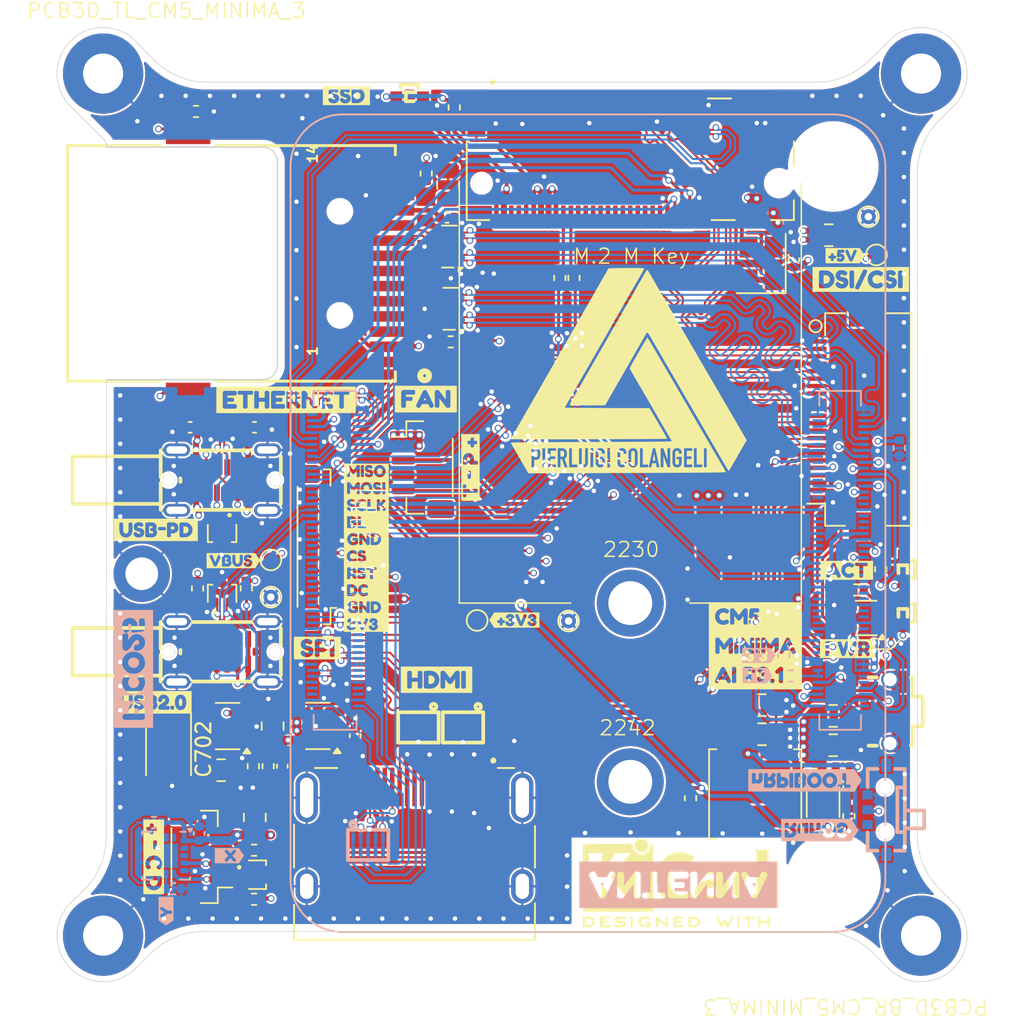
<source format=kicad_pcb>
(kicad_pcb (version 20241229) (generator "pcbnew") (generator_version "9.0")
  (title_block (title "CM5 MINIMA") (date "2025-01-04") (rev "2") (comment 1 "Pierluigi Colangeli"))
  (layers (0 "F.Cu" signal) (4 "In1.Cu" signal) (6 "In2.Cu" signal) (8 "In3.Cu" signal) (10 "In4.Cu" signal) (2 "B.Cu" signal) (13 "F.Paste" user) (15 "B.Paste" user) (5 "F.SilkS" user "F.Silkscreen") (7 "B.SilkS" user "B.Silkscreen") (1 "F.Mask" user) (3 "B.Mask" user) (25 "Edge.Cuts" user))
  (net 0 "")
  (net 1 "GND")
  (net 2 "Net-(T401-VCC)")
  (net 3 "Net-(R401-Pad2)")
  (net 4 "Net-(R402-Pad2)")
  (net 5 "Net-(T401-SHIELD1)")
  (net 6 "HDMI_+5V")
  (net 7 "/CM5/BT_nDis")
  (net 8 "/CM5/WL_nDis")
  (net 9 "Net-(D605-K)")
  (net 10 "Net-(D606-K)")
  (net 11 "/CM5/ETH_PI.TRD3_P")
  (net 12 "/CM5/ETH_PI.TRD0_P")
  (net 13 "/CM5/ETH_PI.TRD1_P")
  (net 14 "/CM5/ETH_PI.TRD2_P")
  (net 16 "/CM5/GPIO6")
  (net 17 "/CM5/nLED_ACTIVITY")
  (net 18 "/CM5/nRPIBOOT")
  (net 19 "/CM5/GPIO10")
  (net 20 "/CM5/SYNC_OUT")
  (net 21 "/CM5/GPIO12")
  (net 22 "/CM5/SD_CLK")
  (net 23 "/CM5/GPIO8")
  (net 24 "/CM5/GPIO_VREF")
  (net 25 "/CM5/GPIO26")
  (net 26 "/CM5/EEPROM_nWP")
  (net 27 "/CM5/PI_nLED_PWR")
  (net 28 "/CM5/GLOBAL_EN")
  (net 29 "/CM5/SD_DAT2")
  (net 30 "/CM5/GPIO9")
  (net 31 "/CM5/GPIO7")
  (net 32 "/CM5/SD_CMD")
  (net 33 "/CM5/GPIO13")
  (net 34 "/CM5/SD_PWR_ON")
  (net 35 "/CM5/SD_DAT1")
  (net 36 "/CM5/SD_DAT0")
  (net 37 "/CM5/nLED_SPEED_100_1000")
  (net 38 "/SCL")
  (net 39 "/CM5/SD_DAT3")
  (net 40 "/CM5/GPIO22")
  (net 41 "/CM5/GPIO23")
  (net 42 "/CM5/GPIO15")
  (net 43 "/CM5/GPIO11")
  (net 44 "/SDA")
  (net 45 "/CM5/GPIO5")
  (net 46 "/CM5/HDMI1_D2_N")
  (net 47 "/CM5/HDMI1_D1_P")
  (net 48 "/CM5/USBOTG_ID")
  (net 49 "/CM5/HDMI1_D2_P")
  (net 50 "/PCIe-M2/FB")
  (net 51 "/CM5/HDMI1_SCL")
  (net 52 "/CM5/HDMI1_SDA")
  (net 53 "/CM5/HDMI1_D0_N")
  (net 54 "+3V3_PI")
  (net 55 "Net-(D702-K)")
  (net 56 "/CM5/HDMI1_CK_N")
  (net 57 "/CM5/HDMI1_D1_N")
  (net 58 "/CM5/HDMI1_HOTPLUG")
  (net 59 "/CM5/HDMI1_CEC")
  (net 60 "/CM5/HDMI1_CK_P")
  (net 62 "/CM5/HDMI1_D0_P")
  (net 64 "/CM5/USB3-0-TX_P")
  (net 65 "Net-(R605-Pad2)")
  (net 66 "/CM5/USB3-1-RX_P")
  (net 67 "/CM5/CAM_GPIO0")
  (net 69 "/CM5/USB3-0-TX_N")
  (net 70 "/CM5/USB3-0-RX_P")
  (net 71 "/CM5/USB3-1-D_P")
  (net 72 "/CM5/USB3-1-RX_N")
  (net 74 "/CM5/PWR_BUT")
  (net 76 "/CM5/VBUS_EN")
  (net 77 "/CM5/PWM")
  (net 78 "/CM5/VBAT")
  (net 79 "/CM5/TACHO")
  (net 80 "/CM5/USB3-1-TX_N")
  (net 81 "/CM5/USB3-0-RX_N")
  (net 82 "/CM5/ID_SC")
  (net 83 "/CM5/CAM_GPIO1")
  (net 84 "/CM5/USB3-1-TX_P")
  (net 85 "/CM5/USB3-1-D_N")
  (net 86 "/CM5/ID_SD")
  (net 93 "/USB_C.D_P")
  (net 94 "/CC2")
  (net 95 "/USB_C.D_N")
  (net 97 "/CC1")
  (net 98 "+5V")
  (net 99 "VBUS_USB2.0")
  (net 100 "+1V8")
  (net 101 "/CM5/ETH_nLED_ACTIVITY")
  (net 102 "/CM5/ETH_PI.TRD0_N")
  (net 103 "/CM5/ETH_PI.TRD2_N")
  (net 104 "/CM5/ETH_PI.TRD1_N")
  (net 105 "/CM5/ETH_PI.TRD3_N")
  (net 109 "Net-(J701-SUSCLK)")
  (net 112 "Net-(J701-DAS{slash}~{DSS}{slash}~{LED1})")
  (net 131 "M2_3V3")
  (net 132 "Net-(U701-ILIM)")
  (net 133 "/USB/CC2")
  (net 134 "/USB/CC1")
  (net 138 "/CM5/USB2P.D_P")
  (net 139 "/CM5/USB2P.D_N")
  (net 145 "/CM5/GPIO2")
  (net 146 "/CM5/GPIO3")
  (net 147 "/CM5/PCIE_PI.TX_N")
  (net 148 "/CM5/PCIE_PI.nWAKE")
  (net 149 "/CM5/PCIE_PI.nCLKREQ")
  (net 150 "/CM5/PCIE_PI.PWR_EN")
  (net 151 "/CM5/PCIE_PI.RX_N")
  (net 152 "/CM5/PCIE_PI.CLK_P")
  (net 153 "/CM5/PCIE_PI.RX_P")
  (net 154 "/CM5/PCIE_PI.TX_P")
  (net 155 "/CM5/PCIE_PI.CLK_N")
  (net 158 "/CM5/PCIE_PI.nRST")
  (net 159 "/CM5/DPHY0_P.D0_P")
  (net 160 "/CM5/DPHY1_P.D3_N")
  (net 161 "/CM5/DPHY1_P.D3_P")
  (net 162 "/CM5/DPHY1_P.C_N")
  (net 163 "/CM5/DPHY1_P.D2_N")
  (net 164 "/CM5/DPHY1_P.D0_P")
  (net 165 "/CM5/DPHY1_P.D0_N")
  (net 166 "/CM5/DPHY0_P.C_P")
  (net 167 "/CM5/DPHY0_P.D1_P")
  (net 168 "/CM5/DPHY0_P.D2_P")
  (net 169 "/CM5/DPHY0_P.D3_N")
  (net 170 "/CM5/DPHY0_P.D3_P")
  (net 171 "/CM5/DPHY1_P.C_P")
  (net 172 "/CM5/DPHY0_P.D0_N")
  (net 173 "/CM5/DPHY0_P.D2_N")
  (net 174 "/CM5/DPHY1_P.D1_P")
  (net 175 "/CM5/DPHY1_P.D2_P")
  (net 176 "/CM5/DPHY0_P.C_N")
  (net 177 "/CM5/DPHY1_P.D1_N")
  (net 178 "/CM5/DPHY0_P.D1_N")
  (net 179 "/CM5/HDMI_PI.CK_P")
  (net 180 "/CM5/HDMI_PI.CK_N")
  (net 181 "/CM5/HDMI_PI.D0_N")
  (net 182 "/CM5/HDMI_PI.SCL")
  (net 183 "/CM5/HDMI_PI.D2_P")
  (net 184 "/CM5/HDMI_PI.D0_P")
  (net 185 "/CM5/HDMI_PI.D1_N")
  (net 186 "/CM5/HDMI_PI.HOTPLUG")
  (net 187 "/CM5/HDMI_PI.D1_P")
  (net 188 "/CM5/HDMI_PI.D2_N")
  (net 189 "/CM5/HDMI_PI.SDA")
  (net 190 "/CM5/HDMI_PI.CEC")
  (net 192 "unconnected-(J701-NC-Pad8)")
  (net 193 "/CM5/MOSI_GPIO20")
  (net 194 "/CM5/MISO_GPIO19")
  (net 197 "/CM5/SCLK_GPIO21")
  (net 198 "/CM5/GPIO14")
  (net 199 "/CM5/BL_GPIO24")
  (net 200 "/CM5/RST_GPIO27")
  (net 201 "/CM5/GPIO17")
  (net 202 "/CM5/DC_GPI25")
  (net 203 "/CM5/GPIO4")
  (net 204 "/CM5/CS_GPIO18")
  (net 205 "/CM5/GPIO16")
  (net 206 "/PCIe-M2/TX")
  (net 207 "/PCIe-M2/RX")
  (net 209 "Net-(U1-CS)")
  (net 210 "Net-(U1-SDO)")
  (net 218 "/PCIe-M2/M2_LX")
  (footprint "Package_TO_SOT_SMD:SOT-23-5" (layer "F.Cu") (at 92.59 67.24 180)
    (property "Reference" "U405" (hide yes))
    (property "Value" "STMPS2151STR")
  )
  (footprint "Resistor_SMD:R_0402_1005Metric" (layer "F.Cu") (at 117.65 72.1 -90)
    (property "Reference" "R704" (hide yes))
    (property "Value" "100k")
  )
  (footprint "Connector_JST:JST_SH_BM04B-SRSS-TB_1x04-1MP_P1.00mm_Vertical" (layer "F.Cu") (at 84.75 76.05 90)
    (property "Reference" "J502" (hide yes))
    (property "Value" "I2C")
  )
  (footprint "kibuzzard-6773BA89" (layer "F.Cu") (at 128.16 56.77)
    (property "Reference" "kibuzzard-6773BA89" (hide yes))
    (property "Value" "G***" (hide yes))
  )
  (footprint "TestPoint:TestPoint_Pad_D1.0mm" (layer "F.Cu") (at 103.3 60.14)
    (property "Reference" "TP103" (hide yes))
    (property "Value" "+3V3_PI")
  )
  (footprint "Capacitor_SMD:C_0805_2012Metric" (layer "F.Cu") (at 127.24 68.54)
    (property "Reference" "C705" (hide yes))
    (property "Value" "10u")
  )
  (footprint "kibuzzard-6773C222" (layer "F.Cu") (at 92.56 62)
    (property "Reference" "kibuzzard-6773C222" (hide yes))
    (property "Value" "G***" (hide yes))
  )
  (footprint "Package_DFN_QFN:DFN-8-1EP_2x2mm_P0.5mm_EP1.05x1.75mm" (layer "F.Cu") (at 126.565 72.36 -90)
    (property "Reference" "U702" (hide yes))
    (property "Value" "AP3441SHE-7B")
  )
  (footprint "Resistor_SMD:R_0402_1005Metric" (layer "F.Cu") (at 130.44 56.7 -90)
    (property "Reference" "R606" (hide yes))
    (property "Value" "2k2")
  )
  (footprint "Capacitor_SMD:C_0805_2012Metric" (layer "F.Cu") (at 122.46 67.8)
    (property "Reference" "C708" (hide yes))
    (property "Value" "10u")
  )
  (footprint "Capacitor_SMD:C_0402_1005Metric" (layer "F.Cu") (at 95.1 67.9 90)
    (property "Reference" "C502" (hide yes))
    (property "Value" "100n")
  )
  (footprint "EasyEDA:DFN2510A-10_L2.5-W1.0-P0.50-BL" (layer "F.Cu") (at 99.35 67.34 180)
    (property "Reference" "D401" (hide yes))
    (property "Value" "PUSB3F96X")
  )
  (footprint "kibuzzard-67CC6BD3" (layer "F.Cu") (at 128.05 35.6)
    (property "Reference" "kibuzzard-67CC6BD3" (hide yes))
    (property "Value" "G***" (hide yes))
  )
  (footprint "kibuzzard-675DA866" (layer "F.Cu") (at 99.85 45.25)
    (property "Reference" "kibuzzard-675DA866" (hide yes))
    (property "Value" "G***" (hide yes))
  )
  (footprint "Package_TO_SOT_SMD:SOT-23-6" (layer "F.Cu") (at 86.52 67.25 180)
    (property "Reference" "U701" (hide yes))
    (property "Value" "AP22653W6")
  )
  (footprint "Package_SON:USON-10_2.5x1.0mm_P0.5mm" (layer "F.Cu") (at 101.525 39.175 180)
    (property "Reference" "U401" (hide yes))
    (property "Value" "TPD4EUSB30")
  )
  (footprint "_pico:MountingHole_3mm_Pad" (layer "F.Cu") (at 113.6 58.975)
    (property "Reference" "M701" (hide yes))
    (property "Value" "M.2 Solder Nut")
  )
  (footprint "Resistor_SMD:R_0402_1005Metric" (layer "F.Cu") (at 89.25 69.95 -90)
    (property "Reference" "R101" (hide yes))
    (property "Value" "2k2")
  )
  (footprint "kibuzzard-6773C2D7" (layer "F.Cu") (at 86.91 56.12)
    (property "Reference" "kibuzzard-6773C2D7" (hide yes))
    (property "Value" "G***" (hide yes))
  )
  (footprint "TestPoint:TestPoint_Pad_D1.0mm" (layer "F.Cu") (at 130.15 35.55)
    (property "Reference" "TP102" (hide yes))
    (property "Value" "+5V_PI")
  )
  (footprint "kibuzzard-675EDCA4" (layer "F.Cu") (at 81.5 65.65)
    (property "Reference" "kibuzzard-675EDCA4" (hide yes))
    (property "Value" "G***" (hide yes))
  )
  (footprint "MountingHole:MountingHole_2.7mm_Pad" (layer "F.Cu") (at 78.15 81.35)
    (property "Reference" "H105" (hide yes))
    (property "Value" "MountingHole_Pad")
  )
  (footprint "Resistor_SMD:R_0402_1005Metric" (layer "F.Cu") (at 99.875 30.075 -90)
    (property "Reference" "R402" (hide yes))
    (property "Value" "470R")
  )
  (footprint "kibuzzard-6772DA33" (layer "F.Cu") (at 129.1 37.2)
    (property "Reference" "kibuzzard-6772DA33" (hide yes))
    (property "Value" "G***" (hide yes))
  )
  (footprint "_pico:MountingHole_3mm_Pad" (layer "F.Cu") (at 113.6 71)
    (property "Reference" "M702" (hide yes))
    (property "Value" "M.2 Solder Nut")
  )
  (footprint "kibuzzard-67CC6BA6" (layer "F.Cu") (at 81.55 76.05 -90)
    (property "Reference" "kibuzzard-67CC6BA6" (hide yes))
    (property "Value" "G***" (hide yes))
  )
  (footprint "Resistor_SMD:R_0402_1005Metric" (layer "F.Cu") (at 101.52 41.4 180)
    (property "Reference" "R401" (hide yes))
    (property "Value" "470R")
  )
  (footprint "EasyEDA:LED-SMD_L1.7-W0.6-RD" (layer "F.Cu") (at 98.76 24.9)
    (property "Reference" "D702" (hide yes))
    (property "Value" "GREEN")
  )
  (footprint "Resistor_SMD:R_0402_1005Metric" (layer "F.Cu") (at 109.81 37.1 -90)
    (property "Reference" "R105" (hide yes))
    (property "Value" "0R")
  )
  (footprint "Resistor_SMD:R_0402_1005Metric" (layer "F.Cu") (at 108.86 37.1 -90)
    (property "Reference" "R106" (hide yes))
    (property "Value" "0R")
  )
  (footprint "kibuzzard-6773B9CA" (layer "F.Cu") (at 105.8 60.12)
    (property "Reference" "kibuzzard-6773B9CA" (hide yes))
    (property "Value" "G***" (hide yes))
  )
  (footprint "TestPoint:TestPoint_Pad_D1.0mm" (layer "F.Cu") (at 89.43 56.07)
    (property "Reference" "TP101" (hide yes))
    (property "Value" "VBUS")
  )
  (footprint "Resistor_SMD:R_0402_1005Metric" (layer "F.Cu") (at 84.4 25.9)
    (property "Reference" "R403" (hide yes))
    (property "Value" "0R")
  )
  (footprint "Inductor_SMD:L_Coilcraft_XAL5030-XXX" (layer "F.Cu") (at 122 71.81 90)
    (property "Reference" "L701" (hide yes))
    (property "Value" "2.2uH")
  )
  (footprint "Crystal:Crystal_SMD_3225-4Pin_3.2x2.5mm" (layer "F.Cu") (at 122.4 36.125 90)
    (property "Reference" "U703" (hide yes))
    (property "Value" "ASEK-32.768KHZ-L-R-T")
  )
  (footprint "MountingHole:MountingHole_2.7mm_Pad" (layer "F.Cu") (at 133.15 23.35)
    (property "Reference" "H103" (hide yes))
    (property "Value" "MountingHole_Pad")
  )
  (footprint "Capacitor_SMD:C_0805_2012Metric" (layer "F.Cu") (at 127.24 66.565)
    (property "Reference" "C704" (hide yes))
    (property "Value" "10u")
  )
  (footprint "Resistor_SMD:R_0402_1005Metric" (layer "F.Cu") (at 101.76 25.63 -90)
    (property "Reference" "R707" (hide yes))
    (property "Value" "2k2")
  )
  (footprint "Capacitor_SMD:C_0805_2012Metric" (layer "F.Cu") (at 122.45 65.84)
    (property "Reference" "C709" (hide yes))
    (property "Value" "10u")
  )
  (footprint "Capacitor_SMD:C_0805_2012Metric" (layer "F.Cu") (at 89.55 67.25 90)
    (property "Reference" "C701" (hide yes))
    (property "Value" "10u")
  )
  (footprint "Resistor_SMD:R_0402_1005Metric" (layer "F.Cu") (at 128.3 71.425 90)
    (property "Reference" "R706" (hide yes))
    (property "Value" "2k2")
  )
  (footprint "MountingHole:MountingHole_2.2mm_M2_DIN965_Pad_TopBottom" (layer "F.Cu") (at 80.75 57)
    (property "Reference" "H101" (hide yes))
    (property "Value" "MountingHole_Pad")
  )
  (footprint "Connector_JST:JST_SH_BM04B-SRSS-TB_1x04-1MP_P1.00mm_Vertical" (layer "F.Cu") (at 99.65 49.85 -90)
    (property "Reference" "J601" (hide yes))
    (property "Value" "JST_SHBM04B-SRSS-TB")
  )
  (footprint "kibuzzard-67EBB9C1" (layer "F.Cu") (at 95.85 55.25)
    (property "Reference" "kibuzzard-67EBB9C1" (hide yes))
    (property "Value" "G***" (hide yes))
  )
  (footprint "Capacitor_SMD:C_0805_2012Metric" (layer "F.Cu") (at 86.08 70.22)
    (property "Reference" "C703" (hide yes))
    (property "Value" "10u")
  )
  (footprint "Package_TO_SOT_SMD:SOT-353_SC-70-5" (layer "F.Cu") (at 129.46 59.98 180)
    (property "Reference" "U602" (hide yes))
    (property "Value" "SN74LVC1G14DBVR")
  )
  (footprint "Connector_JST:JST_SUR_BM10B-SURS-TF_1x10-1MP_P0.80mm_Vertical" (layer "F.Cu") (at 92.43 55.19 90)
    (property "Reference" "J503" (hide yes))
    (property "Value" "SPI")
  )
  (footprint "Capacitor_SMD:C_0402_1005Metric" (layer "F.Cu") (at 101.275 33.025)
    (property "Reference" "C401" (hide yes))
    (property "Value" "100n")
  )
  (footprint "Capacitor_Tantalum_SMD:CP_EIA-3528-21_Kemet-B" (layer "F.Cu") (at 82.55 68.8025 -90)
    (property "Reference" "C702")
    (property "Value" "100uF")
  )
  (footprint "kibuzzard-675DA850" (layer "F.Cu") (at 100.57 64.13)
    (property "Reference" "kibuzzard-675DA850" (hide yes))
    (property "Value" "G***" (hide yes))
  )
  (footprint "Resistor_SMD:R_0402_1005Metric" (layer "F.Cu") (at 84.5 57.99 90)
    (property "Reference" "R702" (hide yes))
    (property "Value" "22k")
  )
  (footprint "Resistor_SMD:R_0402_1005Metric" (layer "F.Cu") (at 128.3 73.305 90)
    (property "Reference" "R705" (hide yes))
    (property "Value" "10k")
  )
  (footprint "EasyEDA:USB-C-SMD_TYPEC-305-ACP16H458" (layer "F.Cu") (at 86.15 50.7 180)
    (property "Reference" "J101" (hide yes))
    (property "Value" "TYPEC-305-ACP16H458")
  )
  (footprint "kibuzzard-6773C376" (layer "F.Cu") (at 94.51 24.84)
    (property "Reference" "kibuzzard-6773C376" (hide yes))
    (property "Value" "G***" (hide yes))
  )
  (footprint "Resistor_SMD:R_0402_1005Metric" (layer "F.Cu") (at 88.3 78.9 180)
    (property "Reference" "R501" (hide yes))
    (property "Value" "2k2")
  )
  (footprint "CM5IO:M.2 M Key socket_2230_2242" (layer "F.Cu") (at 113.6 30.725)
    (property "Reference" "J701" (hide yes))
    (property "Value" "Bus_M.2_Socket_M")
  )
  (footprint "Connector_Wuerth:7498111120AR" (layer "F.Cu") (at 94.07 36.12 90)
    (property "Reference" "T401" (hide yes))
    (property "Value" "7498111120AR")
    (fp_line (start -7.825 -15.7) (end -7.825 -5.199998) (stroke (width 0.1)) (layer "Edge.Cuts"))
    (fp_line (start 7.825 -5.2) (end 7.825 -15.7) (stroke (width 0.1)) (layer "Edge.Cuts"))
    (fp_line (start -6.825001 -4.2) (end 6.825 -4.2) (stroke (width 0.1)) (layer "Edge.Cuts"))
    (fp_arc (start 7.825 -5.2) (mid 7.532107 -4.492893) (end 6.825 -4.2) (stroke (width 0.1)) (layer "Edge.Cuts"))
    (fp_arc (start -6.825001 -4.2) (mid -7.532106 -4.492893) (end -7.825 -5.199998) (stroke (width 0.1)) (layer "Edge.Cuts"))
  )
  (footprint "Capacitor_SMD:C_0805_2012Metric" (layer "F.Cu") (at 101.35 30.85 90)
    (property "Reference" "C711" (hide yes))
    (property "Value" "10u")
  )
  (footprint "TestPoint:TestPoint_THTPad_D1.0mm_Drill0.5mm" (layer "F.Cu") (at 89.43 58.57)
    (property "Reference" "TP105" (hide yes))
    (property "Value" "GND")
  )
  (footprint "Package_SON:USON-10_2.5x1.0mm_P0.5mm" (layer "F.Cu") (at 101.435 34.9875 180)
    (property "Reference" "U402" (hide yes))
    (property "Value" "TPD4EUSB30")
  )
  (footprint "kibuzzard-675EDCB9" (layer "F.Cu") (at 81.7 54.05)
    (property "Reference" "kibuzzard-675EDCB9" (hide yes))
    (property "Value" "G***" (hide yes))
  )
  (footprint "Capacitor_SMD:C_0402_1005Metric" (layer "F.Cu") (at 124.6 35.88 90)
    (property "Reference" "C712" (hide yes))
    (property "Value" "100n")
  )
  (footprint "Capacitor_SMD:C_0402_1005Metric" (layer "F.Cu") (at 90.2 69.95 -90)
    (property "Reference" "C501" (hide yes))
    (property "Value" "100n")
  )
  (footprint "kibuzzard-6772D327" (layer "F.Cu") (at 102.85 49.85 90)
    (property "Reference" "kibuzzard-6772D327" (hide yes))
    (property "Value" "G***" (hide yes))
  )
  (footprint "CM5IO:EDAC 690-019-298-412" (layer "F.Cu") (at 99.09 72.07)
    (property "Reference" "J501" (hide yes))
    (property "Value" "GT-HD001B-CNNG1" (hide yes))
  )
  (footprint "kibuzzard-675DA838" (layer "F.Cu") (at 90.45 45.3)
    (property "Reference" "kibuzzard-675DA838" (hide yes))
    (property "Value" "G***" (hide yes))
  )
  (footprint "Capacitor_SMD:C_0805_2012Metric" (layer "F.Cu") (at 126.95 34.225)
    (property "Reference" "C710" (hide yes))
    (property "Value" "10u")
  )
  (footprint "EasyEDA:DFN2510A-10_L2.5-W1.0-P0.50-BL" (layer "F.Cu") (at 102.35 67.34 180)
    (property "Reference" "D402" (hide yes))
    (property "Value" "PUSB3F96X")
  )
  (footprint "Resistor_SMD:R_0402_1005Metric" (layer "F.Cu") (at 88.25 69.95 -90)
    (property "Reference" "R701" (hide yes))
    (property "Value" "15k")
  )
  (footprint "Capacitor_SMD:C_0402_1005Metric" (layer "F.Cu") (at 126.04 70.465 180)
    (property "Reference" "C706" (hide yes))
    (property "Value" "100n")
  )
  (footprint "Package_TO_SOT_SMD:SOT-416" (layer "F.Cu") (at 86.15 54.36 -90)
    (property "Reference" "D101" (hide yes))
    (property "Value" "RCLAMP0502BA")
  )
  (footprint "Capacitor_SMD:C_0402_1005Metric" (layer "F.Cu") (at 88.33 47.15)
    (property "Reference" "C102" (hide yes))
    (property "Value" "100n")
  )
  (footprint "Capacitor_SMD:C_0402_1005Metric" (layer "F.Cu") (at 84 47.15 180)
    (property "Reference" "C101" (hide yes))
    (property "Value" "100n")
  )
  (footprint "MountingHole:MountingHole_2.7mm_Pad" (layer "F.Cu") (at 133.15 81.35)
    (property "Reference" "H104" (hide yes))
    (property "Value" "MountingHole_Pad")
  )
  (footprint "EasyEDA:USB-C-SMD_TYPEC-305-ACP16H458" (layer "F.Cu") (at 86.15 62.25 180)
    (property "Reference" "USB701" (hide yes))
    (property "Value" "TYPEC-305-ACP16H458")
  )
  (footprint "Package_TO_SOT_SMD:SOT-416" (layer "F.Cu") (at 86.15 58.25 90)
    (property "Reference" "D701" (hide yes))
    (property "Value" "RCLAMP0502BA")
  )
  (footprint "MountingHole:MountingHole_2.7mm_Pad" (layer "F.Cu") (at 78.15 23.35)
    (property "Reference" "H102" (hide yes))
    (property "Value" "MountingHole_Pad")
  )
  (footprint "Capacitor_SMD:C_0805_2012Metric" (layer "F.Cu") (at 88.35 73.4 90)
    (property "Reference" "C601" (hide yes))
    (property "Value" "4u7")
  )
  (footprint "EasyEDA:SW-SMD_TS-1010A-B" (layer "F.Cu") (at 130.57 66.27)
    (property "Reference" "SW501" (hide yes))
    (property "Value" "TS-1010A-B")
  )
  (footprint "Resistor_SMD:R_0402_1005Metric" (layer "F.Cu") (at 87.78 57.98 90)
    (property "Reference" "R703" (hide yes))
    (property "Value" "22k")
  )
  (footprint "TestPoint:TestPoint_THTPad_D1.0mm_Drill0.5mm" (layer "F.Cu") (at 129.61 32.98)
    (property "Reference" "TP104" (hide yes))
    (property "Value" "GND")
  )
  (footprint "Capacitor_SMD:C_0402_1005Metric" (layer "F.Cu") (at 127.89 69.995 180)
    (property "Reference" "C707" (hide yes))
    (property "Value" "4.7nF")
  )
  (footprint "kibuzzard-67EBD321" (layer "F.Cu") (at 122.01 61.85)
    (property "Reference" "kibuzzard-67EBD321" (hide yes))
    (property "Value" "G***" (hide yes))
  )
  (footprint "EasyEDA:LED-SMD_L1.7-W0.6-RD" (layer "F.Cu") (at 131.94 59.62 -90)
    (property "Reference" "D605" (hide yes))
    (property "Value" "GREEN")
  )
  (footprint "Package_TO_SOT_SMD:SOT-416" (layer "F.Cu") (at 88.6 77.25)
    (property "Reference" "D502" (hide yes))
    (property "Value" "RCLAMP0502BA")
  )
  (footprint "CM5IO:Hirose_FH12-22S-0.5SH_1x22-1MP_P0.50mm_Horizontal" (layer "F.Cu") (at 128 46.625 90)
    (property "Reference" "J802" (hide yes))
    (property "Value" "Conn_01x22_Female")
  )
  (footprint "TestPoint:TestPoint_THTPad_D1.0mm_Drill0.5mm" (layer "F.Cu") (at 109.45 60.18)
    (property "Reference" "TP106" (hide yes))
    (property "Value" "GND")
  )
  (footprint "kibuzzard-6773B9F7" (layer "F.Cu") (at 128.22 62.04)
    (property "Reference" "kibuzzard-6773B9F7" (hide yes))
    (property "Value" "G***" (hide yes))
  )
  (footprint "Symbol:KiCad-Logo2_5mm_SilkScreen" (layer "F.Cu") (at 116.7 77.79)
    (property "Reference" "REF**" (hide yes))
    (property "Value" "KiCad-Logo2_5mm_SilkScreen" (hide yes))
  )
  (footprint "Resistor_SMD:R_0402_1005Metric" (layer "F.Cu") (at 88.3 75.6 180)
    (property "Reference" "R502" (hide yes))
    (property "Value" "2k2")
  )
  (footprint "EasyEDA:LED-SMD_L1.7-W0.6-RD" (layer "F.Cu") (at 131.94 56.68 -90)
    (property "Reference" "D606" (hide yes))
    (property "Value" "GREEN")
  )
  (footprint "Resistor_SMD:R_0402_1005Metric" (layer "F.Cu") (at 128.79 58.09 180)
    (property "Reference" "R605" (hide yes))
    (property "Value" "2k2")
  )
  (footprint "kibuzzard-67CC6D9E" (layer "B.Cu") (at 122.15 63.85)
    (property "Reference" "kibuzzard-67CC6D9E" (hide yes))
    (property "Value" "G***" (hide yes))
  )
  (footprint "CM5IO:Raspberry-Pi-5-Compute-Module_GPIO" (layer "B.Cu") (at 127.25 77.6 180)
    (property "Reference" "Module301" (hide yes))
    (property "Value" "ComputeModule5-CM5")
  )
  (footprint "Resistor_SMD:R_0402_1005Metric" (layer "B.Cu") (at 124.39 63.88 180)
    (property "Reference" "R103" (hide yes))
    (property "Value" "0R")
  )
  (footprint "Resistor_SMD:R_0402_1005Metric" (layer "B.Cu") (at 82.87 78.19 180)
    (property "Reference" "R108" (hide yes))
    (property "Value" "10k")
  )
  (footprint "Resistor_SMD:R_0402_1005Metric" (layer "B.Cu") (at 123.93 62.47 90)
    (property "Reference" "R102" (hide yes))
    (property "Value" "0R")
  )
  (footprint "Package_LGA:LGA-16_3x3mm_P0.5mm_LayoutBorder3x5y" (layer "B.Cu") (at 82.385 75.97 180)
    (property "Reference" "U1" (hide yes))
    (property "Value" "LIS3DH")
  )
  (footprint "kibuzzard-67CC7445" (layer "B.Cu") (at 116.82992 77.922918)
    (property "Reference" "kibuzzard-67CC7445" (hide yes))
    (property "Value" "G***" (hide yes))
  )
  (footprint "EasyEDA:DFN2510A-10_L2.5-W1.0-P0.50-BL" (layer "B.Cu") (at 95.97 75.24)
    (property "Reference" "D403" (hide yes))
    (property "Value" "PUSB3F96X")
  )
  (footprint "kibuzzard-67CC6D94" (layer "B.Cu") (at 122.25 62.5)
    (property "Reference" "kibuzzard-67CC6D94" (hide yes))
    (property "Value" "G***" (hide yes))
  )
  (footprint "kibuzzard-67EBD221" (layer "B.Cu") (at 82.38 79.7 -90)
    (property "Reference" "kibuzzard-67EBD221" (hide yes))
    (property "Value" "G***" (hide yes))
  )
  (footprint "kibuzzard-67EBAC4C" (layer "B.Cu") (at 126.35 74.25)
    (property "Reference" "kibuzzard-67EBAC4C" (hide yes))
    (property "Value" "G***" (hide yes))
  )
  (footprint "EasyEDA:SW-SMD_MK-11C04-G013" (layer "B.Cu") (at 130.18 72.88 -90)
    (property "Reference" "SW101" (hide yes))
    (property "Value" "MK-11C04-G013")
  )
  (footprint "kibuzzard-67795592" (layer "B.Cu") (at 125.35 70.9)
    (property "Reference" "kibuzzard-67795592" (hide yes))
    (property "Value" "G***" (hide yes))
  )
  (footprint "kibuzzard-67EBD21C" (layer "B.Cu") (at 86.64 75.97)
    (property "Reference" "kibuzzard-67EBD21C" (hide yes))
    (property "Value" "G***" (hide yes))
  )
  (footprint "Resistor_SMD:R_0402_1005Metric" (layer "B.Cu") (at 81.57 73.74)
    (property "Reference" "R107" (hide yes))
    (property "Value" "10k")
  )
  (footprint "Capacitor_SMD:C_0402_1005Metric" (layer "B.Cu") (at 84.61 74.47 90)
    (property "Reference" "C503" (hide yes))
    (property "Value" "100n")
  )
  (footprint "Resistor_SMD:R_0402_1005Metric" (layer "B.Cu") (at 131.69 48.54 90)
    (property "Reference" "R104" (hide yes))
    (property "Value" "10k")
  )
  (footprint "CM5IO:Raspberry-Pi-5-Compute-Module_HSS" (layer "B.Cu") (at 127.25 77.6 180)
    (property "Reference" "Module302" (hide yes))
    (property "Value" "ComputeModule5-CM5")
  )
  (footprint "kibuzzard-67758943" (layer "B.Cu") (at 80.2 63.4 90)
    (property "Reference" "kibuzzard-67758943" (hide yes))
    (property "Value" "G***" (hide yes))
  )
  (gr_poly (pts (xy 114.740627 36.554017) (xy 114.744054 36.55571) (xy 114.748161 36.558714) (xy 114.752892 36.562956) (xy 114.758193 36.568361) (xy 114.76401 36.574857) (xy 114.770289 36.58237) (xy 114.784013 36.600155) (xy 114.79893 36.621127) (xy 114.814604 36.644701) (xy 114.830601 36.670289) (xy 114.846485 36.697304) (xy 114.915577 36.817971) (xy 114.974923 36.920615) (xy 115.486063 37.800596) (xy 115.68546 38.146651) (xy 115.796672 38.342293) (xy 115.815412 38.375971) (xy 115.833788 38.408568) (xy 115.851332 38.439285) (xy 115.867579 38.467326) (xy 115.882061 38.491895) (xy 115.894313 38.512194) (xy 115.903868 38.527425) (xy 115.91026 38.536793) (xy 115.916015 38.544939) (xy 115.923743 38.556673) (xy 115.943771 38.588692) (xy 115.967645 38.628429) (xy 115.992663 38.671465) (xy 116.331501 39.255052) (xy 116.555202 39.641614) (xy 116.644034 39.796844) (xy 116.701352 39.898554) (xy 116.7201 39.932242) (xy 116.738516 39.964866) (xy 116.756129 39.995623) (xy 116.77247 40.023714) (xy 116.787071 40.048338) (xy 116.799461 40.068695) (xy 116.809171 40.083983) (xy 116.815731 40.093402) (xy 116.851189 40.150542) (xy 116.930427 40.283836) (xy 117.173277 40.699393) (xy 117.842873 41.851456) (xy 118.106569 42.306708) (xy 118.207582 42.482829) (xy 118.269385 42.59221) (xy 118.3065 42.658498) (xy 118.340291 42.717286) (xy 118.354773 42.741871) (xy 118.367025 42.762183) (xy 118.376581 42.777424) (xy 118.382973 42.786796) (xy 118.388727 42.794942) (xy 118.396455 42.806675) (xy 118.416484 42.838695) (xy 118.440357 42.878433) (xy 118.465377 42.921471) (xy 118.651312 43.24425) (xy 118.856339 43.596618) (xy 119.025486 43.884516) (xy 119.103782 44.013885) (xy 119.110303 44.023251) (xy 119.119976 44.038481) (xy 119.146907 44.083348) (xy 119.180826 44.142107) (xy 119.217988 44.208382) (xy 119.380803 44.493884) (xy 119.644498 44.949134) (xy 120.314179 46.101199) (xy 120.44574 46.327195) (xy 120.556986 46.5168) (xy 120.636194 46.650123) (xy 120.66012 46.689464) (xy 120.671641 46.707275) (xy 120.678184 46.716691) (xy 120.687848 46.731969) (xy 120.714672 46.776919) (xy 120.748378 46.835737) (xy 120.78523 46.902038) (xy 120.84213 47.003502) (xy 120.930429 47.158066) (xy 121.15297 47.542464) (xy 121.430577 48.018347) (xy 121.328669 48.186667) (xy 121.283183 48.262674) (xy 121.234674 48.345215) (xy 121.188953 48.424341) (xy 121.151829 48.490104) (xy 120.745904 49.203381) (xy 120.335789 49.914845) (xy 120.326716 49.929967) (xy 120.317601 49.944757) (xy 120.308503 49.959133) (xy 120.299482 49.973016) (xy 120.290598 49.986325) (xy 120.281911 49.998978) (xy 120.27348 50.010896) (xy 120.265366 50.021998) (xy 120.257629 50.032203) (xy 120.250328 50.04143) (xy 120.243523 50.049599) (xy 120.237275 50.056629) (xy 120.231642 50.06244) (xy 120.226685 50.066951) (xy 120.224479 50.068694) (xy 120.222464 50.070082) (xy 120.220648 50.071104) (xy 120.219039 50.071751) (xy 120.217201 50.071608) (xy 120.214711 50.070288) (xy 120.207847 50.064229) (xy 120.198594 50.053804) (xy 120.187102 50.039242) (xy 120.157995 49.99862) (xy 120.121716 49.944195) (xy 120.079456 49.877801) (xy 120.032405 49.80127) (xy 119.981754 49.716432) (xy 119.928693 49.625122) (xy 119.631387 49.110022) (xy 119.283349 48.511186) (xy 118.447808 47.074577) (xy 117.950364 46.217466) (xy 117.612002 45.637966) (xy 117.32615 45.148303) (xy 117.159225 44.859791) (xy 117.042208 44.657823) (xy 116.706882 44.081619) (xy 116.258146 43.310995) (xy 115.862471 42.630074) (xy 115.512345 42.027556) (xy 115.346616 41.744015) (xy 115.224781 41.533029) (xy 115.033167 41.198381) (xy 115.006963 41.152851) (xy 114.981392 41.109164) (xy 114.956555 41.06747) (xy 114.932555 41.027921) (xy 114.909494 40.990667) (xy 114.887473 40.955858) (xy 114.866596 40.923647) (xy 114.846963 40.894183) (xy 114.828676 40.867617) (xy 114.811839 40.8441) (xy 114.796552 40.823783) (xy 114.782918 40.806816) (xy 114.77104 40.793351) (xy 114.761018 40.783537) (xy 114.756735 40.780047) (xy 114.752954 40.777527) (xy 114.749689 40.775995) (xy 114.746952 40.77547) (xy 114.744604 40.775549) (xy 114.7422 40.775801) (xy 114.739747 40.776221) (xy 114.737248 40.776805) (xy 114.734709 40.777549) (xy 114.732135 40.778449) (xy 114.726902 40.780697) (xy 114.721588 40.783517) (xy 114.716232 40.786874) (xy 114.710876 40.790733) (xy 114.705559 40.795062) (xy 114.70032 40.799826) (xy 114.6952 40.804991) (xy 114.690239 40.810524) (xy 114.685476 40.816389) (xy 114.680951 40.822553) (xy 114.676704 40.828983) (xy 114.672776 40.835643) (xy 114.669205 40.842501) (xy 114.610988 40.949504) (xy 114.462624 41.21149) (xy 113.796239 42.374428) (xy 113.344691 43.16306) (xy 112.561508 44.530004) (xy 112.040735 45.43881) (xy 111.907819 45.67161) (xy 110.711653 45.675478) (xy 110.425564 45.675939) (xy 110.179888 45.675312) (xy 109.973927 45.67358) (xy 109.806979 45.670729) (xy 109.678344 45.666742) (xy 109.628175 45.664317) (xy 109.587321 45.661602) (xy 109.555696 45.658596) (xy 109.533211 45.655295) (xy 109.519779 45.651699) (xy 109.51643 45.64979) (xy 109.515312 45.647805) (xy 109.524141 45.621659) (xy 109.550555 45.566834) (xy 109.655247 45.372748) (xy 109.827612 45.068762) (xy 110.065868 44.658087) (xy 110.144619 44.522558) (xy 110.222728 44.386743) (xy 110.291171 44.266421) (xy 110.340926 44.177374) (xy 110.577869 43.758958) (xy 110.916607 43.170964) (xy 111.69856 41.804017) (xy 111.710909 41.782282) (xy 111.723307 41.760819) (xy 111.735422 41.740184) (xy 111.74692 41.72093) (xy 111.757469 41.703612) (xy 111.766734 41.688785) (xy 111.774384 41.677002) (xy 111.780084 41.668818) (xy 111.786412 41.659411) (xy 111.795858 41.644122) (xy 111.822268 41.599093) (xy 111.855631 41.540126) (xy 111.892268 41.473615) (xy 111.944222 41.379822) (xy 112.019295 41.24659) (xy 112.198601 40.932811) (xy 112.377949 40.619074) (xy 112.453053 40.485871) (xy 112.505022 40.392093) (xy 112.541658 40.325568) (xy 112.575022 40.266571) (xy 112.589327 40.2419) (xy 112.601432 40.221513) (xy 112.610879 40.206215) (xy 112.617207 40.196804) (xy 112.622908 40.18862) (xy 112.630559 40.176837) (xy 112.650379 40.14469) (xy 112.673994 40.1048) (xy 112.698732 40.061602) (xy 113.034143 39.475731) (xy 113.711043 38.296185) (xy 114.040199 37.718294) (xy 114.079223 37.649207) (xy 114.129946 37.561031) (xy 114.185805 37.465108) (xy 114.240234 37.37278) (xy 114.302366 37.266726) (xy 114.379204 37.133435) (xy 114.460987 36.989951) (xy 114.537957 36.853322) (xy 114.555722 36.821882) (xy 114.573292 36.791424) (xy 114.590564 36.762101) (xy 114.607433 36.734067) (xy 114.623796 36.707475) (xy 114.639549 36.682479) (xy 114.654587 36.659231) (xy 114.668806 36.637886) (xy 114.682104 36.618597) (xy 114.694375 36.601516) (xy 114.705516 36.586799) (xy 114.715422 36.574597) (xy 114.723991 36.565064) (xy 114.727741 36.561347) (xy 114.731117 36.558354) (xy 114.734107 36.556106) (xy 114.736697 36.554621) (xy 114.738875 36.553918)) (stroke (width -0.000001)) (fill yes) (layer "F.SilkS"))
  (gr_poly (pts (xy 115.289074 49.390036) (xy 115.105556 49.390036) (xy 115.195515 48.925926) (xy 115.199115 48.925924)) (stroke (width -0.000001)) (fill yes) (layer "F.SilkS"))
  (gr_line (start 130.13 62.07) (end 131.11 62.07) (stroke (width 0.1)) (layer "F.SilkS"))
  (gr_poly (pts (xy 113.789393 48.729882) (xy 113.795521 48.730263) (xy 113.801537 48.730897) (xy 113.80744 48.731785) (xy 113.813231 48.732926) (xy 113.818909 48.73432) (xy 113.824474 48.735967) (xy 113.829928 48.737868) (xy 113.835269 48.740021) (xy 113.840497 48.742428) (xy 113.845613 48.745087) (xy 113.850616 48.747999) (xy 113.855508 48.751164) (xy 113.860286 48.754581) (xy 113.864953 48.758251) (xy 113.869507 48.762173) (xy 113.874082 48.766136) (xy 113.878361 48.770381) (xy 113.882346 48.774908) (xy 113.886035 48.779715) (xy 113.889429 48.784804) (xy 113.892528 48.790174) (xy 113.895332 48.795826) (xy 113.89784 48.801758) (xy 113.900054 48.807972) (xy 113.901972 48.814467) (xy 113.903595 48.821243) (xy 113.904922 48.828299) (xy 113.905955 48.835637) (xy 113.906692 48.843256) (xy 113.907134 48.851155) (xy 113.907282 48.859336) (xy 113.907283 49.53578) (xy 113.907135 49.543967) (xy 113.906693 49.551889) (xy 113.905955 49.559545) (xy 113.904923 49.566935) (xy 113.903595 49.574058) (xy 113.901972 49.580915) (xy 113.900054 49.587505) (xy 113.897841 49.593828) (xy 113.895332 49.599884) (xy 113.892529 49.605673) (xy 113.88943 49.611194) (xy 113.886036 49.616449) (xy 113.882346 49.621435) (xy 113.878362 49.626154) (xy 113.874082 49.630604) (xy 113.869507 49.634787) (xy 113.864952 49.63849) (xy 113.860286 49.641954) (xy 113.855507 49.645179) (xy 113.850616 49.648165) (xy 113.845612 49.650912) (xy 113.840496 49.653419) (xy 113.835267 49.655688) (xy 113.829927 49.657718) (xy 113.824473 49.659508) (xy 113.818907 49.66106) (xy 113.813229 49.662373) (xy 113.807439 49.663447) (xy 113.801535 49.664282) (xy 113.79552 49.664878) (xy 113.789392 49.665236) (xy 113.783151 49.665355) (xy 113.776903 49.665236) (xy 113.770752 49.664878) (xy 113.764699 49.664282) (xy 113.758743 49.663447) (xy 113.752886 49.662373) (xy 113.747126 49.66106) (xy 113.741465 49.659508) (xy 113.735902 49.657717) (xy 113.730437 49.655688) (xy 113.725071 49.653419) (xy 113.719803 49.650911) (xy 113.714634 49.648164) (xy 113.709564 49.645178) (xy 113.704593 49.641953) (xy 113.699721 49.638488) (xy 113.694949 49.634784) (xy 113.690592 49.630602) (xy 113.686518 49.626152) (xy 113.682725 49.621434) (xy 113.679215 49.616447) (xy 113.675986 49.611194) (xy 113.673039 49.605672) (xy 113.670373 49.599884) (xy 113.667989 49.593828) (xy 113.665885 49.587505) (xy 113.664063 49.580915) (xy 113.662521 49.574058) (xy 113.66126 49.566935) (xy 113.660279 49.559545) (xy 113.659579 49.551889) (xy 113.659158 49.543967) (xy 113.659018 49.53578) (xy 113.659018 48.859333) (xy 113.659158 48.851153) (xy 113.659578 48.843253) (xy 113.660278 48.835635) (xy 113.661259 48.828297) (xy 113.66252 48.821241) (xy 113.664062 48.814466) (xy 113.665884 48.807971) (xy 113.667988 48.801758) (xy 113.670372 48.795826) (xy 113.673038 48.790175) (xy 113.675986 48.784805) (xy 113.679215 48.779716) (xy 113.682726 48.774908) (xy 113.686518 48.770382) (xy 113.690593 48.766137) (xy 113.69495 48.762173) (xy 113.699723 48.758251) (xy 113.704595 48.754581) (xy 113.709565 48.751164) (xy 113.714635 48.747999) (xy 113.719804 48.745087) (xy 113.725071 48.742428) (xy 113.730437 48.740021) (xy 113.735902 48.737868) (xy 113.741465 48.735967) (xy 113.747126 48.73432) (xy 113.752886 48.732926) (xy 113.758744 48.731785) (xy 113.764699 48.730897) (xy 113.770753 48.730263) (xy 113.776904 48.729882) (xy 113.783152 48.729755)) (stroke (width -0.000001)) (fill yes) (layer "F.SilkS"))
  (gr_line (start 131.11 62.07) (end 131.78 61.4) (stroke (width 0.1)) (layer "F.SilkS"))
  (gr_poly (pts (xy 109.010874 48.72995) (xy 109.022076 48.730542) (xy 109.032798 48.731529) (xy 109.043042 48.732909) (xy 109.052807 48.734684) (xy 109.062094 48.736853) (xy 109.070903 48.739416) (xy 109.075128 48.740845) (xy 109.079233 48.742373) (xy 109.083219 48.743999) (xy 109.087086 48.745723) (xy 109.090833 48.747546) (xy 109.094461 48.749467) (xy 109.097969 48.751486) (xy 109.101358 48.753603) (xy 109.104628 48.755819) (xy 109.107778 48.758134) (xy 109.110809 48.760546) (xy 109.113721 48.763057) (xy 109.116513 48.765666) (xy 109.119186 48.768373) (xy 109.12174 48.771178) (xy 109.124174 48.774081) (xy 109.126489 48.777083) (xy 109.128685 48.780183) (xy 109.130668 48.783598) (xy 109.132566 48.787097) (xy 109.13438 48.790679) (xy 109.136111 48.794346) (xy 109.137757 48.798097) (xy 109.139319 48.801932) (xy 109.140796 48.805852) (xy 109.14219 48.809855) (xy 109.143499 48.813944) (xy 109.144724 48.818116) (xy 109.145864 48.822373) (xy 109.14692 48.826715) (xy 109.147891 48.831141) (xy 109.148777 48.835652) (xy 109.149579 48.840248) (xy 109.150296 48.844929) (xy 109.151563 48.854122) (xy 109.152665 48.863712) (xy 109.153601 48.873698) (xy 109.154369 48.884078) (xy 109.154969 48.894852) (xy 109.155398 48.906019) (xy 109.155657 48.917577) (xy 109.155743 48.929527) (xy 109.155657 48.941502) (xy 109.155398 48.95314) (xy 109.154969 48.96444) (xy 109.154369 48.975403) (xy 109.153601 48.986029) (xy 109.152666 48.996317) (xy 109.151564 49.006268) (xy 109.150297 49.015881) (xy 109.149587 49.020337) (xy 109.148808 49.024708) (xy 109.147959 49.028994) (xy 109.14704 49.033195) (xy 109.14605 49.037312) (xy 109.144991 49.041344) (xy 109.143862 49.045291) (xy 109.142662 49.049154) (xy 109.141393 49.052933) (xy 109.140052 49.056627) (xy 109.138642 49.060238) (xy 109.137161 49.063764) (xy 109.135609 49.067206) (xy 109.133987 49.070564) (xy 109.132293 49.073838) (xy 109.13053 49.077029) (xy 109.128457 49.080134) (xy 109.126285 49.083154) (xy 109.124015 49.086089) (xy 109.121647 49.088938) (xy 109.11918 49.091703) (xy 109.116615 49.094383) (xy 109.113952 49.096979) (xy 109.11119 49.09949) (xy 109.108329 49.101917) (xy 109.10537 49.10426) (xy 109.102313 49.106518) (xy 109.099158 49.108693) (xy 109.095904 49.110784) (xy 109.092551 49.112792) (xy 109.0891 49.114716) (xy 109.085551 49.116556) (xy 109.081875 49.118083) (xy 109.078044 49.119511) (xy 109.074058 49.120843) (xy 109.069916 49.122077) (xy 109.06562 49.123212) (xy 109.061168 49.12425) (xy 109.056562 49.12519) (xy 109.051801 49.126032) (xy 109.046885 49.126775) (xy 109.041815 49.12742) (xy 109.031212 49.128413) (xy 109.019992 49.12901) (xy 109.008155 49.12921) (xy 108.90379 49.129207) (xy 108.903789 48.729758) (xy 108.999194 48.729753)) (stroke (width -0.000001)) (fill yes) (layer "F.SilkS"))
  (gr_poly (pts (xy 113.990913 36.430523) (xy 114.103615 36.431153) (xy 114.200528 36.432171) (xy 114.282749 36.433614) (xy 114.35137 36.435522) (xy 114.407488 36.437931) (xy 114.4312 36.439336) (xy 114.452197 36.440881) (xy 114.470615 36.44257) (xy 114.486592 36.444409) (xy 114.500264 36.446401) (xy 114.511768 36.448553) (xy 114.521241 36.450868) (xy 114.528819 36.453351) (xy 114.53464 36.456008) (xy 114.538841 36.458842) (xy 114.540376 36.460327) (xy 114.541558 36.461859) (xy 114.542402 36.463438) (xy 114.542928 36.465064) (xy 114.543088 36.46846) (xy 114.542175 36.472054) (xy 114.535285 36.487057) (xy 114.522169 36.512617) (xy 114.480319 36.589857) (xy 114.422749 36.692687) (xy 114.355582 36.810015) (xy 113.353564 38.56016) (xy 113.341207 38.581895) (xy 113.328796 38.603357) (xy 113.316667 38.623993) (xy 113.305154 38.643247) (xy 113.294592 38.660566) (xy 113.285314 38.675394) (xy 113.277656 38.687178) (xy 113.271953 38.695364) (xy 113.265624 38.704774) (xy 113.256174 38.720072) (xy 113.229747 38.765129) (xy 113.196355 38.824125) (xy 113.159678 38.89065) (xy 113 39.175) (xy 112.742391 39.626657) (xy 111.448012 41.887297) (xy 110.795991 43.021443) (xy 110.348834 43.802516) (xy 109.898076 44.591144) (xy 109.786242 44.786436) (xy 109.471125 45.334707) (xy 109.369962 45.512047) (xy 109.286316 45.661776) (xy 109.253778 45.721359) (xy 109.228879 45.768127) (xy 109.212706 45.800109) (xy 109.208231 45.809939) (xy 109.206346 45.815333) (xy 109.250617 45.822384) (xy 109.385469 45.828722) (xy 109.923466 45.839209) (xy 112.048466 45.851089) (xy 114.895857 45.856798) (xy 115.164677 46.320646) (xy 115.490163 46.881833) (xy 115.546624 46.979294) (xy 115.602787 47.077036) (xy 115.874244 47.542378) (xy 115.957886 47.686109) (xy 116.026372 47.805861) (xy 116.052727 47.852835) (xy 116.072646 47.889122) (xy 116.085248 47.913159) (xy 116.088529 47.920095) (xy 116.08965 47.923381) (xy 114.543819 47.938004) (xy 110.827176 47.954131) (xy 107.110536 47.959634) (xy 105.979933 47.956157) (xy 105.564702 47.948771) (xy 105.583993 47.908416) (xy 105.63695 47.809615) (xy 105.814465 47.489182) (xy 106.038449 47.092496) (xy 106.250107 46.72458) (xy 106.637876 46.048665) (xy 107.02547 45.37266) (xy 107.447201 44.637004) (xy 107.822708 43.975758) (xy 107.858085 43.912598) (xy 107.89944 43.84056) (xy 107.941632 43.768521) (xy 107.97952 43.705355) (xy 108.141007 43.428932) (xy 108.413412 42.954238) (xy 109.091349 41.767561) (xy 109.586119 40.903909) (xy 110.029148 40.130302) (xy 111.143787 38.185042) (xy 111.255884 37.989748) (xy 112.041438 36.615339) (xy 112.053951 36.593449) (xy 112.066818 36.571542) (xy 112.079674 36.550206) (xy 112.092152 36.530025) (xy 112.103886 36.511586) (xy 112.114509 36.495475) (xy 112.123655 36.482278) (xy 112.130957 36.472581) (xy 112.138472 36.46738) (xy 112.152632 36.462616) (xy 112.20311 36.45432) (xy 112.286847 36.447542) (xy 112.408298 36.442129) (xy 112.782158 36.434798) (xy 113.360329 36.431116) (xy 113.713766 36.430273) (xy 113.861329 36.430242)) (stroke (width -0.000001)) (fill yes) (layer "F.SilkS"))
  (gr_poly (pts (xy 107.240849 48.72982) (xy 107.247301 48.730012) (xy 107.253556 48.730331) (xy 107.259614 48.730778) (xy 107.265475 48.731352) (xy 107.271139 48.732053) (xy 107.276606 48.73288) (xy 107.281876 48.733835) (xy 107.28695 48.734915) (xy 107.291827 48.736122) (xy 107.296507 48.737455) (xy 107.30099 48.738914) (xy 107.305277 48.740499) (xy 107.309367 48.74221) (xy 107.31326 48.744046) (xy 107.316957 48.746007) (xy 107.320499 48.748087) (xy 107.32393 48.750278) (xy 107.327249 48.752582) (xy 107.330457 48.754997) (xy 107.333552 48.757524) (xy 107.336536 48.760163) (xy 107.339407 48.762914) (xy 107.342166 48.765778) (xy 107.344812 48.768754) (xy 107.347346 48.771843) (xy 107.349767 48.775044) (xy 107.352076 48.778358) (xy 107.354271 48.781785) (xy 107.356354 48.785325) (xy 107.358323 48.788979) (xy 107.360179 48.792745) (xy 107.361929 48.796611) (xy 107.363579 48.80056) (xy 107.365131 48.804593) (xy 107.366584 48.80871) (xy 107.367938 48.812912) (xy 107.369194 48.817197) (xy 107.370351 48.821567) (xy 107.371409 48.826021) (xy 107.372369 48.830559) (xy 107.373231 48.835182) (xy 107.373995 48.839889) (xy 107.374661 48.844681) (xy 107.375228 48.849557) (xy 107.375698 48.854519) (xy 107.376344 48.864695) (xy 107.377124 48.884829) (xy 107.377671 48.905645) (xy 107.377994 48.927136) (xy 107.3781 48.949293) (xy 107.378043 48.961295) (xy 107.377874 48.973013) (xy 107.377592 48.984447) (xy 107.377198 48.995599) (xy 107.376691 49.00647) (xy 107.376072 49.017061) (xy 107.375341 49.027373) (xy 107.374498 49.037408) (xy 107.374224 49.042307) (xy 107.373853 49.047107) (xy 107.373383 49.05181) (xy 107.372815 49.056414) (xy 107.37215 49.06092) (xy 107.371386 49.065329) (xy 107.370524 49.069638) (xy 107.369564 49.07385) (xy 107.368505 49.077963) (xy 107.367348 49.081977) (xy 107.366093 49.085894) (xy 107.364738 49.089711) (xy 107.363286 49.09343) (xy 107.361734 49.09705) (xy 107.360083 49.100571) (xy 107.358334 49.103994) (xy 107.356471 49.107543) (xy 107.354482 49.110994) (xy 107.352366 49.114347) (xy 107.350124 49.117601) (xy 107.347756 49.120757) (xy 107.345261 49.123814) (xy 107.34264 49.126773) (xy 107.339892 49.129634) (xy 107.337017 49.132396) (xy 107.334017 49.13506) (xy 107.330889 49.137625) (xy 107.327635 49.140092) (xy 107.324255 49.142461) (xy 107.320748 49.144731) (xy 107.317115 49.146903) (xy 107.313355 49.148976) (xy 107.309433 49.150936) (xy 107.305315 49.15277) (xy 107.301 49.154476) (xy 107.296488 49.156055) (xy 107.291779 49.157508) (xy 107.286874 49.158834) (xy 107.281772 49.160033) (xy 107.276473 49.161106) (xy 107.270977 49.162052) (xy 107.265285 49.162872) (xy 107.259396 49.163565) (xy 107.25331 49.164133) (xy 107.247027 49.164574) (xy 107.240547 49.164889) (xy 107.226997 49.165142) (xy 107.138796 49.165139) (xy 107.138796 48.729755) (xy 107.234201 48.729755)) (stroke (width -0.000001)) (fill yes) (layer "F.SilkS"))
  (gr_poly (pts (xy 114.752633 41.121723) (xy 114.7596 41.128547) (xy 114.780491 41.154787) (xy 114.809666 41.196285) (xy 114.845936 41.2512) (xy 114.888111 41.317693) (xy 114.935002 41.393922) (xy 114.98542 41.478048) (xy 115.038176 41.568231) (xy 115.237102 41.911699) (xy 115.350921 42.107014) (xy 115.795353 42.870164) (xy 116.639239 44.321797) (xy 117.553056 45.89308) (xy 118.34107 47.247376) (xy 119.003459 48.384682) (xy 119.395531 49.058049) (xy 119.508769 49.25264) (xy 119.79525 49.745299) (xy 119.841437 49.82536) (xy 119.884527 49.901276) (xy 119.923578 49.971299) (xy 119.957645 50.033679) (xy 119.985788 50.08667) (xy 120.007063 50.128521) (xy 120.014831 50.144723) (xy 120.020528 50.157484) (xy 120.024036 50.166587) (xy 120.025239 50.171811) (xy 119.630978 50.187032) (xy 118.420531 50.200706) (xy 113.385718 50.224698) (xy 106.746195 50.246399) (xy 106.510052 49.838068) (xy 106.955366 49.838068) (xy 107.692954 49.838068) (xy 107.876472 49.838065) (xy 107.876472 48.557045) (xy 108.054632 48.557045) (xy 108.054633 49.838065) (xy 108.601586 49.838068) (xy 108.601586 49.654551) (xy 108.23815 49.654551) (xy 108.23815 49.278554) (xy 108.554761 49.278554) (xy 108.554763 49.105838) (xy 108.23815 49.105841) (xy 108.238151 48.729753) (xy 108.601586 48.729755) (xy 108.601586 48.557045) (xy 108.720271 48.557045) (xy 108.720271 49.838071) (xy 108.90379 49.838068) (xy 108.903789 49.291117) (xy 109.013603 49.291117) (xy 109.18447 49.838071) (xy 109.378794 49.838068) (xy 109.180867 49.253343) (xy 109.191677 49.247151) (xy 109.202065 49.24072) (xy 109.212033 49.234051) (xy 109.221579 49.227143) (xy 109.230704 49.219996) (xy 109.239407 49.212609) (xy 109.247689 49.204984) (xy 109.255549 49.197121) (xy 109.262988 49.189018) (xy 109.270004 49.180676) (xy 109.276599 49.172095) (xy 109.282772 49.163276) (xy 109.288523 49.154217) (xy 109.293852 49.144919) (xy 109.298759 49.135383) (xy 109.303243 49.125607) (xy 109.3076 49.115578) (xy 109.311674 49.10528) (xy 109.315467 49.094715) (xy 109.318978 49.083882) (xy 109.322206 49.07278) (xy 109.325154 49.061411) (xy 109.32782 49.049775) (xy 109.330204 49.037871) (xy 109.332308 49.025701) (xy 109.33413 49.013263) (xy 109.335672 49.000558) (xy 109.336933 48.987587) (xy 109.337913 48.974349) (xy 109.338614 48.960845) (xy 109.339034 48.947075) (xy 109.339174 48.933039) (xy 109.338857 48.909905) (xy 109.337909 48.887505) (xy 109.336328 48.86584) (xy 109.334115 48.844909) (xy 109.331269 48.824713) (xy 109.327791 48.805252) (xy 109.323681 48.786525) (xy 109.318938 48.768533) (xy 109.313563 48.751275) (xy 109.307556 48.734752) (xy 109.300916 48.718963) (xy 109.293643 48.703908) (xy 109.285738 48.689588) (xy 109.277201 48.676003) (xy 109.268031 48.663152) (xy 109.258228 48.651035) (xy 109.247794 48.639653) (xy 109.236726 48.629005) (xy 109.225026 48.619092) (xy 109.212694 48.609913) (xy 109.199728 48.601468) (xy 109.186131 48.593758) (xy 109.1719 48.586782) (xy 109.157037 48.58054) (xy 109.141542 48.575033) (xy 109.125414 48.57026) (xy 109.108653 48.566221) (xy 109.091259 48.562917) (xy 109.073233 48.560347) (xy 109.054575 48.558511) (xy 109.035283 48.55741) (xy 109.015499 48.557045) (xy 109.486761 48.557045) (xy 109.486763 49.838068) (xy 110.033716 49.838068) (xy 110.033716 49.654551) (xy 109.67028 49.654553) (xy 109.67028 49.550187) (xy 110.152401 49.550187) (xy 110.152493 49.558022) (xy 110.152769 49.565787) (xy 110.153229 49.573482) (xy 110.153873 49.581106) (xy 110.1547 49.58866) (xy 110.155711 49.596143) (xy 110.156904 49.603556) (xy 110.158281 49.610899) (xy 110.15984 49.618171) (xy 110.161582 49.625374) (xy 110.163507 49.632505) (xy 110.165613 49.639567) (xy 110.167901 49.646559) (xy 110.170371 49.65348) (xy 110.173023 49.660332) (xy 110.175856 49.667113) (xy 110.17885 49.673594) (xy 110.181984 49.679989) (xy 110.185258 49.686301) (xy 110.188672 49.692528) (xy 110.192226 49.698671) (xy 110.195921 49.704729) (xy 110.199756 49.710703) (xy 110.203732 49.716593) (xy 110.207848 49.722398) (xy 110.212104 49.728119) (xy 110.216502 49.733756) (xy 110.22104 49.739308) (xy 110.225719 49.744776) (xy 110.230539 49.75016) (xy 110.2355 49.755459) (xy 110.240602 49.760674) (xy 110.245817 49.765777) (xy 110.251116 49.770741) (xy 110.2565 49.775566) (xy 110.261968 49.780251) (xy 110.26752 49.784796) (xy 110.273157 49.789201) (xy 110.278878 49.793465) (xy 110.284683 49.79759) (xy 110.290573 49.801573) (xy 110.296547 49.805416) (xy 110.302606 49.809118) (xy 110.308748 49.812679) (xy 110.314975 49.816099) (xy 110.321287 49.819377) (xy 110.327682 49.822513) (xy 110.334162 49.825508) (xy 110.340938 49.82834) (xy 110.34777 49.830989) (xy 110.354658 49.833454) (xy 110.361604 49.835737) (xy 110.368606 49.837837) (xy 110.375664 49.839753) (xy 110.382778 49.841487) (xy 110.389949 49.843038) (xy 110.397176 49.844406) (xy 110.40446 49.845592) (xy 110.411799 49.846595) (xy 110.419194 49.847415) (xy 110.426646 49.848053) (xy 110.434153 49.848508) (xy 110.441716 49.848781) (xy 110.449334 49.848872) (xy 110.456952 49.848781) (xy 110.464512 49.848508) (xy 110.472015 49.848053) (xy 110.47946 49.847415) (xy 110.486849 49.846595) (xy 110.494181 49.845592) (xy 110.501456 49.844406) (xy 110.508675 49.843038) (xy 110.515837 49.841487) (xy 110.522944 49.839753) (xy 110.529153 49.838065) (xy 110.924251 49.838065) (xy 111.107768 49.838068) (xy 111.107769 48.859336) (xy 111.275122 48.859336) (xy 111.275123 49.53578) (xy 111.275229 49.545808) (xy 111.275544 49.555654) (xy 111.27607 49.565318) (xy 111.276807 49.574798) (xy 111.277755 49.584096) (xy 111.278913 49.593212) (xy 111.280282 49.602145) (xy 111.281861 49.610895) (xy 111.283652 49.619462) (xy 111.285653 49.627847) (xy 111.287865 49.636049) (xy 111.290289 49.644069) (xy 111.292923 49.651905) (xy 111.295769 49.659559) (xy 111.298825 49.667031) (xy 111.302093 49.67432) (xy 111.305537 49.68144) (xy 111.30912 49.688406) (xy 111.312844 49.695219) (xy 111.316709 49.701877) (xy 111.320713 49.708382) (xy 111.324858 49.714732) (xy 111.329144 49.720928) (xy 111.33357 49.726969) (xy 111.338136 49.732856) (xy 111.342843 49.738588) (xy 111.347691 49.744165) (xy 111.35268 49.749588) (xy 111.357809 49.754855) (xy 111.363079 49.759967) (xy 111.36849 49.764923) (xy 111.374041 49.769724) (xy 111.379481 49.774593) (xy 111.385005 49.779307) (xy 111.390614 49.783864) (xy 111.396307 49.788265) (xy 111.402085 49.792512) (xy 111.407947 49.796602) (xy 111.413893 49.800538) (xy 111.419924 49.804319) (xy 111.426039 49.807946) (xy 111.432239 49.811417) (xy 111.438522 49.814735) (xy 111.44489 49.817899) (xy 111.451343 49.820909) (xy 111.457879 49.823765) (xy 111.4645 49.826468) (xy 111.471205 49.829018) (xy 111.485148 49.833659) (xy 111.499094 49.837687) (xy 111.506067 49.83947) (xy 111.513041 49.841099) (xy 111.520014 49.842573) (xy 111.526988 49.843893) (xy 111.533962 49.845059) (xy 111.540935 49.84607) (xy 111.547909 49.846926) (xy 111.554882 49.847626) (xy 111.561855 49.848172) (xy 111.568828 49.848562) (xy 111.5758 49.848796) (xy 111.582772 49.848875) (xy 111.589737 49.848797) (xy 111.596687 49.848563) (xy 111.603622 49.848173) (xy 111.610544 49.847628) (xy 111.61745 49.846927) (xy 111.624343 49.846071) (xy 111.631221 49.84506) (xy 111.638085 49.843895) (xy 111.644935 49.842575) (xy 111.651771 49.8411) (xy 111.658593 49.839471) (xy 111.663942 49.838071) (xy 112.057778 49.838071) (xy 112.241297 49.838068) (xy 112.241296 49.546586) (xy 112.74327 49.546586) (xy 112.743375 49.557486) (xy 112.743691 49.568147) (xy 112.744218 49.57857) (xy 112.744955 49.588754) (xy 112.745903 49.5987) (xy 112.747061 49.608406) (xy 112.74843 49.617874) (xy 112.75001 49.627102) (xy 112.751801 49.636092) (xy 112.753802 49.644843) (xy 112.756014 49.653355) (xy 112.758437 49.661628) (xy 112.761072 49.669661) (xy 112.763917 49.677456) (xy 112.766973 49.685011) (xy 112.770241 49.692327) (xy 112.773895 49.699221) (xy 112.777661 49.705959) (xy 112.78154 49.712543) (xy 112.785531 49.71897) (xy 112.789634 49.725243) (xy 112.793849 49.731361) (xy 112.798177 49.737324) (xy 112.802617 49.743132) (xy 112.80717 49.748786) (xy 112.811835 49.754285) (xy 112.816613 49.75963) (xy 112.821503 49.764821) (xy 112.826506 49.769857) (xy 112.831621 49.77474) (xy 112.836849 49.779468) (xy 112.84219 49.784043) (xy 112.84763 49.788457) (xy 112.853154 49.792703) (xy 112.858763 49.796782) (xy 112.864456 49.800693) (xy 112.870234 49.804435) (xy 112.876096 49.808009) (xy 112.882042 49.811415) (xy 112.888073 49.814652) (xy 112.894188 49.81772) (xy 112.900387 49.82062) (xy 112.906671 49.82335) (xy 112.913039 49.825912) (xy 112.919491 49.828304) (xy 112.926028 49.830527) (xy 112.932649 49.832581) (xy 112.939353 49.834465) (xy 112.952818 49.837839) (xy 112.966224 49.840764) (xy 112.979572 49.84324) (xy 112.992864 49.845267) (xy 113.006099 49.846844) (xy 113.019279 49.847971) (xy 113.032404 49.848648) (xy 113.045475 49.848875) (xy 113.053086 49.848783) (xy 113.060626 49.84851) (xy 113.068096 49.848054) (xy 113.075495 49.847416) (xy 113.082823 49.846596) (xy 113.090082 49.845592) (xy 113.097269 49.844407) (xy 113.104387 49.843038) (xy 113.111434 49.841487) (xy 113.118411 49.839753) (xy 113.125318 49.837836) (xy 113.132154 49.835736) (xy 113.138921 49.833453) (xy 113.145618 49.830987) (xy 113.152244 49.828338) (xy 113.158801 49.825505) (xy 113.165492 49.822294) (xy 113.172071 49.818955) (xy 113.178537 49.815489) (xy 113.18489 49.811897) (xy 113.191131 49.808178) (xy 113.19726 49.804332) (xy 113.203276 49.800359) (xy 113.20918 49.79626) (xy 113.214972 49.792034) (xy 113.22065 49.787682) (xy 113.226217 49.783204) (xy 113.231671 49.778599) (xy 113.237012 49.773868) (xy 113.242241 49.769011) (xy 113.247358 49.764027) (xy 113.252362 49.758917) (xy 113.25724 49.753702) (xy 113.261979 49.748403) (xy 113.266578 49.743019) (xy 113.271038 49.737551) (xy 113.275358 49.731999) (xy 113.279537 49.726362) (xy 113.283577 49.720641) (xy 113.287476 49.714836) (xy 113.291234 49.708946) (xy 113.294852 49.702972) (xy 113.298329 49.696914) (xy 113.301665 49.690771) (xy 113.30486 49.684544) (xy 113.307913 49.678233) (xy 113.310824 49.671837) (xy 113.313594 49.665357) (xy 113.316426 49.658589) (xy 113.319075 49.65178) (xy 113.32154 49.644929) (xy 113.323823 49.638036) (xy 113.325922 49.6311) (xy 113.327839 49.624123) (xy 113.329573 49.617104) (xy 113.331124 49.610043) (xy 113.332492 49.60294) (xy 113.333678 49.595794) (xy 113.334681 49.588607) (xy 113.335502 49.581376) (xy 113.33614 49.574104) (xy 113.336595 49.566789) (xy 113.336869 49.559431) (xy 113.33696 49.552031) (xy 113.336962 49.47279) (xy 113.153442 49.472792) (xy 113.153442 49.53578) (xy 113.1534 49.540453) (xy 113.153273 49.545029) (xy 113.153062 49.549506) (xy 113.152766 49.553886) (xy 113.152386 49.558167) (xy 113.151921 49.56235) (xy 113.151372 49.566435) (xy 113.150738 49.570421) (xy 113.150021 49.574309) (xy 113.149219 49.578099) (xy 113.148332 49.58179) (xy 113.147362 49.585382) (xy 113.146307 49.588876) (xy 113.145168 49.592272) (xy 113.143944 49.595569) (xy 113.142637 49.598767) (xy 113.141267 49.601873) (xy 113.139855 49.604897) (xy 113.138401 49.607836) (xy 113.136905 49.610692) (xy 113.135367 49.613464) (xy 113.133787 49.616152) (xy 113.132165 49.618756) (xy 113.130501 49.621275) (xy 113.128795 49.623711) (xy 113.127047 49.626061) (xy 113.125256 49.628328) (xy 113.123423 49.630509) (xy 113.121548 49.632606) (xy 113.11963 49.634617) (xy 113.11767 49.636544) (xy 113.115667 49.638385) (xy 113.113403 49.640155) (xy 113.111111 49.641868) (xy 113.10879 49.643523) (xy 113.10644 49.645121) (xy 113.104061 49.646663) (xy 113.101655 49.648147) (xy 113.09922 49.649575) (xy 113.096756 49.650946) (xy 113.094265 49.652261) (xy 113.091745 49.65352) (xy 113.089198 49.654724) (xy 113.086623 49.655871) (xy 113.08402 49.656964) (xy 113.08139 49.658001) (xy 113.078732 49.658983) (xy 113.076047 49.65991) (xy 113.071127 49.661178) (xy 113.066265 49.66228) (xy 113.061459 49.663216) (xy 113.056709 49.663984) (xy 113.052016 49.664583) (xy 113.047379 49.665012) (xy 113.042798 49.665271) (xy 113.038273 49.665357) (xy 113.030549 49.66521) (xy 113.023122 49.664767) (xy 113.015991 49.66403) (xy 113.009155 49.662997) (xy 113.002616 49.66167) (xy 112.996371 49.660047) (xy 112.99336 49.659125) (xy 112.990423 49.658129) (xy 112.987559 49.657059) (xy 112.984769 49.655916) (xy 112.982053 49.654699) (xy 112.979411 49.653408) (xy 112.976843 49.652043) (xy 112.974348 49.650604) (xy 112.971927 49.649092) (xy 112.96958 49.647506) (xy 112.967306 49.645846) (xy 112.965106 49.644112) (xy 112.96298 49.642304) (xy 112.960927 49.640423) (xy 112.958948 49.638467) (xy 112.957043 49.636438) (xy 112.955211 49.634335) (xy 112.953453 49.632159) (xy 112.951768 49.629908) (xy 112.950157 49.627584) (xy 112.947325 49.62279) (xy 112.944677 49.617855) (xy 112.942211 49.61278) (xy 112.939928 49.607565) (xy 112.937829 49.602209) (xy 112.935912 49.596713) (xy 112.934178 49.591076) (xy 112.932627 49.585299) (xy 112.931258 49.579381) (xy 112.930072 49.573322) (xy 112.929069 49.567124) (xy 112.928249 49.560785) (xy 112.92761 49.554305) (xy 112.927154 49.547685) (xy 112.926881 49.540924) (xy 112.926789 49.534023) (xy 112.926791 48.879102) (xy 112.926874 48.871097) (xy 112.927125 48.863276) (xy 112.927543 48.855637) (xy 112.928129 48.848182) (xy 112.928883 48.84091) (xy 112.929805 48.833821) (xy 112.930895 48.826915) (xy 112.932154 48.820192) (xy 112.933582 48.813652) (xy 112.935178 48.807294) (xy 112.936943 48.801119) (xy 112.938878 48.795126) (xy 112.940982 48.789315) (xy 112.943256 48.783687) (xy 112.945699 48.778241) (xy 112.948313 48.772977) (xy 112.951413 48.767748) (xy 112.954865 48.762855) (xy 112.958669 48.758299) (xy 112.962826 48.754079) (xy 112.967334 48.750197) (xy 112.972194 48.746651) (xy 112.977406 48.743443) (xy 112.982969 48.740571) (xy 112.988884 48.738038) (xy 112.99515 48.735841) (xy 113.001767 48.733982) (xy 113.008736 48.732461) (xy 113.016055 48.731277) (xy 113.023725 48.730432) (xy 113.031745 48.729925) (xy 113.040116 48.729755) (xy 113.046554 48.729911) (xy 113.052823 48.730376) (xy 113.058923 48.731151) (xy 113.064854 48.732235) (xy 113.070617 48.73363) (xy 113.07621 48.735334) (xy 113.081635 48.737347) (xy 113.086892 48.73967) (xy 113.091979 48.742302) (xy 113.096898 48.745243) (xy 113.101649 48.748494) (xy 113.10623 48.752053) (xy 113.110644 48.755921) (xy 113.114888 48.760097) (xy 113.118964 48.764582) (xy 113.122872 48.769376) (xy 113.126575 48.77438) (xy 113.130039 48.779496) (xy 113.133264 48.784725) (xy 113.13625 48.790066) (xy 113.138997 48.79552) (xy 113.141505 48.801087) (xy 113.143773 48.806766) (xy 113.145803 48.812557) (xy 113.147594 48.818461) (xy 113.149146 48.824477) (xy 113.150459 48.830606) (xy 113.151533 48.836847) (xy 113.152368 48.843201) (xy 113.152965 48.849667) (xy 113.153323 48.856246) (xy 113.153442 48.862936) (xy 113.153442 48.924082) (xy 113.336961 48.924079) (xy 113.336962 48.859333) (xy 113.4755 48.859333) (xy 113.475501 49.53578) (xy 113.475606 49.545808) (xy 113.475921 49.555654) (xy 113.476448 49.565318) (xy 113.477184 49.574798) (xy 113.478132 49.584096) (xy 113.47929 49.593212) (xy 113.480658 49.602144) (xy 113.482238 49.610894) (xy 113.484029 49.619462) (xy 113.48603 49.627846) (xy 113.488242 49.636048) (xy 113.490666 49.644067) (xy 113.4933 49.651904) (xy 113.496145 49.659558) (xy 113.499202 49.667029) (xy 113.502469 49.674317) (xy 113.505913 49.681437) (xy 113.509497 49.688403) (xy 113.513221 49.695215) (xy 113.517086 49.701874) (xy 113.52109 49.708379) (xy 113.525236 49.71473) (xy 113.529521 49.720926) (xy 113.533947 49.726968) (xy 113.538514 49.732855) (xy 113.543221 49.738588) (xy 113.548069 49.744165) (xy 113.553057 49.749588) (xy 113.558186 49.754855) (xy 113.563456 49.759967) (xy 113.568867 49.764923) (xy 113.574419 49.769724) (xy 113.579859 49.774593) (xy 113.585383 49.779307) (xy 113.590992 49.783864) (xy 113.596685 49.788266) (xy 113.602462 49.792512) (xy 113.608324 49.796603) (xy 113.614271 49.800539) (xy 113.620302 49.80432) (xy 113.626417 49.807947) (xy 113.632616 49.811419) (xy 113.638899 49.814736) (xy 113.645267 49.8179) (xy 113.651719 49.82091) (xy 113.658256 49.823766) (xy 113.664876 49.826468) (xy 113.671581 49.829018) (xy 113.685526 49.83366) (xy 113.699472 49.837688) (xy 113.706445 49.839471) (xy 113.713419 49.8411) (xy 113.720393 49.842575) (xy 113.727367 49.843895) (xy 113.734341 49.845061) (xy 113.741314 49.846071) (xy 113.748288 49.846927) (xy 113.755262 49.847627) (xy 113.762235 49.848172) (xy 113.769208 49.848561) (xy 113.77618 49.848794) (xy 113.783152 49.848872) (xy 113.790117 49.848794) (xy 113.797067 49.848561) (xy 113.804002 49.848172) (xy 113.810923 49.847627) (xy 113.817829 49.846926) (xy 113.824722 49.846071) (xy 113.8316 49.84506) (xy 113.838463 49.843895) (xy 113.845313 49.842575) (xy 113.852149 49.8411) (xy 113.858971 49.839472) (xy 113.864333 49.838068) (xy 114.252708 49.838068) (xy 114.799664 49.838068) (xy 114.835681 49.838068) (xy 115.0192 49.838065) (xy 115.073141 49.562747) (xy 115.32325 49.562749) (xy 115.377188 49.838071) (xy 115.560708 49.838068) (xy 115.274667 48.557047) (xy 115.643461 48.557047) (xy 115.643461 49.838068) (xy 115.82698 49.838071) (xy 115.826979 49.067979) (xy 115.830582 49.067979) (xy 116.111262 49.838071) (xy 116.283974 49.838068) (xy 116.283975 49.535782) (xy 116.438679 49.535782) (xy 116.438785 49.54581) (xy 116.439103 49.555656) (xy 116.439634 49.565319) (xy 116.440376 49.5748) (xy 116.441331 49.584098) (xy 116.442496 49.593213) (xy 116.443873 49.602146) (xy 116.445461 49.610896) (xy 116.447259 49.619463) (xy 116.449269 49.627848) (xy 116.451489 49.63605) (xy 116.453919 49.644069) (xy 116.456559 49.651905) (xy 116.459408 49.659558) (xy 116.462468 49.667029) (xy 116.465737 49.674317) (xy 116.46918 49.681437) (xy 116.472763 49.688404) (xy 116.476487 49.695216) (xy 116.480351 49.701875) (xy 116.484356 49.70838) (xy 116.488501 49.714731) (xy 116.492786 49.720927) (xy 116.497212 49.726969) (xy 116.501779 49.732856) (xy 116.506486 49.738588) (xy 116.511334 49.744165) (xy 116.516322 49.749587) (xy 116.521451 49.754854) (xy 116.526721 49.759966) (xy 116.532132 49.764921) (xy 116.537684 49.769721) (xy 116.543124 49.774592) (xy 116.548648 49.779305) (xy 116.554257 49.783863) (xy 116.55995 49.788265) (xy 116.565728 49.792511) (xy 116.57159 49.796602) (xy 116.577536 49.800538) (xy 116.583567 49.804319) (xy 116.589682 49.807946) (xy 116.595881 49.811417) (xy 116.602165 49.814735) (xy 116.608533 49.817899) (xy 116.614985 49.820909) (xy 116.621521 49.823766) (xy 116.628142 49.82647) (xy 116.634847 49.82902) (xy 116.648788 49.833661) (xy 116.662724 49.837688) (xy 116.66969 49.83947) (xy 116.676657 49.8411) (xy 116.683622 49.842574) (xy 116.690588 49.843895) (xy 116.697554 49.845061) (xy 116.704519 49.846072) (xy 116.711486 49.846928) (xy 116.718452 49.847628) (xy 116.72542 49.848174) (xy 116.732388 49.848563) (xy 116.739358 49.848797) (xy 116.746329 49.848875) (xy 116.753294 49.848796) (xy 116.760247 49.848562) (xy 116.767187 49.848172) (xy 116.774114 49.847627) (xy 116.781027 49.846926) (xy 116.787927 49.846071) (xy 116.794813 49.84506) (xy 116.801686 49.843894) (xy 116.808544 49.842574) (xy 116.815388 49.8411) (xy 116.822218 49.839471) (xy 116.82757 49.838071) (xy 117.215974 49.838071) (xy 117.762928 49.838068) (xy 117.762928 49.838065) (xy 117.881614 49.838065) (xy 118.428568 49.838071) (xy 118.428568 49.838068) (xy 118.552698 49.838068) (xy 118.736218 49.838071) (xy 118.736218 48.557045) (xy 118.552701 48.557045) (xy 118.552698 49.838068) (xy 118.428568 49.838068) (xy 118.428568 49.654551) (xy 118.065131 49.654551) (xy 118.065134 48.557045) (xy 117.881614 48.557045) (xy 117.881614 49.838065) (xy 117.762928 49.838065) (xy 117.762928 49.654553) (xy 117.399494 49.654551) (xy 117.399492 49.278554) (xy 117.716104 49.278554) (xy 117.716104 49.105841) (xy 117.399492 49.105841) (xy 117.399494 48.729755) (xy 117.762928 48.729755) (xy 117.762928 48.557045) (xy 117.215974 48.557042) (xy 117.215974 49.838071) (xy 116.82757 49.838071) (xy 116.829033 49.837688) (xy 116.835833 49.835751) (xy 116.842618 49.83366) (xy 116.849388 49.831416) (xy 116.856143 49.829018) (xy 116.863073 49.826467) (xy 116.869918 49.823764) (xy 116.87668 49.820908) (xy 116.883357 49.817898) (xy 116.88995 49.814734) (xy 116.896459 49.811416) (xy 116.902883 49.807944) (xy 116.909223 49.804318) (xy 116.915479 49.800537) (xy 116.921651 49.796602) (xy 116.927738 49.792511) (xy 116.933741 49.788265) (xy 116.939659 49.783864) (xy 116.945493 49.779306) (xy 116.951242 49.774593) (xy 116.956907 49.769724) (xy 116.96224 49.764923) (xy 116.967446 49.759966) (xy 116.972524 49.754855) (xy 116.977474 49.749587) (xy 116.982298 49.744165) (xy 116.986994 49.738587) (xy 116.991563 49.732855) (xy 116.996006 49.726968) (xy 117.000322 49.720927) (xy 117.004512 49.714731) (xy 117.008576 49.70838) (xy 117.012514 49.701876) (xy 117.016326 49.695218) (xy 117.020012 49.688405) (xy 117.023574 49.681439) (xy 117.02701 49.67432) (xy 117.030278 49.667031) (xy 117.033338 49.65956) (xy 117.036187 49.651906) (xy 117.038827 49.644069) (xy 117.041257 49.63605) (xy 117.043477 49.627847) (xy 117.045486 49.619462) (xy 117.047284 49.610895) (xy 117.048872 49.602144) (xy 117.050248 49.593211) (xy 117.051414 49.584096) (xy 117.052368 49.574798) (xy 117.05311 49.565317) (xy 117.05364 49.555654) (xy 117.053959 49.545808) (xy 117.054065 49.53578) (xy 117.054068 49.132813) (xy 116.724807 49.13281) (xy 116.724804 49.29472) (xy 116.87055 49.29472) (xy 116.87055 49.53578) (xy 116.870401 49.543967) (xy 116.869956 49.551889) (xy 116.869213 49.559544) (xy 116.868175 49.566934) (xy 116.86684 49.574057) (xy 116.86521 49.580914) (xy 116.863284 49.587504) (xy 116.861062 49.593827) (xy 116.858546 49.599883) (xy 116.855734 49.605672) (xy 116.852628 49.611193) (xy 116.849228 49.616447) (xy 116.845533 49.621433) (xy 116.841544 49.626152) (xy 116.837262 49.630602) (xy 116.832686 49.634784) (xy 116.828132 49.638488) (xy 116.823465 49.641953) (xy 116.818686 49.645178) (xy 116.813795 49.648164) (xy 116.808791 49.650911) (xy 116.803675 49.653419) (xy 116.798447 49.655688) (xy 116.793106 49.657718) (xy 116.787652 49.659509) (xy 116.782086 49.661061) (xy 116.776408 49.662374) (xy 116.770617 49.663448) (xy 116.764714 49.664283) (xy 116.758698 49.66488) (xy 116.75257 49.665238) (xy 116.746329 49.665357) (xy 116.740082 49.665238) (xy 116.733934 49.664879) (xy 116.727885 49.664282) (xy 116.721935 49.663447) (xy 116.716084 49.662372) (xy 116.710332 49.661059) (xy 116.704678 49.659507) (xy 116.699124 49.657717) (xy 116.693667 49.655687) (xy 116.688309 49.653418) (xy 116.683048 49.650911) (xy 116.677886 49.648164) (xy 116.672822 49.645178) (xy 116.667855 49.641953) (xy 116.662985 49.638488) (xy 116.658214 49.634784) (xy 116.653856 49.630602) (xy 116.649779 49.626152) (xy 116.645983 49.621434) (xy 116.642467 49.616447) (xy 116.639231 49.611194) (xy 116.636277 49.605672) (xy 116.633603 49.599884) (xy 116.63121 49.593828) (xy 116.629099 49.587505) (xy 116.627268 49.580915) (xy 116.625719 49.574058) (xy 116.624452 49.566935) (xy 116.623466 49.559545) (xy 116.622762 49.551889) (xy 116.622339 49.543967) (xy 116.622199 49.53578) (xy 116.622196 48.859336) (xy 116.622337 48.851155) (xy 116.62276 48.843255) (xy 116.623464 48.835636) (xy 116.624451 48.828298) (xy 116.625719 48.821241) (xy 116.627268 48.814466) (xy 116.629098 48.807971) (xy 116.63121 48.801757) (xy 116.633603 48.795825) (xy 116.636277 48.790174) (xy 116.639232 48.784804) (xy 116.642468 48.779715) (xy 116.645984 48.774907) (xy 116.649781 48.770381) (xy 116.653858 48.766136) (xy 116.658216 48.762173) (xy 116.662988 48.758251) (xy 116.667856 48.754581) (xy 116.672823 48.751164) (xy 116.677887 48.747999) (xy 116.683049 48.745087) (xy 116.688309 48.742427) (xy 116.693667 48.740021) (xy 116.699124 48.737867) (xy 116.704678 48.735966) (xy 116.710331 48.734319) (xy 116.716083 48.732924) (xy 116.721934 48.731784) (xy 116.727883 48.730896) (xy 116.733932 48.730262) (xy 116.74008 48.729882) (xy 116.746326 48.729755) (xy 116.752568 48.729882) (xy 116.758696 48.730263) (xy 116.764713 48.730897) (xy 116.770616 48.731785) (xy 116.776407 48.732926) (xy 116.782086 48.73432) (xy 116.787652 48.735967) (xy 116.793105 48.737868) (xy 116.798446 48.740021) (xy 116.803675 48.742428) (xy 116.808791 48.745087) (xy 116.813795 48.747999) (xy 116.818686 48.751164) (xy 116.823465 48.754581) (xy 116.828132 48.758251) (xy 116.832686 48.762173) (xy 116.837262 48.766137) (xy 116.841544 48.770382) (xy 116.845533 48.774908) (xy 116.849228 48.779716) (xy 116.852629 48.784805) (xy 116.855735 48.790175) (xy 116.858547 48.795826) (xy 116.861063 48.801758) (xy 116.863285 48.807971) (xy 116.865211 48.814466) (xy 116.866841 48.821241) (xy 116.868176 48.828297) (xy 116.869214 48.835635) (xy 116.869956 48.843253) (xy 116.870402 48.851153) (xy 116.87055 48.859333) (xy 116.870548 48.924082) (xy 117.054068 48.924079) (xy 117.054068 48.859333) (xy 117.053961 48.849733) (xy 117.053643 48.840272) (xy 117.053112 48.830951) (xy 117.05237 48.821769) (xy 117.051416 48.812728) (xy 117.05025 48.803826) (xy 117.048873 48.795065) (xy 117.047286 48.786445) (xy 117.045487 48.777965) (xy 117.043478 48.769625) (xy 117.041258 48.761427) (xy 117.038828 48.753369) (xy 117.036188 48.745453) (xy 117.033338 48.737678) (xy 117.030278 48.730044) (xy 117.02701 48.722552) (xy 117.023574 48.715208) (xy 117.020012 48.70802) (xy 117.016326 48.700986) (xy 117.012514 48.694108) (xy 117.008576 48.687385) (xy 117.004513 48.680817) (xy 117.000323 48.674404) (xy 116.996006 48.668145) (xy 116.991564 48.662041) (xy 116.986994 48.656091) (xy 116.982298 48.650296) (xy 116.977474 48.644655) (xy 116.972523 48.639169) (xy 116.967445 48.633836) (xy 116.962239 48.628657) (xy 116.956904 48.623633) (xy 116.95124 48.61898) (xy 116.94549 48.614469) (xy 116.939656 48.610099) (xy 116.933738 48.60587) (xy 116.927735 48.601782) (xy 116.921648 48.597835) (xy 116.915477 48.594028) (xy 116.909221 48.590363) (xy 116.902881 48.586838) (xy 116.896457 48.583453) (xy 116.889948 48.580209) (xy 116.883355 48.577106) (xy 116.876679 48.574142) (xy 116.869918 48.571319) (xy 116.863072 48.568636) (xy 116.856143 48.566093) (xy 116.849388 48.563696) (xy 116.842618 48.561452) (xy 116.835833 48.559361) (xy 116.829033 48.557425) (xy 116.822218 48.555642) (xy 116.815388 48.554013) (xy 116.808544 48.552539) (xy 116.801686 48.551219) (xy 116.794813 48.550053) (xy 116.787927 48.549042) (xy 116.781027 48.548186) (xy 116.774114 48.547485) (xy 116.767187 48.546939) (xy 116.760247 48.546549) (xy 116.753294 48.546315) (xy 116.746329 48.546236) (xy 116.739358 48.546314) (xy 116.732389 48.546548) (xy 116.72542 48.546938) (xy 116.718453 48.547484) (xy 116.711486 48.548184) (xy 116.70452 48.54904) (xy 116.697554 48.550051) (xy 116.690589 48.551217) (xy 116.683623 48.552537) (xy 116.676658 48.554012) (xy 116.669691 48.55564) (xy 116.662725 48.557423) (xy 116.648788 48.561451) (xy 116.634847 48.566093) (xy 116.628143 48.568636) (xy 116.621522 48.571319) (xy 116.614986 48.574142) (xy 116.608534 48.577106) (xy 116.602166 48.580209) (xy 116.595882 48.583453) (xy 116.589683 48.586837) (xy 116.583568 48.590362) (xy 116.577537 48.594028) (xy 116.571591 48.597834) (xy 116.565728 48.601781) (xy 116.559951 48.605869) (xy 116.554257 48.610097) (xy 116.548648 48.614467) (xy 116.543124 48.618978) (xy 116.537684 48.62363) (xy 116.532132 48.628655) (xy 116.526722 48.633833) (xy 116.521452 48.639166) (xy 116.516323 48.644653) (xy 116.511334 48.650294) (xy 116.506487 48.656089) (xy 116.50178 48.662038) (xy 116.497213 48.668143) (xy 116.492787 48.674401) (xy 116.488502 48.680815) (xy 116.484357 48.687383) (xy 116.480352 48.694107) (xy 116.476488 48.700985) (xy 116.472764 48.708019) (xy 116.46918 48.715208) (xy 116.465737 48.722552) (xy 116.462468 48.730044) (xy 116.459408 48.737678) (xy 116.456559 48.745454) (xy 116.453919 48.75337) (xy 116.451489 48.761428) (xy 116.449269 48.769626) (xy 116.44726 48.777966) (xy 116.445461 48.786446) (xy 116.443873 48.795066) (xy 116.442496 48.803827) (xy 116.441331 48.812728) (xy 116.440377 48.82177) (xy 116.439635 48.830951) (xy 116.439104 48.840272) (xy 116.438786 48.849733) (xy 116.43868 48.859333) (xy 116.438679 49.535782) (xy 116.283975 49.535782) (xy 116.283976 48.557045) (xy 116.100456 48.557042) (xy 116.100457 49.328893) (xy 116.096854 49.328893) (xy 115.819776 48.557045) (xy 115.643461 48.557047) (xy 115.274667 48.557047) (xy 115.274667 48.557045) (xy 115.12172 48.557045) (xy 114.835681 49.838068) (xy 114.799664 49.838068) (xy 114.799664 49.654551) (xy 114.436227 49.654551) (xy 114.436227 48.557045) (xy 114.252708 48.557045) (xy 114.252708 49.838068) (xy 113.864333 49.838068) (xy 113.865779 49.837689) (xy 113.872573 49.835753) (xy 113.879354 49.833663) (xy 113.886121 49.831419) (xy 113.892875 49.829023) (xy 113.899805 49.826472) (xy 113.90665 49.823768) (xy 113.913412 49.820911) (xy 113.92009 49.817901) (xy 113.926683 49.814737) (xy 113.933192 49.811419) (xy 113.939616 49.807946) (xy 113.945956 49.80432) (xy 113.952212 49.800539) (xy 113.958384 49.796603) (xy 113.964471 49.792512) (xy 113.970474 49.788265) (xy 113.976392 49.783864) (xy 113.982226 49.779307) (xy 113.987975 49.774593) (xy 113.99364 49.769724) (xy 113.998974 49.764923) (xy 114.004183 49.759967) (xy 114.009265 49.754855) (xy 114.014221 49.749588) (xy 114.019051 49.744166) (xy 114.023755 49.738588) (xy 114.028333 49.732856) (xy 114.032784 49.726969) (xy 114.037108 49.720927) (xy 114.041306 49.714731) (xy 114.045377 49.70838) (xy 114.049321 49.701875) (xy 114.053139 49.695216) (xy 114.05683 49.688404) (xy 114.060394 49.681437) (xy 114.06383 49.674317) (xy 114.067099 49.667029) (xy 114.070155 49.659558) (xy 114.073001 49.651904) (xy 114.075636 49.644068) (xy 114.078059 49.636048) (xy 114.080271 49.627847) (xy 114.082273 49.619462) (xy 114.084064 49.610895) (xy 114.085643 49.602145) (xy 114.087012 49.593212) (xy 114.088171 49.584097) (xy 114.089118 49.574799) (xy 114.089855 49.565319) (xy 114.090381 49.555656) (xy 114.090697 49.54581) (xy 114.090803 49.535782) (xy 114.090801 48.859333) (xy 114.090696 48.849733) (xy 114.090381 48.840272) (xy 114.089854 48.830951) (xy 114.089117 48.82177) (xy 114.08817 48.812728) (xy 114.087012 48.803827) (xy 114.085643 48.795066) (xy 114.084063 48.786446) (xy 114.082273 48.777966) (xy 114.080271 48.769626) (xy 114.078059 48.761428) (xy 114.075636 48.75337) (xy 114.073001 48.745454) (xy 114.070156 48.737678) (xy 114.067099 48.730044) (xy 114.063832 48.722552) (xy 114.060395 48.715208) (xy 114.056831 48.708019) (xy 114.05314 48.700986) (xy 114.049323 48.694108) (xy 114.045378 48.687385) (xy 114.041307 48.680816) (xy 114.037109 48.674403) (xy 114.032784 48.668144) (xy 114.028333 48.66204) (xy 114.023756 48.65609) (xy 114.019052 48.650295) (xy 114.014222 48.644654) (xy 114.009265 48.639168) (xy 114.004183 48.633835) (xy 113.998974 48.628657) (xy 113.99364 48.623633) (xy 113.987975 48.618981) (xy 113.982225 48.61447) (xy 113.976392 48.6101) (xy 113.970473 48.605871) (xy 113.96447 48.601783) (xy 113.958383 48.597836) (xy 113.952212 48.59403) (xy 113.945956 48.590365) (xy 113.939615 48.58684) (xy 113.933191 48.583455) (xy 113.926682 48.580211) (xy 113.920089 48.577107) (xy 113.913412 48.574143) (xy 113.906651 48.57132) (xy 113.899805 48.568636) (xy 113.892876 48.566093) (xy 113.886122 48.563696) (xy 113.879355 48.561452) (xy 113.872574 48.559361) (xy 113.865779 48.557425) (xy 113.858971 48.555642) (xy 113.852149 48.554013) (xy 113.845313 48.552538) (xy 113.838463 48.551218) (xy 113.831599 48.550052) (xy 113.824721 48.549042) (xy 113.817828 48.548186) (xy 113.810922 48.547485) (xy 113.804001 48.54694) (xy 113.797065 48.54655) (xy 113.790116 48.546316) (xy 113.783151 48.546238) (xy 113.776179 48.546316) (xy 113.769206 48.54655) (xy 113.762234 48.54694) (xy 113.75526 48.547485) (xy 113.748287 48.548185) (xy 113.741313 48.549041) (xy 113.73434 48.550052) (xy 113.727366 48.551217) (xy 113.720392 48.552537) (xy 113.713419 48.554012) (xy 113.706445 48.555641) (xy 113.699472 48.557423) (xy 113.685526 48.561451) (xy 113.671581 48.566093) (xy 113.664876 48.568637) (xy 113.658256 48.57132) (xy 113.651719 48.574144) (xy 113.645267 48.577108) (xy 113.6389 48.580212) (xy 113.632616 48.583456) (xy 113.626417 48.58684) (xy 113.620302 48.590365) (xy 113.614271 48.59403) (xy 113.608325 48.597836) (xy 113.602463 48.601783) (xy 113.596685 48.60587) (xy 113.590992 48.610099) (xy 113.585384 48.614469) (xy 113.57986 48.61898) (xy 113.57442 48.623633) (xy 113.568868 48.628657) (xy 113.563457 48.633836) (xy 113.558187 48.639169) (xy 113.553057 48.644655) (xy 113.548069 48.650296) (xy 113.543221 48.656091) (xy 113.538514 48.662041) (xy 113.533947 48.668145) (xy 113.529521 48.674404) (xy 113.525235 48.680817) (xy 113.52109 48.687385) (xy 113.517085 48.694108) (xy 113.513221 48.700986) (xy 113.509497 48.70802) (xy 113.505913 48.715208) (xy 113.502469 48.722552) (xy 113.499202 48.730044) (xy 113.496145 48.737678) (xy 113.4933 48.745453) (xy 113.490666 48.75337) (xy 113.488242 48.761427) (xy 113.48603 48.769626) (xy 113.484029 48.777965) (xy 113.482238 48.786445) (xy 113.480659 48.795065) (xy 113.47929 48.803826) (xy 113.478132 48.812727) (xy 113.477184 48.821769) (xy 113.476447 48.83095) (xy 113.475921 48.840271) (xy 113.475605 48.849733) (xy 113.4755 48.859333) (xy 113.336962 48.859333) (xy 113.336962 48.852132) (xy 113.336871 48.843853) (xy 113.336597 48.835657) (xy 113.336141 48.827545) (xy 113.335503 48.819517) (xy 113.334682 48.811572) (xy 113.333678 48.803712) (xy 113.332492 48.795936) (xy 113.331124 48.788245) (xy 113.329573 48.780637) (xy 113.327839 48.773114) (xy 113.325922 48.765676) (xy 113.323822 48.758322) (xy 113.32154 48.751053) (xy 113.319074 48.743869) (xy 113.316426 48.73677) (xy 113.313594 48.729755) (xy 113.310824 48.722622) (xy 113.307913 48.715616) (xy 113.304859 48.708738) (xy 113.301665 48.701986) (xy 113.298329 48.695361) (xy 113.294852 48.688863) (xy 113.291234 48.682492) (xy 113.287475 48.676247) (xy 113.283576 48.670129) (xy 113.279536 48.664137) (xy 113.275357 48.658272) (xy 113.271037 48.652533) (xy 113.266577 48.64692) (xy 113.261978 48.641433) (xy 113.257239 48.636072) (xy 113.25236 48.630836) (xy 113.242051 48.620596) (xy 113.231362 48.611016) (xy 113.220294 48.602096) (xy 113.208846 48.593835) (xy 113.197019 48.586235) (xy 113.184813 48.579296) (xy 113.172227 48.573016) (xy 113.159262 48.567397) (xy 113.145917 48.562439) (xy 113.132193 48.558142) (xy 113.118089 48.554505) (xy 113.103605 48.551529) (xy 113.088742 48.549215) (xy 113.073499 48.547561) (xy 113.057877 48.546569) (xy 113.041875 48.546238) (xy 113.033596 48.546331) (xy 113.025403 48.546607) (xy 113.017295 48.547068) (xy 113.009272 48.547711) (xy 113.001334 48.548539) (xy 112.993482 48.549549) (xy 112.985714 48.550743) (xy 112.97803 48.55212) (xy 112.970431 48.553679) (xy 112.962916 48.555421) (xy 112.955485 48.557345) (xy 112.948138 48.559452) (xy 112.940875 48.56174) (xy 112.933695 48.56421) (xy 112.926598 48.566862) (xy 112.919585 48.569696) (xy 112.912894 48.572464) (xy 112.906316 48.575372) (xy 112.89985 48.578421) (xy 112.893497 48.581609) (xy 112.887256 48.584938) (xy 112.881127 48.588407) (xy 112.875111 48.592017) (xy 112.869207 48.595767) (xy 112.863416 48.599658) (xy 112.857737 48.603689) (xy 112.852171 48.607861) (xy 112.846717 48.612174) (xy 112.841376 48.616628) (xy 112.836147 48.621223) (xy 112.831031 48.625959) (xy 112.826027 48.630836) (xy 112.821149 48.63584) (xy 112.81641 48.640956) (xy 112.81181 48.646185) (xy 112.807351 48.651526) (xy 112.803031 48.65698) (xy 112.798851 48.662547) (xy 112.794811 48.668226) (xy 112.790912 48.674017) (xy 112.787154 48.679921) (xy 112.783536 48.685937) (xy 112.780059 48.692066) (xy 112.776723 48.698307) (xy 112.773529 48.704661) (xy 112.770476 48.711127) (xy 112.767564 48.717706) (xy 112.764794 48.724396) (xy 112.762181 48.731178) (xy 112.759737 48.738029) (xy 112.757463 48.744951) (xy 112.755359 48.751943) (xy 112.753424 48.759005) (xy 112.751658 48.766137) (xy 112.750062 48.773339) (xy 112.748634 48.780612) (xy 112.747376 48.787955) (xy 112.746285 48.795368) (xy 112.745363 48.802852) (xy 112.744609 48.810406) (xy 112.744023 48.81803) (xy 112.743605 48.825725) (xy 112.743354 48.83349) (xy 112.743271 48.841326) (xy 112.74327 49.546586) (xy 112.241296 49.546586) (xy 112.241295 48.557042) (xy 112.057779 48.557042) (xy 112.057778 49.838071) (xy 111.663942 49.838071) (xy 111.665402 49.837688) (xy 111.672196 49.835752) (xy 111.678977 49.833661) (xy 111.685745 49.831417) (xy 111.692498 49.82902) (xy 111.699428 49.82647) (xy 111.706273 49.823767) (xy 111.713035 49.82091) (xy 111.719712 49.8179) (xy 111.726305 49.814736) (xy 111.732814 49.811418) (xy 111.739238 49.807946) (xy 111.745579 49.804319) (xy 111.751834 49.800538) (xy 111.758006 49.796602) (xy 111.764093 49.792511) (xy 111.770096 49.788264) (xy 111.776014 49.783862) (xy 111.781848 49.779305) (xy 111.787597 49.774591) (xy 111.793262 49.769721) (xy 111.798597 49.764921) (xy 111.803805 49.759966) (xy 111.808888 49.754854) (xy 111.813844 49.749587) (xy 111.818674 49.744165) (xy 111.823378 49.738588) (xy 111.827955 49.732856) (xy 111.832406 49.726969) (xy 111.83673 49.720927) (xy 111.840928 49.714731) (xy 111.844999 49.70838) (xy 111.848944 49.701875) (xy 111.852762 49.695216) (xy 111.856452 49.688404) (xy 111.860016 49.681437) (xy 111.863453 49.674317) (xy 111.866721 49.667029) (xy 111.869778 49.659558) (xy 111.872623 49.651905) (xy 111.875258 49.644069) (xy 111.877681 49.636049) (xy 111.879893 49.627848) (xy 111.881895 49.619463) (xy 111.883685 49.610895) (xy 111.885265 49.602145) (xy 111.886634 49.593212) (xy 111.887792 49.584097) (xy 111.888739 49.574799) (xy 111.889476 49.565318) (xy 111.890003 49.555654) (xy 111.890318 49.545808) (xy 111.890424 49.53578) (xy 111.890424 49.13281) (xy 111.561163 49.13281) (xy 111.561162 49.294717) (xy 111.706905 49.294717) (xy 111.706905 49.535782) (xy 111.706758 49.54397) (xy 111.706316 49.551891) (xy 111.705578 49.559547) (xy 111.704546 49.566936) (xy 111.703218 49.574059) (xy 111.701595 49.580915) (xy 111.699677 49.587505) (xy 111.697464 49.593828) (xy 111.694955 49.599884) (xy 111.692152 49.605672) (xy 111.689053 49.611194) (xy 111.685659 49.616447) (xy 111.68197 49.621434) (xy 111.677985 49.626152) (xy 111.673705 49.630602) (xy 111.66913 49.634784) (xy 111.664576 49.638488) (xy 111.65991 49.641952) (xy 111.655131 49.645177) (xy 111.650239 49.648163) (xy 111.645236 49.650909) (xy 111.64012 49.653417) (xy 111.634891 49.655686) (xy 111.62955 49.657716) (xy 111.624097 49.659507) (xy 111.618531 49.661059) (xy 111.612853 49.662372) (xy 111.607062 49.663446) (xy 111.601158 49.664282) (xy 111.595143 49.664879) (xy 111.589014 49.665238) (xy 111.582774 49.665357) (xy 111.576525 49.665238) (xy 111.570374 49.66488) (xy 111.564321 49.664283) (xy 111.558366 49.663448) (xy 111.552508 49.662374) (xy 111.546749 49.661061) (xy 111.541087 49.659509) (xy 111.535524 49.657718) (xy 111.530059 49.655688) (xy 111.524693 49.65342) (xy 111.519426 49.650912) (xy 111.514257 49.648165) (xy 111.509187 49.645179) (xy 111.504216 49.641954) (xy 111.499344 49.63849) (xy 111.494571 49.634787) (xy 111.490215 49.630604) (xy 111.48614 49.626154) (xy 111.482348 49.621435) (xy 111.478837 49.616449) (xy 111.475609 49.611194) (xy 111.472661 49.605673) (xy 111.469996 49.599884) (xy 111.467611 49.593828) (xy 111.465508 49.587505) (xy 111.463685 49.580915) (xy 111.462144 49.574058) (xy 111.460883 49.566935) (xy 111.459902 49.559545) (xy 111.459202 49.551889) (xy 111.458782 49.543967) (xy 111.458642 49.53578) (xy 111.458642 48.859336) (xy 111.458782 48.851155) (xy 111.459201 48.843254) (xy 111.459902 48.835635) (xy 111.460882 48.828297) (xy 111.462143 48.82124) (xy 111.463685 48.814464) (xy 111.465507 48.80797) (xy 111.467611 48.801756) (xy 111.469995 48.795824) (xy 111.472661 48.790173) (xy 111.475609 48.784803) (xy 111.478838 48.779715) (xy 111.482348 48.774907) (xy 111.486141 48.770381) (xy 111.490216 48.766136) (xy 111.494573 48.762173) (xy 111.499345 48.75825) (xy 111.504217 48.75458) (xy 111.509187 48.751163) (xy 111.514257 48.747998) (xy 111.519426 48.745086) (xy 111.524693 48.742427) (xy 111.53006 48.74002) (xy 111.535524 48.737867) (xy 111.541087 48.735966) (xy 111.546748 48.734319) (xy 111.552508 48.732925) (xy 111.558365 48.731784) (xy 111.564321 48.730897) (xy 111.570374 48.730263) (xy 111.576524 48.729882) (xy 111.582772 48.729755) (xy 111.589013 48.729882) (xy 111.595142 48.730263) (xy 111.601158 48.730897) (xy 111.607061 48.731784) (xy 111.612852 48.732925) (xy 111.61853 48.734319) (xy 111.624096 48.735966) (xy 111.62955 48.737867) (xy 111.634891 48.74002) (xy 111.640119 48.742427) (xy 111.645235 48.745086) (xy 111.650239 48.747998) (xy 111.65513 48.751163) (xy 111.659909 48.75458) (xy 111.664575 48.75825) (xy 111.669129 48.762173) (xy 111.673704 48.766137) (xy 111.677984 48.770382) (xy 111.681969 48.774908) (xy 111.685658 48.779716) (xy 111.689052 48.784805) (xy 111.692151 48.790175) (xy 111.694955 48.795826) (xy 111.697463 48.801758) (xy 111.699676 48.807971) (xy 111.701594 48.814466) (xy 111.703217 48.821241) (xy 111.704545 48.828297) (xy 111.705578 48.835635) (xy 111.706315 48.843253) (xy 111.706758 48.851153) (xy 111.706905 48.859333) (xy 111.706905 48.924079) (xy 111.890425 48.924079) (xy 111.890424 48.859336) (xy 111.890319 48.849735) (xy 111.890003 48.840274) (xy 111.889477 48.830952) (xy 111.88874 48.821771) (xy 111.887792 48.812729) (xy 111.886634 48.803828) (xy 111.885265 48.795067) (xy 111.883685 48.786446) (xy 111.881895 48.777966) (xy 111.879893 48.769626) (xy 111.877681 48.761428) (xy 111.875257 48.75337) (xy 111.872623 48.745454) (xy 111.869777 48.737678) (xy 111.866721 48.730044) (xy 111.863453 48.722552) (xy 111.860016 48.715208) (xy 111.856452 48.708019) (xy 111.852761 48.700985) (xy 111.848944 48.694107) (xy 111.844999 48.687383) (xy 111.840928 48.680815) (xy 111.83673 48.674402) (xy 111.832405 48.668143) (xy 111.827954 48.662039) (xy 111.823377 48.656089) (xy 111.818673 48.650294) (xy 111.813843 48.644654) (xy 111.808887 48.639167) (xy 111.803805 48.633835) (xy 111.798596 48.628657) (xy 111.793262 48.623633) (xy 111.787597 48.61898) (xy 111.781848 48.614469) (xy 111.776015 48.610099) (xy 111.770096 48.60587) (xy 111.764094 48.601782) (xy 111.758007 48.597835) (xy 111.751835 48.594029) (xy 111.745579 48.590364) (xy 111.739239 48.586839) (xy 111.732814 48.583454) (xy 111.726305 48.58021) (xy 111.719712 48.577107) (xy 111.713035 48.574143) (xy 111.706273 48.57132) (xy 111.699428 48.568636) (xy 111.692498 48.566093) (xy 111.685745 48.563695) (xy 111.678978 48.561451) (xy 111.672197 48.55936) (xy 111.665403 48.557423) (xy 111.658594 48.55564) (xy 111.651772 48.554011) (xy 111.644936 48.552536) (xy 111.638086 48.551216) (xy 111.631222 48.550051) (xy 111.624344 48.54904) (xy 111.617452 48.548184) (xy 111.610545 48.547484) (xy 111.603624 48.546939) (xy 111.596688 48.546549) (xy 111.589738 48.546316) (xy 111.582774 48.546238) (xy 111.575801 48.546316) (xy 111.568829 48.54655) (xy 111.561856 48.54694) (xy 111.554883 48.547485) (xy 111.547909 48.548186) (xy 111.540936 48.549042) (xy 111.533962 48.550053) (xy 111.526989 48.551218) (xy 111.520015 48.552539) (xy 111.513041 48.554013) (xy 111.506068 48.555643) (xy 111.499095 48.557426) (xy 111.485149 48.561453) (xy 111.471205 48.566095) (xy 111.4645 48.568639) (xy 111.457879 48.571322) (xy 111.451343 48.574146) (xy 111.44489 48.577109) (xy 111.438522 48.580213) (xy 111.432239 48.583457) (xy 111.426039 48.586841) (xy 111.419924 48.590366) (xy 111.413893 48.594031) (xy 111.407947 48.597837) (xy 111.402085 48.601784) (xy 111.396307 48.605872) (xy 111.390614 48.6101) (xy 111.385005 48.61447) (xy 111.379481 48.618981) (xy 111.374041 48.623633) (xy 111.36849 48.628657) (xy 111.363079 48.633835) (xy 111.357809 48.639168) (xy 111.35268 48.644654) (xy 111.347691 48.650295) (xy 111.342843 48.65609) (xy 111.338136 48.66204) (xy 111.33357 48.668144) (xy 111.329144 48.674403) (xy 111.324858 48.680816) (xy 111.320713 48.687385) (xy 111.316709 48.694108) (xy 111.312844 48.700986) (xy 111.30912 48.708019) (xy 111.305537 48.715208) (xy 111.302093 48.722552) (xy 111.298825 48.730044) (xy 111.295769 48.737678) (xy 111.292923 48.745453) (xy 111.290289 48.75337) (xy 111.287865 48.761427) (xy 111.285653 48.769626) (xy 111.283652 48.777965) (xy 111.281861 48.786445) (xy 111.280281 48.795066) (xy 111.278912 48.803827) (xy 111.277754 48.812728) (xy 111.276807 48.82177) (xy 111.27607 48.830951) (xy 111.275543 48.840273) (xy 111.275227 48.849735) (xy 111.275122 48.859336) (xy 111.107769 48.859336) (xy 111.107769 48.557045) (xy 110.924251 48.557045) (xy 110.924251 49.838065) (xy 110.529153 49.838065) (xy 110.529995 49.837837) (xy 110.53699 49.835737) (xy 110.543929 49.833454) (xy 110.550814 49.830989) (xy 110.557643 49.82834) (xy 110.564417 49.825508) (xy 110.571115 49.822514) (xy 110.577716 49.819378) (xy 110.584219 49.8161) (xy 110.590625 49.81268) (xy 110.596933 49.80912) (xy 110.603143 49.805418) (xy 110.609254 49.801575) (xy 110.615268 49.797591) (xy 110.621183 49.793467) (xy 110.627 49.789202) (xy 110.632718 49.784797) (xy 110.638337 49.780252) (xy 110.643857 49.775567) (xy 110.649279 49.770743) (xy 110.6546 49.765779) (xy 110.659823 49.760676) (xy 110.664918 49.755461) (xy 110.669859 49.750161) (xy 110.674646 49.744777) (xy 110.679278 49.739309) (xy 110.683756 49.733756) (xy 110.68808 49.728119) (xy 110.692249 49.722398) (xy 110.696264 49.716592) (xy 110.700124 49.710702) (xy 110.703829 49.704728) (xy 110.70738 49.69867) (xy 110.710776 49.692527) (xy 110.714017 49.6863) (xy 110.717103 49.679989) (xy 110.720034 49.673593) (xy 110.72281 49.667113) (xy 110.725642 49.660332) (xy 110.728291 49.65348) (xy 110.730757 49.646558) (xy 110.73304 49.639566) (xy 110.73514 49.632504) (xy 110.737057 49.625373) (xy 110.738791 49.618171) (xy 110.740342 49.610898) (xy 110.741711 49.603556) (xy 110.742896 49.596143) (xy 110.7439 49.58866) (xy 110.74472 49.581107) (xy 110.745358 49.573483) (xy 110.745814 49.565789) (xy 110.746087 49.558024) (xy 110.746178 49.550189) (xy 110.746178 48.557045) (xy 110.562659 48.557045) (xy 110.562659 49.532179) (xy 110.562533 49.540584) (xy 110.562152 49.548708) (xy 110.561519 49.556551) (xy 110.560631 49.564113) (xy 110.55949 49.571395) (xy 110.558096 49.578395) (xy 110.556449 49.585115) (xy 110.554548 49.591554) (xy 110.552395 49.597711) (xy 110.549988 49.603588) (xy 110.547329 49.609183) (xy 110.544417 49.614497) (xy 110.541252 49.61953) (xy 110.537835 49.624281) (xy 110.534166 49.628751) (xy 110.530244 49.63294) (xy 110.526133 49.636862) (xy 110.521897 49.640532) (xy 110.517535 49.643949) (xy 110.513047 49.647113) (xy 110.508434 49.650025) (xy 110.503695 49.652684) (xy 110.498829 49.655091) (xy 110.493837 49.657244) (xy 110.488719 49.659144) (xy 110.483473 49.660792) (xy 110.478102 49.662186) (xy 110.472603 49.663327) (xy 110.466977 49.664215) (xy 110.461223 49.664849) (xy 110.455343 49.66523) (xy 110.449334 49.665357) (xy 110.443325 49.66523) (xy 110.437441 49.66485) (xy 110.431684 49.664216) (xy 110.426052 49.663328) (xy 110.420546 49.662187) (xy 110.415167 49.660793) (xy 110.409914 49.659145) (xy 110.404787 49.657245) (xy 110.399787 49.655091) (xy 110.394913 49.652685) (xy 110.390166 49.650026) (xy 110.385546 49.647114) (xy 110.381053 49.643949) (xy 110.376686 49.640532) (xy 110.372447 49.636862) (xy 110.368336 49.63294) (xy 110.364414 49.628751) (xy 110.360744 49.624281) (xy 110.357327 49.61953) (xy 110.354162 49.614497) (xy 110.35125 49.609183) (xy 110.348591 49.603588) (xy 110.346185 49.597712) (xy 110.344031 49.591554) (xy 110.342131 49.585116) (xy 110.340484 49.578396) (xy 110.33909 49.571395) (xy 110.337949 49.564113) (xy 110.337061 49.556551) (xy 110.336427 49.548707) (xy 110.336047 49.540582) (xy 110.33592 49.532176) (xy 110.33592 48.557042) (xy 110.152401 48.557042) (xy 110.152401 49.550187) (xy 109.67028 49.550187) (xy 109.67028 48.557042) (xy 109.486761 48.557045) (xy 109.015499 48.557045) (xy 109.015359 48.557042) (xy 108.720271 48.557045) (xy 108.601586 48.557045) (xy 108.601586 48.557042) (xy 108.054632 48.557045) (xy 107.876472 48.557045) (xy 107.692955 48.557045) (xy 107.692954 49.838068) (xy 106.955366 49.838068) (xy 107.138797 49.838065) (xy 107.138797 49.337853) (xy 107.232356 49.337853) (xy 107.245022 49.33772) (xy 107.257379 49.33732) (xy 107.269429 49.336653) (xy 107.28117 49.335719) (xy 107.292603 49.334518) (xy 107.303728 49.33305) (xy 107.314544 49.331315) (xy 107.32505 49.329313) (xy 107.335248 49.327043) (xy 107.345136 49.324507) (xy 107.354714 49.321704) (xy 107.363983 49.318633) (xy 107.372941 49.315295) (xy 107.38159 49.31169) (xy 107.389927 49.307818) (xy 107.397954 49.303679) (xy 107.405726 49.299076) (xy 107.4133 49.294263) (xy 107.420675 49.28924) (xy 107.427853 49.284006) (xy 107.434833 49.278562) (xy 107.441615 49.272908) (xy 107.448201 49.267043) (xy 107.454589 49.260967) (xy 107.460781 49.25468) (xy 107.466775 49.248182) (xy 107.472574 49.241473) (xy 107.478177 49.234553) (xy 107.483583 49.227422) (xy 107.488794 49.22008) (xy 107.493809 49.212526) (xy 107.49863 49.20476) (xy 107.502587 49.19821) (xy 107.506364 49.191603) (xy 107.509959 49.184939) (xy 107.513373 49.178219) (xy 107.516606 49.171443) (xy 107.519656 49.16461) (xy 107.522524 49.15772) (xy 107.52521 49.150775) (xy 107.527712 49.143773) (xy 107.530032 49.136715) (xy 107.532169 49.129601) (xy 107.534122 49.122431) (xy 107.535892 49.115205) (xy 107.537477 49.107923) (xy 107.538879 49.100585) (xy 107.540096 49.093192) (xy 107.542622 49.077927) (xy 107.544806 49.061818) (xy 107.546649 49.044864) (xy 107.548153 49.027067) (xy 107.549319 49.008427) (xy 107.55015 48.988944) (xy 107.550648 48.968618) (xy 107.550813 48.947449) (xy 107.550535 48.919423) (xy 107.5497 48.892918) (xy 107.548305 48.867933) (xy 107.54635 48.844467) (xy 107.543833 48.822519) (xy 107.540752 48.802088) (xy 107.538999 48.792441) (xy 107.537105 48.783173) (xy 107.535069 48.774284) (xy 107.532891 48.765773) (xy 107.530529 48.757297) (xy 107.527941 48.748961) (xy 107.525127 48.740765) (xy 107.522087 48.732709) (xy 107.518821 48.724793) (xy 107.51533 48.717018) (xy 107.511613 48.709383) (xy 107.507672 48.701888) (xy 107.503505 48.694534) (xy 107.499114 48.687321) (xy 107.494498 48.680248) (xy 107.489658 48.673317) (xy 107.484594 48.666526) (xy 107.479306 48.659876) (xy 107.473794 48.653367) (xy 107.468058 48.646999) (xy 107.462168 48.640821) (xy 107.456194 48.634882) (xy 107.450135 48.629181) (xy 107.443992 48.623719) (xy 107.437764 48.618496) (xy 107.431451 48.613511) (xy 107.425054 48.608765) (xy 107.418573 48.604258) (xy 107.412008 48.59999) (xy 107.405358 48.595961) (xy 107.398624 48.592172) (xy 107.391806 48.588621) (xy 107.384904 48.585309) (xy 107.377918 48.582237) (xy 107.370847 48.579404) (xy 107.363693 48.576811) (xy 107.356426 48.574414) (xy 107.34902 48.572173) (xy 107.333789 48.568155) (xy 107.317997 48.564757) (xy 107.301644 48.561979) (xy 107.284729 48.559818) (xy 107.267251 48.558277) (xy 107.249208 48.557352) (xy 107.2306 48.557045) (xy 106.955367 48.557045) (xy 106.955366 49.838068) (xy 106.510052 49.838068) (xy 106.378368 49.610365) (xy 106.096235 49.121613) (xy 105.934375 48.839655) (xy 105.89322 48.768213) (xy 105.837524 48.673256) (xy 105.711762 48.462341) (xy 105.682371 48.412907) (xy 105.654952 48.365436) (xy 105.630105 48.321064) (xy 105.608428 48.280926) (xy 105.590521 48.246159) (xy 105.583168 48.231144) (xy 105.576982 48.217898) (xy 105.572037 48.206562) (xy 105.56841 48.197278) (xy 105.566173 48.190189) (xy 105.565404 48.185437) (xy 105.842859 48.168378) (xy 106.75664 48.154826) (xy 110.980914 48.133518) (xy 113.849515 48.122733) (xy 114.800266 48.117336) (xy 115.484007 48.111295) (xy 115.942254 48.104127) (xy 116.099792 48.099971) (xy 116.216525 48.095353) (xy 116.297644 48.090213) (xy 116.348337 48.084491) (xy 116.363895 48.081393) (xy 116.373794 48.078127) (xy 116.378681 48.074685) (xy 116.379205 48.07106) (xy 116.372236 48.056101) (xy 116.359004 48.030628) (xy 116.316833 47.953663) (xy 116.258847 47.851214) (xy 116.191207 47.734328) (xy 115.963881 47.344684) (xy 115.899807 47.233571) (xy 115.844022 47.135541) (xy 115.8308 47.112385) (xy 115.817575 47.089603) (xy 115.8047 47.067778) (xy 115.792528 47.047493) (xy 115.781412 47.029329) (xy 115.771705 47.013871) (xy 115.76376 47.0017) (xy 115.75793 46.993401) (xy 115.751541 46.984035) (xy 115.741994 46.968804) (xy 115.715284 46.923937) (xy 115.681522 46.865177) (xy 115.644429 46.7989) (xy 115.500759 46.546344) (xy 115.283101 46.170334) (xy 114.657522 45.092856) (xy 114.382062 44.619976) (xy 114.279206 44.445339) (xy 114.218798 44.344637) (xy 114.180506 44.281722) (xy 114.137863 44.209969) (xy 114.096067 44.138214) (xy 114.060318 44.075292) (xy 113.94414 43.87166) (xy 113.770325 43.571206) (xy 113.727162 43.496501) (xy 113.686888 43.425844) (xy 113.650388 43.36085) (xy 113.618542 43.303136) (xy 113.592233 43.254316) (xy 113.572344 43.216006) (xy 113.559757 43.18982) (xy 113.556478 43.18178) (xy 113.555354 43.177376) (xy 113.556452 43.172965) (xy 113.559689 43.164902) (xy 113.572144 43.138635) (xy 113.617921 43.051201) (xy 113.685695 42.928046) (xy 113.76848 42.782139) (xy 114.349696 41.765452) (xy 114.424238 41.635699) (xy 114.494983 41.514645) (xy 114.560298 41.404938) (xy 114.618547 41.309231) (xy 114.668095 41.230173) (xy 114.707307 41.170416) (xy 114.722526 41.148603) (xy 114.734547 41.132609) (xy 114.743168 41.122766) (xy 114.746138 41.120255) (xy 114.748182 41.119405)) (stroke (width -0.000001)) (fill yes) (layer "F.SilkS"))
  (gr_line (start 134.34828 78.149531) (end 135.373718 79.19012) (stroke (width 0.05)) (layer "Edge.Cuts"))
  (gr_arc (start 131.288956 20.870786) (mid 135.163546 20.992963) (end 135.410012 25.471871) (stroke (width 0.05)) (layer "Edge.Cuts"))
  (gr_line (start 126.424817 81.07) (end 84.908008 81.07) (stroke (width 0.05)) (layer "Edge.Cuts"))
  (gr_arc (start 80.361856 83.522024) (mid 75.903333 83.485998) (end 76.092361 79.031356) (stroke (width 0.05)) (layer "Edge.Cuts"))
  (gr_line (start 134.389162 26.479703) (end 135.410012 25.471871) (stroke (width 0.05)) (layer "Edge.Cuts"))
  (gr_arc (start 85.141566 23.93) (mid 83.21191 23.542638) (end 81.581244 22.440571) (stroke (width 0.05)) (layer "Edge.Cuts"))
  (gr_line (start 78.37 28.295) (end 78.360472 28.121121) (stroke (width 0.05)) (layer "Edge.Cuts"))
  (gr_line (start 129.977331 82.551528) (end 130.978053 83.561932) (stroke (width 0.05)) (layer "Edge.Cuts"))
  (gr_line (start 76.092361 79.031356) (end 76.867545 78.268576) (stroke (width 0.05)) (layer "Edge.Cuts"))
  (gr_line (start 132.901934 30.038716) (end 132.909646 74.640883) (stroke (width 0.05)) (layer "Edge.Cuts"))
  (gr_arc (start 129.63942 22.49393) (mid 128.027288 23.557079) (end 126.132512 23.93) (stroke (width 0.05)) (layer "Edge.Cuts"))
  (gr_arc (start 132.901934 30.038716) (mid 133.288551 28.110033) (end 134.389162 26.479703) (stroke (width 0.05)) (layer "Edge.Cuts"))
  (gr_line (start 76.016039 25.598601) (end 78.214581 27.794729) (stroke (width 0.05)) (layer "Edge.Cuts"))
  (gr_arc (start 135.373718 79.19012) (mid 135.336085 83.54796) (end 130.978053 83.561932) (stroke (width 0.05)) (layer "Edge.Cuts"))
  (gr_arc (start 78.360637 74.706167) (mid 77.971988 76.637375) (end 76.867545 78.268576) (stroke (width 0.05)) (layer "Edge.Cuts"))
  (gr_arc (start 134.34828 78.149531) (mid 133.283427 76.536885) (end 132.909646 74.640883) (stroke (width 0.05)) (layer "Edge.Cuts"))
  (gr_arc (start 81.412699 82.494693) (mid 83.020752 81.439852) (end 84.908008 81.07) (stroke (width 0.05)) (layer "Edge.Cuts"))
  (gr_arc (start 76.016039 25.598601) (mid 76.117273 21.009482) (end 80.108863 20.947324) (stroke (width 0.05)) (layer "Edge.Cuts"))
  (gr_line (start 80.361856 83.522024) (end 81.412699 82.494693) (stroke (width 0.05)) (layer "Edge.Cuts"))
  (gr_line (start 78.360637 74.706167) (end 78.37 43.945) (stroke (width 0.05)) (layer "Edge.Cuts"))
  (gr_line (start 129.63942 22.49393) (end 131.288956 20.870786) (stroke (width 0.05)) (layer "Edge.Cuts"))
  (gr_line (start 85.141566 23.93) (end 126.132512 23.93) (stroke (width 0.05)) (layer "Edge.Cuts"))
  (gr_arc (start 78.214581 27.794729) (mid 78.317699 27.944439) (end 78.360472 28.121121) (stroke (width 0.05)) (layer "Edge.Cuts"))
  (gr_arc (start 126.424817 81.07) (mid 128.349345 81.455227) (end 129.977331 82.551528) (stroke (width 0.05)) (layer "Edge.Cuts"))
  (gr_line (start 80.108863 20.947324) (end 81.581244 22.440571) (stroke (width 0.05)) (layer "Edge.Cuts"))
  (gr_text "PCB3D_TL_CM5_MINIMA_3" (at 72.96 19.7 0) (layer "F.SilkS") (effects (font (size 1 1) (thickness 0.1)) (justify left bottom)))
  (gr_text "PCB3D_BR_CM5_MINIMA_3" (at 137.72 85.54 180) (layer "F.SilkS") (effects (font (size 1 1) (thickness 0.1)) (justify left bottom)))
  (via (at 86.15 56.89) (size 0.45) (drill 0.3) (layers "F.Cu" "B.Cu") (net 1))
  (via (at 110.84 26.68) (size 0.45) (drill 0.3) (layers "F.Cu" "B.Cu") (net 1))
  (via (at 125.16 41.31) (size 0.45) (drill 0.3) (layers "F.Cu" "B.Cu") (net 1))
  (via (at 85.6 25.9) (size 0.45) (drill 0.3) (layers "F.Cu" "B.Cu") (net 1))
  (via (at 105.39 45.76) (size 0.45) (drill 0.3) (layers "F.Cu" "B.Cu") (net 1))
  (via (at 104.98 48.43) (size 0.45) (drill 0.3) (layers "F.Cu" "B.Cu") (net 1))
  (via (at 121.79 30.96) (size 0.45) (drill 0.3) (layers "F.Cu" "B.Cu") (net 1))
  (via (at 86.8605 47.92) (size 0.45) (drill 0.3) (layers "F.Cu" "B.Cu") (net 1))
  (via (at 118.24 31.7) (size 0.45) (drill 0.3) (layers "F.Cu" "B.Cu") (net 1))
  (via (at 86.12 55.73) (size 0.45) (drill 0.3) (layers "F.Cu" "B.Cu") (net 1))
  (via (at 124.1 66.3) (size 0.45) (drill 0.3) (layers "F.Cu" "B.Cu") (net 1))
  (via (at 91.38 55.91) (size 0.45) (drill 0.3) (layers "F.Cu" "B.Cu") (net 1))
  (via (at 85.02 78.16) (size 0.45) (drill 0.3) (layers "F.Cu" "B.Cu") (net 1))
  (via (at 88.47 67.28) (size 0.45) (drill 0.3) (layers "F.Cu" "B.Cu") (net 1))
  (via (at 89.4 63.2) (size 0.45) (drill 0.3) (layers "F.Cu" "B.Cu") (net 1))
  (via (at 81.81 75.45) (size 0.45) (drill 0.3) (layers "F.Cu" "B.Cu") (net 1))
  (via (at 108.33 80.2) (size 0.45) (drill 0.3) (layers "F.Cu" "B.Cu") (net 1))
  (via (at 116.9 51.73) (size 0.45) (drill 0.3) (layers "F.Cu" "B.Cu") (net 1))
  (via (at 103.340053 40.62633) (size 0.45) (drill 0.3) (layers "F.Cu" "B.Cu") (net 1))
  (via (at 82.95 61.3) (size 0.45) (drill 0.3) (layers "F.Cu" "B.Cu") (net 1))
  (via (at 132 46.61) (size 0.45) (drill 0.3) (layers "F.Cu" "B.Cu") (net 1))
  (via (at 104.42 36.81) (size 0.45) (drill 0.3) (layers "F.Cu" "B.Cu") (net 1))
  (via (at 132 41.72) (size 0.45) (drill 0.3) (layers "F.Cu" "B.Cu") (net 1))
  (via (at 109.35 75.95) (size 0.45) (drill 0.3) (layers "F.Cu" "B.Cu") (net 1))
  (via (at 103.1 69.16) (size 0.45) (drill 0.3) (layers "F.Cu" "B.Cu") (net 1))
  (via (at 88.77 80.2) (size 0.45) (drill 0.3) (layers "F.Cu" "B.Cu") (net 1))
  (via (at 99.77 39.18) (size 0.45) (drill 0.3) (layers "F.Cu" "B.Cu") (net 1))
  (via (at 106.34 26.74) (size 0.45) (drill 0.3) (layers "F.Cu" "B.Cu") (net 1))
  (via (at 103.67 36.75) (size 0.45) (drill 0.3) (layers "F.Cu" "B.Cu") (net 1))
  (via (at 105.8 60.12) (size 0.45) (drill 0.3) (layers "F.Cu" "B.Cu") (net 1))
  (via (at 90.4 80.2) (size 0.45) (drill 0.3) (layers "F.Cu" "B.Cu") (net 1))
  (via (at 127.79 63.31) (size 0.45) (drill 0.3) (layers "F.Cu" "B.Cu") (net 1))
  (via (at 130.42 55.030002) (size 0.45) (drill 0.3) (layers "F.Cu" "B.Cu") (net 1))
  (via (at 85.33 24.85) (size 0.45) (drill 0.3) (layers "F.Cu" "B.Cu") (net 1))
  (via (at 131.807714 61.706965) (size 0.45) (drill 0.3) (layers "F.Cu" "B.Cu") (net 1))
  (via (at 104.28 44.75) (size 0.45) (drill 0.3) (layers "F.Cu" "B.Cu") (net 1))
  (via (at 83.7 24.85) (size 0.45) (drill 0.3) (layers "F.Cu" "B.Cu") (net 1))
  (via (at 108.06 49.06) (size 0.45) (drill 0.3) (layers "F.Cu" "B.Cu") (net 1))
  (via (at 132 33.57) (size 0.45) (drill 0.3) (layers "F.Cu" "B.Cu") (net 1))
  (via (at 80.85 78.9) (size 0.45) (drill 0.3) (layers "F.Cu" "B.Cu") (net 1))
  (via (at 91.15 35.23) (size 0.45) (drill 0.3) (layers "F.Cu" "B.Cu") (net 1))
  (via (at 108.305 41.71) (size 0.45) (drill 0.3) (layers "F.Cu" "B.Cu") (net 1))
  (via (at 123.450252 59.700068) (size 0.45) (drill 0.3) (layers "F.Cu" "B.Cu") (net 1))
  (via (at 110.56 74.44) (size 0.45) (drill 0.3) (layers "F.Cu" "B.Cu") (net 1))
  (via (at 130.23 48.73) (size 0.45) (drill 0.3) (layers "F.Cu" "B.Cu") (net 1))
  (via (at 79.3 72.71) (size 0.45) (drill 0.3) (layers "F.Cu" "B.Cu") (net 1))
  (via (at 94.55 59.27) (size 0.45) (drill 0.3) (layers "F.Cu" "B.Cu") (net 1))
  (via (at 99.35 68.31) (size 0.45) (drill 0.3) (layers "F.Cu" "B.Cu") (net 1))
  (via (at 130.21 52.47) (size 0.45) (drill 0.3) (layers "F.Cu" "B.Cu") (net 1))
  (via (at 109.35 80.2) (size 0.45) (drill 0.3) (layers "F.Cu" "B.Cu") (net 1))
  (via (at 110.355 40.809415) (size 0.45) (drill 0.3) (layers "F.Cu" "B.Cu") (net 1))
  (via (at 95.29 80.2) (size 0.45) (drill 0.3) (layers "F.Cu" "B.Cu") (net 1))
  (via (at 82.25 80.2) (size 0.45) (drill 0.3) (layers "F.Cu" "B.Cu") (net 1))
  (via (at 79.3 64.56) (size 0.45) (drill 0.3) (layers "F.Cu" "B.Cu") (net 1))
  (via (at 127.31 59.11) (size 0.45) (drill 0.3) (layers "F.Cu" "B.Cu") (net 1))
  (via (at 79.3 46.63) (size 0.45) (drill 0.3) (layers "F.Cu" "B.Cu") (net 1))
  (via (at 102.21 36.82) (size 0.45) (drill 0.3) (layers "F.Cu" "B.Cu") (net 1))
  (via (at 103.54 45.59) (size 0.45) (drill 0.3) (layers "F.Cu" "B.Cu") (net 1))
  (via (at 91.37 51.34) (size 0.45) (drill 0.3) (layers "F.Cu" "B.Cu") (net 1))
  (via (at 82.81 47.46) (size 0.45) (drill 0.3) (layers "F.Cu" "B.Cu") (net 1))
  (via (at 106.6 57.55) (size 0.45) (drill 0.3) (layers "F.Cu" "B.Cu") (net 1))
  (via (at 107.94 48.08) (size 0.45) (drill 0.3) (layers "F.Cu" "B.Cu") (net 1))
  (via (at 97.56 73.66) (size 0.45) (drill 0.3) (layers "F.Cu" "B.Cu") (net 1))
  (via (at 98.55 80.2) (size 0.45) (drill 0.3) (layers "F.Cu" "B.Cu") (net 1))
  (via (at 122.47 74.49) (size 0.45) (drill 0.3) (layers "F.Cu" "B.Cu") (net 1))
  (via (at 115.78 31.74) (size 0.45) (drill 0.3) (layers "F.Cu" "B.Cu") (net 1))
  (via (at 108.325 40.794585) (size 0.45) (drill 0.3) (layers "F.Cu" "B.Cu") (net 1))
  (via (at 79.3 67.82) (size 0.45) (drill 0.3) (layers "F.Cu" "B.Cu") (net 1))
  (via (at 109.53 50.59) (size 0.45) (drill 0.3) (layers "F.Cu" "B.Cu") (net 1))
  (via (at 109.34 40.82) (size 0.45) (drill 0.3) (layers "F.Cu" "B.Cu") (net 1))
  (via (at 95.11 24.85) (size 0.45) (drill 0.3) (layers "F.Cu" "B.Cu") (net 1))
  (via (at 130.94 49.75) (size 0.45) (drill 0.3) (layers "F.Cu" "B.Cu") (net 1))
  (via (at 95.82 31.54) (size 0.45) (drill 0.3) (layers "F.Cu" "B.Cu") (net 1))
  (via (at 127.37 47.41) (size 0.45) (drill 0.3) (layers "F.Cu" "B.Cu") (net 1))
  (via (at 125.12 50.43) (size 0.45) (drill 0.3) (layers "F.Cu" "B.Cu") (net 1))
  (via (at 92.45 67.25) (size 0.45) (drill 0.3) (layers "F.Cu" "B.Cu") (net 1))
  (via (at 81.81 76.46) (size 0.45) (drill 0.3) (layers "F.Cu" "B.Cu") (net 1))
  (via (at 91.15 38.49) (size 0.45) (drill 0.3) (layers "F.Cu" "B.Cu") (net 1))
  (via (at 109.32 41.68) (size 0.45) (drill 0.3) (layers "F.Cu" "B.Cu") (net 1))
  (via (at 101.53 37.12) (size 0.45) (drill 0.3) (layers "F.Cu" "B.Cu") (net 1))
  (via (at 124.76 45.87) (size 0.45) (drill 0.3) (layers "F.Cu" "B.Cu") (net 1))
  (via (at 102.35 68.33) (size 0.45) (drill 0.3) (layers "F.Cu" "B.Cu") (net 1))
  (via (at 132 35.2) (size 0.45) (drill 0.3) (layers "F.Cu" "B.Cu") (net 1))
  (via (at 103.1 73.1) (size 0.45) (drill 0.3) (layers "F.Cu" "B.Cu") (net 1))
  (via (at 90.72 48.92) (size 0.45) (drill 0.3) (layers "F.Cu" "B.Cu") (net 1))
  (via (at 93.66 80.2) (size 0.45) (drill 0.3) (layers "F.Cu" "B.Cu") (net 1))
  (via (at 82.9 49.75) (size 0.45) (drill 0.3) (layers "F.Cu" "B.Cu") (net 1))
  (via (at 88.83 53.6) (size 0.45) (drill 0.3) (layers "F.Cu" "B.Cu") (net 1))
  (via (at 79.3 77.6) (size 0.45) (drill 0.3) (layers "F.Cu" "B.Cu") (net 1))
  (via (at 93.64 64.48) (size 0.45) (drill 0.3) (layers "F.Cu" "B.Cu") (net 1))
  (via (at 108.65 53.95) (size 0.45) (drill 0.3) (layers "F.Cu" "B.Cu") (net 1))
  (via (at 94.43 73.64) (size 0.45) (drill 0.3) (layers "F.Cu" "B.Cu") (net 1))
  (via (at 127.26 43.07) (size 0.45) (drill 0.3) (layers "F.Cu" "B.Cu") (net 1))
  (via (at 93.11 59.395) (size 0.45) (drill 0.3) (layers "F.Cu" "B.Cu") (net 1))
  (via (at 79.3 59.67) (size 0.45) (drill 0.3) (layers "F.Cu" "B.Cu") (net 1))
  (via (at 128 56.2) (size 0.45) (drill 0.3) (layers "F.Cu" "B.Cu") (net 1))
  (via (at 124.35 67.5) (size 0.45) (drill 0.3) (layers "F.Cu" "B.Cu") (net 1))
  (via (at 107.7 57.55) (size 0.45) (drill 0.3) (layers "F.Cu" "B.Cu") (net 1))
  (via (at 130.7 51.69) (size 0.45) (drill 0.3) (layers "F.Cu" "B.Cu") (net 1))
  (via (at 84.96 73.36) (size 0.45) (drill 0.3) (layers "F.Cu" "B.Cu") (net 1))
  (via (at 132 43.35) (size 0.45) (drill 0.3) (layers "F.Cu" "B.Cu") (net 1))
  (via (at 119.81 74.47) (size 0.45) (drill 0.3) (layers "F.Cu" "B.Cu") (net 1))
  (via (at 124.39 34.02) (size 0.45) (drill 0.3) (layers "F.Cu" "B.Cu") (net 1))
  (via (at 95.12 66.72) (size 0.45) (drill 0.3) (layers "F.Cu" "B.Cu") (net 1))
  (via (at 103.42 33.46) (size 0.45) (drill 0.3) (layers "F.Cu" "B.Cu") (net 1))
  (via (at 92.99 65.37) (size 0.45) (drill 0.3) (layers "F.Cu" "B.Cu") (net 1))
  (via (at 96.92 80.2) (size 0.45) (drill 0.3) (layers "F.Cu" "B.Cu") (net 1))
  (via (at 117.45 56.65) (size 0.45) (drill 0.3) (layers "F.Cu" "B.Cu") (net 1))
  (via (at 102.299945 37.607955) (size 0.45) (drill 0.3) (layers "F.Cu" "B.Cu") (net 1))
  (via (at 124.97 56.71) (size 0.45) (drill 0.3) (layers "F.Cu" "B.Cu") (net 1))
  (via (at 101.6 73) (size 0.45) (drill 0.3) (layers "F.Cu" "B.Cu") (net 1))
  (via (at 91.15 41.75) (size 0.45) (drill 0.3) (layers "F.Cu" "B.Cu") (net 1))
  (via (at 111.149147 51.425679) (size 0.45) (drill 0.3) (layers "F.Cu" "B.Cu") (net 1))
  (via (at 132.05 77.01) (size 0.45) (drill 0.3) (layers "F.Cu" "B.Cu") (net 1))
  (via (at 106.89 47.04) (size 0.45) (drill 0.3) (layers "F.Cu" "B.Cu") (net 1))
  (via (at 80.45 26.55) (size 0.45) (drill 0.3) (layers "F.Cu" "B.Cu") (net 1))
  (via (at 124.55 75.1) (size 0.45) (drill 0.3) (layers "F.Cu" "B.Cu") (net 1))
  (via (at 104.04 47.29) (size 0.45) (drill 0.3) (layers "F.Cu" "B.Cu") (net 1))
  (via (at 104.09 74.11) (size 0.45) (drill 0.3) (layers "F.Cu" "B.Cu") (net 1))
  (via (at 107.1 48.95) (size 0.45) (drill 0.3) (layers "F.Cu" "B.Cu") (net 1))
  (via (at 104.82 46.55) (size 0.45) (drill 0.3) (layers "F.Cu" "B.Cu") (net 1))
  (via (at 102.29 33.4) (size 0.45) (drill 0.3) (layers "F.Cu" "B.Cu") (net 1))
  (via (at 132.05 70.49) (size 0.45) (drill 0.3) (layers "F.Cu" "B.Cu") (net 1))
  (via (at 103.44 80.2) (size 0.45) (drill 0.3) (layers "F.Cu" "B.Cu") (net 1))
  (via (at 109.16 50.09) (size 0.45) (drill 0.3) (layers "F.Cu" "B.Cu") (net 1))
  (via (at 107.23 49.91) (size 0.45) (drill 0.3) (layers "F.Cu" "B.Cu") (net 1))
  (via (at 94.21 54.77) (size 0.45) (drill 0.3) (layers "F.Cu" "B.Cu") (net 1))
  (via (at 105.8 68.25) (size 0.45) (drill 0.3) (layers "F.Cu" "B.Cu") (net 1))
  (via (at 79.3 53.15) (size 0.45) (drill 0.3) (layers "F.Cu" "B.Cu") (net 1))
  (via (at 124.35 68.6325) (size 0.45) (drill 0.3) (layers "F.Cu" "B.Cu") (net 1))
  (via (at 132.05 75.38) (size 0.45) (drill 0.3) (layers "F.Cu" "B.Cu") (net 1))
  (via (at 101.81 80.2) (size 0.45) (drill 0.3) (layers "F.Cu" "B.Cu") (net 1))
  (via (at 130.6 26.15) (size 0.45) (drill 0.3) (layers "F.Cu" "B.Cu") (net 1))
  (via (at 87.4 71.4) (size 0.45) (drill 0.3) (layers "F.Cu" "B.Cu") (net 1))
  (via (at 99.766457 34.989042) (size 0.45) (drill 0.3) (layers "F.Cu" "B.Cu") (net 1))
  (via (at 94.28 50.78) (size 0.45) (drill 0.3) (layers "F.Cu" "B.Cu") (net 1))
  (via (at 85.39 47.97) (size 0.45) (drill 0.3) (layers "F.Cu" "B.Cu") (net 1))
  (via (at 100.18 80.2) (size 0.45) (drill 0.3) (layers "F.Cu" "B.Cu") (net 1))
  (via (at 91.46 63.11) (size 0.45) (drill 0.3) (layers "F.Cu" "B.Cu") (net 1))
  (via (at 129.325 43.675) (size 0.45) (drill 0.3) (layers "F.Cu" "B.Cu") (net 1))
  (via (at 129.45 80.7) (size 0.45) (drill 0.3) (layers "F.Cu" "B.Cu") (net 1))
  (via (at 127.22 44.11) (size 0.45) (drill 0.3) (layers "F.Cu" "B.Cu") (net 1))
  (via (at 79.3 71.08) (size 0.45) (drill 0.3) (layers "F.Cu" "B.Cu") (net 1))
  (via (at 120.3 55.9) (size 0.45) (drill 0.3) (layers "F.Cu" "B.Cu") (net 1))
  (via (at 98.6 69.15) (size 0.45) (drill 0.3) (layers "F.Cu" "B.Cu") (net 1))
  (via (at 127.05 57.38) (size 0.45) (drill 0.3) (layers "F.Cu" "B.Cu") (net 1))
  (via (at 132 40.09) (size 0.45) (drill 0.3) (layers "F.Cu" "B.Cu") (net 1))
  (via (at 104.55 26.71) (size 0.45) (drill 0.3) (layers "F.Cu" "B.Cu") (net 1))
  (via (at 84.83 75.88) (size 0.45) (drill 0.3) (layers "F.Cu" "B.Cu") (net 1))
  (via (at 132 28.68) (size 0.45) (drill 0.3) (layers "F.Cu" "B.Cu") (net 1))
  (via (at 132 31.94) (size 0.45) (drill 0.3) (layers "F.Cu" "B.Cu") (net 1))
  (via (at 96.609997 24.9) (size 0.45) (drill 0.3) (layers "F.Cu" "B.Cu") (net 1))
  (via (at 132.05 72.12) (size 0.45) (drill 0.3) (layers "F.Cu" "B.Cu") (net 1))
  (via (at 132.05 73.75) (size 0.45) (drill 0.3) (layers "F.Cu" "B.Cu") (net 1))
  (via (at 132 49.87) (size 0.45) (drill 0.3) (layers "F.Cu" "B.Cu") (net 1))
  (via (at 100.1 73) (size 0.45) (drill 0.3) (layers "F.Cu" "B.Cu") (net 1))
  (via (at 105.89 47.54) (size 0.45) (drill 0.3) (layers "F.Cu" "B.Cu") (net 1))
  (via (at 79.3 48.26) (size 0.45) (drill 0.3) (layers "F.Cu" "B.Cu") (net 1))
  (via (at 88.22 71.39) (size 0.45) (drill 0.3) (layers "F.Cu" "B.Cu") (net 1))
  (via (at 117.45 58.75) (size 0.45) (drill 0.3) (layers "F.Cu" "B.Cu") (net 1))
  (via (at 82.9 51.65) (size 0.45) (drill 0.3) (layers "F.Cu" "B.Cu") (net 1))
  (via (at 128.23 50.99) (size 0.45) (drill 0.3) (layers "F.Cu" "B.Cu") (net 1))
  (via (at 100.61 25.49) (size 0.45) (drill 0.3) (layers "F.Cu" "B.Cu") (net 1))
  (via (at 82.95 63.2) (size 0.45) (drill 0.3) (layers "F.Cu" "B.Cu") (net 1))
  (via (at 95.3 28.9) (size 0.45) (drill 0.3) (layers "F.Cu" "B.Cu") (net 1))
  (via (at 91.43 64.3) (size 0.45) (drill 0.3) (layers "F.Cu" "B.Cu") (net 1))
  (via (at 94.52 64.41) (size 0.45) (drill 0.3) (layers "F.Cu" "B.Cu") (net 1))
  (via (at 124.1 65.5) (size 0.45) (drill 0.3) (layers "F.Cu" "B.Cu") (net 1))
  (via (at 109.35 78.05) (size 0.45) (drill 0.3) (layers "F.Cu" "B.Cu") (net 1))
  (via (at 93.013995 48.123996) (size 0.45) (drill 0.3) (layers "F.Cu" "B.Cu") (net 1))
  (via (at 91.36 52.2) (size 0.45) (drill 0.3) (layers "F.Cu" "B.Cu") (net 1))
  (via (at 91.5 58.3) (size 0.45) (drill 0.3) (layers "F.Cu" "B.Cu") (net 1))
  (via (at 95.61 69.27) (size 0.45) (drill 0.3) (layers "F.Cu" "B.Cu") (net 1))
  (via (at 127.47 24.85) (size 0.45) (drill 0.3) (layers "F.Cu" "B.Cu") (net 1))
  (via (at 118.86 25.47) (size 0.45) (drill 0.3) (layers "F.Cu" "B.Cu") (net 1))
  (via (at 94.57 65.52) (size 0.45) (drill 0.3) (layers "F.Cu" "B.Cu") (net 1))
  (via (at 132 38.46) (size 0.45) (drill 0.3) (layers "F.Cu" "B.Cu") (net 1))
  (via (at 113.62 74.405) (size 0.45) (drill 0.3) (layers "F.Cu" "B.Cu") (net 1))
  (via (at 124.35 68.055) (size 0.45) (drill 0.3) (layers "F.Cu" "B.Cu") (net 1))
  (via (at 127.23 52.2) (size 0.45) (drill 0.3) (layers "F.Cu" "B.Cu") (net 1))
  (via (at 130.9 78.3) (size 0.45) (drill 0.3) (layers "F.Cu" "B.Cu") (net 1))
  (via (at 79.3 61.3) (size 0.45) (drill 0.3) (layers "F.Cu" "B.Cu") (net 1))
  (via (at 88.59 24.85) (size 0.45) (drill 0.3) (layers "F.Cu" "B.Cu") (net 1))
  (via (at 124.66 44.36) (size 0.45) (drill 0.3) (layers "F.Cu" "B.Cu") (net 1))
  (via (at 93.48 24.85) (size 0.45) (drill 0.3) (layers "F.Cu" "B.Cu") (net 1))
  (via (at 102.273726 40.723817) (size 0.45) (drill 0.3) (layers "F.Cu" "B.Cu") (net 1))
  (via (at 125.84 24.85) (size 0.45) (drill 0.3) (layers "F.Cu" "B.Cu") (net 1))
  (via (at 89.4 49.75) (size 0.45) (drill 0.3) (layers "F.Cu" "B.Cu") (net 1))
  (via (at 110.37 41.68) (size 0.45) (drill 0.3) (layers "F.Cu" "B.Cu") (net 1))
  (via (at 124.58 34.68) (size 0.45) (drill 0.3) (layers "F.Cu" "B.Cu") (net 1))
  (via (at 115.39 26.58) (size 0.45) (drill 0.3) (layers "F.Cu" "B.Cu") (net 1))
  (via (at 87.5 69.4) (size 0.45) (drill 0.3) (layers "F.Cu" "B.Cu") (net 1))
  (via (at 87.14 80.2) (size 0.45) (drill 0.3) (layers "F.Cu" "B.Cu") (net 1))
  (via (at 132 30.31) (size 0.45) (drill 0.3) (layers "F.Cu" "B.Cu") (net 1))
  (via (at 132 51.5) (size 0.45) (drill 0.3) (layers "F.Cu" "B.Cu") (net 1))
  (via (at 79.3 54.78) (size 0.45) (drill 0.3) (layers "F.Cu" "B.Cu") (net 1))
  (via (at 89.4 61.3) (size 0.45) (drill 0.3) (layers "F.Cu" "B.Cu") (net 1))
  (via (at 101.6 69.15) (size 0.45) (drill 0.3) (layers "F.Cu" "B.Cu") (net 1))
  (via (at 82.79 71.28) (size 0.45) (drill 0.3) (layers "F.Cu" "B.Cu") (net 1))
  (via (at 122.1 26.68) (size 0.45) (drill 0.3) (layers "F.Cu" "B.Cu") (net 1))
  (via (at 79.3 45) (size 0.45) (drill 0.3) (layers "F.Cu" "B.Cu") (net 1))
  (via (at 85.51 80.2) (size 0.45) (drill 0.3) (layers "F.Cu" "B.Cu") (net 1))
  (via (at 132 27.05) (size 0.45) (drill 0.3) (layers "F.Cu" "B.Cu") (net 1))
  (via (at 100.1 41.04) (size 0.45) (drill 0.3) (layers "F.Cu" "B.Cu") (net 1))
  (via (at 79.3 51.52) (size 0.45) (drill 0.3) (layers "F.Cu" "B.Cu") (net 1))
  (via (at 91.55 26.35) (size 0.45) (drill 0.3) (layers "F.Cu" "B.Cu") (net 1))
  (via (at 89.26 65.42) (size 0.45) (drill 0.3) (layers "F.Cu" "B.Cu") (net 1))
  (via (at 79.3 69.45) (size 0.45) (drill 0.3) (layers "F.Cu" "B.Cu") (net 1))
  (via (at 84.32 77.01) (size 0.45) (drill 0.3) (layers "F.Cu" "B.Cu") (net 1))
  (via (at 83.88 80.2) (size 0.45) (drill 0.3) (layers "F.Cu" "B.Cu") (net 1))
  (via (at 129.11 68.86) (size 0.45) (drill 0.3) (layers "F.Cu" "B.Cu") (net 1))
  (via (at 116.34 29.9) (size 0.45) (drill 0.3) (layers "F.Cu" "B.Cu") (net 1))
  (via (at 123.5 48.805) (size 0.45) (drill 0.3) (layers "F.Cu" "B.Cu") (net 1))
  (via (at 79.3 66.19) (size 0.45) (drill 0.3) (layers "F.Cu" "B.Cu") (net 1))
  (via (at 92.03 80.2) (size 0.45) (drill 0.3) (layers "F.Cu" "B.Cu") (net 1))
  (via (at 89.5 47.3) (size 0.45) (drill 0.3) (layers "F.Cu" "B.Cu") (net 1))
  (via (at 127.32 49.09) (size 0.45) (drill 0.3) (layers "F.Cu" "B.Cu") (net 1))
  (via (at 103.286325 37.704834) (size 0.45) (drill 0.3) (layers "F.Cu" "B.Cu") (net 1))
  (via (at 116.84 74.45) (size 0.45) (drill 0.3) (layers "F.Cu" "B.Cu") (net 1))
  (via (at 129.1 24.85) (size 0.45) (drill 0.3) (layers "F.Cu" "B.Cu") (net 1))
  (via (at 132.03 53.26) (size 0.45) (drill 0.3) (layers "F.Cu" "B.Cu") (net 1))
  (via (at 79.3 62.93) (size 0.45) (drill 0.3) (layers "F.Cu" "B.Cu") (net 1))
  (via (at 95.14 73.11) (size 0.45) (drill 0.3) (layers "F.Cu" "B.Cu") (net 1))
  (via (at 79.3 75.97) (size 0.45) (drill 0.3) (layers "F.Cu" "B.Cu") (net 1))
  (via (at 121.42 51.68) (size 0.45) (drill 0.3) (layers "F.Cu" "B.Cu") (net 1))
  (via (at 94.31 58.005) (size 0.45) (drill 0.3) (layers "F.Cu" "B.Cu") (net 1))
  (via (at 111.42 50.75) (size 0.45) (drill 0.3) (layers "F.Cu" "B.Cu") (net 1))
  (via (at 96.05 74.2) (size 0.45) (drill 0.3) (layers "F.Cu" "B.Cu") (net 1))
  (via (at 85.14 59.57) (size 0.45) (drill 0.3) (layers "F.Cu" "B.Cu") (net 1))
  (via (at 104.68 30.55) (size 0.45) (drill 0.3) (layers "F.Cu" "B.Cu") (net 1))
  (via (at 110.31 49.76) (size 0.45) (drill 0.3) (layers "F.Cu" "B.Cu") (net 1))
  (via (at 96.03 64.74) (size 0.45) (drill 0.3) (layers "F.Cu" "B.Cu") (net 1))
  (via (at 79.3 74.34) (size 0.45) (drill 0.3) (layers "F.Cu" "B.Cu") (net 1))
  (via (at 90.22 24.85) (size 0.45) (drill 0.3) (layers "F.Cu" "B.Cu") (net 1))
  (via (at 103.325629 39.211755) (size 0.45) (drill 0.3) (layers "F.Cu" "B.Cu") (net 1))
  (via (at 127.223266 61.176734) (size 0.45) (drill 0.3) (layers "F.Cu" "B.Cu") (net 1))
  (via (at 108.27 50.89) (size 0.45) (drill 0.3) (layers "F.Cu" "B.Cu") (net 1))
  (via (at 107.8 30.28) (size 0.45) (drill 0.3) (layers "F.Cu" "B.Cu") (net 1))
  (via (at 100.51 28.89) (size 0.45) (drill 0.3) (layers "F.Cu" "B.Cu") (net 1))
  (via (at 124.55 65.8725) (size 0.45) (drill 0.3) (layers "F.Cu" "B.Cu") (net 1))
  (via (at 87.22 59.51) (size 0.45) (drill 0.3) (layers "F.Cu" "B.Cu") (net 1))
  (via (at 105.07 80.2) (size 0.45) (drill 0.3) (layers "F.Cu" "B.Cu") (net 1))
  (via (at 91.15 31.97) (size 0.45) (drill 0.3) (layers "F.Cu" "B.Cu") (net 1))
  (via (at 93.653281 47.264001) (size 0.45) (drill 0.3) (layers "F.Cu" "B.Cu") (net 1))
  (via (at 120.7 51.69) (size 0.45) (drill 0.3) (layers "F.Cu" "B.Cu") (net 1))
  (via (at 100.1 69.17) (size 0.45) (drill 0.3) (layers "F.Cu" "B.Cu") (net 1))
  (via (at 91.15 28.74) (size 0.45) (drill 0.3) (layers "F.Cu" "B.Cu") (net 1))
  (via (at 132 36.83) (size 0.45) (drill 0.3) (layers "F.Cu" "B.Cu") (net 1))
  (via (at 91.85 24.85) (size 0.45) (drill 0.3) (layers "F.Cu" "B.Cu") (net 1))
  (via (at 79.3 49.89) (size 0.45) (drill 0.3) (layers "F.Cu" "B.Cu") (net 1))
  (via (at 122.2 49.7) (size 0.45) (drill 0.3) (layers "F.Cu" "B.Cu") (net 1))
  (via (at 82.07 24.85) (size 0.45) (drill 0.3) (layers "F.Cu" "B.Cu") (net 1))
  (via (at 86.96 24.85) (size 0.45) (drill 0.3) (layers "F.Cu" "B.Cu") (net 1))
  (via (at 106.7 80.2) (size 0.45) (drill 0.3) (layers "F.Cu" "B.Cu") (net 1))
  (via (at 91.37 54.69) (size 0.45) (drill 0.3) (layers "F.Cu" "B.Cu") (net 1))
  (via (at 132 44.98) (size 0.45) (drill 0.3) (layers "F.Cu" "B.Cu") (net 1))
  (via (at 122.67 26.68) (size 0.45) (drill 0.3) (layers "F.Cu" "B.Cu") (net 1))
  (segment (start 95.97 74.81) (end 95.97 75.67) (width 0.2) (layer "B.Cu") (net 1))
  (segment (start 100.32 32.55) (end 100.795 33.025) (width 0.3) (layer "F.Cu") (net 2))
  (segment (start 97.57 32.55) (end 100.32 32.55) (width 0.3) (layer "F.Cu") (net 2))
  (segment (start 100.71 41.4) (end 101.01 41.4) (width 0.15) (layer "F.Cu") (net 3))
  (segment (start 99.36 42.75) (end 100.71 41.4) (width 0.15) (layer "F.Cu") (net 3))
  (segment (start 97.505 42.75) (end 99.36 42.75) (width 0.15) (layer "F.Cu") (net 3))
  (segment (start 97.745 30.75) (end 97.505 30.51) (width 0.2) (layer "F.Cu") (net 4))
  (segment (start 99.875 30.585) (end 97.645 30.585) (width 0.3) (layer "F.Cu") (net 4))
  (segment (start 97.645 30.585) (end 97.57 30.51) (width 0.3) (layer "F.Cu") (net 4))
  (segment (start 84 45.04) (end 83.805 44.845) (width 0.3) (layer "F.Cu") (net 5))
  (segment (start 82.18 44.845) (end 81.975 45.05) (width 0.2) (layer "F.Cu") (net 5))
  (segment (start 83.87 44.845) (end 82.18 44.845) (width 0.2) (layer "F.Cu") (net 5))
  (segment (start 83.87 27.395) (end 83.55 27.075) (width 0.2) (layer "F.Cu") (net 5))
  (segment (start 83.55 27.075) (end 81.875 27.075) (width 0.2) (layer "F.Cu") (net 5))
  (segment (start 83.89 25.9) (end 83.89 27.31) (width 0.15) (layer "F.Cu") (net 5))
  (segment (start 83.89 27.31) (end 83.805 27.395) (width 0.15) (layer "F.Cu") (net 5))
  (via (at 81.975 45.05) (size 0.45) (drill 0.3) (layers "F.Cu" "B.Cu") (net 5))
  (via (at 81.875 27.075) (size 0.45) (drill 0.3) (layers "F.Cu" "B.Cu") (net 5))
  (segment (start 95.125 70.845) (end 95.125 68.325) (width 0.25) (layer "F.Cu") (net 6))
  (segment (start 95.1 70.87) (end 95.125 70.845) (width 0.25) (layer "F.Cu") (net 6))
  (segment (start 95.1 71.33) (end 95.1 70.87) (width 0.25) (layer "F.Cu") (net 6))
  (segment (start 94.98 68.26) (end 95.1 68.38) (width 0.25) (layer "F.Cu") (net 6))
  (segment (start 95.09 71.34) (end 95.1 71.33) (width 0.25) (layer "F.Cu") (net 6))
  (segment (start 93.85 68.26) (end 94.98 68.26) (width 0.3) (layer "F.Cu") (net 6))
  (segment (start 95.125 68.325) (end 95.1 68.3) (width 0.25) (layer "F.Cu") (net 6))
  (segment (start 129.3 58.09) (end 129.93 58.72) (width 0.2) (layer "F.Cu") (net 9))
  (segment (start 129.93 58.72) (end 131.94 58.72) (width 0.2) (layer "F.Cu") (net 9))
  (segment (start 130.44 56.19) (end 131.53 56.19) (width 0.25) (layer "F.Cu") (net 10))
  (segment (start 131.53 56.19) (end 131.94 55.78) (width 0.25) (layer "F.Cu") (net 10))
  (segment (start 101.407499 34.4875) (end 101.82 34.4875) (width 0.13) (layer "F.Cu") (net 11))
  (segment (start 101.05 34.4875) (end 100.637499 34.4875) (width 0.13) (layer "F.Cu") (net 11))
  (segment (start 97.57 34.59) (end 98.715 34.59) (width 0.13) (layer "F.Cu") (net 11))
  (segment (start 98.715 34.59) (end 99.035 34.27) (width 0.13) (layer "F.Cu") (net 11))
  (segment (start 101.175 34.4875) (end 101.235 34.4275) (width 0.13) (layer "F.Cu") (net 11))
  (segment (start 101.235 34.4275) (end 101.347499 34.4275) (width 0.13) (layer "F.Cu") (net 11))
  (segment (start 102.292501 34.4275) (end 102.65677 34.4275) (width 0.13) (layer "F.Cu") (net 11))
  (segment (start 99.035 34.27) (end 99.663337 34.27) (width 0.13) (layer "F.Cu") (net 11))
  (segment (start 101.347499 34.4275) (end 101.407499 34.4875) (width 0.13) (layer "F.Cu") (net 11))
  (segment (start 100.577499 34.4275) (end 99.907527 34.4275) (width 0.13) (layer "F.Cu") (net 11))
  (segment (start 99.820837 34.4275) (end 99.907527 34.4275) (width 0.13) (layer "F.Cu") (net 11))
  (segment (start 102.232501 34.4875) (end 102.292501 34.4275) (width 0.13) (layer "F.Cu") (net 11))
  (segment (start 102.65677 34.4275) (end 102.81677 34.5875) (width 0.13) (layer "F.Cu") (net 11))
  (segment (start 100.637499 34.4875) (end 100.577499 34.4275) (width 0.13) (layer "F.Cu") (net 11))
  (segment (start 101.82 34.4875) (end 102.232501 34.4875) (width 0.13) (layer "F.Cu") (net 11))
  (segment (start 101.05 34.4875) (end 101.175 34.4875) (width 0.13) (layer "F.Cu") (net 11))
  (segment (start 99.663337 34.27) (end 99.820837 34.4275) (width 0.13) (layer "F.Cu") (net 11))
  (via (at 102.81677 34.5875) (size 0.45) (drill 0.3) (layers "F.Cu" "B.Cu") (net 11))
  (segment (start 129.998 45.409289) (end 129.724551 45.409289) (width 0.13) (layer "B.Cu") (net 11))
  (segment (start 129.825001 46.71) (end 129.911298 46.71) (width 0.13) (layer "B.Cu") (net 11))
  (segment (start 129.911298 46.71) (end 130.31 46.311298) (width 0.13) (layer "B.Cu") (net 11))
  (segment (start 130.31 46.311298) (end 130.31 45.721289) (width 0.13) (layer "B.Cu") (net 11))
  (segment (start 129.815001 46.7) (end 129.825001 46.71) (width 0.13) (layer "B.Cu") (net 11))
  (segment (start 130.31 44.317289) (end 130.31 44.161289) (width 0.13) (layer "B.Cu") (net 11))
  (segment (start 122.358798 34.4275) (end 102.97677 34.4275) (width 0.13) (layer "B.Cu") (net 11))
  (segment (start 130.31 42.378702) (end 122.358798 34.4275) (width 0.13) (layer "B.Cu") (net 11))
  (segment (start 130.31 44.161289) (end 130.31 44.067686) (width 0.13) (layer "B.Cu") (net 11))
  (segment (start 130.31 44.067686) (end 130.31 42.378702) (width 0.13) (layer "B.Cu") (net 11))
  (segment (start 102.97677 34.4275) (end 102.81677 34.5875) (width 0.13) (layer "B.Cu") (net 11))
  (segment (start 129.412551 45.097289) (end 129.412551 44.941289) (width 0.13) (layer "B.Cu") (net 11))
  (segment (start 129.29 46.7) (end 129.815001 46.7) (width 0.13) (layer "B.Cu") (net 11))
  (segment (start 129.724551 44.629289) (end 129.998 44.629289) (width 0.13) (layer "B.Cu") (net 11))
  (arc (start 129.724551 45.409289) (mid 129.503934 45.317906) (end 129.412551 45.097289) (width 0.13) (layer "B.Cu") (net 11))
  (arc (start 130.31 45.721289) (mid 130.218617 45.500672) (end 129.998 45.409289) (width 0.13) (layer "B.Cu") (net 11))
  (arc (start 129.412551 44.941289) (mid 129.503934 44.720672) (end 129.724551 44.629289) (width 0.13) (layer "B.Cu") (net 11))
  (arc (start 129.998 44.629289) (mid 130.218617 44.537906) (end 130.31 44.317289) (width 0.13) (layer "B.Cu") (net 11))
  (segment (start 101.325 40.115) (end 101.437499 40.115) (width 0.13) (layer "F.Cu") (net 12))
  (segment (start 100.075253 40.39) (end 100.353456 40.111797) (width 0.13) (layer "F.Cu") (net 12))
  (segment (start 102.63 40.12) (end 102.02 40.12) (width 0.13) (layer "F.Cu") (net 12))
  (segment (start 99.035 40.39) (end 100.075253 40.39) (width 0.13) (layer "F.Cu") (net 12))
  (segment (start 100.353456 40.111797) (end 101.062219 40.111797) (width 0.13) (layer "F.Cu") (net 12))
  (segment (start 98.715 40.71) (end 99.035 40.39) (width 0.13) (layer "F.Cu") (net 12))
  (segment (start 101.265 40.175) (end 101.325 40.115) (width 0.13) (layer "F.Cu") (net 12))
  (segment (start 97.57 40.71) (end 98.715 40.71) (width 0.13) (layer "F.Cu") (net 12))
  (segment (start 101.14 40.175) (end 101.265 40.175) (width 0.13) (layer "F.Cu") (net 12))
  (segment (start 102.79 40.28) (end 102.63 40.12) (width 0.13) (layer "F.Cu") (net 12))
  (segment (start 101.437499 40.115) (end 101.497499 40.175) (width 0.13) (layer "F.Cu") (net 12))
  (segment (start 101.497499 40.175) (end 101.91 40.175) (width 0.13) (layer "F.Cu") (net 12))
  (via (at 102.79 40.28) (size 0.45) (drill 0.3) (layers "F.Cu" "B.Cu") (net 12))
  (segment (start 123.678096 45.276798) (end 123.8 45.398702) (width 0.13) (layer "B.Cu") (net 12))
  (segment (start 125.071298 48.29) (end 125.674999 48.29) (width 0.13) (layer "B.Cu") (net 12))
  (segment (start 120.507393 43.789011) (end 120.648814 43.930432) (width 0.13) (layer "B.Cu") (net 12))
  (segment (start 122.897414 45.344644) (end 123.173186 45.068871) (width 0.13) (layer "B.Cu") (net 12))
  (segment (start 121.483201 43.930432) (end 121.758973 43.654659) (width 0.13) (layer "B.Cu") (net 12))
  (segment (start 123.470169 45.068871) (end 123.611592 45.210294) (width 0.13) (layer "B.Cu") (net 12))
  (segment (start 120.627606 41.957606) (end 120.627605 41.957605) (width 0.13) (layer "B.Cu") (net 12))
  (segment (start 121.921606 45.203223) (end 122.063027 45.344644) (width 0.13) (layer "B.Cu") (net 12))
  (segment (start 119.517448 41.11615) (end 119.093183 41.540414) (width 0.13) (layer "B.Cu") (net 12))
  (segment (start 125.674999 48.29) (end 125.684999 48.3) (width 0.13) (layer "B.Cu") (net 12))
  (segment (start 119.496238 40.260552) (end 119.772011 39.98478) (width 0.13) (layer "B.Cu") (net 12))
  (segment (start 120.493255 42.091957) (end 120.627606 41.957606) (width 0.13) (layer "B.Cu") (net 12))
  (segment (start 102.95 40.12) (end 118.521298 40.12) (width 0.13) (layer "B.Cu") (net 12))
  (segment (start 122.055956 43.654659) (end 122.197379 43.796081) (width 0.13) (layer "B.Cu") (net 12))
  (segment (start 119.651799 40.981799) (end 119.517448 41.11615) (width 0.13) (layer "B.Cu") (net 12))
  (segment (start 118.661851 40.260553) (end 118.66185 40.260551) (width 0.13) (layer "B.Cu") (net 12))
  (segment (start 119.651798 40.981798) (end 119.651799 40.981799) (width 0.13) (layer "B.Cu") (net 12))
  (segment (start 120.068993 39.984779) (end 120.210414 40.1262) (width 0.13) (layer "B.Cu") (net 12))
  (segment (start 120.761957 41.823256) (end 121.186222 41.398991) (width 0.13) (layer "B.Cu") (net 12))
  (segment (start 123.611592 45.210294) (end 123.678096 45.276798) (width 0.13) (layer "B.Cu") (net 12))
  (segment (start 120.783166 42.678851) (end 120.507393 42.954624) (width 0.13) (layer "B.Cu") (net 12))
  (segment (start 121.624626 41.837395) (end 121.20036 42.261658) (width 0.13) (layer "B.Cu") (net 12))
  (segment (start 123.8 45.398702) (end 123.8 47.018702) (width 0.13) (layer "B.Cu") (net 12))
  (segment (start 121.483204 41.39899) (end 121.624625 41.540411) (width 0.13) (layer "B.Cu") (net 12))
  (segment (start 119.934641 40.698955) (end 119.651798 40.981798) (width 0.13) (layer "B.Cu") (net 12))
  (segment (start 120.917517 42.5445) (end 120.783166 42.678851) (width 0.13) (layer "B.Cu") (net 12))
  (segment (start 122.197379 43.796081) (end 122.197379 43.79608) (width 0.13) (layer "B.Cu") (net 12))
  (segment (start 120.068991 42.516222) (end 120.493255 42.091957) (width 0.13) (layer "B.Cu") (net 12))
  (segment (start 119.093183 42.374801) (end 119.234604 42.516222) (width 0.13) (layer "B.Cu") (net 12))
  (segment (start 121.066009 42.396009) (end 120.917517 42.5445) (width 0.13) (layer "B.Cu") (net 12))
  (segment (start 125.684999 48.3) (end 126.21 48.3) (width 0.13) (layer "B.Cu") (net 12))
  (segment (start 102.79 40.28) (end 102.95 40.12) (width 0.13) (layer "B.Cu") (net 12))
  (segment (start 121.20036 42.261658) (end 121.066009 42.396009) (width 0.13) (layer "B.Cu") (net 12))
  (segment (start 120.627605 41.957605) (end 120.761957 41.823256) (width 0.13) (layer "B.Cu") (net 12))
  (segment (start 123.8 47.018702) (end 125.071298 48.29) (width 0.13) (layer "B.Cu") (net 12))
  (segment (start 118.521298 40.12) (end 118.661851 40.260553) (width 0.13) (layer "B.Cu") (net 12))
  (segment (start 120.210415 40.423184) (end 119.934641 40.698955) (width 0.13) (layer "B.Cu") (net 12))
  (segment (start 122.197379 44.093064) (end 121.921606 44.368836) (width 0.13) (layer "B.Cu") (net 12))
  (arc (start 122.063027 45.344644) (mid 122.480221 45.517451) (end 122.897414 45.344644) (width 0.13) (layer "B.Cu") (net 12))
  (arc (start 119.093183 41.540414) (mid 118.920376 41.957607) (end 119.093183 42.374801) (width 0.13) (layer "B.Cu") (net 12))
  (arc (start 119.772011 39.98478) (mid 119.920502 39.923273) (end 120.068993 39.984779) (width 0.13) (layer "B.Cu") (net 12))
  (arc (start 118.66185 40.260551) (mid 119.079045 40.433359) (end 119.496238 40.260552) (width 0.13) (layer "B.Cu") (net 12))
  (arc (start 119.234604 42.516222) (mid 119.651798 42.689029) (end 120.068991 42.516222) (width 0.13) (layer "B.Cu") (net 12))
  (arc (start 122.197379 43.79608) (mid 122.258886 43.944572) (end 122.197379 44.093064) (width 0.13) (layer "B.Cu") (net 12))
  (arc (start 123.173186 45.068871) (mid 123.321677 45.007364) (end 123.470169 45.068871) (width 0.13) (layer "B.Cu") (net 12))
  (arc (start 120.507393 42.954624) (mid 120.334586 43.371817) (end 120.507393 43.789011) (width 0.13) (layer "B.Cu") (net 12))
  (arc (start 121.758973 43.654659) (mid 121.907464 43.593152) (end 122.055956 43.654659) (width 0.13) (layer "B.Cu") (net 12))
  (arc (start 120.648814 43.930432) (mid 121.066008 44.103239) (end 121.483201 43.930432) (width 0.13) (layer "B.Cu") (net 12))
  (arc (start 120.210414 40.1262) (mid 120.271922 40.274693) (end 120.210415 40.423184) (width 0.13) (layer "B.Cu") (net 12))
  (arc (start 121.921606 44.368836) (mid 121.748799 44.786029) (end 121.921606 45.203223) (width 0.13) (layer "B.Cu") (net 12))
  (arc (start 121.186222 41.398991) (mid 121.334713 41.337484) (end 121.483204 41.39899) (width 0.13) (layer "B.Cu") (net 12))
  (arc (start 121.624625 41.540411) (mid 121.686133 41.688904) (end 121.624626 41.837395) (width 0.13) (layer "B.Cu") (net 12))
  (segment (start 99.035 38.35) (end 99.761298 38.35) (width 0.13) (layer "F.Cu") (net 13))
  (segment (start 101.725 38.615) (end 101.612501 38.615) (width 0.13) (layer "F.Cu") (net 13))
  (segment (start 101.612501 38.615) (end 101.552501 38.675) (width 0.13) (layer "F.Cu") (net 13))
  (segment (start 101.16127 38.675) (end 101.22127 38.615) (width 0.13) (layer "F.Cu") (net 13))
  (segment (start 99.761298 38.35) (end 100.086298 38.675) (width 0.13) (layer "F.Cu") (net 13))
  (segment (start 101.91 38.675) (end 102.322501 38.675) (width 0.13) (layer "F.Cu") (net 13))
  (segment (start 102.382501 38.615) (end 102.592021 38.615) (width 0.13) (layer "F.Cu") (net 13))
  (segment (start 101.785 38.675) (end 101.725 38.615) (width 0.13) (layer "F.Cu") (net 13))
  (segment (start 101.14 38.675) (end 101.16127 38.675) (width 0.13) (layer "F.Cu") (net 13))
  (segment (start 102.322501 38.675) (end 102.382501 38.615) (width 0.13) (layer "F.Cu") (net 13))
  (segment (start 102.592021 38.615) (end 102.752021 38.775) (width 0.13) (layer "F.Cu") (net 13))
  (segment (start 98.715 38.67) (end 99.035 38.35) (width 0.13) (layer "F.Cu") (net 13))
  (segment (start 97.57 38.67) (end 98.715 38.67) (width 0.13) (layer "F.Cu") (net 13))
  (segment (start 101.91 38.675) (end 101.785 38.675) (width 0.13) (layer "F.Cu") (net 13))
  (segment (start 101.552501 38.675) (end 101.14 38.675) (width 0.13) (layer "F.Cu") (net 13))
  (segment (start 100.086298 38.675) (end 101.14 38.675) (width 0.13) (layer "F.Cu") (net 13))
  (via (at 102.752021 38.775) (size 0.45) (drill 0.3) (layers "F.Cu" "B.Cu") (net 13))
  (segment (start 124.900183 42.162367) (end 125.08403 42.346214) (width 0.13) (layer "B.Cu") (net 13))
  (segment (start 124.383996 42.423996) (end 124.511276 42.296719) (width 0.13) (layer "B.Cu") (net 13))
  (segment (start 123.408189 41.448189) (end 123.40819 41.44819) (width 0.13) (layer "B.Cu") (net 13))
  (segment (start 126.671298 46.71) (end 126.47 46.71) (width 0.13) (layer "B.Cu") (net 13))
  (segment (start 122.552593 39.475362) (end 122.276819 39.751133) (width 0.13) (layer "B.Cu") (net 13))
  (segment (start 122.849574 42.841192) (end 122.990995 42.982613) (width 0.13) (layer "B.Cu") (net 13))
  (segment (start 120.306298 38.615) (end 121.004029 39.312731) (width 0.13) (layer "B.Cu") (net 13))
  (segment (start 124.249646 42.558348) (end 124.383997 42.423997) (width 0.13) (layer "B.Cu") (net 13))
  (segment (start 125.267879 43.576581) (end 125.563306 43.872008) (width 0.13) (layer "B.Cu") (net 13))
  (segment (start 123.252629 40.726943) (end 123.528402 40.451171) (width 0.13) (layer "B.Cu") (net 13))
  (segment (start 123.825384 40.45117) (end 123.966805 40.592591) (width 0.13) (layer "B.Cu") (net 13))
  (segment (start 127.009655 45.318357) (end 127.08 45.388702) (width 0.13) (layer "B.Cu") (net 13))
  (segment (start 126.32698 44.635681) (end 126.411834 44.720536) (width 0.13) (layer "B.Cu") (net 13))
  (segment (start 121.838416 39.31273) (end 122.114189 39.036958) (width 0.13) (layer "B.Cu") (net 13))
  (segment (start 127.08 45.388702) (end 127.08 46.301298) (width 0.13) (layer "B.Cu") (net 13))
  (segment (start 125.08403 43.392732) (end 125.267879 43.576581) (width 0.13) (layer "B.Cu") (net 13))
  (segment (start 123.825382 42.982613) (end 124.249646 42.558348) (width 0.13) (layer "B.Cu") (net 13))
  (segment (start 123.691032 41.165346) (end 123.408189 41.448189) (width 0.13) (layer "B.Cu") (net 13))
  (segment (start 122.418242 40.726944) (end 122.418241 40.726942) (width 0.13) (layer "B.Cu") (net 13))
  (segment (start 125.563306 44.211419) (end 125.311837 44.462887) (width 0.13) (layer "B.Cu") (net 13))
  (segment (start 102.752021 38.775) (end 102.912021 38.615) (width 0.13) (layer "B.Cu") (net 13))
  (segment (start 126.46 46.7) (end 126.21 46.7) (width 0.13) (layer "B.Cu") (net 13))
  (segment (start 125.736101 44.88715) (end 125.987569 44.635681) (width 0.13) (layer "B.Cu") (net 13))
  (segment (start 124.383997 42.423997) (end 124.383996 42.423996) (width 0.13) (layer "B.Cu") (net 13))
  (segment (start 121.004029 39.312731) (end 121.004028 39.312729) (width 0.13) (layer "B.Cu") (net 13))
  (segment (start 124.511276 42.296719) (end 124.645627 42.162368) (width 0.13) (layer "B.Cu") (net 13))
  (segment (start 126.411834 44.720536) (end 127.009655 45.318357) (width 0.13) (layer "B.Cu") (net 13))
  (segment (start 122.27682 40.585521) (end 122.418242 40.726944) (width 0.13) (layer "B.Cu") (net 13))
  (segment (start 123.40819 41.44819) (end 123.273839 41.582541) (width 0.13) (layer "B.Cu") (net 13))
  (segment (start 127.08 46.301298) (end 126.671298 46.71) (width 0.13) (layer "B.Cu") (net 13))
  (segment (start 126.47 46.71) (end 126.46 46.7) (width 0.13) (layer "B.Cu") (net 13))
  (segment (start 125.311837 44.802298) (end 125.396689 44.88715) (width 0.13) (layer "B.Cu") (net 13))
  (segment (start 122.411171 39.036957) (end 122.552592 39.178378) (width 0.13) (layer "B.Cu") (net 13))
  (segment (start 123.966806 40.889575) (end 123.691032 41.165346) (width 0.13) (layer "B.Cu") (net 13))
  (segment (start 102.912021 38.615) (end 120.306298 38.615) (width 0.13) (layer "B.Cu") (net 13))
  (segment (start 123.273839 41.582541) (end 122.849574 42.006805) (width 0.13) (layer "B.Cu") (net 13))
  (arc (start 125.084031 42.600772) (mid 124.920011 42.996752) (end 125.08403 43.392732) (width 0.13) (layer "B.Cu") (net 13))
  (arc (start 122.114189 39.036958) (mid 122.26268 38.975451) (end 122.411171 39.036957) (width 0.13) (layer "B.Cu") (net 13))
  (arc (start 122.552592 39.178378) (mid 122.6141 39.326871) (end 122.552593 39.475362) (width 0.13) (layer "B.Cu") (net 13))
  (arc (start 122.990995 42.982613) (mid 123.408189 43.15542) (end 123.825382 42.982613) (width 0.13) (layer "B.Cu") (net 13))
  (arc (start 122.276819 39.751133) (mid 122.104012 40.168326) (end 122.27682 40.585521) (width 0.13) (layer "B.Cu") (net 13))
  (arc (start 125.08403 42.346214) (mid 125.136751 42.473494) (end 125.084031 42.600772) (width 0.13) (layer "B.Cu") (net 13))
  (arc (start 125.396689 44.88715) (mid 125.566395 44.957445) (end 125.736101 44.88715) (width 0.13) (layer "B.Cu") (net 13))
  (arc (start 123.528402 40.451171) (mid 123.676893 40.389664) (end 123.825384 40.45117) (width 0.13) (layer "B.Cu") (net 13))
  (arc (start 125.563306 43.872008) (mid 125.6336 44.041714) (end 125.563306 44.211419) (width 0.13) (layer "B.Cu") (net 13))
  (arc (start 122.418241 40.726942) (mid 122.835436 40.89975) (end 123.252629 40.726943) (width 0.13) (layer "B.Cu") (net 13))
  (arc (start 124.645627 42.162368) (mid 124.772905 42.109648) (end 124.900183 42.162367) (width 0.13) (layer "B.Cu") (net 13))
  (arc (start 123.966805 40.592591) (mid 124.028313 40.741084) (end 123.966806 40.889575) (width 0.13) (layer "B.Cu") (net 13))
  (arc (start 125.987569 44.635681) (mid 126.157274 44.565387) (end 126.32698 44.635681) (width 0.13) (layer "B.Cu") (net 13))
  (arc (start 125.311837 44.462887) (mid 125.241543 44.632592) (end 125.311837 44.802298) (width 0.13) (layer "B.Cu") (net 13))
  (arc (start 122.849574 42.006805) (mid 122.676767 42.423998) (end 122.849574 42.841192) (width 0.13) (layer "B.Cu") (net 13))
  (arc (start 121.004028 39.312729) (mid 121.421223 39.485537) (end 121.838416 39.31273) (width 0.13) (layer "B.Cu") (net 13))
  (segment (start 101.82 35.9875) (end 102.232501 35.9875) (width 0.13) (layer "F.Cu") (net 14))
  (segment (start 100.637499 35.9875) (end 101.05 35.9875) (width 0.13) (layer "F.Cu") (net 14))
  (segment (start 101.695 35.9875) (end 101.635 35.9275) (width 0.13) (layer "F.Cu") (net 14))
  (segment (start 99.618702 36.31) (end 100.001202 35.9275) (width 0.13) (layer "F.Cu") (net 14))
  (segment (start 101.522501 35.9275) (end 101.462501 35.9875) (width 0.13) (layer "F.Cu") (net 14))
  (segment (start 102.643854 35.9275) (end 102.803854 36.0875) (width 0.13) (layer "F.Cu") (net 14))
  (segment (start 99.035 36.31) (end 99.618702 36.31) (width 0.13) (layer "F.Cu") (net 14))
  (segment (start 102.292501 35.9275) (end 102.643854 35.9275) (width 0.13) (layer "F.Cu") (net 14))
  (segment (start 101.462501 35.9875) (end 101.05 35.9875) (width 0.13) (layer "F.Cu") (net 14))
  (segment (start 102.232501 35.9875) (end 102.292501 35.9275) (width 0.13) (layer "F.Cu") (net 14))
  (segment (start 100.001202 35.9275) (end 100.577499 35.9275) (width 0.13) (layer "F.Cu") (net 14))
  (segment (start 100.577499 35.9275) (end 100.637499 35.9875) (width 0.13) (layer "F.Cu") (net 14))
  (segment (start 97.57 36.63) (end 98.715 36.63) (width 0.13) (layer "F.Cu") (net 14))
  (segment (start 98.715 36.63) (end 99.035 36.31) (width 0.13) (layer "F.Cu") (net 14))
  (segment (start 101.82 35.9875) (end 101.695 35.9875) (width 0.13) (layer "F.Cu") (net 14))
  (segment (start 101.635 35.9275) (end 101.522501 35.9275) (width 0.13) (layer "F.Cu") (net 14))
  (via (at 102.803854 36.0875) (size 0.45) (drill 0.3) (layers "F.Cu" "B.Cu") (net 14))
  (segment (start 126.831176 40.86549) (end 126.548333 41.148333) (width 0.13) (layer "B.Cu") (net 14))
  (segment (start 129.03 48.29) (end 129.04 48.3) (width 0.13) (layer "B.Cu") (net 14))
  (segment (start 128.631298 48.29) (end 129.03 48.29) (width 0.13) (layer "B.Cu") (net 14))
  (segment (start 126.286704 42.201924) (end 126.470551 42.385771) (width 0.13) (layer "B.Cu") (net 14))
  (segment (start 127.10695 40.589719) (end 126.831176 40.86549) (width 0.13) (layer "B.Cu") (net 14))
  (segment (start 126.421055 41.275612) (end 126.286704 41.409963) (width 0.13) (layer "B.Cu") (net 14))
  (segment (start 125.558386 40.427088) (end 125.558385 40.427086) (width 0.13) (layer "B.Cu") (net 14))
  (segment (start 102.803854 36.0875) (end 102.963854 35.9275) (width 0.13) (layer "B.Cu") (net 14))
  (segment (start 126.548334 41.148334) (end 126.421055 41.275612) (width 0.13) (layer "B.Cu") (net 14))
  (segment (start 126.965528 40.151314) (end 127.106949 40.292735) (width 0.13) (layer "B.Cu") (net 14))
  (segment (start 126.548333 41.148333) (end 126.548334 41.148334) (width 0.13) (layer "B.Cu") (net 14))
  (segment (start 127.517069 42.385771) (end 127.700918 42.56962) (width 0.13) (layer "B.Cu") (net 14))
  (segment (start 126.392773 40.427087) (end 126.668546 40.151315) (width 0.13) (layer "B.Cu") (net 14))
  (segment (start 128.13 47.788702) (end 128.631298 48.29) (width 0.13) (layer "B.Cu") (net 14))
  (segment (start 121.058798 35.9275) (end 125.558386 40.427088) (width 0.13) (layer "B.Cu") (net 14))
  (segment (start 128.037312 42.906014) (end 128.13 42.998702) (width 0.13) (layer "B.Cu") (net 14))
  (segment (start 128.13 42.998702) (end 128.13 47.788702) (width 0.13) (layer "B.Cu") (net 14))
  (segment (start 102.963854 35.9275) (end 121.058798 35.9275) (width 0.13) (layer "B.Cu") (net 14))
  (segment (start 127.700918 42.56962) (end 128.037312 42.906014) (width 0.13) (layer "B.Cu") (net 14))
  (segment (start 129.04 48.3) (end 129.29 48.3) (width 0.13) (layer "B.Cu") (net 14))
  (arc (start 126.470551 42.385771) (mid 126.866532 42.549791) (end 127.262512 42.385771) (width 0.13) (layer "B.Cu") (net 14))
  (arc (start 127.106949 40.292735) (mid 127.168457 40.441228) (end 127.10695 40.589719) (width 0.13) (layer "B.Cu") (net 14))
  (arc (start 126.668546 40.151315) (mid 126.817037 40.089808) (end 126.965528 40.151314) (width 0.13) (layer "B.Cu") (net 14))
  (arc (start 126.286704 41.409963) (mid 126.122684 41.805943) (end 126.286704 42.201924) (width 0.13) (layer "B.Cu") (net 14))
  (arc (start 127.262512 42.385771) (mid 127.38979 42.333051) (end 127.517069 42.385771) (width 0.13) (layer "B.Cu") (net 14))
  (arc (start 125.558385 40.427086) (mid 125.97558 40.599894) (end 126.392773 40.427087) (width 0.13) (layer "B.Cu") (net 14))
  (segment (start 130.43 57.22) (end 130.44 57.21) (width 0.2) (layer "F.Cu") (net 17))
  (segment (start 130.43 57.77) (end 130.43 57.22) (width 0.25) (layer "F.Cu") (net 17))
  (via (at 130.43 57.77) (size 0.45) (drill 0.3) (layers "F.Cu" "B.Cu") (net 17))
  (segment (start 130.43 57.77) (end 131.4 56.8) (width 0.2) (layer "B.Cu") (net 17))
  (segment (start 130.87 50.3) (end 129.29 50.3) (width 0.2) (layer "B.Cu") (net 17))
  (segment (start 131.4 56.8) (end 131.4 50.83) (width 0.2) (layer "B.Cu") (net 17))
  (segment (start 131.4 50.83) (end 130.87 50.3) (width 0.2) (layer "B.Cu") (net 17))
  (via (at 130.8 62.5) (size 0.45) (drill 0.3) (layers "F.Cu" "B.Cu") (net 18))
  (via (at 130.31 72.97) (size 0.45) (drill 0.3) (layers "F.Cu" "B.Cu") (net 18))
  (segment (start 130.31 72.97) (end 129.64 72.97) (width 0.25) (layer "B.Cu") (net 18))
  (segment (start 130.8 62.5) (end 130.8 63.15) (width 0.2) (layer "B.Cu") (net 18))
  (segment (start 130.08 63.87) (end 130.08 64.4) (width 0.2) (layer "B.Cu") (net 18))
  (segment (start 130.08 64.4) (end 129.78 64.7) (width 0.2) (layer "B.Cu") (net 18))
  (segment (start 129.78 64.7) (end 129.29 64.7) (width 0.2) (layer "B.Cu") (net 18))
  (segment (start 129.64 72.97) (end 129.55 72.88) (width 0.25) (layer "B.Cu") (net 18))
  (segment (start 130.8 63.15) (end 130.08 63.87) (width 0.2) (layer "B.Cu") (net 18))
  (segment (start 123.93 61.96) (end 123.39 61.96) (width 0.2) (layer "B.Cu") (net 24))
  (segment (start 123.2 62.15) (end 123.2 63.71) (width 0.2) (layer "B.Cu") (net 24))
  (segment (start 123.93 61.96) (end 124.39 61.5) (width 0.2) (layer "B.Cu") (net 24))
  (segment (start 123.2 63.71) (end 123.37 63.88) (width 0.2) (layer "B.Cu") (net 24))
  (segment (start 124.39 61.5) (end 126.21 61.5) (width 0.2) (layer "B.Cu") (net 24))
  (segment (start 123.37 63.88) (end 123.88 63.88) (width 0.2) (layer "B.Cu") (net 24))
  (segment (start 123.39 61.96) (end 123.2 62.15) (width 0.2) (layer "B.Cu") (net 24))
  (via (at 127.22 49.81) (size 0.45) (drill 0.3) (layers "F.Cu" "B.Cu") (net 26))
  (via (at 130.25 48.08) (size 0.45) (drill 0.3) (layers "F.Cu" "B.Cu") (net 26))
  (segment (start 127.22 49.81) (end 127.13 49.9) (width 0.15) (layer "B.Cu") (net 26))
  (segment (start 131.64 48.08) (end 131.69 48.03) (width 0.25) (layer "B.Cu") (net 26))
  (segment (start 127.13 49.9) (end 126.21 49.9) (width 0.2) (layer "B.Cu") (net 26))
  (segment (start 130.25 48.08) (end 131.64 48.08) (width 0.25) (layer "B.Cu") (net 26))
  (segment (start 130.84 59.98) (end 130.41 59.98) (width 0.25) (layer "F.Cu") (net 27))
  (segment (start 131.13 61.66) (end 131.13 60.27) (width 0.25) (layer "F.Cu") (net 27))
  (segment (start 131.13 60.27) (end 130.84 59.98) (width 0.25) (layer "F.Cu") (net 27))
  (via (at 131.13 61.66) (size 0.45) (drill 0.3) (layers "F.Cu" "B.Cu") (net 27))
  (segment (start 129.9 65.1) (end 129.29 65.1) (width 0.2) (layer "B.Cu") (net 27))
  (segment (start 130.815501 66.015501) (end 130.770527 66.015501) (width 0.2) (layer "B.Cu") (net 27))
  (segment (start 130.92 66.12) (end 130.815501 66.015501) (width 0.2) (layer "B.Cu") (net 27))
  (segment (start 130.770527 66.015501) (end 130.503409 65.748383) (width 0.2) (layer "B.Cu") (net 27))
  (segment (start 130.503409 65.748383) (end 130.503409 65.703409) (width 0.2) (layer "B.Cu") (net 27))
  (segment (start 131.58 66.12) (end 130.92 66.12) (width 0.2) (layer "B.Cu") (net 27))
  (segment (start 131.93 62.86) (end 131.93 65.77) (width 0.2) (layer "B.Cu") (net 27))
  (segment (start 131.13 62.06) (end 131.93 62.86) (width 0.2) (layer "B.Cu") (net 27))
  (segment (start 130.503409 65.703409) (end 129.9 65.1) (width 0.2) (layer "B.Cu") (net 27))
  (segment (start 131.13 61.66) (end 131.13 62.06) (width 0.2) (layer "B.Cu") (net 27))
  (segment (start 131.93 65.77) (end 131.58 66.12) (width 0.2) (layer "B.Cu") (net 27))
  (segment (start 99.9 29.15) (end 99.875 29.175) (width 0.2) (layer "F.Cu") (net 37))
  (segment (start 99.875 29.175) (end 99.875 29.565) (width 0.2) (layer "F.Cu") (net 37))
  (segment (start 99.9 29.02) (end 99.9 29.15) (width 0.2) (layer "F.Cu") (net 37))
  (via (at 130.28 49.5) (size 0.45) (drill 0.3) (layers "F.Cu" "B.Cu") (net 37))
  (via (at 99.9 29.02) (size 0.45) (drill 0.3) (layers "F.Cu" "B.Cu") (net 37))
  (segment (start 130.28 49.5) (end 129.29 49.5) (width 0.2) (layer "B.Cu") (net 37))
  (segment (start 87.95 76.75) (end 87.95 76.55) (width 0.2) (layer "F.Cu") (net 38))
  (segment (start 112 65.9) (end 108.35 69.55) (width 0.2) (layer "F.Cu") (net 38))
  (segment (start 87.9 76.5) (end 87.9 75.71) (width 0.2) (layer "F.Cu") (net 38))
  (segment (start 108.35 69.55) (end 108.35 74.6) (width 0.2) (layer "F.Cu") (net 38))
  (segment (start 89.55 76.5) (end 86.075 76.5) (width 0.2) (layer "F.Cu") (net 38))
  (segment (start 125.425 50.875) (end 126.15 50.875) (width 0.2) (layer "F.Cu") (net 38))
  (segment (start 87.9 75.71) (end 87.79 75.6) (width 0.2) (layer "F.Cu") (net 38))
  (segment (start 124.295 59.605) (end 126.615 61.925) (width 0.2) (layer "F.Cu") (net 38))
  (segment (start 85.975 76.45) (end 86.075 76.55) (width 0.2) (layer "F.Cu") (net 38))
  (segment (start 120.95 61.45) (end 121 61.4) (width 0.2) (layer "F.Cu") (net 38))
  (segment (start 86.035 76.51) (end 86.075 76.55) (width 0.25) (layer "F.Cu") (net 38))
  (segment (start 127.225 61.925) (end 127.3 62) (width 0.2) (layer "F.Cu") (net 38))
  (segment (start 107.2 75.75) (end 90.3 75.75) (width 0.2) (layer "F.Cu") (net 38))
  (segment (start 126.615 61.925) (end 127.225 61.925) (width 0.2) (layer "F.Cu") (net 38))
  (segment (start 90.3 75.75) (end 89.55 76.5) (width 0.2) (layer "F.Cu") (net 38))
  (segment (start 123.65 58.96) (end 123.65 52.65) (width 0.2) (layer "F.Cu") (net 38))
  (segment (start 85.06 76.51) (end 86.035 76.51) (width 0.25) (layer "F.Cu") (net 38))
  (segment (start 87.95 76.55) (end 87.9 76.5) (width 0.2) (layer "F.Cu") (net 38))
  (segment (start 108.35 74.6) (end 107.2 75.75) (width 0.2) (layer "F.Cu") (net 38))
  (segment (start 122.5 61.4) (end 124.295 59.605) (width 0.2) (layer "F.Cu") (net 38))
  (segment (start 121 61.4) (end 122.5 61.4) (width 0.2) (layer "F.Cu") (net 38))
  (segment (start 124.295 59.605) (end 123.65 58.96) (width 0.2) (layer "F.Cu") (net 38))
  (segment (start 85.975 76.4) (end 85.975 76.45) (width 0.2) (layer "F.Cu") (net 38))
  (segment (start 123.65 52.65) (end 125.425 50.875) (width 0.2) (layer "F.Cu") (net 38))
  (segment (start 116.5 65.9) (end 112 65.9) (width 0.2) (layer "F.Cu") (net 38))
  (segment (start 118.3 64.1) (end 116.5 65.9) (width 0.2) (layer "F.Cu") (net 38))
  (segment (start 86.075 76.5) (end 85.975 76.4) (width 0.2) (layer "F.Cu") (net 38))
  (via (at 120.95 61.45) (size 0.45) (drill 0.3) (layers "F.Cu" "B.Cu") (net 38))
  (via (at 118.3 64.1) (size 0.45) (drill 0.3) (layers "F.Cu" "B.Cu") (net 38))
  (via (at 85.06 76.51) (size 0.45) (drill 0.3) (layers "F.Cu" "B.Cu") (net 38))
  (via (at 127.225 61.925) (size 0.45) (drill 0.3) (layers "F.Cu" "B.Cu") (net 38))
  (segment (start 85.02 76.47) (end 85.06 76.51) (width 0.25) (layer "B.Cu") (net 38))
  (segment (start 127.2 61.9) (end 126.21 61.9) (width 0.2) (layer "B.Cu") (net 38))
  (segment (start 127.225 61.925) (end 127.2 61.9) (width 0.2) (layer "B.Cu") (net 38))
  (segment (start 118.3 64.1) (end 120.95 61.45) (width 0.15) (layer "B.Cu") (net 38))
  (segment (start 83.61 76.47) (end 85.02 76.47) (width 0.25) (layer "B.Cu") (net 38))
  (segment (start 119.15 64.8) (end 117.2 66.75) (width 0.2) (layer "F.Cu") (net 44))
  (segment (start 91.05 76.4) (end 89.65 77.8) (width 0.2) (layer "F.Cu") (net 44))
  (segment (start 123.35 62.7) (end 121.25 62.7) (width 0.2) (layer "F.Cu") (net 44))
  (segment (start 87.95 77.75) (end 87.9 77.8) (width 0.2) (layer "F.Cu") (net 44))
  (segment (start 126.3 62.65) (end 125.35 61.7) (width 0.2) (layer "F.Cu") (net 44))
  (segment (start 127.45 62.65) (end 127.875 62.225) (width 0.2) (layer "F.Cu") (net 44))
  (segment (start 85.11 77.56) (end 86.065 77.56) (width 0.25) (layer "F.Cu") (net 44))
  (segment (start 126.525 59.835) (end 126.525 55.971532) (width 0.2) (layer "F.Cu") (net 44))
  (segment (start 109.05 74.85) (end 107.5 76.4) (width 0.2) (layer "F.Cu") (net 44))
  (segment (start 127.875 61.185) (end 126.525 59.835) (width 0.2) (layer "F.Cu") (net 44))
  (segment (start 127.25 62.65) (end 126.3 62.65) (width 0.2) (layer "F.Cu") (net 44))
  (segment (start 124.35 61.7) (end 123.35 62.7) (width 0.2) (layer "F.Cu") (net 44))
  (segment (start 127.77 51.933468) (end 127.211532 51.375) (width 0.2) (layer "F.Cu") (net 44))
  (segment (start 89.65 77.8) (end 85.805 77.8) (width 0.2) (layer "F.Cu") (net 44))
  (segment (start 86.065 77.56) (end 86.075 77.55) (width 0.25) (layer "F.Cu") (net 44))
  (segment (start 127.875 62.225) (end 127.875 61.185) (width 0.2) (layer "F.Cu") (net 44))
  (segment (start 126.525 55.971532) (end 127.77 54.726532) (width 0.2) (layer "F.Cu") (net 44))
  (segment (start 87.9 77.8) (end 87.9 78.34) (width 0.2) (layer "F.Cu") (net 44))
  (segment (start 119.15 64.75) (end 119.15 64.8) (width 0.2) (layer "F.Cu") (net 44))
  (segment (start 87.79 78.45) (end 87.79 78.9) (width 0.2) (layer "F.Cu") (net 44))
  (segment (start 117.2 66.75) (end 112.45 66.75) (width 0.2) (layer "F.Cu") (net 44))
  (segment (start 127.25 62.65) (end 127.45 62.65) (width 0.2) (layer "F.Cu") (net 44))
  (segment (start 87.9 78.34) (end 87.79 78.45) (width 0.2) (layer "F.Cu") (net 44))
  (segment (start 85.805 77.8) (end 85.405 77.4) (width 0.2) (layer "F.Cu") (net 44))
  (segment (start 125.35 61.7) (end 124.35 61.7) (width 0.2) (layer "F.Cu") (net 44))
  (segment (start 127.77 54.726532) (end 127.77 51.933468) (width 0.2) (layer "F.Cu") (net 44))
  (segment (start 112.45 66.75) (end 109.05 70.15) (width 0.2) (layer "F.Cu") (net 44))
  (segment (start 127.211532 51.375) (end 126.15 51.375) (width 0.2) (layer "F.Cu") (net 44))
  (segment (start 109.05 70.15) (end 109.05 74.85) (width 0.2) (layer "F.Cu") (net 44))
  (segment (start 107.5 76.4) (end 91.05 76.4) (width 0.2) (layer "F.Cu") (net 44))
  (via (at 119.15 64.75) (size 0.45) (drill 0.3) (layers "F.Cu" "B.Cu") (net 44))
  (via (at 121.25 62.7) (size 0.45) (drill 0.3) (layers "F.Cu" "B.Cu") (net 44))
  (via (at 127.25 62.65) (size 0.45) (drill 0.3) (layers "F.Cu" "B.Cu") (net 44))
  (via (at 85.11 77.56) (size 0.45) (drill 0.3) (layers "F.Cu" "B.Cu") (net 44))
  (segment (start 85.09 77.54) (end 83.23 77.54) (width 0.25) (layer "B.Cu") (net 44))
  (segment (start 85.11 77.56) (end 85.09 77.54) (width 0.25) (layer "B.Cu") (net 44))
  (segment (start 127.25 62.65) (end 127 62.65) (width 0.2) (layer "B.Cu") (net 44))
  (segment (start 127 62.65) (end 126.65 62.3) (width 0.2) (layer "B.Cu") (net 44))
  (segment (start 83.23 77.54) (end 82.885 77.195) (width 0.25) (layer "B.Cu") (net 44))
  (segment (start 126.65 62.3) (end 126.21 62.3) (width 0.2) (layer "B.Cu") (net 44))
  (segment (start 119.2 64.75) (end 119.15 64.75) (width 0.2) (layer "B.Cu") (net 44))
  (segment (start 121.25 62.7) (end 119.2 64.75) (width 0.2) (layer "B.Cu") (net 44))
  (segment (start 109.9 37.7) (end 109.81 37.61) (width 0.2) (layer "F.Cu") (net 45))
  (segment (start 109.9 41.19) (end 109.9 37.7) (width 0.2) (layer "F.Cu") (net 45))
  (via (at 109.9 41.19) (size 0.45) (drill 0.3) (layers "F.Cu" "B.Cu") (net 45))
  (segment (start 109.89 46.04) (end 116.55 52.7) (width 0.2) (layer "B.Cu") (net 45))
  (segment (start 109.89 41.2) (end 109.89 46.04) (width 0.2) (layer "B.Cu") (net 45))
  (segment (start 116.55 52.7) (end 126.21 52.7) (width 0.2) (layer "B.Cu") (net 45))
  (segment (start 109.9 41.19) (end 109.89 41.2) (width 0.2) (layer "B.Cu") (net 45))
  (segment (start 127.924 71.559) (end 127.414 71.559) (width 0.3) (layer "F.Cu") (net 50))
  (segment (start 128.3 71.935) (end 127.924 71.559) (width 0.3) (layer "F.Cu") (net 50))
  (segment (start 128.25 72.98) (end 128.3 72.93) (width 0.3) (layer "F.Cu") (net 50))
  (segment (start 127.315 71.46) (end 127.315 70.09) (width 0.25) (layer "F.Cu") (net 50))
  (segment (start 127.315 70.09) (end 127.41 69.995) (width 0.15) (layer "F.Cu") (net 50))
  (segment (start 128.3 72.825) (end 128.3 71.935) (width 0.3) (layer "F.Cu") (net 50))
  (segment (start 95.33 40.975) (end 95.33 29.87) (width 0.25) (layer "F.Cu") (net 54))
  (segment (start 94.1744 58.79) (end 93.28 58.79) (width 0.5) (layer "F.Cu") (net 54))
  (segment (start 88.86 78.85) (end 88.81 78.9) (width 0.3) (layer "F.Cu") (net 54))
  (segment (start 102.95 60.14) (end 103.3 60.14) (width 0.25) (layer "F.Cu") (net 54))
  (segment (start 88.8 75.2) (end 88.81 75.21) (width 0.3) (layer "F.Cu") (net 54))
  (segment (start 125.64 57.93) (end 124.9 58.67) (width 0.8) (layer "F.Cu") (net 54))
  (segment (start 95.175 58.665) (end 94.2994 58.665) (width 0.5) (layer "F.Cu") (net 54))
  (segment (start 95.71 29.49) (end 97.505 29.49) (width 0.25) (layer "F.Cu") (net 54))
  (segment (start 99.315 41.73) (end 97.505 41.73) (width 0.25) (layer "F.Cu") (net 54))
  (segment (start 86.075 74.55) (end 87.15 74.55) (width 0.6) (layer "F.Cu") (net 54))
  (segment (start 99.37 41.675) (end 96.03 41.675) (width 0.25) (layer "F.Cu") (net 54))
  (segment (start 88.575 74.575) (end 88.35 74.35) (width 0.6) (layer "F.Cu") (net 54))
  (segment (start 101.5 58.69) (end 102.95 60.14) (width 0.25) (layer "F.Cu") (net 54))
  (segment (start 88.81 75.21) (end 88.81 75.6) (width 0.3) (layer "F.Cu") (net 54))
  (segment (start 96.03 41.675) (end 95.33 40.975) (width 0.25) (layer "F.Cu") (net 54))
  (segment (start 98.4 58.69) (end 101.5 58.69) (width 0.25) (layer "F.Cu") (net 54))
  (segment (start 88.35 74.35) (end 88.8 74.8) (width 0.3) (layer "F.Cu") (net 54))
  (segment (start 88.125 74.575) (end 88.35 74.35) (width 0.6) (layer "F.Cu") (net 54))
  (segment (start 125.64 52.85) (end 125.64 57.93) (width 0.6) (layer "F.Cu") (net 54))
  (segment (start 89.45 78.85) (end 88.86 78.85) (width 0.3) (layer "F.Cu") (net 54))
  (segment (start 95.33 29.87) (end 95.71 29.49) (width 0.25) (layer "F.Cu") (net 54))
  (segment (start 87.15 74.55) (end 87.175 74.575) (width 0.6) (layer "F.Cu") (net 54))
  (segment (start 126.15 51.875) (end 126.15 52.34) (width 0.3) (layer "F.Cu") (net 54))
  (segment (start 89.425 74.575) (end 88.575 74.575) (width 0.6) (layer "F.Cu") (net 54))
  (segment (start 98.4 58.69) (end 95.2 58.69) (width 0.6) (layer "F.Cu") (net 54))
  (segment (start 124.9 58.67) (end 124.9 59.26) (width 0.8) (layer "F.Cu") (net 54))
  (segment (start 94.2994 58.665) (end 94.1744 58.79) (width 0.5) (layer "F.Cu") (net 54))
  (segment (start 95.2 58.69) (end 95.175 58.665) (width 0.5) (layer "F.Cu") (net 54))
  (segment (start 87.175 74.575) (end 88.125 74.575) (width 0.6) (layer "F.Cu") (net 54))
  (segment (start 88.8 74.8) (end 88.8 75.2) (width 0.3) (layer "F.Cu") (net 54))
  (segment (start 126.15 52.34) (end 125.64 52.85) (width 0.5) (layer "F.Cu") (net 54))
  (segment (start 99.37 41.675) (end 99.315 41.73) (width 0.25) (layer "F.Cu") (net 54))
  (via (at 89.425 74.575) (size 0.45) (drill 0.3) (layers "F.Cu" "B.Cu") (net 54))
  (via (at 124.8 63.05) (size 0.45) (drill 0.3) (layers "F.Cu" "B.Cu") (net 54))
  (via (at 124.8 62.5) (size 0.45) (drill 0.3) (layers "F.Cu" "B.Cu") (net 54))
  (via (at 125.5 62.95) (size 0.45) (drill 0.3) (layers "F.Cu" "B.Cu") (net 54))
  (via (at 99.37 41.675) (size 0.45) (drill 0.3) (layers "F.Cu" "B.Cu") (net 54))
  (via (at 89.45 78.85) (size 0.45) (drill 0.3) (layers "F.Cu" "B.Cu") (net 54))
  (via (at 124.9 58.67) (size 0.45) (drill 0.3) (layers "F.Cu" "B.Cu") (net 54))
  (via (at 87.175 74.575) (size 0.45) (drill 0.3) (layers "F.Cu" "B.Cu") (net 54))
  (via (at 98.4 58.69) (size 0.45) (drill 0.3) (layers "F.Cu" "B.Cu") (net 54))
  (via (at 124.9 59.26) (size 0.45) (drill 0.3) (layers "F.Cu" "B.Cu") (net 54))
  (segment (start 124.82 63.05) (end 124.8 63.05) (width 0.15) (layer "B.Cu") (net 54))
  (segment (start 124.8 63.05) (end 124.8 63.03) (width 0.15) (layer "B.Cu") (net 54))
  (segment (start 84.63 74.87) (end 85.5 74.87) (width 0.4) (layer "B.Cu") (net 54))
  (segment (start 83.61 73.95) (end 83.61 74.97) (width 0.3) (layer "B.Cu") (net 54))
  (segment (start 124.75 62.98) (end 123.93 62.98) (width 0.15) (layer "B.Cu") (net 54))
  (segment (start 83.62 74.96) (end 83.61 74.97) (width 0.3) (layer "B.Cu") (net 54))
  (segment (start 87.175 74.575) (end 86.8 74.95) (width 0.6) (layer "B.Cu") (net 54))
  (segment (start 125.5 62.95) (end 125.35 63.1) (width 0.15) (layer "B.Cu") (net 54))
  (segment (start 81.885 73.935) (end 82.08 73.74) (width 0.3) (layer "B.Cu") (net 54))
  (segment (start 86.8 74.95) (end 85.58 74.95) (width 0.6) (layer "B.Cu") (net 54))
  (segment (start 124.8 63.03) (end 124.75 62.98) (width 0.15) (layer "B.Cu") (net 54))
  (segment (start 84.54 74.96) (end 83.62 74.96) (width 0.3) (layer "B.Cu") (net 54))
  (segment (start 82.08 73.74) (end 83.4 73.74) (width 0.3) (layer "B.Cu") (net 54))
  (segment (start 125.5 62.95) (end 125.65 63.1) (width 0.15) (layer "B.Cu") (net 54))
  (segment (start 85.5 74.87) (end 85.58 74.95) (width 0.4) (layer "B.Cu") (net 54))
  (segment (start 125.65 63.1) (end 126.21 63.1) (width 0.15) (layer "B.Cu") (net 54))
  (segment (start 125.35 63.1) (end 124.87 63.1) (width 0.15) (layer "B.Cu") (net 54))
  (segment (start 81.885 74.745) (end 81.885 73.935) (width 0.3) (layer "B.Cu") (net 54))
  (segment (start 83.4 73.74) (end 83.61 73.95) (width 0.3) (layer "B.Cu") (net 54))
  (segment (start 124.87 63.1) (end 124.82 63.05) (width 0.15) (layer "B.Cu") (net 54))
  (segment (start 100.99 25.01) (end 101.1 25.12) (width 0.25) (layer "F.Cu") (net 55))
  (segment (start 97.86 24.9) (end 97.19 24.9) (width 0.3) (layer "F.Cu") (net 55))
  (segment (start 101.1 25.12) (end 101.76 25.12) (width 0.25) (layer "F.Cu") (net 55))
  (via (at 97.19 24.9) (size 0.45) (drill 0.3) (layers "F.Cu" "B.Cu") (net 55))
  (via (at 100.99 25.01) (size 0.45) (drill 0.3) (layers "F.Cu" "B.Cu") (net 55))
  (segment (start 97.19 24.9) (end 97.16 24.9) (width 0.3) (layer "B.Cu") (net 55))
  (segment (start 97.13 24.87) (end 100.85 24.87) (width 0.3) (layer "B.Cu") (net 55))
  (segment (start 100.85 24.87) (end 100.99 25.01) (width 0.3) (layer "B.Cu") (net 55))
  (segment (start 97.13 24.87) (end 97.15 24.87) (width 0.3) (layer "B.Cu") (net 55))
  (segment (start 97.16 24.9) (end 97.13 24.87) (width 0.3) (layer "B.Cu") (net 55))
  (segment (start 128.51 59.33) (end 128.28 59.1) (width 0.2) (layer "F.Cu") (net 65))
  (segment (start 128.28 59.1) (end 128.28 58.09) (width 0.2) (layer "F.Cu") (net 65))
  (segment (start 122.06 51.753468) (end 124.438468 49.375) (width 0.2) (layer "F.Cu") (net 67))
  (segment (start 122.06 60.25) (end 122.06 51.753468) (width 0.2) (layer "F.Cu") (net 67))
  (segment (start 124.438468 49.375) (end 126.15 49.375) (width 0.2) (layer "F.Cu") (net 67))
  (via (at 122.06 60.25) (size 0.45) (drill 0.3) (layers "F.Cu" "B.Cu") (net 67))
  (segment (start 124.7 66.8) (end 125.02 66.48) (width 0.2) (layer "B.Cu") (net 67))
  (segment (start 127.71 66.48) (end 128.69 65.5) (width 0.2) (layer "B.Cu") (net 67))
  (segment (start 122.85 66.8) (end 124.7 66.8) (width 0.2) (layer "B.Cu") (net 67))
  (segment (start 125.02 66.48) (end 127.71 66.48) (width 0.2) (layer "B.Cu") (net 67))
  (segment (start 128.69 65.5) (end 129.29 65.5) (width 0.2) (layer "B.Cu") (net 67))
  (segment (start 122.05 66) (end 122.85 66.8) (width 0.2) (layer "B.Cu") (net 67))
  (segment (start 122.06 60.25) (end 122.05 60.26) (width 0.2) (layer "B.Cu") (net 67))
  (segment (start 122.05 60.26) (end 122.05 66) (width 0.2) (layer "B.Cu") (net 67))
  (segment (start 129.58 64.86) (end 129.67 64.77) (width 0.2) (layer "F.Cu") (net 74))
  (segment (start 128.66 64.86) (end 129.58 64.86) (width 0.2) (layer "F.Cu") (net 74))
  (segment (start 130.789501 65.559501) (end 130.68 65.45) (width 0.25) (layer "F.Cu") (net 74))
  (segment (start 127.75 63.95) (end 128.66 64.86) (width 0.2) (layer "F.Cu") (net 74))
  (segment (start 130.959409 65.559501) (end 130.789501 65.559501) (width 0.25) (layer "F.Cu") (net 74))
  (segment (start 129.67 64.62) (end 129.67 64.83) (width 0.15) (layer "F.Cu") (net 74))
  (segment (start 129.7 64.86) (end 129.96 64.86) (width 0.15) (layer "F.Cu") (net 74))
  (segment (start 130.68 65.45) (end 130.55 65.45) (width 0.25) (layer "F.Cu") (net 74))
  (segment (start 129.67 64.83) (end 129.7 64.86) (width 0.15) (layer "F.Cu") (net 74))
  (segment (start 129.67 64.77) (end 129.67 64.62) (width 0.2) (layer "F.Cu") (net 74))
  (segment (start 130.55 65.45) (end 129.96 64.86) (width 0.25) (layer "F.Cu") (net 74))
  (via (at 127.75 63.95) (size 0.45) (drill 0.3) (layers "F.Cu" "B.Cu") (net 74))
  (via (at 130.959409 65.559501) (size 0.45) (drill 0.3) (layers "F.Cu" "B.Cu") (net 74))
  (segment (start 126.95 64.3) (end 126.21 64.3) (width 0.2) (layer "B.Cu") (net 74))
  (segment (start 127.3 63.95) (end 126.95 64.3) (width 0.2) (layer "B.Cu") (net 74))
  (segment (start 127.75 63.95) (end 127.3 63.95) (width 0.2) (layer "B.Cu") (net 74))
  (segment (start 126.185 64.325) (end 126.21 64.3) (width 0.13) (layer "B.Cu") (net 74))
  (segment (start 87.3875 66.3) (end 87.6575 66.3) (width 0.2) (layer "F.Cu") (net 76))
  (segment (start 87.3125 66.375) (end 87.3875 66.3) (width 0.2) (layer "F.Cu") (net 76))
  (segment (start 86.45 66.375) (end 87.3125 66.375) (width 0.4) (layer "F.Cu") (net 76))
  (via (at 96.633721 48.287952) (size 0.45) (drill 0.3) (layers "F.Cu" "B.Cu") (net 76))
  (via (at 86.45 66.375) (size 0.45) (drill 0.3) (layers "F.Cu" "B.Cu") (net 76))
  (segment (start 96.633721 48.287952) (end 96.402048 48.287952) (width 0.2) (layer "B.Cu") (net 76))
  (segment (start 96.402048 48.287952) (end 96.39 48.3) (width 0.2) (layer "B.Cu") (net 76))
  (segment (start 96.39 48.3) (end 95.29 48.3) (width 0.2) (layer "B.Cu") (net 76))
  (segment (start 111.85 52.3) (end 112.475 51.675) (width 0.25) (layer "F.Cu") (net 77))
  (segment (start 105.1 52.3) (end 111.85 52.3) (width 0.25) (layer "F.Cu") (net 77))
  (segment (start 98.325 49.35) (end 102.15 49.35) (width 0.25) (layer "F.Cu") (net 77))
  (segment (start 102.15 49.35) (end 105.1 52.3) (width 0.25) (layer "F.Cu") (net 77))
  (via (at 112.475 51.675) (size 0.45) (drill 0.3) (layers "F.Cu" "B.Cu") (net 77))
  (via (at 128.57 49.94) (size 0.45) (drill 0.3) (layers "F.Cu" "B.Cu") (net 77))
  (segment (start 128.61 49.9) (end 129.29 49.9) (width 0.2) (layer "B.Cu") (net 77))
  (segment (start 128.57 49.94) (end 128.61 49.9) (width 0.2) (layer "B.Cu") (net 77))
  (segment (start 122.35 50.45) (end 115.1 50.45) (width 0.2) (layer "F.Cu") (net 79))
  (segment (start 98.375 51.4) (end 98.325 51.35) (width 0.2) (layer "F.Cu") (net 79))
  (segment (start 122.99 49.815) (end 122.985 49.815) (width 0.2) (layer "F.Cu") (net 79))
  (segment (start 122.985 49.815) (end 122.35 50.45) (width 0.2) (layer "F.Cu") (net 79))
  (segment (start 104.5 53.2) (end 102.7 51.4) (width 0.2) (layer "F.Cu") (net 79))
  (segment (start 102.7 51.4) (end 98.375 51.4) (width 0.2) (layer "F.Cu") (net 79))
  (segment (start 123.35 49.455) (end 122.99 49.815) (width 0.2) (layer "F.Cu") (net 79))
  (segment (start 115.1 50.45) (end 112.35 53.2) (width 0.2) (layer "F.Cu") (net 79))
  (segment (start 112.35 53.2) (end 104.5 53.2) (width 0.2) (layer "F.Cu") (net 79))
  (via (at 123.35 49.455) (size 0.45) (drill 0.3) (layers "F.Cu" "B.Cu") (net 79))
  (segment (start 123.35 49.455) (end 124.745 49.455) (width 0.2) (layer "B.Cu") (net 79))
  (segment (start 124.745 49.455) (end 125.1 49.1) (width 0.2) (layer "B.Cu") (net 79))
  (segment (start 125.1 49.1) (end 126.21 49.1) (width 0.2) (layer "B.Cu") (net 79))
  (segment (start 122.89 52.01) (end 125.025 49.875) (width 0.2) (layer "F.Cu") (net 83))
  (segment (start 125.025 49.875) (end 126.15 49.875) (width 0.2) (layer "F.Cu") (net 83))
  (segment (start 122.89 59.55) (end 122.89 52.01) (width 0.2) (layer "F.Cu") (net 83))
  (via (at 122.89 59.55) (size 0.45) (drill 0.3) (layers "F.Cu" "B.Cu") (net 83))
  (segment (start 123.45 64.7) (end 124.4 64.7) (width 0.2) (layer "B.Cu") (net 83))
  (segment (start 124.4 64.7) (end 124.804 65.104) (width 0.2) (layer "B.Cu") (net 83))
  (segment (start 124.804 65.104) (end 124.804 65.438882) (width 0.2) (layer "B.Cu") (net 83))
  (segment (start 122.89 59.55) (end 122.89 59.66) (width 0.2) (layer "B.Cu") (net 83))
  (segment (start 125.265118 65.9) (end 126.21 65.9) (width 0.2) (layer "B.Cu") (net 83))
  (segment (start 124.804 65.438882) (end 125.265118 65.9) (width 0.2) (layer "B.Cu") (net 83))
  (segment (start 122.75 64) (end 123.45 64.7) (width 0.2) (layer "B.Cu") (net 83))
  (segment (start 122.75 59.8) (end 122.75 64) (width 0.2) (layer "B.Cu") (net 83))
  (segment (start 122.89 59.66) (end 122.75 59.8) (width 0.2) (layer "B.Cu") (net 83))
  (segment (start 85.8 50.304) (end 86.5 51.004) (width 0.14) (layer "F.Cu") (net 93))
  (segment (start 86.63 53.7) (end 86.63 52.25) (width 0.14) (layer "F.Cu") (net 93))
  (segment (start 86.5 52.12) (end 86.5 51.55) (width 0.14) (layer "F.Cu") (net 93))
  (segment (start 86.003 48.821999) (end 86.003 48.675413) (width 0.14) (layer "F.Cu") (net 93))
  (segment (start 86.003 48.365413) (end 86.003 47.15911) (width 0.14) (layer "F.Cu") (net 93))
  (segment (start 88.29911 44.863) (end 95.405 44.863) (width 0.14) (layer "F.Cu") (net 93))
  (segment (start 86.003 47.15911) (end 88.29911 44.863) (width 0.14) (layer "F.Cu") (net 93))
  (segment (start 86.63 52.25) (end 86.5 52.12) (width 0.14) (layer "F.Cu") (net 93))
  (segment (start 85.848 48.520413) (end 86.003 48.365413) (width 0.14) (layer "F.Cu") (net 93))
  (segment (start 86.5 51.004) (end 86.5 51.55) (width 0.14) (layer "F.Cu") (net 93))
  (segment (start 86.003 48.675413) (end 85.848 48.520413) (width 0.14) (layer "F.Cu") (net 93))
  (segment (start 85.8 49.85) (end 85.8 49.024999) (width 0.14) (layer "F.Cu") (net 93))
  (segment (start 85.8 49.024999) (end 86.003 48.821999) (width 0.14) (layer "F.Cu") (net 93))
  (segment (start 95.405 44.863) (end 95.55 44.718) (width 0.14) (layer "F.Cu") (net 93))
  (via (at 85.848 48.520413) (size 0.45) (drill 0.3) (layers "F.Cu" "B.Cu") (net 93))
  (via (at 95.55 44.718) (size 0.45) (drill 0.3) (layers "F.Cu" "B.Cu") (net 93))
  (segment (start 95.868001 47.047) (end 96.20089 47.047) (width 0.14) (layer "B.Cu") (net 93))
  (segment (start 95.815001 47.1) (end 95.868001 47.047) (width 0.14) (layer "B.Cu") (net 93))
  (segment (start 96.20089 47.047) (end 96.607 46.64089) (width 0.14) (layer "B.Cu") (net 93))
  (segment (start 96.607 46.64089) (end 96.607 45.573335) (width 0.14) (layer "B.Cu") (net 93))
  (segment (start 95.29 47.1) (end 95.815001 47.1) (width 0.14) (layer "B.Cu") (net 93))
  (segment (start 96.607 45.573335) (end 95.906665 44.873) (width 0.14) (layer "B.Cu") (net 93))
  (segment (start 95.705 44.873) (end 95.55 44.718) (width 0.14) (layer "B.Cu") (net 93))
  (segment (start 95.906665 44.873) (end 95.705 44.873) (width 0.14) (layer "B.Cu") (net 93))
  (segment (start 85.064066 48.97844) (end 85.1 49.014374) (width 0.15) (layer "F.Cu") (net 94))
  (segment (start 85.1 49.014374) (end 85.1 49.85) (width 0.15) (layer "F.Cu") (net 94))
  (via (at 85.064066 48.97844) (size 0.45) (drill 0.3) (layers "F.Cu" "B.Cu") (net 94))
  (via (at 125.26 65.25) (size 0.45) (drill 0.3) (layers "F.Cu" "B.Cu") (net 94))
  (segment (start 125.26 65.25) (end 125.51 65.25) (width 0.2) (layer "B.Cu") (net 94))
  (segment (start 125.66 65.1) (end 126.21 65.1) (width 0.2) (layer "B.Cu") (net 94))
  (segment (start 125.51 65.25) (end 125.66 65.1) (width 0.2) (layer "B.Cu") (net 94))
  (segment (start 86.5 49.024999) (end 86.297 48.821999) (width 0.14) (layer "F.Cu") (net 95))
  (segment (start 95.385 45.157) (end 95.55 45.322) (width 0.14) (layer "F.Cu") (net 95))
  (segment (start 92.104 45.381) (end 92.104 45.573) (width 0.14) (layer "F.Cu") (net 95))
  (segment (start 86.297 48.365413) (end 86.297 47.28089) (width 0.14) (layer "F.Cu") (net 95))
  (segment (start 86.297 47.28089) (end 88.42089 45.157) (width 0.14) (layer "F.Cu") (net 95))
  (segment (start 94.12 45.157) (end 94.71 45.157) (width 0.14) (layer "F.Cu") (net 95))
  (segment (start 92.888 45.157) (end 93 45.157) (width 0.14) (layer "F.Cu") (net 95))
  (segment (start 94.008 45.157) (end 94.12 45.157) (width 0.14) (layer "F.Cu") (net 95))
  (segment (start 86.297 48.675413) (end 86.452 48.520413) (width 0.14) (layer "F.Cu") (net 95))
  (segment (start 85.8 51.55) (end 85.8 52.4) (width 0.2) (layer "F.Cu") (net 95))
  (segment (start 86.452 48.520413) (end 86.297 48.365413) (width 0.14) (layer "F.Cu") (net 95))
  (segment (start 92.664 45.573) (end 92.664 45.381) (width 0.14) (layer "F.Cu") (net 95))
  (segment (start 86.297 48.821999) (end 86.297 48.675413) (width 0.14) (layer "F.Cu") (net 95))
  (segment (start 94.71 45.157) (end 95.385 45.157) (width 0.14) (layer "F.Cu") (net 95))
  (segment (start 93.224 45.381) (end 93.224 45.573) (width 0.14) (layer "F.Cu") (net 95))
  (segment (start 88.42089 45.157) (end 91.88 45.157) (width 0.14) (layer "F.Cu") (net 95))
  (segment (start 85.63 53.7) (end 85.63 52.57) (width 0.14) (layer "F.Cu") (net 95))
  (segment (start 93.448 45.797) (end 93.56 45.797) (width 0.14) (layer "F.Cu") (net 95))
  (segment (start 93.784 45.573) (end 93.784 45.381) (width 0.14) (layer "F.Cu") (net 95))
  (segment (start 85.63 52.57) (end 85.8 52.4) (width 0.14) (layer "F.Cu") (net 95))
  (segment (start 92.328 45.797) (end 92.44 45.797) (width 0.14) (layer "F.Cu") (net 95))
  (segment (start 86.5 49.85) (end 86.5 49.024999) (width 0.14) (layer "F.Cu") (net 95))
  (via (at 85.8 52.4) (size 0.45) (drill 0.3) (layers "F.Cu" "B.Cu") (net 95))
  (via (at 95.55 45.322) (size 0.45) (drill 0.3) (layers "F.Cu" "B.Cu") (net 95))
  (via (at 86.452 48.520413) (size 0.45) (drill 0.3) (layers "F.Cu" "B.Cu") (net 95))
  (arc (start 93.784 45.381) (mid 93.849608 45.222608) (end 94.008 45.157) (width 0.14) (layer "F.Cu") (net 95))
  (arc (start 91.88 45.157) (mid 92.038392 45.222608) (end 92.104 45.381) (width 0.14) (layer "F.Cu") (net 95))
  (arc (start 93 45.157) (mid 93.158392 45.222608) (end 93.224 45.381) (width 0.14) (layer "F.Cu") (net 95))
  (arc (start 93.224 45.573) (mid 93.289608 45.731392) (end 93.448 45.797) (width 0.14) (layer "F.Cu") (net 95))
  (arc (start 92.664 45.381) (mid 92.729608 45.222608) (end 92.888 45.157) (width 0.14) (layer "F.Cu") (net 95))
  (arc (start 92.104 45.573) (mid 92.169608 45.731392) (end 92.328 45.797) (width 0.14) (layer "F.Cu") (net 95))
  (arc (start 93.56 45.797) (mid 93.718392 45.731392) (end 93.784 45.573) (width 0.14) (layer "F.Cu") (net 95))
  (arc (start 92.44 45.797) (mid 92.598392 45.731392) (end 92.664 45.573) (width 0.14) (layer "F.Cu") (net 95))
  (segment (start 96.07911 46.753) (end 96.313 46.51911) (width 0.14) (layer "B.Cu") (net 95))
  (segment (start 95.868001 46.753) (end 96.07911 46.753) (width 0.14) (layer "B.Cu") (net 95))
  (segment (start 96.313 46.51911) (end 96.313 45.695115) (width 0.14) (layer "B.Cu") (net 95))
  (segment (start 85.8 51.08) (end 86.452 50.428) (width 0.14) (layer "B.Cu") (net 95))
  (segment (start 96.313 45.695115) (end 95.784885 45.167) (width 0.14) (layer "B.Cu") (net 95))
  (segment (start 95.784885 45.167) (end 95.705 45.167) (width 0.14) (layer "B.Cu") (net 95))
  (segment (start 95.815001 46.7) (end 95.868001 46.753) (width 0.14) (layer "B.Cu") (net 95))
  (segment (start 86.452 50.428) (end 86.452 48.520413) (width 0.14) (layer "B.Cu") (net 95))
  (segment (start 95.705 45.167) (end 95.55 45.322) (width 0.14) (layer "B.Cu") (net 95))
  (segment (start 95.29 46.7) (end 95.815001 46.7) (width 0.14) (layer "B.Cu") (net 95))
  (segment (start 85.8 52.4) (end 85.8 51.08) (width 0.14) (layer "B.Cu") (net 95))
  (segment (start 87.2 51.55) (end 87.2 52.35) (width 0.15) (layer "F.Cu") (net 97))
  (via (at 87.2 52.35) (size 0.45) (drill 0.3) (layers "F.Cu" "B.Cu") (net 97))
  (via (at 125.48 64.6) (size 0.45) (drill 0.3) (layers "F.Cu" "B.Cu") (net 97))
  (segment (start 125.48 64.6) (end 125.58 64.7) (width 0.2) (layer "B.Cu") (net 97))
  (segment (start 125.58 64.7) (end 126.21 64.7) (width 0.2) (layer "B.Cu") (net 97))
  (segment (start 87.9 48.9) (end 87.9 49.85) (width 0.4) (layer "F.Cu") (net 98))
  (segment (start 88.359999 57.470001) (end 88.36 57.47) (width 0.2) (layer "F.Cu") (net 98))
  (segment (start 90.884775 68.19) (end 90.900775 68.206) (width 0.6) (layer "F.Cu") (net 98))
  (segment (start 84.4 49.85) (end 84.4 48.625) (width 0.4) (layer "F.Cu") (net 98))
  (segment (start 131.69 57.83) (end 131.94 57.58) (width 0.25) (layer "F.Cu") (net 98))
  (segment (start 87.8 52.85) (end 87.9 52.75) (width 0.4) (layer "F.Cu") (net 98))
  (segment (start 130.15 35.55) (end 129.7 35.55) (width 0.2) (layer "F.Cu") (net 98))
  (segment (start 91.4525 68.19) (end 91.4525 67.83) (width 0.6) (layer "F.Cu") (net 98))
  (segment (start 90.2 68.57) (end 90.58 68.19) (width 0.4) (layer "F.Cu") (net 98))
  (segment (start 128.6 60.72) (end 128.51 60.63) (width 0.3) (layer "F.Cu") (net 98))
  (segment (start 91.1725 67) (end 91.1725 67.55) (width 0.6) (layer "F.Cu") (net 98))
  (segment (start 84.4 49.85) (end 84.4 51.55) (width 0.4) (layer "F.Cu") (net 98))
  (segment (start 84.4 52.45) (end 84.4 51.55) (width 0.4) (layer "F.Cu") (net 98))
  (segment (start 90.900775 68.206) (end 91.444225 68.206) (width 0.6) (layer "F.Cu") (net 98))
  (segment (start 89.25 69.44) (end 90.17 69.44) (width 0.4) (layer "F.Cu") (net 98))
  (segment (start 84.4 48.13) (end 84.48 48.05) (width 0.4) (layer "F.Cu") (net 98))
  (segment (start 87.9 52.75) (end 87.9 51.55) (width 0.4) (layer "F.Cu") (net 98))
  (segment (start 90.2 69.47) (end 90.2 68.57) (width 0.4) (layer "F.Cu") (net 98))
  (segment (start 84.475 52.525) (end 84.4 52.45) (width 0.4) (layer "F.Cu") (net 98))
  (segment (start 89.72 56.07) (end 89.43 56.07) (width 0.3) (layer "F.Cu") (net 98))
  (segment (start 84.48 48.05) (end 84.48 47.15) (width 0.4) (layer "F.Cu") (net 98))
  (segment (start 90.17 55.62) (end 89.72 56.07) (width 0.3) (layer "F.Cu") (net 98))
  (segment (start 126.395 69.135) (end 126.395 70.88) (width 0.5) (layer "F.Cu") (net 98))
  (segment (start 87.9 51.55) (end 87.9 49.85) (width 0.4) (layer "F.Cu") (net 98))
  (segment (start 126.395 70.88) (end 126.315 70.96) (width 0.5) (layer "F.Cu") (net 98))
  (segment (start 84.575 53.075) (end 84.575 52.625) (width 0.4) (layer "F.Cu") (net 98))
  (segment (start 128.6 61.425) (end 128.6 60.72) (width 0.3) (layer "F.Cu") (net 98))
  (segment (start 91.4525 67.83) (end 91.1725 67.55) (width 0.6) (layer "F.Cu") (net 98))
  (segment (start 84.5 57.480001) (end 84.51 57.470001) (width 0.2) (layer "F.Cu") (net 98))
  (segment (start 89.55 68.2) (end 90.57 68.2) (width 0.6) (layer "F.Cu") (net 98))
  (segment (start 131.93 61.14) (end 131.94 61.13) (width 0.25) (layer "F.Cu") (net 98))
  (segment (start 90.17 69.44) (end 90.2 69.47) (width 0.4) (layer "F.Cu") (net 98))
  (segment (start 90.58 68.19) (end 90.884775 68.19) (width 0.6) (layer "F.Cu") (net 98))
  (segment (start 84.575 52.625) (end 84.475 52.525) (width 0.4) (layer "F.Cu") (net 98))
  (segment (start 84.51 57.470001) (end 84.51 56.97) (width 0.2) (layer "F.Cu") (net 98))
  (segment (start 126.315 71.46) (end 126.315 70.96) (width 0.3) (layer "F.Cu") (net 98))
  (segment (start 84.4 48.625) (end 84.4 48.13) (width 0.4) (layer "F.Cu") (net 98))
  (segment (start 91.1725 66.57) (end 91.4525 66.29) (width 0.6) (layer "F.Cu") (net 98))
  (segment (start 87.6575 68.2) (end 89.55 68.2) (width 0.6) (layer "F.Cu") (net 98))
  (segment (start 87.78 57.470001) (end 88.359999 57.470001) (width 0.2) (layer "F.Cu") (net 98))
  (segment (start 87.85 47.15) (end 87.85 48.8) (width 0.4) (layer "F.Cu") (net 98))
  (segment (start 129.7 35.55) (end 129.45 35.8) (width 0.2) (layer "F.Cu") (net 98))
  (segment (start 87.85 48.8) (end 87.825 48.825) (width 0.4) (layer "F.Cu") (net 98))
  (segment (start 87.825 48.825) (end 87.9 48.9) (width 0.4) (layer "F.Cu") (net 98))
  (segment (start 87.825 47.175) (end 87.85 47.15) (width 0.4) (layer "F.Cu") (net 98))
  (segment (start 90.57 68.2) (end 90.58 68.19) (width 0.6) (layer "F.Cu") (net 98))
  (segment (start 126.415 69.115) (end 126.415 66.59) (width 0.8) (layer "F.Cu") (net 98))
  (segment (start 91.1725 67) (end 91.1725 66.57) (width 0.6) (layer "F.Cu") (net 98))
  (segment (start 131.37 57.83) (end 131.69 57.83) (width 0.25) (layer "F.Cu") (net 98))
  (segment (start 131.94 61.13) (end 131.94 60.52) (width 0.25) (layer "F.Cu") (net 98))
  (via (at 90.58 68.19) (size 0.45) (drill 0.3) (layers "F.Cu" "B.Cu") (net 98))
  (via (at 130 63.3) (size 0.45) (drill 0.3) (layers "F.Cu" "B.Cu") (net 98))
  (via (at 125.24 68.05) (size 0.45) (drill 0.3) (layers "F.Cu" "B.Cu") (net 98))
  (via (at 128.6 62) (size 0.45) (drill 0.3) (layers "F.Cu" "B.Cu") (net 98))
  (via (at 91.1725 67) (size 0.45) (drill 0.3) (layers "F.Cu" "B.Cu") (net 98))
  (via (at 131.37 57.83) (size 0.45) (drill 0.3) (layers "F.Cu" "B.Cu") (net 98))
  (via (at 84.475 52.525) (size 0.45) (drill 0.3) (layers "F.Cu" "B.Cu") (net 98))
  (via (at 130 61.65) (size 0.45) (drill 0.3) (layers "F.Cu" "B.Cu") (net 98))
  (via (at 97.68 47.67) (size 0.45) (drill 0.3) (layers "F.Cu" "B.Cu") (net 98))
  (via (at 131.93 61.14) (size 0.45) (drill 0.3) (layers "F.Cu" "B.Cu") (net 98))
  (via (at 87.825 48.825) (size 0.45) (drill 0.3) (layers "F.Cu" "B.Cu") (net 98))
  (via (at 98.833333 47.67) (size 0.45) (drill 0.3) (layers "F.Cu" "B.Cu") (net 98))
  (via (at 125.24 68.6325) (size 0.45) (drill 0.3) (layers "F.Cu" "B.Cu") (net 98))
  (via (at 84.4 48.625) (size 0.45) (drill 0.3) (layers "F.Cu" "B.Cu") (net 98))
  (via (at 88.36 57.47) (size 0.45) (drill 0.3) (layers "F.Cu" "B.Cu") (net 98))
  (via (at 130 62.2) (size 0.45) (drill 0.3) (layers "F.Cu" "B.Cu") (net 98))
  (via (at 125.26 66.95) (size 0.45) (drill 0.3) (layers "F.Cu" "B.Cu") (net 98))
  (via (at 87.8 52.85) (size 0.45) (drill 0.3) (layers "F.Cu" "B.Cu") (net 98))
  (via (at 129.45 35.8) (size 0.45) (drill 0.3) (layers "F.Cu" "B.Cu") (net 98))
  (via (at 84.51 56.97) (size 0.45) (drill 0.3) (layers "F.Cu" "B.Cu") (net 98))
  (via (at 84.575 53.075) (size 0.45) (drill 0.3) (layers "F.Cu" "B.Cu") (net 98))
  (via (at 84.48 48.05) (size 0.45) (drill 0.3) (layers "F.Cu" "B.Cu") (net 98))
  (via (at 90.17 55.62) (size 0.45) (drill 0.3) (layers "F.Cu" "B.Cu") (net 98))
  (via (at 99.41 48.38) (size 0.45) (drill 0.3) (layers "F.Cu" "B.Cu") (net 98))
  (via (at 125.24 69.2) (size 0.45) (drill 0.3) (layers "F.Cu" "B.Cu") (net 98))
  (via (at 98.256667 47.67) (size 0.45) (drill 0.3) (layers "F.Cu" "B.Cu") (net 98))
  (via (at 130 62.75) (size 0.45) (drill 0.3) (layers "F.Cu" "B.Cu") (net 98))
  (via (at 125.25 67.5) (size 0.45) (drill 0.3) (layers "F.Cu" "B.Cu") (net 98))
  (via (at 99.41 47.67) (size 0.45) (drill 0.3) (layers "F.Cu" "B.Cu") (net 98))
  (via (at 128.6 61.425) (size 0.45) (drill 0.3) (layers "F.Cu" "B.Cu") (net 98))
  (via (at 91.1725 67.55) (size 0.45) (drill 0.3) (layers "F.Cu" "B.Cu") (net 98))
  (segment (start 87.427818 64.95) (end 86.65 64.95) (width 0.3) (layer "F.Cu") (net 99))
  (segment (start 84.4 61.4) (end 84.4 63.1) (width 0.3) (layer "F.Cu") (net 99))
  (segment (start 84.49 64.9) (end 86.6 64.9) (width 0.5) (layer "F.Cu") (net 99))
  (segment (start 85.05 70.25) (end 85.05 68.5325) (width 0.6) (layer "F.Cu") (net 99))
  (segment (start 85.3825 68.2) (end 84.68 68.2) (width 0.6) (layer "F.Cu") (net 99))
  (segment (start 84.095 67.265) (end 84.12 67.29) (width 0.6) (layer "F.Cu") (net 99))
  (segment (start 84.47 65.4556) (end 84.47 64.43) (width 0.6) (layer "F.Cu") (net 99))
  (segment (start 84.12 67.64) (end 84.12 67.29) (width 0.6) (layer "F.Cu") (net 99))
  (segment (start 84.47 64.43) (end 84.47 63.92) (width 0.6) (layer "F.Cu") (net 99))
  (segment (start 87.9 61.4) (end 87.9 63.1) (width 0.3) (layer "F.Cu") (net 99))
  (segment (start 82.55 67.265) (end 84.095 67.265) (width 0.7) (layer "F.Cu") (net 99))
  (segment (start 84.12 67.29) (end 84.12 65.8056) (width 0.6) (layer "F.Cu") (net 99))
  (segment (start 84.47 63.73) (end 84.4 63.66) (width 0.4) (layer "F.Cu") (net 99))
  (segment (start 84.12 65.8056) (end 84.47 65.4556) (width 0.6) (layer "F.Cu") (net 99))
  (segment (start 85.05 68.5325) (end 85.3825 68.2) (width 0.6) (layer "F.Cu") (net 99))
  (segment (start 84.68 68.2) (end 84.12 67.64) (width 0.6) (layer "F.Cu") (net 99))
  (segment (start 86.65 64.95) (end 86.6 64.9) (width 0.3) (layer "F.Cu") (net 99))
  (segment (start 87.9 64.477818) (end 87.427818 64.95) (width 0.3) (layer "F.Cu") (net 99))
  (segment (start 87.9 63.1) (end 87.9 64.477818) (width 0.3) (layer "F.Cu") (net 99))
  (segment (start 84.4 63.66) (end 84.4 63.1) (width 0.4) (layer "F.Cu") (net 99))
  (segment (start 84.47 64.92) (end 84.49 64.9) (width 0.5) (layer "F.Cu") (net 99))
  (segment (start 84.47 63.92) (end 84.47 63.73) (width 0.6) (layer "F.Cu") (net 99))
  (segment (start 125.87 63.89) (end 126.2 63.89) (width 0.15) (layer "B.Cu") (net 100))
  (segment (start 124.9 63.88) (end 125.86 63.88) (width 0.15) (layer "B.Cu") (net 100))
  (segment (start 126.21 63.9) (end 126.21 63.5) (width 0.15) (layer "B.Cu") (net 100))
  (segment (start 125.86 63.88) (end 125.87 63.89) (width 0.15) (layer "B.Cu") (net 100))
  (segment (start 126.2 63.89) (end 126.21 63.9) (width 0.15) (layer "B.Cu") (net 100))
  (segment (start 102.11 41.32) (end 102.03 41.4) (width 0.2) (layer "F.Cu") (net 101))
  (segment (start 104.78 41.35) (end 104.75 41.32) (width 0.2) (layer "F.Cu") (net 101))
  (segment (start 104.75 41.32) (end 102.11 41.32) (width 0.2) (layer "F.Cu") (net 101))
  (via (at 127.625 48.45) (size 0.45) (drill 0.3) (layers "F.Cu" "B.Cu") (net 101))
  (via (at 104.78 41.35) (size 0.45) (drill 0.3) (layers "F.Cu" "B.Cu") (net 101))
  (segment (start 128.575 49.1) (end 129.29 49.1) (width 0.2) (layer "B.Cu") (net 101))
  (segment (start 127.925 48.45) (end 128.575 49.1) (width 0.2) (layer "B.Cu") (net 101))
  (segment (start 127.625 48.45) (end 127.925 48.45) (width 0.2) (layer "B.Cu") (net 101))
  (segment (start 98.715 39.69) (end 99.035 40.01) (width 0.13) (layer "F.Cu") (net 102))
  (segment (start 99.917849 40.01) (end 100.196052 39.731797) (width 0.13) (layer "F.Cu") (net 102))
  (segment (start 102.79 39.58) (end 102.63 39.74) (width 0.13) (layer "F.Cu") (net 102))
  (segment (start 102.63 39.74) (end 102.02 39.74) (width 0.13) (layer "F.Cu") (net 102))
  (segment (start 97.57 39.69) (end 98.715 39.69) (width 0.13) (layer "F.Cu") (net 102))
  (segment (start 101.14 39.675) (end 101.265 39.675) (width 0.13) (layer "F.Cu") (net 102))
  (segment (start 100.196052 39.731797) (end 101.062219 39.731797) (width 0.13) (layer "F.Cu") (net 102))
  (segment (start 101.265 39.675) (end 101.325 39.735) (width 0.13) (layer "F.Cu") (net 102))
  (segment (start 101.497499 39.675) (end 101.91 39.675) (width 0.13) (layer "F.Cu") (net 102))
  (segment (start 99.035 40.01) (end 99.917849 40.01) (width 0.13) (layer "F.Cu") (net 102))
  (segment (start 101.437499 39.735) (end 101.497499 39.675) (width 0.13) (layer "F.Cu") (net 102))
  (segment (start 101.325 39.735) (end 101.437499 39.735) (width 0.13) (layer "F.Cu") (net 102))
  (via (at 102.79 39.58) (size 0.45) (drill 0.3) (layers "F.Cu" "B.Cu") (net 102))
  (segment (start 121.893328 42.106097) (end 121.469062 42.53036) (width 0.13) (layer "B.Cu") (net 102))
  (segment (start 121.469062 42.53036) (end 121.334711 42.664711) (width 0.13) (layer "B.Cu") (net 102))
  (segment (start 102.79 39.58) (end 102.95 39.74) (width 0.13) (layer "B.Cu") (net 102))
  (segment (start 122.628711 45.075942) (end 122.904483 44.800169) (width 0.13) (layer "B.Cu") (net 102))
  (segment (start 120.224553 41.823255) (end 120.493255 41.554553) (width 0.13) (layer "B.Cu") (net 102))
  (segment (start 122.466081 43.527379) (end 122.46608 43.527379) (width 0.13) (layer "B.Cu") (net 102))
  (segment (start 121.33471 42.66471) (end 121.186219 42.813202) (width 0.13) (layer "B.Cu") (net 102))
  (segment (start 119.800289 42.24752) (end 120.224553 41.823255) (width 0.13) (layer "B.Cu") (net 102))
  (segment (start 120.479116 40.691886) (end 120.203344 40.967659) (width 0.13) (layer "B.Cu") (net 102))
  (segment (start 122.190307 44.934521) (end 122.331728 45.075942) (width 0.13) (layer "B.Cu") (net 102))
  (segment (start 119.78615 41.384851) (end 119.361885 41.809116) (width 0.13) (layer "B.Cu") (net 102))
  (segment (start 121.051868 42.947553) (end 120.776095 43.223326) (width 0.13) (layer "B.Cu") (net 102))
  (segment (start 124.18 45.241298) (end 124.18 46.861298) (width 0.13) (layer "B.Cu") (net 102))
  (segment (start 122.46608 44.361766) (end 122.190307 44.637538) (width 0.13) (layer "B.Cu") (net 102))
  (segment (start 120.337696 39.716079) (end 120.479117 39.8575) (width 0.13) (layer "B.Cu") (net 102))
  (segment (start 118.678702 39.74) (end 118.930553 39.991851) (width 0.13) (layer "B.Cu") (net 102))
  (segment (start 119.9205 41.2505) (end 119.78615 41.384851) (width 0.13) (layer "B.Cu") (net 102))
  (segment (start 120.493255 41.554553) (end 120.917518 41.130287) (width 0.13) (layer "B.Cu") (net 102))
  (segment (start 121.751906 41.130288) (end 121.893327 41.271709) (width 0.13) (layer "B.Cu") (net 102))
  (segment (start 121.214499 43.66173) (end 121.490271 43.385957) (width 0.13) (layer "B.Cu") (net 102))
  (segment (start 120.203344 40.967659) (end 119.920501 41.250502) (width 0.13) (layer "B.Cu") (net 102))
  (segment (start 122.324658 43.385957) (end 122.466081 43.527379) (width 0.13) (layer "B.Cu") (net 102))
  (segment (start 121.186219 42.813202) (end 121.051868 42.947553) (width 0.13) (layer "B.Cu") (net 102))
  (segment (start 123.880294 44.941592) (end 123.946798 45.008096) (width 0.13) (layer "B.Cu") (net 102))
  (segment (start 124.18 46.861298) (end 125.228702 47.91) (width 0.13) (layer "B.Cu") (net 102))
  (segment (start 119.920501 41.250502) (end 119.9205 41.2505) (width 0.13) (layer "B.Cu") (net 102))
  (segment (start 119.361885 42.106099) (end 119.503306 42.24752) (width 0.13) (layer "B.Cu") (net 102))
  (segment (start 119.227537 39.991852) (end 119.503308 39.716078) (width 0.13) (layer "B.Cu") (net 102))
  (segment (start 123.73887 44.800169) (end 123.880294 44.941592) (width 0.13) (layer "B.Cu") (net 102))
  (segment (start 102.95 39.74) (end 118.678702 39.74) (width 0.13) (layer "B.Cu") (net 102))
  (segment (start 125.684999 47.9) (end 126.21 47.9) (width 0.13) (layer "B.Cu") (net 102))
  (segment (start 118.930553 39.991851) (end 118.930551 39.99185) (width 0.13) (layer "B.Cu") (net 102))
  (segment (start 121.334711 42.664711) (end 121.33471 42.66471) (width 0.13) (layer "B.Cu") (net 102))
  (segment (start 123.946798 45.008096) (end 124.18 45.241298) (width 0.13) (layer "B.Cu") (net 102))
  (segment (start 120.776095 43.520309) (end 120.917516 43.66173) (width 0.13) (layer "B.Cu") (net 102))
  (segment (start 125.674999 47.91) (end 125.684999 47.9) (width 0.13) (layer "B.Cu") (net 102))
  (segment (start 125.228702 47.91) (end 125.674999 47.91) (width 0.13) (layer "B.Cu") (net 102))
  (arc (start 119.361885 41.809116) (mid 119.300378 41.957607) (end 119.361885 42.106099) (width 0.13) (layer "B.Cu") (net 102))
  (arc (start 119.503308 39.716078) (mid 119.920501 39.543271) (end 120.337696 39.716079) (width 0.13) (layer "B.Cu") (net 102))
  (arc (start 120.479117 39.8575) (mid 120.651923 40.274693) (end 120.479116 40.691886) (width 0.13) (layer "B.Cu") (net 102))
  (arc (start 122.46608 43.527379) (mid 122.638887 43.944573) (end 122.46608 44.361766) (width 0.13) (layer "B.Cu") (net 102))
  (arc (start 122.331728 45.075942) (mid 122.48022 45.137449) (end 122.628711 45.075942) (width 0.13) (layer "B.Cu") (net 102))
  (arc (start 118.930551 39.99185) (mid 119.079044 40.053358) (end 119.227537 39.991852) (width 0.13) (layer "B.Cu") (net 102))
  (arc (start 120.917518 41.130287) (mid 121.334711 40.95748) (end 121.751906 41.130288) (width 0.13) (layer "B.Cu") (net 102))
  (arc (start 122.904483 44.800169) (mid 123.321676 44.627362) (end 123.73887 44.800169) (width 0.13) (layer "B.Cu") (net 102))
  (arc (start 120.917516 43.66173) (mid 121.066008 43.723237) (end 121.214499 43.66173) (width 0.13) (layer "B.Cu") (net 102))
  (arc (start 121.893327 41.271709) (mid 122.066135 41.688904) (end 121.893328 42.106097) (width 0.13) (layer "B.Cu") (net 102))
  (arc (start 122.190307 44.637538) (mid 122.1288 44.786029) (end 122.190307 44.934521) (width 0.13) (layer "B.Cu") (net 102))
  (arc (start 119.503306 42.24752) (mid 119.651798 42.309027) (end 119.800289 42.24752) (width 0.13) (layer "B.Cu") (net 102))
  (arc (start 120.776095 43.223326) (mid 120.714588 43.371817) (end 120.776095 43.520309) (width 0.13) (layer "B.Cu") (net 102))
  (arc (start 121.490271 43.385957) (mid 121.907464 43.21315) (end 122.324658 43.385957) (width 0.13) (layer "B.Cu") (net 102))
  (segment (start 98.715 35.61) (end 99.035 35.93) (width 0.13) (layer "F.Cu") (net 103))
  (segment (start 100.637499 35.4875) (end 101.05 35.4875) (width 0.13) (layer "F.Cu") (net 103))
  (segment (start 101.695 35.4875) (end 101.635 35.5475) (width 0.13) (layer "F.Cu") (net 103))
  (segment (start 99.035 35.93) (end 99.461298 35.93) (width 0.13) (layer "F.Cu") (net 103))
  (segment (start 100.577499 35.5475) (end 100.637499 35.4875) (width 0.13) (layer "F.Cu") (net 103))
  (segment (start 101.635 35.5475) (end 101.522501 35.5475) (width 0.13) (layer "F.Cu") (net 103))
  (segment (start 101.462501 35.4875) (end 101.05 35.4875) (width 0.13) (layer "F.Cu") (net 103))
  (segment (start 99.843798 35.5475) (end 100.577499 35.5475) (width 0.13) (layer "F.Cu") (net 103))
  (segment (start 97.57 35.61) (end 98.715 35.61) (width 0.13) (layer "F.Cu") (net 103))
  (segment (start 101.522501 35.5475) (end 101.462501 35.4875) (width 0.13) (layer "F.Cu") (net 103))
  (segment (start 99.461298 35.93) (end 99.843798 35.5475) (width 0.13) (layer "F.Cu") (net 103))
  (segment (start 101.82 35.4875) (end 102.232501 35.4875) (width 0.13) (layer "F.Cu") (net 103))
  (segment (start 102.643854 35.5475) (end 102.803854 35.3875) (width 0.13) (layer "F.Cu") (net 103))
  (segment (start 102.292501 35.5475) (end 102.643854 35.5475) (width 0.13) (layer "F.Cu") (net 103))
  (segment (start 101.82 35.4875) (end 101.695 35.4875) (width 0.13) (layer "F.Cu") (net 103))
  (segment (start 102.232501 35.4875) (end 102.292501 35.5475) (width 0.13) (layer "F.Cu") (net 103))
  (via (at 102.803854 35.3875) (size 0.45) (drill 0.3) (layers "F.Cu" "B.Cu") (net 103))
  (segment (start 128.51 42.841298) (end 128.51 47.631298) (width 0.13) (layer "B.Cu") (net 103))
  (segment (start 127.96962 42.300918) (end 128.306014 42.637312) (width 0.13) (layer "B.Cu") (net 103))
  (segment (start 102.803854 35.3875) (end 102.963854 35.5475) (width 0.13) (layer "B.Cu") (net 103))
  (segment (start 128.788702 47.91) (end 129.03 47.91) (width 0.13) (layer "B.Cu") (net 103))
  (segment (start 127.375651 40.858421) (end 127.099879 41.134194) (width 0.13) (layer "B.Cu") (net 103))
  (segment (start 127.234231 39.882614) (end 127.375652 40.024035) (width 0.13) (layer "B.Cu") (net 103))
  (segment (start 102.963854 35.5475) (end 121.216202 35.5475) (width 0.13) (layer "B.Cu") (net 103))
  (segment (start 127.785771 42.117069) (end 127.96962 42.300918) (width 0.13) (layer "B.Cu") (net 103))
  (segment (start 126.124072 40.158387) (end 126.399843 39.882613) (width 0.13) (layer "B.Cu") (net 103))
  (segment (start 126.817036 41.417037) (end 126.817035 41.417035) (width 0.13) (layer "B.Cu") (net 103))
  (segment (start 129.04 47.9) (end 129.29 47.9) (width 0.13) (layer "B.Cu") (net 103))
  (segment (start 126.689757 41.544314) (end 126.555406 41.678665) (width 0.13) (layer "B.Cu") (net 103))
  (segment (start 128.306014 42.637312) (end 128.51 42.841298) (width 0.13) (layer "B.Cu") (net 103))
  (segment (start 128.51 47.631298) (end 128.788702 47.91) (width 0.13) (layer "B.Cu") (net 103))
  (segment (start 125.827088 40.158386) (end 125.827086 40.158385) (width 0.13) (layer "B.Cu") (net 103))
  (segment (start 127.099879 41.134194) (end 126.817036 41.417037) (width 0.13) (layer "B.Cu") (net 103))
  (segment (start 121.216202 35.5475) (end 125.827088 40.158386) (width 0.13) (layer "B.Cu") (net 103))
  (segment (start 129.03 47.91) (end 129.04 47.9) (width 0.13) (layer "B.Cu") (net 103))
  (segment (start 126.555406 41.933222) (end 126.739253 42.117069) (width 0.13) (layer "B.Cu") (net 103))
  (segment (start 126.817035 41.417035) (end 126.689757 41.544314) (width 0.13) (layer "B.Cu") (net 103))
  (arc (start 126.739253 42.117069) (mid 126.866532 42.169789) (end 126.99381 42.117069) (width 0.13) (layer "B.Cu") (net 103))
  (arc (start 125.827086 40.158385) (mid 125.975579 40.219893) (end 126.124072 40.158387) (width 0.13) (layer "B.Cu") (net 103))
  (arc (start 126.99381 42.117069) (mid 127.38979 41.953049) (end 127.785771 42.117069) (width 0.13) (layer "B.Cu") (net 103))
  (arc (start 127.375652 40.024035) (mid 127.548458 40.441228) (end 127.375651 40.858421) (width 0.13) (layer "B.Cu") (net 103))
  (arc (start 126.399843 39.882613) (mid 126.817036 39.709806) (end 127.234231 39.882614) (width 0.13) (layer "B.Cu") (net 103))
  (arc (start 126.555406 41.678665) (mid 126.502686 41.805943) (end 126.555406 41.933222) (width 0.13) (layer "B.Cu") (net 103))
  (segment (start 101.612501 38.235) (end 101.552501 38.175) (width 0.13) (layer "F.Cu") (net 104))
  (segment (start 100.762091 38.294999) (end 100.79709 38.26) (width 0.13) (layer "F.Cu") (net 104))
  (segment (start 102.382501 38.235) (end 102.592021 38.235) (width 0.13) (layer "F.Cu") (net 104))
  (segment (start 100.79709 38.26) (end 101.055 38.26) (width 0.13) (layer "F.Cu") (net 104))
  (segment (start 101.16127 38.175) (end 101.22127 38.235) (width 0.13) (layer "F.Cu") (net 104))
  (segment (start 101.91 38.175) (end 102.322501 38.175) (width 0.13) (layer "F.Cu") (net 104))
  (segment (start 101.055 38.26) (end 101.14 38.175) (width 0.13) (layer "F.Cu") (net 104))
  (segment (start 100.243701 38.294999) (end 100.762091 38.294999) (width 0.13) (layer "F.Cu") (net 104))
  (segment (start 101.725 38.235) (end 101.612501 38.235) (width 0.13) (layer "F.Cu") (net 104))
  (segment (start 97.57 37.65) (end 98.715 37.65) (width 0.13) (layer "F.Cu") (net 104))
  (segment (start 101.785 38.175) (end 101.725 38.235) (width 0.13) (layer "F.Cu") (net 104))
  (segment (start 102.322501 38.175) (end 102.382501 38.235) (width 0.13) (layer "F.Cu") (net 104))
  (segment (start 98.715 37.65) (end 99.035 37.97) (width 0.13) (layer "F.Cu") (net 104))
  (segment (start 101.91 38.175) (end 101.785 38.175) (width 0.13) (layer "F.Cu") (net 104))
  (segment (start 101.14 38.175) (end 101.16127 38.175) (width 0.13) (layer "F.Cu") (net 104))
  (segment (start 99.035 37.97) (end 99.918702 37.97) (width 0.13) (layer "F.Cu") (net 104))
  (segment (start 99.918702 37.97) (end 100.243701 38.294999) (width 0.13) (layer "F.Cu") (net 104))
  (segment (start 101.552501 38.175) (end 101.14 38.175) (width 0.13) (layer "F.Cu") (net 104))
  (segment (start 102.592021 38.235) (end 102.752021 38.075) (width 0.13) (layer "F.Cu") (net 104))
  (via (at 102.752021 38.075) (size 0.45) (drill 0.3) (layers "F.Cu" "B.Cu") (net 104))
  (segment (start 123.676892 41.716893) (end 123.676891 41.716891) (width 0.13) (layer "B.Cu") (net 104))
  (segment (start 125.352732 43.12403) (end 125.536581 43.307879) (width 0.13) (layer "B.Cu") (net 104))
  (segment (start 121.272731 39.044029) (end 121.272729 39.044028) (width 0.13) (layer "B.Cu") (net 104))
  (segment (start 123.676891 41.716891) (end 123.542541 41.851242) (width 0.13) (layer "B.Cu") (net 104))
  (segment (start 123.959735 41.43405) (end 123.676892 41.716893) (width 0.13) (layer "B.Cu") (net 104))
  (segment (start 102.912021 38.235) (end 120.463702 38.235) (width 0.13) (layer "B.Cu") (net 104))
  (segment (start 123.542541 41.851242) (end 123.118276 42.275507) (width 0.13) (layer "B.Cu") (net 104))
  (segment (start 124.094087 40.18247) (end 124.235508 40.323891) (width 0.13) (layer "B.Cu") (net 104))
  (segment (start 125.168885 41.893665) (end 125.352732 42.077512) (width 0.13) (layer "B.Cu") (net 104))
  (segment (start 127.46 45.231298) (end 127.46 46.458702) (width 0.13) (layer "B.Cu") (net 104))
  (segment (start 102.752021 38.075) (end 102.912021 38.235) (width 0.13) (layer "B.Cu") (net 104))
  (segment (start 122.545521 40.316819) (end 122.686944 40.458242) (width 0.13) (layer "B.Cu") (net 104))
  (segment (start 122.821294 39.744064) (end 122.545522 40.019837) (width 0.13) (layer "B.Cu") (net 104))
  (segment (start 123.118276 42.57249) (end 123.259697 42.713911) (width 0.13) (layer "B.Cu") (net 104))
  (segment (start 121.569715 39.04403) (end 121.845486 38.768256) (width 0.13) (layer "B.Cu") (net 104))
  (segment (start 125.536581 43.307879) (end 125.832008 43.603306) (width 0.13) (layer "B.Cu") (net 104))
  (segment (start 122.679874 38.768257) (end 122.821295 38.909678) (width 0.13) (layer "B.Cu") (net 104))
  (segment (start 122.983928 40.458243) (end 123.259699 40.182469) (width 0.13) (layer "B.Cu") (net 104))
  (segment (start 125.832008 43.603306) (end 127.46 45.231298) (width 0.13) (layer "B.Cu") (net 104))
  (segment (start 123.55668 42.713911) (end 123.980944 42.289646) (width 0.13) (layer "B.Cu") (net 104))
  (segment (start 126.46 47.1) (end 126.21 47.1) (width 0.13) (layer "B.Cu") (net 104))
  (segment (start 123.980944 42.289646) (end 124.115295 42.155295) (width 0.13) (layer "B.Cu") (net 104))
  (segment (start 124.242572 42.028015) (end 124.376923 41.893664) (width 0.13) (layer "B.Cu") (net 104))
  (segment (start 126.47 47.09) (end 126.46 47.1) (width 0.13) (layer "B.Cu") (net 104))
  (segment (start 126.828702 47.09) (end 126.47 47.09) (width 0.13) (layer "B.Cu") (net 104))
  (segment (start 124.115295 42.155295) (end 124.242572 42.028015) (width 0.13) (layer "B.Cu") (net 104))
  (segment (start 127.46 46.458702) (end 126.828702 47.09) (width 0.13) (layer "B.Cu") (net 104))
  (segment (start 124.235507 41.158277) (end 123.959735 41.43405) (width 0.13) (layer "B.Cu") (net 104))
  (segment (start 120.463702 38.235) (end 121.272731 39.044029) (width 0.13) (layer "B.Cu") (net 104))
  (segment (start 122.686944 40.458242) (end 122.686942 40.458241) (width 0.13) (layer "B.Cu") (net 104))
  (arc (start 123.259697 42.713911) (mid 123.408189 42.775418) (end 123.55668 42.713911) (width 0.13) (layer "B.Cu") (net 104))
  (arc (start 122.821295 38.909678) (mid 122.994101 39.326871) (end 122.821294 39.744064) (width 0.13) (layer "B.Cu") (net 104))
  (arc (start 122.545522 40.019837) (mid 122.484015 40.168328) (end 122.545521 40.316819) (width 0.13) (layer "B.Cu") (net 104))
  (arc (start 121.845486 38.768256) (mid 122.262679 38.595449) (end 122.679874 38.768257) (width 0.13) (layer "B.Cu") (net 104))
  (arc (start 125.352733 42.869474) (mid 125.300013 42.996752) (end 125.352732 43.12403) (width 0.13) (layer "B.Cu") (net 104))
  (arc (start 121.272729 39.044028) (mid 121.421222 39.105536) (end 121.569715 39.04403) (width 0.13) (layer "B.Cu") (net 104))
  (arc (start 125.352732 42.077512) (mid 125.516753 42.473494) (end 125.352733 42.869474) (width 0.13) (layer "B.Cu") (net 104))
  (arc (start 122.686942 40.458241) (mid 122.835435 40.519749) (end 122.983928 40.458243) (width 0.13) (layer "B.Cu") (net 104))
  (arc (start 124.376923 41.893664) (mid 124.772903 41.729644) (end 125.168885 41.893665) (width 0.13) (layer "B.Cu") (net 104))
  (arc (start 124.235508 40.323891) (mid 124.408314 40.741084) (end 124.235507 41.158277) (width 0.13) (layer "B.Cu") (net 104))
  (arc (start 123.118276 42.275507) (mid 123.056769 42.423998) (end 123.118276 42.57249) (width 0.13) (layer "B.Cu") (net 104))
  (arc (start 123.259699 40.182469) (mid 123.676892 40.009662) (end 124.094087 40.18247) (width 0.13) (layer "B.Cu") (net 104))
  (segment (start 101.05 33.9875) (end 100.637499 33.9875) (width 0.13) (layer "F.Cu") (net 105))
  (segment (start 101.82 33.9875) (end 102.232501 33.9875) (width 0.13) (layer "F.Cu") (net 105))
  (segment (start 98.715 33.57) (end 99.035 33.89) (width 0.13) (layer "F.Cu") (net 105))
  (segment (start 99.750027 33.89) (end 99.907527 34.0475) (width 0.13) (layer "F.Cu") (net 105))
  (segment (start 102.292501 34.0475) (end 102.65677 34.0475) (width 0.13) (layer "F.Cu") (net 105))
  (segment (start 100.637499 33.9875) (end 100.577499 34.0475) (width 0.13) (layer "F.Cu") (net 105))
  (segment (start 101.175 33.9875) (end 101.235 34.0475) (width 0.13) (layer "F.Cu") (net 105))
  (segment (start 97.57 33.57) (end 98.715 33.57) (width 0.13) (layer "F.Cu") (net 105))
  (segment (start 101.407499 33.9875) (end 101.82 33.9875) (width 0.13) (layer "F.Cu") (net 105))
  (segment (start 102.65677 34.0475) (end 102.81677 33.8875) (width 0.13) (layer "F.Cu") (net 105))
  (segment (start 101.235 34.0475) (end 101.347499 34.0475) (width 0.13) (layer "F.Cu") (net 105))
  (segment (start 102.232501 33.9875) (end 102.292501 34.0475) (width 0.13) (layer "F.Cu") (net 105))
  (segment (start 100.577499 34.0475) (end 99.907527 34.0475) (width 0.13) (layer "F.Cu") (net 105))
  (segment (start 101.05 33.9875) (end 101.175 33.9875) (width 0.13) (layer "F.Cu") (net 105))
  (segment (start 99.035 33.89) (end 99.750027 33.89) (width 0.13) (layer "F.Cu") (net 105))
  (segment (start 101.347499 34.0475) (end 101.407499 33.9875) (width 0.13) (layer "F.Cu") (net 105))
  (via (at 102.81677 33.8875) (size 0.45) (drill 0.3) (layers "F.Cu" "B.Cu") (net 105))
  (segment (start 130.69 42.221298) (end 130.69 46.468702) (width 0.13) (layer "B.Cu") (net 105))
  (segment (start 129.815001 47.1) (end 129.29 47.1) (width 0.13) (layer "B.Cu") (net 105))
  (segment (start 129.825001 47.09) (end 129.815001 47.1) (width 0.13) (layer "B.Cu") (net 105))
  (segment (start 102.97677 34.0475) (end 122.516202 34.0475) (width 0.13) (layer "B.Cu") (net 105))
  (segment (start 130.69 46.468702) (end 130.068702 47.09) (width 0.13) (layer "B.Cu") (net 105))
  (segment (start 122.516202 34.0475) (end 130.69 42.221298) (width 0.13) (layer "B.Cu") (net 105))
  (segment (start 130.068702 47.09) (end 129.825001 47.09) (width 0.13) (layer "B.Cu") (net 105))
  (segment (start 102.81677 33.8875) (end 102.97677 34.0475) (width 0.13) (layer "B.Cu") (net 105))
  (segment (start 121.1 33) (end 121.1 34.575) (width 0.25) (layer "F.Cu") (net 109))
  (segment (start 121.1 34.575) (end 121.55 35.025) (width 0.25) (layer "F.Cu") (net 109))
  (segment (start 102.73 28.22) (end 104.59 28.22) (width 0.25) (layer "F.Cu") (net 112))
  (segment (start 106.6 30.23) (end 106.6 33) (width 0.25) (layer "F.Cu") (net 112))
  (segment (start 101.76 27.25) (end 102.73 28.22) (width 0.25) (layer "F.Cu") (net 112))
  (segment (start 101.76 26.14) (end 101.76 27.25) (width 0.25) (layer "F.Cu") (net 112))
  (segment (start 104.59 28.22) (end 106.6 30.23) (width 0.25) (layer "F.Cu") (net 112))
  (segment (start 125.7 34.525) (end 126 34.225) (width 0.4) (layer "F.Cu") (net 131))
  (segment (start 107.1 33) (end 108.6 33) (width 0.25) (layer "F.Cu") (net 131))
  (segment (start 104.6 31.84) (end 104.6 33) (width 0.25) (layer "F.Cu") (net 131))
  (segment (start 108.34 31.095) (end 108.1 31.335) (width 0.4) (layer "F.Cu") (net 131))
  (segment (start 107.36 31.095) (end 107.6 31.335) (width 0.4) (layer "F.Cu") (net 131))
  (segment (start 122.04 31.7) (end 122.1 31.76) (width 0.4) (layer "F.Cu") (net 131))
  (segment (start 105.1 31.76) (end 105.06 31.8) (width 0.6) (layer "F.Cu") (net 131))
  (segment (start 105.286178 31.553822) (end 105.09 31.75) (width 0.4) (layer "F.Cu") (net 131))
  (segment (start 121.6 31.83) (end 121.6 33) (width 0.3) (layer "F.Cu") (net 131))
  (segment (start 118.85 52.84) (end 118.86 52.85) (width 0.8) (layer "F.Cu") (net 131))
  (segment (start 121.46 64.91) (end 118.85 62.3) (width 1.6) (layer "F.Cu") (net 131))
  (segment (start 105.1 31.76) (end 105.1 33) (width 0.4) (layer "F.Cu") (net 131))
  (segment (start 108.34 31.095) (end 108.6 31.355) (width 0.3) (layer "F.Cu") (net 131))
  (segment (start 128.37 69.995) (end 128.875 69.995) (width 0.4) (layer "F.Cu") (net 131))
  (segment (start 122.1 33) (end 121.6 33) (width 0.3) (layer "F.Cu") (net 131))
  (segment (start 121.665 70.155) (end 122 70.155) (width 1) (layer "F.Cu") (net 131))
  (segment (start 121.51 64.91) (end 121.51 70) (width 1.4) (layer "F.Cu") (net 131))
  (segment (start 121.47 31.7) (end 122.04 31.7) (width 0.4) (layer "F.Cu") (net 131))
  (segment (start 118.85 52.86) (end 118.86 52.85) (width 1.6) (layer "F.Cu") (net 131))
  (segment (start 103.98 28.9) (end 102.37 28.9) (width 0.25) (layer "F.Cu") (net 131))
  (segment (start 118.85 62.3) (end 118.85 52.86) (width 1.6) (layer "F.Cu") (net 131))
  (segment (start 121.47 31.7) (end 121.6 31.83) (width 0.4) (layer "F.Cu") (net 131))
  (segment (start 122.1 31.76) (end 122.1 33) (width 0.4) (layer "F.Cu") (net 131))
  (segment (start 124.115 36.36) (end 124.6 36.36) (width 0.4) (layer "F.Cu") (net 131))
  (segment (start 105.286178 31.095) (end 105.286178 31.553822) (width 0.4) (layer "F.Cu") (net 131))
  (segment (start 108.1 31.335) (end 108.1 33) (width 0.4) (layer "F.Cu") (net 131))
  (segment (start 99.66 26.19) (end 99.66 24.9) (width 0.25) (layer "F.Cu") (net 131))
  (segment (start 125.25 33.925) (end 125.7 33.925) (width 0.4) (layer "F.Cu") (net 131))
  (segment (start 125.25 34.525) (end 125.7 34.525) (width 0.4) (layer "F.Cu") (net 131))
  (segment (start 105.286178 31.095) (end 105.286178 30.206178) (width 0.25) (layer "F.Cu") (net 131))
  (segment (start 105.286178 31.153822) (end 104.6 31.84) (width 0.25) (layer "F.Cu") (net 131))
  (segment (start 125.7 33.925) (end 126 34.225) (width 0.4) (layer "F.Cu") (net 131))
  (segment (start 125.09 36.36) (end 124.6 36.36) (width 0.4) (layer "F.Cu") (net 131))
  (segment (start 123.25 37.225) (end 124.115 36.36) (width 0.4) (layer "F.Cu") (net 131))
  (segment (start 121.51 70) (end 121.665 70.155) (width 1) (layer "F.Cu") (net 131))
  (segment (start 125.55 35.9) (end 125.09 36.36) (width 0.4) (layer "F.Cu") (net 131))
  (segment (start 107.36 31.095) (end 107.1 31.355) (width 0.3) (layer "F.Cu") (net 131))
  (segment (start 118.07 51.74) (end 119.57 51.74) (width 1.2) (layer "F.Cu") (net 131))
  (segment (start 105.286178 30.206178) (end 103.98 28.9) (width 0.25) (layer "F.Cu") (net 131))
  (segment (start 118.85 52.05) (end 118.85 53.15) (width 1.6) (layer "F.Cu") (net 131))
  (segment (start 128.3 73.815) (end 128.3 74.31) (width 0.4) (layer "F.Cu") (net 131))
  (segment (start 121.55 37.225) (end 123.25 37.225) (width 0.4) (layer "F.Cu") (net 131))
  (segment (start 105.09 31.75) (end 105.1 31.76) (width 0.4) (layer "F.Cu") (net 131))
  (segment (start 119.57 51.74) (end 119.58 51.73) (width 0.8) (layer "F.Cu") (net 131))
  (segment (start 120.7 64.1) (end 121.51 64.91) (width 1) (layer "F.Cu") (net 131))
  (segment (start 108.6 31.355) (end 108.6 33) (width 0.3) (layer "F.Cu") (net 131))
  (segment (start 105.06 31.8) (end 101.35 31.8) (width 0.6) (layer "F.Cu") (net 131))
  (segment (start 128.875 69.995) (end 128.88 69.99) (width 0.4) (layer "F.Cu") (net 131))
  (segment (start 102.37 28.9) (end 99.66 26.19) (width 0.25) (layer "F.Cu") (net 131))
  (segment (start 107.6 31.335) (end 107.6 33) (width 0.4) (layer "F.Cu") (net 131))
  (segment (start 105.286178 31.095) (end 105.286178 31.153822) (width 0.25) (layer "F.Cu") (net 131))
  (segment (start 107.1 31.355) (end 107.1 33) (width 0.3) (layer "F.Cu") (net 131))
  (segment (start 121.51 64.91) (end 121.46 64.91) (width 1.6) (layer "F.Cu") (net 131))
  (via (at 118.85 51.74) (size 0.45) (drill 0.3) (layers "F.Cu" "B.Cu") (net 131))
  (via (at 121.47 31.7) (size 0.45) (drill 0.3) (layers "F.Cu" "B.Cu") (net 131))
  (via (at 125.25 33.925) (size 0.45) (drill 0.3) (layers "F.Cu" "B.Cu") (net 131))
  (via (at 125.55 35.9) (size 0.45) (drill 0.3) (layers "F.Cu" "B.Cu") (net 131))
  (via (at 121.51 69.1) (size 0.45) (drill 0.3) (layers "F.Cu" "B.Cu") (net 131))
  (via (at 128.88 69.99) (size 0.45) (drill 0.3) (layers "F.Cu" "B.Cu") (net 131))
  (via (at 108.34 31.095) (size 0.45) (drill 0.3) (layers "F.Cu" "B.Cu") (net 131))
  (via (at 118.07 51.74) (size 0.45) (drill 0.3) (layers "F.Cu" "B.Cu") (net 131))
  (via (at 119.58 51.73) (size 0.45) (drill 0.3) (layers "F.Cu" "B.Cu") (net 131))
  (via (at 128.3 74.31) (size 0.45) (drill 0.3) (layers "F.Cu" "B.Cu") (net 131))
  (via (at 105.286178 31.095) (size 0.45) (drill 0.3) (layers "F.Cu" "B.Cu") (net 131))
  (via (at 107.36 31.095) (size 0.45) (drill 0.3) (layers "F.Cu" "B.Cu") (net 131))
  (via (at 122.1 31.76) (size 0.45) (drill 0.3) (layers "F.Cu" "B.Cu") (net 131))
  (via (at 123.525 33.375) (size 0.45) (drill 0.3) (layers "F.Cu" "B.Cu") (net 131))
  (via (at 125.25 34.525) (size 0.45) (drill 0.3) (layers "F.Cu" "B.Cu") (net 131))
  (via (at 123.22 32.72) (size 0.45) (drill 0.3) (layers "F.Cu" "B.Cu") (net 131))
  (segment (start 121.51 69.1) (end 121.56 69.15) (width 0.3) (layer "B.Cu") (net 131))
  (segment (start 128.71 73.9) (end 128.3 74.31) (width 0.3) (layer "B.Cu") (net 131))
  (segment (start 128.51 69.88) (end 128.71 70.08) (width 0.3) (layer "B.Cu") (net 131))
  (segment (start 121.95 69.15) (end 122.68 69.88) (width 0.3) (layer "B.Cu") (net 131))
  (segment (start 128.88 69.99) (end 128.71 70.16) (width 0.3) (layer "B.Cu") (net 131))
  (segment (start 122.68 69.88) (end 128.51 69.88) (width 0.3) (layer "B.Cu") (net 131))
  (segment (start 121.56 69.15) (end 121.95 69.15) (width 0.3) (layer "B.Cu") (net 131))
  (segment (start 128.71 70.16) (end 128.71 73.9) (width 0.3) (layer "B.Cu") (net 131))
  (segment (start 128.79 70.08) (end 128.88 69.99) (width 0.3) (layer "B.Cu") (net 131))
  (segment (start 128.71 70.08) (end 128.79 70.08) (width 0.3) (layer "B.Cu") (net 131))
  (segment (start 86.94 68.9) (end 86.52 68.48) (width 0.2) (layer "F.Cu") (net 132))
  (segment (start 86.04 67.25) (end 85.3825 67.25) (width 0.2) (layer "F.Cu") (net 132))
  (segment (start 87.88 68.9) (end 86.94 68.9) (width 0.2) (layer "F.Cu") (net 132))
  (segment (start 86.52 67.73) (end 86.04 67.25) (width 0.2) (layer "F.Cu") (net 132))
  (segment (start 88.25 69.44) (end 88.25 69.27) (width 0.2) (layer "F.Cu") (net 132))
  (segment (start 86.52 68.48) (end 86.52 67.73) (width 0.2) (layer "F.Cu") (net 132))
  (segment (start 88.25 69.27) (end 87.88 68.9) (width 0.2) (layer "F.Cu") (net 132))
  (segment (start 84.5 59.8) (end 84.5 58.499999) (width 0.2) (layer "F.Cu") (net 133))
  (segment (start 85.1 60.4) (end 84.5 59.8) (width 0.2) (layer "F.Cu") (net 133))
  (segment (start 85.1 61.4) (end 85.1 60.4) (width 0.2) (layer "F.Cu") (net 133))
  (segment (start 87.79 58.499999) (end 87.78 58.489999) (width 0.2) (layer "F.Cu") (net 134))
  (segment (start 87.79 59.14) (end 87.79 58.499999) (width 0.2) (layer "F.Cu") (net 134))
  (segment (start 87.2 64.4) (end 87.2 63.1) (width 0.2) (layer "F.Cu") (net 134))
  (via (at 87.2 64.4) (size 0.45) (drill 0.3) (layers "F.Cu" "B.Cu") (net 134))
  (via (at 87.79 59.14) (size 0.45) (drill 0.3) (layers "F.Cu" "B.Cu") (net 134))
  (segment (start 87.79 59.14) (end 87.79 60.31) (width 0.2) (layer "B.Cu") (net 134))
  (segment (start 88.48 61) (end 88.48 63.46) (width 0.2) (layer "B.Cu") (net 134))
  (segment (start 88.48 63.46) (end 87.54 64.4) (width 0.2) (layer "B.Cu") (net 134))
  (segment (start 87.79 60.31) (end 88.48 61) (width 0.2) (layer "B.Cu") (net 134))
  (segment (start 87.54 64.4) (end 87.2 64.4) (width 0.2) (layer "B.Cu") (net 134))
  (segment (start 85.8 61.4) (end 85.8 60.574999) (width 0.14) (layer "F.Cu") (net 138))
  (segment (start 85.65 58.9) (end 85.65 58.95) (width 0.14) (layer "F.Cu") (net 138))
  (segment (start 85.8 60.574999) (end 86.003 60.371999) (width 0.14) (layer "F.Cu") (net 138))
  (segment (start 85.8 61.946) (end 86.5 62.646) (width 0.14) (layer "F.Cu") (net 138))
  (segment (start 85.65 58.95) (end 85.82 59.12) (width 0.14) (layer "F.Cu") (net 138))
  (segment (start 85.82 59.12) (end 85.82 59.672) (width 0.14) (layer "F.Cu") (net 138))
  (segment (start 86.003 59.855) (end 85.848 59.7) (width 0.14) (layer "F.Cu") (net 138))
  (segment (start 85.8 61.4) (end 85.8 61.946) (width 0.14) (layer "F.Cu") (net 138))
  (segment (start 86.003 60.371999) (end 86.003 59.855) (width 0.14) (layer "F.Cu") (net 138))
  (segment (start 85.82 59.672) (end 85.848 59.7) (width 0.14) (layer "F.Cu") (net 138))
  (segment (start 86.5 62.646) (end 86.5 63.1) (width 0.14) (layer "F.Cu") (net 138))
  (via (at 85.848 59.7) (size 0.45) (drill 0.3) (layers "F.Cu" "B.Cu") (net 138))
  (segment (start 86.003 58.18911) (end 91.43911 52.753) (width 0.14) (layer "B.Cu") (net 138))
  (segment (start 91.43911 52.753) (end 91.631999 52.753) (width 0.14) (layer "B.Cu") (net 138))
  (segment (start 86.003 59.545) (end 86.003 58.18911) (width 0.14) (layer "B.Cu") (net 138))
  (segment (start 85.848 59.7) (end 86.003 59.545) (width 0.14) (layer "B.Cu") (net 138))
  (segment (start 91.631999 52.753) (end 91.684999 52.7) (width 0.14) (layer "B.Cu") (net 138))
  (segment (start 91.684999 52.7) (end 92.21 52.7) (width 0.14) (layer "B.Cu") (net 138))
  (segment (start 86.297 59.855) (end 86.452 59.7) (width 0.14) (layer "F.Cu") (net 139))
  (segment (start 86.46 59.14) (end 86.46 59.692) (width 0.14) (layer "F.Cu") (net 139))
  (segment (start 86.65 58.95) (end 86.46 59.14) (width 0.14) (layer "F.Cu") (net 139))
  (segment (start 85.8 63.9) (end 85.8 63.1) (width 0.14) (layer "F.Cu") (net 139))
  (segment (start 86.297 60.371999) (end 86.297 59.855) (width 0.14) (layer "F.Cu") (net 139))
  (segment (start 86.65 58.9) (end 86.65 58.95) (width 0.14) (layer "F.Cu") (net 139))
  (segment (start 86.5 60.574999) (end 86.297 60.371999) (width 0.14) (layer "F.Cu") (net 139))
  (segment (start 86.5 61.4) (end 86.5 60.574999) (width 0.14) (layer "F.Cu") (net 139))
  (segment (start 86.46 59.692) (end 86.452 59.7) (width 0.14) (layer "F.Cu") (net 139))
  (via (at 86.452 59.7) (size 0.45) (drill 0.3) (layers "F.Cu" "B.Cu") (net 139))
  (via (at 85.8 63.9) (size 0.45) (drill 0.3) (layers "F.Cu" "B.Cu") (net 139))
  (segment (start 86.617318 59.7) (end 86.452 59.7) (width 0.14) (layer "B.Cu") (net 139))
  (segment (start 87.1 63.85) (end 87.81 63.14) (width 0.14) (layer "B.Cu") (net 139))
  (segment (start 86.297 58.31089) (end 91.56089 53.047) (width 0.14) (layer "B.Cu") (net 139))
  (segment (start 86.297 59.545) (end 86.297 58.31089) (width 0.14) (layer "B.Cu") (net 139))
  (segment (start 86.452 59.7) (end 86.297 59.545) (width 0.14) (layer "B.Cu") (net 139))
  (segment (start 87.81 60.892682) (end 86.617318 59.7) (width 0.14) (layer "B.Cu") (net 139))
  (segment (start 85.8 63.9) (end 85.85 63.85) (width 0.14) (layer "B.Cu") (net 139))
  (segment (start 85.85 63.85) (end 87.1 63.85) (width 0.14) (layer "B.Cu") (net 139))
  (segment (start 87.81 63.14) (end 87.81 60.892682) (width 0.14) (layer "B.Cu") (net 139))
  (segment (start 91.56089 53.047) (end 91.631999 53.047) (width 0.14) (layer "B.Cu") (net 139))
  (segment (start 91.684999 53.1) (end 92.21 53.1) (width 0.14) (layer "B.Cu") (net 139))
  (segment (start 91.631999 53.047) (end 91.684999 53.1) (width 0.14) (layer "B.Cu") (net 139))
  (segment (start 116.782349 40.94554) (end 116.831846 40.995037) (width 0.14) (layer "F.Cu") (net 147))
  (segment (start 115.523699 42.20419) (end 115.573196 42.253687) (width 0.14) (layer "F.Cu") (net 147))
  (segment (start 115.31581 41.996304) (end 115.419755 42.100249) (width 0.14) (layer "F.Cu") (net 147))
  (segment (start 117.986551 39.632443) (end 118.090496 39.736387) (width 0.14) (layer "F.Cu") (net 147))
  (segment (start 117.937054 39.582945) (end 117.986551 39.632443) (width 0.14) (layer "F.Cu") (net 147))
  (segment (start 116.247 26.178) (end 116.35 26.075) (width 0.14) (layer "F.Cu") (net 147))
  (segment (start 117.619562 40.108324) (end 117.515617 40.004379) (width 0.14) (layer "F.Cu") (net 147))
  (segment (start 119.250151 38.477737) (end 119.575349 38.152541) (width 0.14) (layer "F.Cu") (net 147))
  (segment (start 116.678404 40.841595) (end 116.782349 40.94554) (width 0.14) (layer "F.Cu") (net 147))
  (segment (start 116.103527 41.010595) (end 116.425969 40.688154) (width 0.14) (layer "F.Cu") (net 147))
  (segment (start 117.66906 40.157822) (end 117.619562 40.108324) (width 0.14) (layer "F.Cu") (net 147))
  (segment (start 116.35 26.075) (end 116.35 25.45) (width 0.14) (layer "F.Cu") (net 147))
  (segment (start 116.153025 41.159086) (end 116.103528 41.109589) (width 0.14) (layer "F.Cu") (net 147))
  (segment (start 117.34662 40.995037) (end 117.66906 40.672596) (width 0.14) (layer "F.Cu") (net 147))
  (segment (start 115.419755 42.100249) (end 115.419754 42.100245) (width 0.14) (layer "F.Cu") (net 147))
  (segment (start 116.524963 40.688155) (end 116.574461 40.737653) (width 0.14) (layer "F.Cu") (net 147))
  (segment (start 117.937056 39.582948) (end 117.937054 39.582945) (width 0.14) (layer "F.Cu") (net 147))
  (segment (start 116.574461 40.737653) (end 116.678406 40.841598) (width 0.14) (layer "F.Cu") (net 147))
  (segment (start 116.41041 41.416472) (end 116.360912 41.366974) (width 0.14) (layer "F.Cu") (net 147))
  (segment (start 94.313547 49.983547) (end 94.313547 49.764343) (width 0.14) (layer "F.Cu") (net 147))
  (segment (start 98.35089 45.727) (end 102.12089 45.727) (width 0.14) (layer "F.Cu") (net 147))
  (segment (start 120.327 30.78911) (end 116.247 26.70911) (width 0.14) (layer "F.Cu") (net 147))
  (segment (start 116.256967 41.263029) (end 116.25697 41.263031) (width 0.14) (layer "F.Cu") (net 147))
  (segment (start 104.13089 43.717) (end 114.01089 43.717) (width 0.14) (layer "F.Cu") (net 147))
  (segment (start 115.419754 42.100245) (end 115.523699 42.20419) (width 0.14) (layer "F.Cu") (net 147))
  (segment (start 118.92771 38.800177) (end 119.250151 38.477737) (width 0.14) (layer "F.Cu") (net 147))
  (segment (start 114.01089 43.717) (end 114.844876 42.883014) (width 0.14) (layer "F.Cu") (net 147))
  (segment (start 120.327 37.40089) (end 120.327 30.78911) (width 0.14) (layer "F.Cu") (net 147))
  (segment (start 116.360912 41.366974) (end 116.256967 41.263029) (width 0.14) (layer "F.Cu") (net 147))
  (segment (start 117.51562 40.004381) (end 117.411675 39.900436) (width 0.14) (layer "F.Cu") (net 147))
  (segment (start 117.362177 39.751945) (end 117.684619 39.429504) (width 0.14) (layer "F.Cu") (net 147))
  (segment (start 117.411675 39.900436) (end 117.362178 39.850939) (width 0.14) (layer "F.Cu") (net 147))
  (segment (start 114.844876 42.269246) (end 115.167318 41.946805) (width 0.14) (layer "F.Cu") (net 147))
  (segment (start 117.783613 39.429505) (end 117.833111 39.479003) (width 0.14) (layer "F.Cu") (net 147))
  (segment (start 116.678406 40.841598) (end 116.678404 40.841595) (width 0.14) (layer "F.Cu") (net 147))
  (segment (start 118.60527 39.736387) (end 118.92771 39.413946) (width 0.14) (layer "F.Cu") (net 147))
  (segment (start 102.12089 45.727) (end 104.13089 43.717) (width 0.14) (layer "F.Cu") (net 147))
  (segment (start 117.833111 39.479003) (end 117.937056 39.582948) (width 0.14) (layer "F.Cu") (net 147))
  (segment (start 117.515617 40.004379) (end 117.51562 40.004381) (width 0.14) (layer "F.Cu") (net 147))
  (segment (start 115.266312 41.946806) (end 115.31581 41.996304) (width 0.14) (layer "F.Cu") (net 147))
  (segment (start 116.25697 41.263031) (end 116.153025 41.159086) (width 0.14) (layer "F.Cu") (net 147))
  (segment (start 94.313547 49.764343) (end 98.35089 45.727) (width 0.14) (layer "F.Cu") (net 147))
  (segment (start 116.08797 42.253687) (end 116.41041 41.931246) (width 0.14) (layer "F.Cu") (net 147))
  (segment (start 119.575349 38.152541) (end 120.327 37.40089) (width 0.14) (layer "F.Cu") (net 147))
  (segment (start 116.247 26.70911) (end 116.247 26.178) (width 0.14) (layer "F.Cu") (net 147))
  (via (at 94.313547 49.983547) (size 0.45) (drill 0.3) (layers "F.Cu" "B.Cu") (net 147))
  (arc (start 117.684619 39.429504) (mid 117.734116 39.409002) (end 117.783613 39.429505) (width 0.14) (layer "F.Cu") (net 147))
  (arc (start 116.41041 41.931246) (mid 116.517023 41.673859) (end 116.41041 41.416472) (width 0.14) (layer "F.Cu") (net 147))
  (arc (start 115.167318 41.946805) (mid 115.216815 41.926303) (end 115.266312 41.946806) (width 0.14) (layer "F.Cu") (net 147))
  (arc (start 115.573196 42.253687) (mid 115.830583 42.3603) (end 116.08797 42.253687) (width 0.14) (layer "F.Cu") (net 147))
  (arc (start 114.844876 42.36824) (mid 114.824375 42.318742) (end 114.844876 42.269246) (width 0.14) (layer "F.Cu") (net 147))
  (arc (start 116.103528 41.109589) (mid 116.083026 41.060091) (end 116.103527 41.010595) (width 0.14) (layer "F.Cu") (net 147))
  (arc (start 116.425969 40.688154) (mid 116.475466 40.667652) (end 116.524963 40.688155) (width 0.14) (layer "F.Cu") (net 147))
  (arc (start 118.92771 38.899172) (mid 118.907207 38.849675) (end 118.92771 38.800177) (width 0.14) (layer "F.Cu") (net 147))
  (arc (start 116.831846 40.995037) (mid 117.089233 41.10165) (end 117.34662 40.995037) (width 0.14) (layer "F.Cu") (net 147))
  (arc (start 117.66906 40.672596) (mid 117.775673 40.415209) (end 117.66906 40.157822) (width 0.14) (layer "F.Cu") (net 147))
  (arc (start 118.92771 39.413946) (mid 119.034323 39.156559) (end 118.92771 38.899172) (width 0.14) (layer "F.Cu") (net 147))
  (arc (start 118.090496 39.736387) (mid 118.347883 39.843) (end 118.60527 39.736387) (width 0.14) (layer "F.Cu") (net 147))
  (arc (start 114.844876 42.883014) (mid 114.951489 42.625627) (end 114.844876 42.36824) (width 0.14) (layer "F.Cu") (net 147))
  (arc (start 117.362178 39.850939) (mid 117.341676 39.801441) (end 117.362177 39.751945) (width 0.14) (layer "F.Cu") (net 147))
  (segment (start 92.735001 50.7) (end 92.788001 50.647) (width 0.14) (layer "B.Cu") (net 147))
  (segment (start 92.21 50.7) (end 92.735001 50.7) (width 0.14) (layer "B.Cu") (net 147))
  (segment (start 93.43089 50.647) (end 94.094343 49.983547) (width 0.14) (layer "B.Cu") (net 147))
  (segment (start 92.788001 50.647) (end 93.43089 50.647) (width 0.14) (layer "B.Cu") (net 147))
  (segment (start 94.094343 49.983547) (end 94.313547 49.983547) (width 0.14) (layer "B.Cu") (net 147))
  (segment (start 117.61 31.39) (end 117.6 31.4) (width 0.2) (layer "F.Cu") (net 148))
  (segment (start 117.6 31.4) (end 117.6 33) (width 0.2) (layer "F.Cu") (net 148))
  (via (at 117.61 31.39) (size 0.45) (drill 0.3) (layers "F.Cu" "B.Cu") (net 148))
  (segment (start 97.31 34.93) (end 97.31 40.73) (width 0.2) (layer "B.Cu") (net 148))
  (segment (start 117.41 31.19) (end 113.8 31.19) (width 0.2) (layer "B.Cu") (net 148))
  (segment (start 117.61 31.39) (end 117.41 31.19) (width 0.2) (layer "B.Cu") (net 148))
  (segment (start 92.98 46.47) (end 92.75 46.7) (width 0.2) (layer "B.Cu") (net 148))
  (segment (start 92.75 46.7) (end 92.21 46.7) (width 0.2) (layer "B.Cu") (net 148))
  (segment (start 92.98 45.06) (end 92.98 46.47) (width 0.2) (layer "B.Cu") (net 148))
  (segment (start 113.8 31.19) (end 112.29 29.68) (width 0.2) (layer "B.Cu") (net 148))
  (segment (start 97.31 40.73) (end 92.98 45.06) (width 0.2) (layer "B.Cu") (net 148))
  (segment (start 112.29 29.68) (end 102.56 29.68) (width 0.2) (layer "B.Cu") (net 148))
  (segment (start 102.56 29.68) (end 97.31 34.93) (width 0.2) (layer "B.Cu") (net 148))
  (segment (start 117.1 31.794178) (end 117.1 33) (width 0.2) (layer "F.Cu") (net 149))
  (segment (start 117.065 31.340822) (end 117.065 31.759178) (width 0.2) (layer "F.Cu") (net 149))
  (segment (start 116.18 30.53) (end 116.254178 30.53) (width 0.2) (layer "F.Cu") (net 149))
  (segment (start 117.065 31.759178) (end 117.1 31.794178) (width 0.2) (layer "F.Cu") (net 149))
  (segment (start 116.254178 30.53) (end 117.065 31.340822) (width 0.2) (layer "F.Cu") (net 149))
  (via (at 116.18 30.53) (size 0.45) (drill 0.3) (layers "F.Cu" "B.Cu") (net 149))
  (segment (start 116.18 30.53) (end 115.87 30.22) (width 0.2) (layer "B.Cu") (net 149))
  (segment (start 96.64 34.55) (end 96.64 40.42) (width 0.2) (layer "B.Cu") (net 149))
  (segment (start 102.47 28.72) (end 96.64 34.55) (width 0.2) (layer "B.Cu") (net 149))
  (segment (start 114.98 30.22) (end 113.48 28.72) (width 0.2) (layer "B.Cu") (net 149))
  (segment (start 92.21 44.85) (end 92.21 46.3) (width 0.2) (layer "B.Cu") (net 149))
  (segment (start 113.48 28.72) (end 102.47 28.72) (width 0.2) (layer "B.Cu") (net 149))
  (segment (start 96.64 40.42) (end 92.21 44.85) (width 0.2) (layer "B.Cu") (net 149))
  (segment (start 115.87 30.22) (end 114.98 30.22) (width 0.2) (layer "B.Cu") (net 149))
  (segment (start 126.89099 73.996215) (end 126.826215 73.996215) (width 0.25) (layer "F.Cu") (net 150))
  (segment (start 117.82 71.42) (end 117.65 71.59) (width 0.25) (layer "F.Cu") (net 150))
  (segment (start 118.4 71.42) (end 117.82 71.42) (width 0.25) (layer "F.Cu") (net 150))
  (segment (start 126.815 73.985) (end 126.815 73.26) (width 0.25) (layer "F.Cu") (net 150))
  (segment (start 126.826215 73.996215) (end 126.815 73.985) (width 0.25) (layer "F.Cu") (net 150))
  (via (at 106.25 59.1) (size 0.45) (drill 0.3) (layers "F.Cu" "B.Cu") (net 150))
  (via (at 126.89099 73.996215) (size 0.45) (drill 0.3) (layers "F.Cu" "B.Cu") (net 150))
  (via (at 118.4 71.42) (size 0.45) (drill 0.3) (layers "F.Cu" "B.Cu") (net 150))
  (via (at 93.67 46.6) (size 0.45) (drill 0.3) (layers "F.Cu" "B.Cu") (net 150))
  (segment (start 118.4 71.42) (end 118.93 71.95) (width 0.25) (layer "B.Cu") (net 150))
  (segment (start 118.4 71.4) (end 106.25 59.25) (width 0.25) (layer "B.Cu") (net 150))
  (segment (start 126.9 74.005225) (end 126.89099 73.996215) (width 0.25) (layer "B.Cu") (net 150))
  (segment (start 126.84198 74.01) (end 126.89099 74.05901) (width 0.25) (layer "B.Cu") (net 150))
  (segment (start 93.017537 47.1) (end 92.21 47.1) (width 0.2) (layer "B.Cu") (net 150))
  (segment (start 126.89099 74.05901) (end 126.89099 73.996215) (width 0.25) (layer "B.Cu") (net 150))
  (segment (start 93.517537 46.6) (end 93.017537 47.1) (width 0.2) (layer "B.Cu") (net 150))
  (segment (start 126.9 74.06) (end 126.9 74.005225) (width 0.25) (layer "B.Cu") (net 150))
  (segment (start 118.93 71.95) (end 121.6 71.95) (width 0.25) (layer "B.Cu") (net 150))
  (segment (start 118.4 71.42) (end 118.4 71.4) (width 0.25) (layer "B.Cu") (net 150))
  (segment (start 106.25 59.25) (end 106.25 59.1) (width 0.25) (layer "B.Cu") (net 150))
  (segment (start 123.66 74.01) (end 126.84198 74.01) (width 0.25) (layer "B.Cu") (net 150))
  (segment (start 121.6 71.95) (end 123.66 74.01) (width 0.25) (layer "B.Cu") (net 150))
  (segment (start 93.67 46.6) (end 93.517537 46.6) (width 0.2) (layer "B.Cu") (net 150))
  (segment (start 114.705484 39.95452) (end 114.705483 39.954516) (width 0.14) (layer "F.Cu") (net 151))
  (segment (start 116.38345 37.385596) (end 116.502245 37.266802) (width 0.14) (layer "F.Cu") (net 151))
  (segment (start 116.769531 37.266803) (end 116.843778 37.34105) (width 0.14) (layer "F.Cu") (net 151))
  (segment (start 115.507344 39.152657) (end 115.403399 39.048712) (width 0.14) (layer "F.Cu") (net 151))
  (segment (start 94.134144 48.119663) (end 97.836807 44.417) (width 0.14) (layer "F.Cu") (net 151))
  (segment (start 115.819175 39.46449) (end 115.611285 39.2566) (width 0.14) (layer "F.Cu") (net 151))
  (segment (start 113.621487 41.246402) (end 113.829376 41.454291) (width 0.14) (layer "F.Cu") (net 151))
  (segment (start 101.28089 44.417) (end 103.11089 42.587) (width 0.14) (layer "F.Cu") (net 151))
  (segment (start 112.819628 40.949419) (end 112.938421 40.830627) (width 0.14) (layer "F.Cu") (net 151))
  (segment (start 117.526844 37.341049) (end 117.645637 37.222254) (width 0.14) (layer "F.Cu") (net 151))
  (segment (start 113.279956 40.904873) (end 113.517544 41.142461) (width 0.14) (layer "F.Cu") (net 151))
  (segment (start 114.007568 39.761478) (end 114.126363 39.642684) (width 0.14) (layer "F.Cu") (net 151))
  (segment (start 114.631234 40.652431) (end 114.423344 40.444541) (width 0.14) (layer "F.Cu") (net 151))
  (segment (start 115.611285 39.2566) (end 115.50734 39.152655) (width 0.14) (layer "F.Cu") (net 151))
  (segment (start 113.517542 41.142457) (end 113.621487 41.246402) (width 0.14) (layer "F.Cu") (net 151))
  (segment (start 114.393649 39.642685) (end 114.601539 39.850575) (width 0.14) (layer "F.Cu") (net 151))
  (segment (start 114.319399 40.340596) (end 114.319403 40.340598) (width 0.14) (layer "F.Cu") (net 151))
  (segment (start 115.195509 38.573537) (end 115.314304 38.454743) (width 0.14) (layer "F.Cu") (net 151))
  (segment (start 119.537 31.67911) (end 114.747 26.88911) (width 0.14) (layer "F.Cu") (net 151))
  (segment (start 97.836807 44.417) (end 101.28089 44.417) (width 0.14) (layer "F.Cu") (net 151))
  (segment (start 114.705483 39.954516) (end 114.809428 40.058461) (width 0.14) (layer "F.Cu") (net 151))
  (segment (start 115.58159 38.454744) (end 115.78948 38.662634) (width 0.14) (layer "F.Cu") (net 151))
  (segment (start 116.695285 37.964716) (end 116.383451 37.652882) (width 0.14) (layer "F.Cu") (net 151))
  (segment (start 113.517544 41.142461) (end 113.517542 41.142457) (width 0.14) (layer "F.Cu") (net 151))
  (segment (start 115.893425 38.766579) (end 115.893424 38.766575) (width 0.14) (layer "F.Cu") (net 151))
  (segment (start 114.747 26.88911) (end 114.747 26.715501) (width 0.14) (layer "F.Cu") (net 151))
  (segment (start 115.893424 38.766575) (end 115.997369 38.87052) (width 0.14) (layer "F.Cu") (net 151))
  (segment (start 112.893874 41.290951) (end 112.819628 41.216705) (width 0.14) (layer "F.Cu") (net 151))
  (segment (start 115.50734 39.152655) (end 115.507344 39.152657) (width 0.14) (layer "F.Cu") (net 151))
  (segment (start 103.11089 42.587) (end 112.28089 42.587) (width 0.14) (layer "F.Cu") (net 151))
  (segment (start 112.28089 42.587) (end 112.893873 41.974017) (width 0.14) (layer "F.Cu") (net 151))
  (segment (start 115.403399 39.048712) (end 115.19551 38.840823) (width 0.14) (layer "F.Cu") (net 151))
  (segment (start 115.78948 38.662634) (end 115.893425 38.766579) (width 0.14) (layer "F.Cu") (net 151))
  (segment (start 113.205709 40.830626) (end 113.279956 40.904873) (width 0.14) (layer "F.Cu") (net 151))
  (segment (start 115.700382 40.26635) (end 115.819175 40.147556) (width 0.14) (layer "F.Cu") (net 151))
  (segment (start 117.645637 37.222254) (end 118.476602 36.391288) (width 0.14) (layer "F.Cu") (net 151))
  (segment (start 114.423344 40.444541) (end 114.319399 40.340596) (width 0.14) (layer "F.Cu") (net 151))
  (segment (start 117.007116 38.276549) (end 116.799226 38.068659) (width 0.14) (layer "F.Cu") (net 151))
  (segment (start 114.747 26.715501) (end 114.85 26.612501) (width 0.14) (layer "F.Cu") (net 151))
  (segment (start 116.695281 37.964714) (end 116.695285 37.964716) (width 0.14) (layer "F.Cu") (net 151))
  (segment (start 114.601539 39.850575) (end 114.705484 39.95452) (width 0.14) (layer "F.Cu") (net 151))
  (segment (start 116.799226 38.068659) (end 116.695281 37.964714) (width 0.14) (layer "F.Cu") (net 151))
  (segment (start 118.476602 36.391288) (end 119.537 35.33089) (width 0.14) (layer "F.Cu") (net 151))
  (segment (start 114.215458 40.236653) (end 114.007569 40.028764) (width 0.14) (layer "F.Cu") (net 151))
  (segment (start 116.888323 39.078409) (end 117.007116 38.959615) (width 0.14) (layer "F.Cu") (net 151))
  (segment (start 114.319403 40.340598) (end 114.215458 40.236653) (width 0.14) (layer "F.Cu") (net 151))
  (segment (start 114.809428 40.058461) (end 115.017317 40.26635) (width 0.14) (layer "F.Cu") (net 151))
  (segment (start 119.537 35.33089) (end 119.537 31.67911) (width 0.14) (layer "F.Cu") (net 151))
  (segment (start 94.134144 48.338867) (end 94.134144 48.119663) (width 0.14) (layer "F.Cu") (net 151))
  (segment (start 114.512441 41.454291) (end 114.631234 41.335497) (width 0.14) (layer "F.Cu") (net 151))
  (segment (start 115.997369 38.87052) (end 116.205258 39.078409) (width 0.14) (layer "F.Cu") (net 151))
  (segment (start 114.85 26.612501) (end 114.85 25.45) (width 0.14) (layer "F.Cu") (net 151))
  (via (at 94.134144 48.338867) (size 0.45) (drill 0.3) (layers "F.Cu" "B.Cu") (net 151))
  (arc (start 114.126363 39.642684) (mid 114.260006 39.587328) (end 114.393649 39.642685) (width 0.14) (layer "F.Cu") (net 151))
  (arc (start 114.631234 41.335497) (mid 114.772702 40.993964) (end 114.631234 40.652431) (width 0.14) (layer "F.Cu") (net 151))
  (arc (start 112.938421 40.830627) (mid 113.072066 40.775269) (end 113.205709 40.830626) (width 0.14) (layer "F.Cu") (net 151))
  (arc (start 116.383451 37.652882) (mid 116.328095 37.519238) (end 116.38345 37.385596) (width 0.14) (layer "F.Cu") (net 151))
  (arc (start 115.017317 40.26635) (mid 115.35885 40.407817) (end 115.700382 40.26635) (width 0.14) (layer "F.Cu") (net 151))
  (arc (start 115.19551 38.840823) (mid 115.140154 38.707179) (end 115.195509 38.573537) (width 0.14) (layer "F.Cu") (net 151))
  (arc (start 112.893873 41.974017) (mid 113.035341 41.632484) (end 112.893874 41.290951) (width 0.14) (layer "F.Cu") (net 151))
  (arc (start 115.819175 40.147556) (mid 115.960643 39.806023) (end 115.819175 39.46449) (width 0.14) (layer "F.Cu") (net 151))
  (arc (start 114.007569 40.028764) (mid 113.952213 39.89512) (end 114.007568 39.761478) (width 0.14) (layer "F.Cu") (net 151))
  (arc (start 116.843778 37.34105) (mid 117.18531 37.482518) (end 117.526844 37.341049) (width 0.14) (layer "F.Cu") (net 151))
  (arc (start 116.502245 37.266802) (mid 116.635888 37.211446) (end 116.769531 37.266803) (width 0.14) (layer "F.Cu") (net 151))
  (arc (start 116.205258 39.078409) (mid 116.546791 39.219876) (end 116.888323 39.078409) (width 0.14) (layer "F.Cu") (net 151))
  (arc (start 115.314304 38.454743) (mid 115.447947 38.399387) (end 115.58159 38.454744) (width 0.14) (layer "F.Cu") (net 151))
  (arc (start 113.829376 41.454291) (mid 114.170909 41.595758) (end 114.512441 41.454291) (width 0.14) (layer "F.Cu") (net 151))
  (arc (start 112.819628 41.216705) (mid 112.764271 41.083062) (end 112.819628 40.949419) (width 0.14) (layer "F.Cu") (net 151))
  (arc (start 117.007116 38.959615) (mid 117.148584 38.618082) (end 117.007116 38.276549) (width 0.14) (layer "F.Cu") (net 151))
  (segment (start 92.513 49.447) (end 92.806807 49.447) (width 0.14) (layer "B.Cu") (net 151))
  (segment (start 92.806807 49.447) (end 93.91494 48.338867) (width 0.14) (layer "B.Cu") (net 151))
  (segment (start 92.21 49.5) (end 92.46 49.5) (width 0.14) (layer "B.Cu") (net 151))
  (segment (start 93.91494 48.338867) (end 94.134144 48.338867) (width 0.14) (layer "B.Cu") (net 151))
  (segment (start 92.46 49.5) (end 92.513 49.447) (width 0.14) (layer "B.Cu") (net 151))
  (segment (start 118.44089 27.133) (end 117.747 26.43911) (width 0.14) (layer "F.Cu") (net 152))
  (segment (start 117.85 26.075) (end 117.85 25.45) (width 0.14) (layer "F.Cu") (net 152))
  (segment (start 119.35 26.978) (end 119.195 27.133) (width 0.14) (layer "F.Cu") (net 152))
  (segment (start 117.747 26.178) (end 117.85 26.075) (width 0.14) (layer "F.Cu") (net 152))
  (segment (start 117.747 26.43911) (end 117.747 26.178) (width 0.14) (layer "F.Cu") (net 152))
  (segment (start 119.195 27.133) (end 118.44089 27.133) (width 0.14) (layer "F.Cu") (net 152))
  (via (at 119.35 26.978) (size 0.45) (drill 0.3) (layers "F.Cu" "B.Cu") (net 152))
  (segment (start 119.79089 29.387) (end 120.031223 29.146667) (width 0.14) (layer "B.Cu") (net 152))
  (segment (start 94.60089 27.787) (end 116.07911 27.787) (width 0.14) (layer "B.Cu") (net 152))
  (segment (start 91.684999 47.9) (end 91.631999 47.953) (width 0.14) (layer "B.Cu") (net 152))
  (segment (start 116.07911 27.787) (end 117.67911 29.387) (width 0.14) (layer "B.Cu") (net 152))
  (segment (start 119.67 29.387) (end 119.79089 29.387) (width 0.14) (layer "B.Cu") (net 152))
  (segment (start 92.21 47.9) (end 91.684999 47.9) (width 0.14) (layer "B.Cu") (net 152))
  (segment (start 119.50545 29.387) (end 119.67 29.387) (width 0.14) (layer "B.Cu") (net 152))
  (segment (start 120.627 27.643514) (end 120.116486 27.133) (width 0.14) (layer "B.Cu") (net 152))
  (segment (start 120.116486 27.133) (end 119.505 27.133) (width 0.14) (layer "B.Cu") (net 152))
  (segment (start 120.031223 29.146667) (end 120.627 28.55089) (width 0.14) (layer "B.Cu") (net 152))
  (segment (start 92.217 42.783) (end 92.217 30.17089) (width 0.14) (layer "B.Cu") (net 152))
  (segment (start 91.127 43.873) (end 92.217 42.783) (width 0.14) (layer "B.Cu") (net 152))
  (segment (start 92.217 30.17089) (end 94.60089 27.787) (width 0.14) (layer "B.Cu") (net 152))
  (segment (start 120.627 28.55089) (end 120.627 27.643514) (width 0.14) (layer "B.Cu") (net 152))
  (segment (start 91.631999 47.953) (end 91.53089 47.953) (width 0.14) (layer "B.Cu") (net 152))
  (segment (start 91.53089 47.953) (end 91.127 47.54911) (width 0.14) (layer "B.Cu") (net 152))
  (segment (start 118.90545 29.82245) (end 119.07 29.82245) (width 0.14) (layer "B.Cu") (net 152))
  (segment (start 119.505 27.133) (end 119.35 26.978) (width 0.14) (layer "B.Cu") (net 152))
  (segment (start 117.67911 29.387) (end 118.47 29.387) (width 0.14) (layer "B.Cu") (net 152))
  (segment (start 91.127 47.54911) (end 91.127 43.873) (width 0.14) (layer "B.Cu") (net 152))
  (arc (start 118.47 29.387) (mid 118.623955 29.45077) (end 118.687725 29.604725) (width 0.14) (layer "B.Cu") (net 152))
  (arc (start 118.687725 29.604725) (mid 118.751495 29.75868) (end 118.90545 29.82245) (width 0.14) (layer "B.Cu") (net 152))
  (arc (start 119.07 29.82245) (mid 119.223955 29.75868) (end 119.287725 29.604725) (width 0.14) (layer "B.Cu") (net 152))
  (arc (start 119.287725 29.604725) (mid 119.351495 29.45077) (end 119.50545 29.387) (width 0.14) (layer "B.Cu") (net 152))
  (segment (start 113.413599 40.622736) (end 113.487846 40.696983) (width 0.14) (layer "F.Cu") (net 153))
  (segment (start 114.640956 27.198846) (end 114.518402 27.076292) (width 0.14) (layer "F.Cu") (net 153))
  (segment (start 116.977422 37.058913) (end 117.051669 37.13316) (width 0.14) (layer "F.Cu") (net 153))
  (segment (start 116.680434 38.87052) (end 116.799227 38.751726) (width 0.14) (layer "F.Cu") (net 153))
  (segment (start 113.799679 39.553589) (end 113.918474 39.434795) (width 0.14) (layer "F.Cu") (net 153))
  (segment (start 115.997371 38.454744) (end 116.101316 38.558689) (width 0.14) (layer "F.Cu") (net 153))
  (segment (start 115.492493 40.058461) (end 115.611286 39.939667) (width 0.14) (layer "F.Cu") (net 153))
  (segment (start 114.80943 39.642685) (end 114.913375 39.74663) (width 0.14) (layer "F.Cu") (net 153))
  (segment (start 114.423345 40.860321) (end 114.215455 40.652431) (width 0.14) (layer "F.Cu") (net 153))
  (segment (start 115.017317 39.850572) (end 115.225206 40.058461) (width 0.14) (layer "F.Cu") (net 153))
  (segment (start 113.829376 41.038513) (end 114.037265 41.246402) (width 0.14) (layer "F.Cu") (net 153))
  (segment (start 115.195508 39.256603) (end 114.987619 39.048714) (width 0.14) (layer "F.Cu") (net 153))
  (segment (start 114.304552 41.246402) (end 114.423345 41.127608) (width 0.14) (layer "F.Cu") (net 153))
  (segment (start 112.15911 42.293) (end 112.685983 41.766127) (width 0.14) (layer "F.Cu") (net 153))
  (segment (start 112.685985 41.49884) (end 112.611739 41.424594) (width 0.14) (layer "F.Cu") (net 153))
  (segment (start 114.35 26.292501) (end 114.35 25.45) (width 0.14) (layer "F.Cu") (net 153))
  (segment (start 116.175561 37.177707) (end 116.294356 37.058913) (width 0.14) (layer "F.Cu") (net 153))
  (segment (start 114.913375 39.74663) (end 114.913372 39.746627) (width 0.14) (layer "F.Cu") (net 153))
  (segment (start 116.101313 38.558686) (end 116.205258 38.662631) (width 0.14) (layer "F.Cu") (net 153))
  (segment (start 93.70705 47.911773) (end 93.926254 47.911773) (width 0.14) (layer "F.Cu") (net 153))
  (segment (start 118.268712 36.183398) (end 119.243 35.20911) (width 0.14) (layer "F.Cu") (net 153))
  (segment (start 119.243 35.20911) (end 119.243 31.80089) (width 0.14) (layer "F.Cu") (net 153))
  (segment (start 114.35 26.612501) (end 114.35 26.292501) (width 0.14) (layer "F.Cu") (net 153))
  (segment (start 117.437747 37.014364) (end 118.268712 36.183398) (width 0.14) (layer "F.Cu") (net 153))
  (segment (start 114.60154 39.434795) (end 114.80943 39.642685) (width 0.14) (layer "F.Cu") (net 153))
  (segment (start 114.913372 39.746627) (end 115.017317 39.850572) (width 0.14) (layer "F.Cu") (net 153))
  (segment (start 114.007567 40.444544) (end 113.799678 40.236655) (width 0.14) (layer "F.Cu") (net 153))
  (segment (start 116.487392 38.172604) (end 116.487394 38.172607) (width 0.14) (layer "F.Cu") (net 153))
  (segment (start 115.403396 39.46449) (end 115.299451 39.360545) (width 0.14) (layer "F.Cu") (net 153))
  (segment (start 114.453 27.01089) (end 114.453 26.715501) (width 0.14) (layer "F.Cu") (net 153))
  (segment (start 115.299451 39.360545) (end 115.299453 39.360548) (width 0.14) (layer "F.Cu") (net 153))
  (segment (start 116.205258 38.662631) (end 116.413147 38.87052) (width 0.14) (layer "F.Cu") (net 153))
  (segment (start 116.101316 38.558689) (end 116.101313 38.558686) (width 0.14) (layer "F.Cu") (net 153))
  (segment (start 93.926254 47.911773) (end 97.715027 44.123) (width 0.14) (layer "F.Cu") (net 153))
  (segment (start 116.799227 38.484439) (end 116.591337 38.276549) (width 0.14) (layer "F.Cu") (net 153))
  (segment (start 114.763511 27.924821) (end 114.640956 27.802266) (width 0.14) (layer "F.Cu") (net 153))
  (segment (start 116.487394 38.172607) (end 116.17556 37.860773) (width 0.14) (layer "F.Cu") (net 153))
  (segment (start 114.11151 40.548486) (end 114.111512 40.548489) (width 0.14) (layer "F.Cu") (net 153))
  (segment (start 114.518402 27.076292) (end 114.453 27.01089) (width 0.14) (layer "F.Cu") (net 153))
  (segment (start 113.725434 40.934571) (end 113.725431 40.934568) (width 0.14) (layer "F.Cu") (net 153))
  (segment (start 115.299453 39.360548) (end 115.195508 39.256603) (width 0.14) (layer "F.Cu") (net 153))
  (segment (start 115.789481 38.246854) (end 115.997371 38.454744) (width 0.14) (layer "F.Cu") (net 153))
  (segment (start 113.725431 40.934568) (end 113.829376 41.038513) (width 0.14) (layer "F.Cu") (net 153))
  (segment (start 101.15911 44.123) (end 102.98911 42.293) (width 0.14) (layer "F.Cu") (net 153))
  (segment (start 119.243 31.80089) (end 115.366931 27.924821) (width 0.14) (layer "F.Cu") (net 153))
  (segment (start 116.591337 38.276549) (end 116.487392 38.172604) (width 0.14) (layer "F.Cu") (net 153))
  (segment (start 114.111512 40.548489) (end 114.007567 40.444544) (width 0.14) (layer "F.Cu") (net 153))
  (segment (start 112.685983 41.766127) (end 112.685984 41.766128) (width 0.14) (layer "F.Cu") (net 153))
  (segment (start 115.611286 39.67238) (end 115.403396 39.46449) (width 0.14) (layer "F.Cu") (net 153))
  (segment (start 112.611738 40.74153) (end 112.730533 40.622736) (width 0.14) (layer "F.Cu") (net 153))
  (segment (start 114.215455 40.652431) (end 114.11151 40.548486) (width 0.14) (layer "F.Cu") (net 153))
  (segment (start 97.715027 44.123) (end 101.15911 44.123) (width 0.14) (layer "F.Cu") (net 153))
  (segment (start 114.453 26.715501) (end 114.35 26.612501) (width 0.14) (layer "F.Cu") (net 153))
  (segment (start 113.487846 40.696983) (end 113.725434 40.934571) (width 0.14) (layer "F.Cu") (net 153))
  (segment (start 117.318955 37.13316) (end 117.437747 37.014364) (width 0.14) (layer "F.Cu") (net 153))
  (segment (start 114.98762 38.365648) (end 115.106415 38.246854) (width 0.14) (layer "F.Cu") (net 153))
  (segment (start 102.98911 42.293) (end 112.15911 42.293) (width 0.14) (layer "F.Cu") (net 153))
  (via (at 93.70705 47.911773) (size 0.45) (drill 0.3) (layers "F.Cu" "B.Cu") (net 153))
  (arc (start 114.640956 27.802266) (mid 114.578469 27.65141) (end 114.640956 27.500556) (width 0.14) (layer "F.Cu") (net 153))
  (arc (start 115.366931 27.924821) (mid 115.216075 27.862334) (end 115.065221 27.924821) (width 0.14) (layer "F.Cu") (net 153))
  (arc (start 114.423345 41.127608) (mid 114.478702 40.993964) (end 114.423345 40.860321) (width 0.14) (layer "F.Cu") (net 153))
  (arc (start 113.918474 39.434795) (mid 114.260006 39.293328) (end 114.60154 39.434795) (width 0.14) (layer "F.Cu") (net 153))
  (arc (start 115.106415 38.246854) (mid 115.447947 38.105387) (end 115.789481 38.246854) (width 0.14) (layer "F.Cu") (net 153))
  (arc (start 114.640956 27.500556) (mid 114.703441 27.3497) (end 114.640956 27.198846) (width 0.14) (layer "F.Cu") (net 153))
  (arc (start 116.17556 37.860773) (mid 116.034093 37.51924) (end 116.175561 37.177707) (width 0.14) (layer "F.Cu") (net 153))
  (arc (start 112.730533 40.622736) (mid 113.072065 40.481269) (end 113.413599 40.622736) (width 0.14) (layer "F.Cu") (net 153))
  (arc (start 116.294356 37.058913) (mid 116.635888 36.917446) (end 116.977422 37.058913) (width 0.14) (layer "F.Cu") (net 153))
  (arc (start 117.051669 37.13316) (mid 117.185312 37.188517) (end 117.318955 37.13316) (width 0.14) (layer "F.Cu") (net 153))
  (arc (start 115.611286 39.939667) (mid 115.666643 39.806023) (end 115.611286 39.67238) (width 0.14) (layer "F.Cu") (net 153))
  (arc (start 112.611739 41.424594) (mid 112.470272 41.083061) (end 112.611738 40.74153) (width 0.14) (layer "F.Cu") (net 153))
  (arc (start 116.799227 38.751726) (mid 116.854584 38.618082) (end 116.799227 38.484439) (width 0.14) (layer "F.Cu") (net 153))
  (arc (start 113.799678 40.236655) (mid 113.658211 39.895122) (end 113.799679 39.553589) (width 0.14) (layer "F.Cu") (net 153))
  (arc (start 114.987619 39.048714) (mid 114.846152 38.707181) (end 114.98762 38.365648) (width 0.14) (layer "F.Cu") (net 153))
  (arc (start 115.065221 27.924821) (mid 114.914365 27.987306) (end 114.763511 27.924821) (width 0.14) (layer "F.Cu") (net 153))
  (arc (start 114.037265 41.246402) (mid 114.170909 41.301758) (end 114.304552 41.246402) (width 0.14) (layer "F.Cu") (net 153))
  (arc (start 116.413147 38.87052) (mid 116.546791 38.925876) (end 116.680434 38.87052) (width 0.14) (layer "F.Cu") (net 153))
  (arc (start 115.225206 40.058461) (mid 115.35885 40.113817) (end 115.492493 40.058461) (width 0.14) (layer "F.Cu") (net 153))
  (arc (start 112.685984 41.766128) (mid 112.741341 41.632485) (end 112.685985 41.49884) (width 0.14) (layer "F.Cu") (net 153))
  (segment (start 92.685027 49.153) (end 93.70705 48.130977) (width 0.14) (layer "B.Cu") (net 153))
  (segment (start 92.46 49.1) (end 92.513 49.153) (width 0.14) (layer "B.Cu") (net 153))
  (segment (start 92.513 49.153) (end 92.685027 49.153) (width 0.14) (layer "B.Cu") (net 153))
  (segment (start 92.21 49.1) (end 92.46 49.1) (width 0.14) (layer "B.Cu") (net 153))
  (segment (start 93.70705 48.130977) (end 93.70705 47.911773) (width 0.14) (layer "B.Cu") (net 153))
  (segment (start 114.636986 42.675124) (end 114.636987 42.675125) (width 0.14) (layer "F.Cu") (net 154))
  (segment (start 118.144943 39.375056) (end 118.194441 39.424553) (width 0.14) (layer "F.Cu") (net 154))
  (segment (start 98.22911 45.433) (end 101.99911 45.433) (width 0.14) (layer "F.Cu") (net 154))
  (segment (start 115.895639 40.802704) (end 116.218079 40.480265) (width 0.14) (layer "F.Cu") (net 154))
  (segment (start 115.88008 42.045798) (end 116.20252 41.723357) (width 0.14) (layer "F.Cu") (net 154))
  (segment (start 115.953 26.178) (end 115.85 26.075) (width 0.14) (layer "F.Cu") (net 154))
  (segment (start 116.886293 40.633706) (end 116.990238 40.737651) (width 0.14) (layer "F.Cu") (net 154))
  (segment (start 117.991503 39.221615) (end 118.041001 39.271113) (width 0.14) (layer "F.Cu") (net 154))
  (segment (start 104.00911 43.423) (end 113.88911 43.423) (width 0.14) (layer "F.Cu") (net 154))
  (segment (start 116.886296 40.633708) (end 116.886293 40.633706) (width 0.14) (layer "F.Cu") (net 154))
  (segment (start 115.627643 41.892356) (end 115.731588 41.996301) (width 0.14) (layer "F.Cu") (net 154))
  (segment (start 117.411672 40.316214) (end 117.307727 40.212269) (width 0.14) (layer "F.Cu") (net 154))
  (segment (start 115.523701 41.788414) (end 115.627646 41.892359) (width 0.14) (layer "F.Cu") (net 154))
  (segment (start 94.105657 49.556453) (end 98.22911 45.433) (width 0.14) (layer "F.Cu") (net 154))
  (segment (start 117.46117 40.365712) (end 117.411672 40.316214) (width 0.14) (layer "F.Cu") (net 154))
  (segment (start 120.033 37.27911) (end 120.033 30.91089) (width 0.14) (layer "F.Cu") (net 154))
  (segment (start 115.953 26.801351) (end 115.953 26.178) (width 0.14) (layer "F.Cu") (net 154))
  (segment (start 117.203784 40.108327) (end 117.154287 40.05883) (width 0.14) (layer "F.Cu") (net 154))
  (segment (start 117.13873 40.787148) (end 117.46117 40.464707) (width 0.14) (layer "F.Cu") (net 154))
  (segment (start 115.945134 41.366977) (end 115.895637 41.31748) (width 0.14) (layer "F.Cu") (net 154))
  (segment (start 115.953 26.83089) (end 115.953 26.801351) (width 0.14) (layer "F.Cu") (net 154))
  (segment (start 93.886453 49.556453) (end 94.105657 49.556453) (width 0.14) (layer "F.Cu") (net 154))
  (segment (start 117.307727 40.212269) (end 117.307729 40.212272) (width 0.14) (layer "F.Cu") (net 154))
  (segment (start 120.033 30.91089) (end 116.923524 27.801414) (width 0.14) (layer "F.Cu") (net 154))
  (segment (start 116.20252 41.624362) (end 116.153022 41.574864) (width 0.14) (layer "F.Cu") (net 154))
  (segment (start 114.636987 42.061357) (end 114.959429 41.738916) (width 0.14) (layer "F.Cu") (net 154))
  (segment (start 115.474203 41.738916) (end 115.523701 41.788414) (width 0.14) (layer "F.Cu") (net 154))
  (segment (start 118.39738 39.528498) (end 118.71982 39.206057) (width 0.14) (layer "F.Cu") (net 154))
  (segment (start 118.194441 39.424553) (end 118.298385 39.528498) (width 0.14) (layer "F.Cu") (net 154))
  (segment (start 116.074995 26.952885) (end 115.953 26.83089) (width 0.14) (layer "F.Cu") (net 154))
  (segment (start 119.042262 38.269848) (end 119.367459 37.944651) (width 0.14) (layer "F.Cu") (net 154))
  (segment (start 119.367459 37.944651) (end 120.033 37.27911) (width 0.14) (layer "F.Cu") (net 154))
  (segment (start 116.049079 41.470922) (end 115.945134 41.366977) (width 0.14) (layer "F.Cu") (net 154))
  (segment (start 116.782351 40.529763) (end 116.886296 40.633708) (width 0.14) (layer "F.Cu") (net 154))
  (segment (start 115.731588 41.996301) (end 115.781085 42.045798) (width 0.14) (layer "F.Cu") (net 154))
  (segment (start 118.041001 39.271113) (end 118.144946 39.375058) (width 0.14) (layer "F.Cu") (net 154))
  (segment (start 116.049077 41.470919) (end 116.049079 41.470922) (width 0.14) (layer "F.Cu") (net 154))
  (segment (start 115.627646 41.892359) (end 115.627643 41.892356) (width 0.14) (layer "F.Cu") (net 154))
  (segment (start 118.71982 38.592288) (end 119.042262 38.269848) (width 0.14) (layer "F.Cu") (net 154))
  (segment (start 113.88911 43.423) (end 114.636986 42.675124) (width 0.14) (layer "F.Cu") (net 154))
  (segment (start 117.307729 40.212272) (end 117.203784 40.108327) (width 0.14) (layer "F.Cu") (net 154))
  (segment (start 116.732853 40.480265) (end 116.782351 40.529763) (width 0.14) (layer "F.Cu") (net 154))
  (segment (start 116.153022 41.574864) (end 116.049077 41.470919) (width 0.14) (layer "F.Cu") (net 154))
  (segment (start 117.154289 39.544054) (end 117.476729 39.221615) (width 0.14) (layer "F.Cu") (net 154))
  (segment (start 116.191316 27.069206) (end 116.074995 26.952885) (width 0.14) (layer "F.Cu") (net 154))
  (segment (start 118.144946 39.375058) (end 118.144943 39.375056) (width 0.14) (layer "F.Cu") (net 154))
  (segment (start 116.990238 40.737651) (end 117.039735 40.787148) (width 0.14) (layer "F.Cu") (net 154))
  (segment (start 115.85 26.075) (end 115.85 25.45) (width 0.14) (layer "F.Cu") (net 154))
  (segment (start 116.307638 27.801414) (end 116.191316 27.685092) (width 0.14) (layer "F.Cu") (net 154))
  (segment (start 101.99911 45.433) (end 104.00911 43.423) (width 0.14) (layer "F.Cu") (net 154))
  (via (at 93.886453 49.556453) (size 0.45) (drill 0.3) (layers "F.Cu" "B.Cu") (net 154))
  (arc (start 116.923524 27.801414) (mid 116.769552 27.737635) (end 116.61558 27.801413) (width 0.14) (layer "F.Cu") (net 154))
  (arc (start 117.154287 40.05883) (mid 117.047674 39.801443) (end 117.154289 39.544054) (width 0.14) (layer "F.Cu") (net 154))
  (arc (start 116.20252 41.723357) (mid 116.223023 41.673859) (end 116.20252 41.624362) (width 0.14) (layer "F.Cu") (net 154))
  (arc (start 118.71982 39.107062) (mid 118.613207 38.849675) (end 118.71982 38.592288) (width 0.14) (layer "F.Cu") (net 154))
  (arc (start 115.895637 41.31748) (mid 115.789024 41.060093) (end 115.895639 40.802704) (width 0.14) (layer "F.Cu") (net 154))
  (arc (start 117.039735 40.787148) (mid 117.089233 40.80765) (end 117.13873 40.787148) (width 0.14) (layer "F.Cu") (net 154))
  (arc (start 114.636988 42.576129) (mid 114.530375 42.318743) (end 114.636987 42.061357) (width 0.14) (layer "F.Cu") (net 154))
  (arc (start 118.298385 39.528498) (mid 118.347883 39.549) (end 118.39738 39.528498) (width 0.14) (layer "F.Cu") (net 154))
  (arc (start 116.218079 40.480265) (mid 116.475466 40.373652) (end 116.732853 40.480265) (width 0.14) (layer "F.Cu") (net 154))
  (arc (start 114.959429 41.738916) (mid 115.216816 41.632303) (end 115.474203 41.738916) (width 0.14) (layer "F.Cu") (net 154))
  (arc (start 116.191316 27.685092) (mid 116.127537 27.53112) (end 116.191315 27.377148) (width 0.14) (layer "F.Cu") (net 154))
  (arc (start 116.191315 27.377148) (mid 116.255093 27.223177) (end 116.191316 27.069206) (width 0.14) (layer "F.Cu") (net 154))
  (arc (start 117.46117 40.464707) (mid 117.481673 40.415209) (end 117.46117 40.365712) (width 0.14) (layer "F.Cu") (net 154))
  (arc (start 114.636987 42.675125) (mid 114.65749 42.625627) (end 114.636988 42.576129) (width 0.14) (layer "F.Cu") (net 154))
  (arc (start 118.71982 39.206057) (mid 118.740323 39.156559) (end 118.71982 39.107062) (width 0.14) (layer "F.Cu") (net 154))
  (arc (start 115.781085 42.045798) (mid 115.830583 42.0663) (end 115.88008 42.045798) (width 0.14) (layer "F.Cu") (net 154))
  (arc (start 117.476729 39.221615) (mid 117.734116 39.115002) (end 117.991503 39.221615) (width 0.14) (layer "F.Cu") (net 154))
  (arc (start 116.61558 27.801413) (mid 116.461609 27.865191) (end 116.307638 27.801414) (width 0.14) (layer "F.Cu") (net 154))
  (segment (start 93.30911 50.353) (end 93.886453 49.775657) (width 0.14) (layer "B.Cu") (net 154))
  (segment (start 92.788001 50.353) (end 93.30911 50.353) (width 0.14) (layer "B.Cu") (net 154))
  (segment (start 92.735001 50.3) (end 92.788001 50.353) (width 0.14) (layer "B.Cu") (net 154))
  (segment (start 93.886453 49.775657) (end 93.886453 49.556453) (width 0.14) (layer "B.Cu") (net 154))
  (segment (start 92.21 50.3) (end 92.735001 50.3) (width 0.14) (layer "B.Cu") (net 154))
  (segment (start 119.35 27.582) (end 119.195 27.427) (width 0.14) (layer "F.Cu") (net 155))
  (segment (start 118.31911 27.427) (end 117.453 26.56089) (width 0.14) (layer "F.Cu") (net 155))
  (segment (start 119.195 27.427) (end 118.31911 27.427) (width 0.14) (layer "F.Cu") (net 155))
  (segment (start 117.453 26.56089) (end 117.453 26.178) (width 0.14) (layer "F.Cu") (net 155))
  (segment (start 117.453 26.178) (end 117.35 26.075) (width 0.14) (layer "F.Cu") (net 155))
  (segment (start 117.35 26.075) (end 117.35 25.45) (width 0.14) (layer "F.Cu") (net 155))
  (via (at 119.35 27.582) (size 0.45) (drill 0.3) (layers "F.Cu" "B.Cu") (net 155))
  (segment (start 91.923 42.661222) (end 91.923 30.04911) (width 0.14) (layer "B.Cu") (net 155))
  (segment (start 119.505 27.427) (end 119.35 27.582) (width 0.14) (layer "B.Cu") (net 155))
  (segment (start 91.684999 48.3) (end 91.631999 48.247) (width 0.14) (layer "B.Cu") (net 155))
  (segment (start 119.66911 29.093) (end 120.333 28.42911) (width 0.14) (layer "B.Cu") (net 155))
  (segment (start 94.47911 27.493) (end 116.20089 27.493) (width 0.14) (layer "B.Cu") (net 155))
  (segment (start 120.333 28.42911) (end 120.333 27.765294) (width 0.14) (layer "B.Cu") (net 155))
  (segment (start 119.994706 27.427) (end 119.505 27.427) (width 0.14) (layer "B.Cu") (net 155))
  (segment (start 90.833 47.67089) (end 90.833 43.751222) (width 0.14) (layer "B.Cu") (net 155))
  (segment (start 90.833 43.751222) (end 91.923 42.661222) (width 0.14) (layer "B.Cu") (net 155))
  (segment (start 92.21 48.3) (end 91.684999 48.3) (width 0.14) (layer "B.Cu") (net 155))
  (segment (start 91.923 30.04911) (end 94.47911 27.493) (width 0.14) (layer "B.Cu") (net 155))
  (segment (start 91.40911 48.247) (end 90.833 47.67089) (width 0.14) (layer "B.Cu") (net 155))
  (segment (start 117.80089 29.093) (end 119.66911 29.093) (width 0.14) (layer "B.Cu") (net 155))
  (segment (start 91.631999 48.247) (end 91.40911 48.247) (width 0.14) (layer "B.Cu") (net 155))
  (segment (start 116.20089 27.493) (end 117.80089 29.093) (width 0.14) (layer "B.Cu") (net 155))
  (segment (start 120.333 27.765294) (end 119.994706 27.427) (width 0.14) (layer "B.Cu") (net 155))
  (segment (start 116.6 31.86) (end 116.6 33) (width 0.2) (layer "F.Cu") (net 158))
  (segment (start 116.53 31.79) (end 116.6 31.86) (width 0.2) (layer "F.Cu") (net 158))
  (via (at 116.53 31.79) (size 0.45) (drill 0.3) (layers "F.Cu" "B.Cu") (net 158))
  (segment (start 116.53 31.79) (end 116.472463 31.79) (width 0.2) (layer "B.Cu") (net 158))
  (segment (start 115.782463 32.48) (end 101.17 32.48) (width 0.2) (layer "B.Cu") (net 158))
  (segment (start 116.472463 31.79) (end 115.782463 32.48) (width 0.2) (layer "B.Cu") (net 158))
  (segment (start 98.07 40.95) (end 97.34 41.68) (width 0.2) (layer "B.Cu") (net 158))
  (segment (start 96.28 47.9) (end 95.29 47.9) (width 0.2) (layer "B.Cu") (net 158))
  (segment (start 98.07 35.58) (end 98.07 40.95) (width 0.2) (layer "B.Cu") (net 158))
  (segment (start 97.34 46.84) (end 96.28 47.9) (width 0.2) (layer "B.Cu") (net 158))
  (segment (start 101.17 32.48) (end 98.07 35.58) (width 0.2) (layer "B.Cu") (net 158))
  (segment (start 97.34 41.68) (end 97.34 46.84) (width 0.2) (layer "B.Cu") (net 158))
  (segment (start 125.114999 42.315) (end 125.174999 42.375) (width 0.13) (layer "F.Cu") (net 159))
  (segment (start 115.338702 45.13) (end 118.153702 42.315) (width 0.13) (layer "F.Cu") (net 159))
  (segment (start 104.707488 45.681213) (end 105.258701 45.13) (width 0.13) (layer "F.Cu") (net 159))
  (segment (start 105.258701 45.13) (end 115.338702 45.13) (width 0.13) (layer "F.Cu") (net 159))
  (segment (start 104.707488 45.907488) (end 104.707488 45.681213) (width 0.13) (layer "F.Cu") (net 159))
  (segment (start 125.174999 42.375) (end 126.15 42.375) (width 0.13) (layer "F.Cu") (net 159))
  (segment (start 118.153702 42.315) (end 125.114999 42.315) (width 0.13) (layer "F.Cu") (net 159))
  (via (at 104.707488 45.907488) (size 0.45) (drill 0.3) (layers "F.Cu" "B.Cu") (net 159))
  (segment (start 95.29 49.5) (end 95.815001 49.5) (width 0.13) (layer "B.Cu") (net 159))
  (segment (start 95.815001 49.5) (end 95.825001 49.49) (width 0.13) (layer "B.Cu") (net 159))
  (segment (start 104.481213 45.907488) (end 104.707488 45.907488) (width 0.13) (layer "B.Cu") (net 159))
  (segment (start 95.825001 49.49) (end 100.898701 49.49) (width 0.13) (layer "B.Cu") (net 159))
  (segment (start 100.898701 49.49) (end 104.481213 45.907488) (width 0.13) (layer "B.Cu") (net 159))
  (segment (start 107.827288 47.41) (end 118.298702 47.41) (width 0.13) (layer "F.Cu") (net 166))
  (segment (start 118.298702 47.41) (end 120.393702 45.315) (width 0.13) (layer "F.Cu") (net 166))
  (segment (start 107.222789 48.240774) (end 107.222789 48.014499) (width 0.13) (layer "F.Cu") (net 166))
  (segment (start 125.174999 45.375) (end 126.15 45.375) (width 0.13) (layer "F.Cu") (net 166))
  (segment (start 125.114999 45.315) (end 125.174999 45.375) (width 0.13) (layer "F.Cu") (net 166))
  (segment (start 107.222789 48.014499) (end 107.827288 47.41) (width 0.13) (layer "F.Cu") (net 166))
  (segment (start 120.393702 45.315) (end 125.114999 45.315) (width 0.13) (layer "F.Cu") (net 166))
  (via (at 107.222789 48.240774) (size 0.45) (drill 0.3) (layers "F.Cu" "B.Cu") (net 166))
  (segment (start 95.815001 51.9) (end 95.825001 51.89) (width 0.13) (layer "B.Cu") (net 166))
  (segment (start 106.996514 48.240774) (end 107.222789 48.240774) (width 0.13) (layer "B.Cu") (net 166))
  (segment (start 95.29 51.9) (end 95.815001 51.9) (width 0.13) (layer "B.Cu") (net 166))
  (segment (start 103.347288 51.89) (end 106.996514 48.240774) (width 0.13) (layer "B.Cu") (net 166))
  (segment (start 95.825001 51.89) (end 103.347288 51.89) (width 0.13) (layer "B.Cu") (net 166))
  (segment (start 125.114999 43.815) (end 125.174999 43.875) (width 0.13) (layer "F.Cu") (net 167))
  (segment (start 105.207488 47.471213) (end 106.518701 46.16) (width 0.13) (layer "F.Cu") (net 167))
  (segment (start 106.518701 46.16) (end 116.978702 46.16) (width 0.13) (layer "F.Cu") (net 167))
  (segment (start 116.978702 46.16) (end 119.323702 43.815) (width 0.13) (layer "F.Cu") (net 167))
  (segment (start 119.323702 43.815) (end 125.114999 43.815) (width 0.13) (layer "F.Cu") (net 167))
  (segment (start 105.207488 47.697488) (end 105.207488 47.471213) (width 0.13) (layer "F.Cu") (net 167))
  (segment (start 125.174999 43.875) (end 126.15 43.875) (width 0.13) (layer "F.Cu") (net 167))
  (via (at 105.207488 47.697488) (size 0.45) (drill 0.3) (layers "F.Cu" "B.Cu") (net 167))
  (segment (start 95.815001 50.7) (end 95.825001 50.69) (width 0.13) (layer "B.Cu") (net 167))
  (segment (start 95.29 50.7) (end 95.815001 50.7) (width 0.13) (layer "B.Cu") (net 167))
  (segment (start 104.981213 47.697488) (end 105.207488 47.697488) (width 0.13) (layer "B.Cu") (net 167))
  (segment (start 101.988701 50.69) (end 104.981213 47.697488) (width 0.13) (layer "B.Cu") (net 167))
  (segment (start 95.825001 50.69) (end 101.988701 50.69) (width 0.13) (layer "B.Cu") (net 167))
  (segment (start 125.174999 46.875) (end 126.15 46.875) (width 0.13) (layer "F.Cu") (net 168))
  (segment (start 108.407437 50.008876) (end 109.826313 48.59) (width 0.13) (layer "F.Cu") (net 168))
  (segment (start 125.114999 46.815) (end 125.174999 46.875) (width 0.13) (layer "F.Cu") (net 168))
  (segment (start 108.407437 50.235151) (end 108.407437 50.008876) (width 0.13) (layer "F.Cu") (net 168))
  (segment (start 121.403702 46.815) (end 125.114999 46.815) (width 0.13) (layer "F.Cu") (net 168))
  (segment (start 109.826313 48.59) (end 119.628702 48.59) (width 0.13) (layer "F.Cu") (net 168))
  (segment (start 119.628702 48.59) (end 121.403702 46.815) (width 0.13) (layer "F.Cu") (net 168))
  (via (at 108.407437 50.235151) (size 0.45) (drill 0.3) (layers "F.Cu" "B.Cu") (net 168))
  (segment (start 105.326313 53.09) (end 108.181162 50.235151) (width 0.13) (layer "B.Cu") (net 168))
  (segment (start 95.825001 53.09) (end 105.326313 53.09) (width 0.13) (layer "B.Cu") (net 168))
  (segment (start 95.29 53.1) (end 95.815001 53.1) (width 0.13) (layer "B.Cu") (net 168))
  (segment (start 95.815001 53.1) (end 95.825001 53.09) (width 0.13) (layer "B.Cu") (net 168))
  (segment (start 108.181162 50.235151) (end 108.407437 50.235151) (width 0.13) (layer "B.Cu") (net 168))
  (segment (start 122.686298 47.935) (end 125.114999 47.935) (width 0.13) (layer "F.Cu") (net 169))
  (segment (start 110.438787 50.452512) (end 111.471299 49.42) (width 0.13) (layer "F.Cu") (net 169))
  (segment (start 111.471299 49.42) (end 121.201298 49.42) (width 0.13) (layer "F.Cu") (net 169))
  (segment (start 125.114999 47.935) (end 125.174999 47.875) (width 0.13) (layer "F.Cu") (net 169))
  (segment (start 125.174999 47.875) (end 126.15 47.875) (width 0.13) (layer "F.Cu") (net 169))
  (segment (start 121.201298 49.42) (end 122.686298 47.935) (width 0.13) (layer "F.Cu") (net 169))
  (segment (start 110.212512 50.452512) (end 110.438787 50.452512) (width 0.13) (layer "F.Cu") (net 169))
  (via (at 110.212512 50.452512) (size 0.45) (drill 0.3) (layers "F.Cu" "B.Cu") (net 169))
  (segment (start 95.825001 53.91) (end 106.981299 53.91) (width 0.13) (layer "B.Cu") (net 169))
  (segment (start 95.815001 53.9) (end 95.825001 53.91) (width 0.13) (layer "B.Cu") (net 169))
  (segment (start 95.29 53.9) (end 95.815001 53.9) (width 0.13) (layer "B.Cu") (net 169))
  (segment (start 110.212512 50.678787) (end 110.212512 50.452512) (width 0.13) (layer "B.Cu") (net 169))
  (segment (start 106.981299 53.91) (end 110.212512 50.678787) (width 0.13) (layer "B.Cu") (net 169))
  (segment (start 110.707488 50.947488) (end 110.707488 50.721213) (width 0.13) (layer "F.Cu") (net 170))
  (segment (start 125.114999 48.315) (end 125.174999 48.375) (width 0.13) (layer "F.Cu") (net 170))
  (segment (start 125.174999 48.375) (end 126.15 48.375) (width 0.13) (layer "F.Cu") (net 170))
  (segment (start 122.843702 48.315) (end 125.114999 48.315) (width 0.13) (layer "F.Cu") (net 170))
  (segment (start 111.628701 49.8) (end 121.358702 49.8) (width 0.13) (layer "F.Cu") (net 170))
  (segment (start 121.358702 49.8) (end 122.843702 48.315) (width 0.13) (layer "F.Cu") (net 170))
  (segment (start 110.707488 50.721213) (end 111.628701 49.8) (width 0.13) (layer "F.Cu") (net 170))
  (via (at 110.707488 50.947488) (size 0.45) (drill 0.3) (layers "F.Cu" "B.Cu") (net 170))
  (segment (start 95.815001 54.3) (end 95.825001 54.29) (width 0.13) (layer "B.Cu") (net 170))
  (segment (start 110.481213 50.947488) (end 110.707488 50.947488) (width 0.13) (layer "B.Cu") (net 170))
  (segment (start 107.138701 54.29) (end 110.481213 50.947488) (width 0.13) (layer "B.Cu") (net 170))
  (segment (start 95.825001 54.29) (end 107.138701 54.29) (width 0.13) (layer "B.Cu") (net 170))
  (segment (start 95.29 54.3) (end 95.815001 54.3) (width 0.13) (layer "B.Cu") (net 170))
  (segment (start 117.996298 41.935) (end 125.114999 41.935) (width 0.13) (layer "F.Cu") (net 172))
  (segment (start 105.101299 44.75) (end 115.181298 44.75) (width 0.13) (layer "F.Cu") (net 172))
  (segment (start 125.114999 41.935) (end 125.174999 41.875) (width 0.13) (layer "F.Cu") (net 172))
  (segment (start 104.438787 45.412512) (end 105.101299 44.75) (width 0.13) (layer "F.Cu") (net 172))
  (segment (start 125.174999 41.875) (end 126.15 41.875) (width 0.13) (layer "F.Cu") (net 172))
  (segment (start 115.181298 44.75) (end 117.996298 41.935) (width 0.13) (layer "F.Cu") (net 172))
  (segment (start 104.212512 45.412512) (end 104.438787 45.412512) (width 0.13) (layer "F.Cu") (net 172))
  (via (at 104.212512 45.412512) (size 0.45) (drill 0.3) (layers "F.Cu" "B.Cu") (net 172))
  (segment (start 100.741299 49.11) (end 104.212512 45.638787) (width 0.13) (layer "B.Cu") (net 172))
  (segment (start 95.29 49.1) (end 95.815001 49.1) (width 0.13) (layer "B.Cu") (net 172))
  (segment (start 95.825001 49.11) (end 100.741299 49.11) (width 0.13) (layer "B.Cu") (net 172))
  (segment (start 95.815001 49.1) (end 95.825001 49.11) (width 0.13) (layer "B.Cu") (net 172))
  (segment (start 104.212512 45.638787) (end 104.212512 45.412512) (width 0.13) (layer "B.Cu") (net 172))
  (segment (start 108.138736 49.740175) (end 109.668911 48.21) (width 0.13) (layer "F.Cu") (net 173))
  (segment (start 121.246298 46.435) (end 125.114999 46.435) (width 0.13) (layer "F.Cu") (net 173))
  (segment (start 125.174999 46.375) (end 126.15 46.375) (width 0.13) (layer "F.Cu") (net 173))
  (segment (start 109.668911 48.21) (end 119.471298 48.21) (width 0.13) (layer "F.Cu") (net 173))
  (segment (start 119.471298 48.21) (end 121.246298 46.435) (width 0.13) (layer "F.Cu") (net 173))
  (segment (start 125.114999 46.435) (end 125.174999 46.375) (width 0.13) (layer "F.Cu") (net 173))
  (segment (start 107.912461 49.740175) (end 108.138736 49.740175) (width 0.13) (layer "F.Cu") (net 173))
  (via (at 107.912461 49.740175) (size 0.45) (drill 0.3) (layers "F.Cu" "B.Cu") (net 173))
  (segment (start 107.912461 49.96645) (end 107.912461 49.740175) (width 0.13) (layer "B.Cu") (net 173))
  (segment (start 105.168911 52.71) (end 107.912461 49.96645) (width 0.13) (layer "B.Cu") (net 173))
  (segment (start 95.825001 52.71) (end 105.168911 52.71) (width 0.13) (layer "B.Cu") (net 173))
  (segment (start 95.815001 52.7) (end 95.825001 52.71) (width 0.13) (layer "B.Cu") (net 173))
  (segment (start 95.29 52.7) (end 95.815001 52.7) (width 0.13) (layer "B.Cu") (net 173))
  (segment (start 120.236298 44.935) (end 125.114999 44.935) (width 0.13) (layer "F.Cu") (net 176))
  (segment (start 125.114999 44.935) (end 125.174999 44.875) (width 0.13) (layer "F.Cu") (net 176))
  (segment (start 106.727813 47.745798) (end 106.954088 47.745798) (width 0.13) (layer "F.Cu") (net 176))
  (segment (start 107.669886 47.03) (end 118.141298 47.03) (width 0.13) (layer "F.Cu") (net 176))
  (segment (start 106.954088 47.745798) (end 107.669886 47.03) (width 0.13) (layer "F.Cu") (net 176))
  (segment (start 125.174999 44.875) (end 126.15 44.875) (width 0.13) (layer "F.Cu") (net 176))
  (segment (start 118.141298 47.03) (end 120.236298 44.935) (width 0.13) (layer "F.Cu") (net 176))
  (via (at 106.727813 47.745798) (size 0.45) (drill 0.3) (layers "F.Cu" "B.Cu") (net 176))
  (segment (start 95.815001 51.5) (end 95.825001 51.51) (width 0.13) (layer "B.Cu") (net 176))
  (segment (start 103.189886 51.51) (end 106.727813 47.972073) (width 0.13) (layer "B.Cu") (net 176))
  (segment (start 95.29 51.5) (end 95.815001 51.5) (width 0.13) (layer "B.Cu") (net 176))
  (segment (start 106.727813 47.972073) (end 106.727813 47.745798) (width 0.13) (layer "B.Cu") (net 176))
  (segment (start 95.825001 51.51) (end 103.189886 51.51) (width 0.13) (layer "B.Cu") (net 176))
  (segment (start 119.166298 43.435) (end 125.114999 43.435) (width 0.13) (layer "F.Cu") (net 178))
  (segment (start 125.174999 43.375) (end 126.15 43.375) (width 0.13) (layer "F.Cu") (net 178))
  (segment (start 116.821298 45.78) (end 119.166298 43.435) (width 0.13) (layer "F.Cu") (net 178))
  (segment (start 106.361299 45.78) (end 116.821298 45.78) (width 0.13) (layer "F.Cu") (net 178))
  (segment (start 125.114999 43.435) (end 125.174999 43.375) (width 0.13) (layer "F.Cu") (net 178))
  (segment (start 104.938787 47.202512) (end 106.361299 45.78) (width 0.13) (layer "F.Cu") (net 178))
  (segment (start 104.712512 47.202512) (end 104.938787 47.202512) (width 0.13) (layer "F.Cu") (net 178))
  (via (at 104.712512 47.202512) (size 0.45) (drill 0.3) (layers "F.Cu" "B.Cu") (net 178))
  (segment (start 95.825001 50.31) (end 101.831299 50.31) (width 0.13) (layer "B.Cu") (net 178))
  (segment (start 104.712512 47.428787) (end 104.712512 47.202512) (width 0.13) (layer "B.Cu") (net 178))
  (segment (start 95.815001 50.3) (end 95.825001 50.31) (width 0.13) (layer "B.Cu") (net 178))
  (segment (start 101.831299 50.31) (end 104.712512 47.428787) (width 0.13) (layer "B.Cu") (net 178))
  (segment (start 95.29 50.3) (end 95.815001 50.3) (width 0.13) (layer "B.Cu") (net 178))
  (segment (start 98.79 66.339999) (end 98.85 66.399999) (width 0.13) (layer "F.Cu") (net 179))
  (segment (start 98.85 67.77) (end 98.85 67.555) (width 0.13) (layer "F.Cu") (net 179))
  (segment (start 98.85 66.399999) (end 98.85 66.91) (width 0.13) (layer "F.Cu") (net 179))
  (segment (start 99.1 68.919999) (end 98.79 68.609999) (width 0.13) (layer "F.Cu") (net 179))
  (segment (start 98.79 67.495) (end 98.79 67.480001) (width 0.13) (layer "F.Cu") (net 179))
  (segment (start 98.85 67.420001) (end 98.85 66.91) (width 0.13) (layer "F.Cu") (net 179))
  (segment (start 96.148702 63.51) (end 98.79 66.151298) (width 0.13) (layer "F.Cu") (net 179))
  (segment (start 99.09 71.34) (end 99.1 71.33) (width 0.13) (layer "F.Cu") (net 179))
  (segment (start 98.85 67.555) (end 98.79 67.495) (width 0.13) (layer "F.Cu") (net 179))
  (segment (start 98.79 68.609999) (end 98.79 68.340001) (width 0.13) (layer "F.Cu") (net 179))
  (segment (start 99.1 71.33) (end 99.1 68.919999) (width 0.13) (layer "F.Cu") (net 179))
  (segment (start 98.79 68.340001) (end 98.85 68.280001) (width 0.13) (layer "F.Cu") (net 179))
  (segment (start 98.79 66.151298) (end 98.79 66.339999) (width 0.13) (layer "F.Cu") (net 179))
  (segment (start 93.070701 63.35) (end 93.230701 63.51) (width 0.13) (layer "F.Cu") (net 179))
  (segment (start 98.85 68.280001) (end 98.85 67.77) (width 0.13) (layer "F.Cu") (net 179))
  (segment (start 98.79 67.480001) (end 98.85 67.420001) (width 0.13) (layer "F.Cu") (net 179))
  (segment (start 93.230701 63.51) (end 96.148702 63.51) (width 0.13) (layer "F.Cu") (net 179))
  (via (at 93.070701 63.35) (size 0.45) (drill 0.3) (layers "F.Cu" "B.Cu") (net 179))
  (segment (start 92.735001 63.5) (end 92.745001 63.51) (width 0.13) (layer "B.Cu") (net 179))
  (segment (start 92.745001 63.51) (end 92.910701 63.51) (width 0.13) (layer "B.Cu") (net 179))
  (segment (start 92.910701 63.51) (end 93.070701 63.35) (width 0.13) (layer "B.Cu") (net 179))
  (segment (start 92.21 63.5) (end 92.735001 63.5) (width 0.13) (layer "B.Cu") (net 179))
  (segment (start 98.1 71.33) (end 98.1 68.919999) (width 0.13) (layer "F.Cu") (net 180))
  (segment (start 97.42688 65.664993) (end 97.398028 65.693844) (width 0.13) (layer "F.Cu") (net 180))
  (segment (start 98.41 67.480001) (end 98.35 67.420001) (width 0.13) (layer "F.Cu") (net 180))
  (segment (start 98.41 68.609999) (end 98.41 68.340001) (width 0.13) (layer "F.Cu") (net 180))
  (segment (start 98.1 68.919999) (end 98.41 68.609999) (width 0.13) (layer "F.Cu") (net 180))
  (segment (start 98.41 66.339999) (end 98.35 66.399999) (width 0.13) (layer "F.Cu") (net 180))
  (segment (start 98.41 66.308702) (end 98.41 66.339999) (width 0.13) (layer "F.Cu") (net 180))
  (segment (start 98.35 68.280001) (end 98.35 67.77) (width 0.13) (layer "F.Cu") (net 180))
  (segment (start 93.230701 63.89) (end 95.991298 63.89) (width 0.13) (layer "F.Cu") (net 180))
  (segment (start 98.275408 66.17411) (end 98.41 66.308702) (width 0.13) (layer "F.Cu") (net 180))
  (segment (start 98.35 66.45391) (end 98.35 66.91) (width 0.13) (layer "F.Cu") (net 180))
  (segment (start 98.41 67.495) (end 98.41 67.480001) (width 0.13) (layer "F.Cu") (net 180))
  (segment (start 93.070701 64.05) (end 93.230701 63.89) (width 0.13) (layer "F.Cu") (net 180))
  (segment (start 98.35 67.420001) (end 98.35 66.91) (width 0.13) (layer "F.Cu") (net 180))
  (segment (start 98.35 67.555) (end 98.41 67.495) (width 0.13) (layer "F.Cu") (net 180))
  (segment (start 98.09 71.34) (end 98.1 71.33) (width 0.13) (layer "F.Cu") (net 180))
  (segment (start 97.822292 66.118107) (end 97.851143 66.089255) (width 0.13) (layer "F.Cu") (net 180))
  (segment (start 98.41 68.340001) (end 98.35 68.280001) (width 0.13) (layer "F.Cu") (net 180))
  (segment (start 98.35 67.77) (end 98.35 67.555) (width 0.13) (layer "F.Cu") (net 180))
  (segment (start 98.190554 66.089255) (end 98.275408 66.17411) (width 0.13) (layer "F.Cu") (net 180))
  (segment (start 97.398028 66.033255) (end 97.48288 66.118107) (width 0.13) (layer "F.Cu") (net 180))
  (segment (start 98.35 66.399999) (end 98.35 66.45391) (width 0.13) (layer "F.Cu") (net 180))
  (segment (start 95.991298 63.89) (end 97.42688 65.325582) (width 0.13) (layer "F.Cu") (net 180))
  (via (at 93.070701 64.05) (size 0.45) (drill 0.3) (layers "F.Cu" "B.Cu") (net 180))
  (arc (start 97.48288 66.118107) (mid 97.652586 66.188402) (end 97.822292 66.118107) (width 0.13) (layer "F.Cu") (net 180))
  (arc (start 97.851143 66.089255) (mid 98.020848 66.018961) (end 98.190554 66.089255) (width 0.13) (layer "F.Cu") (net 180))
  (arc (start 97.42688 65.325582) (mid 97.497174 65.495288) (end 97.42688 65.664993) (width 0.13) (layer "F.Cu") (net 180))
  (arc (start 97.398028 65.693844) (mid 97.327734 65.863549) (end 97.398028 66.033255) (width 0.13) (layer "F.Cu") (net 180))
  (segment (start 92.745001 63.89) (end 92.910701 63.89) (width 0.13) (layer "B.Cu") (net 180))
  (segment (start 92.735001 63.9) (end 92.745001 63.89) (width 0.13) (layer "B.Cu") (net 180))
  (segment (start 92.910701 63.89) (end 93.070701 64.05) (width 0.13) (layer "B.Cu") (net 180))
  (segment (start 92.21 63.9) (end 92.735001 63.9) (width 0.13) (layer "B.Cu") (net 180))
  (segment (start 99.85 67.555) (end 99.91 67.495) (width 0.13) (layer "F.Cu") (net 181))
  (segment (start 99.907374 65.316076) (end 99.91 65.318702) (width 0.13) (layer "F.Cu") (net 181))
  (segment (start 99.91 67.480001) (end 99.85 67.420001) (width 0.13) (layer "F.Cu") (net 181))
  (segment (start 99.91 67.495) (end 99.91 67.480001) (width 0.13) (layer "F.Cu") (net 181))
  (segment (start 99.85 68.280001) (end 99.85 67.77) (width 0.13) (layer "F.Cu") (net 181))
  (segment (start 99.85 67.77) (end 99.85 67.555) (width 0.13) (layer "F.Cu") (net 181))
  (segment (start 99.91 65.602815) (end 99.91 66.339999) (width 0.13) (layer "F.Cu") (net 181))
  (segment (start 97.281298 62.69) (end 99.058846 64.467548) (width 0.13) (layer "F.Cu") (net 181))
  (segment (start 99.85 67.420001) (end 99.85 66.91) (width 0.13) (layer "F.Cu") (net 181))
  (segment (start 99.59 71.34) (end 99.6 71.33) (width 0.13) (layer "F.Cu") (net 181))
  (segment (start 99.85 66.399999) (end 99.85 66.91) (width 0.13) (layer "F.Cu") (net 181))
  (segment (start 99.058846 64.806959) (end 99.029979 64.835825) (width 0.13) (layer "F.Cu") (net 181))
  (segment (start 99.454243 65.260088) (end 99.483109 65.231221) (width 0.13) (layer "F.Cu") (net 181))
  (segment (start 99.029979 65.175236) (end 99.114831 65.260088) (width 0.13) (layer "F.Cu") (net 181))
  (segment (start 99.82252 65.231221) (end 99.907374 65.316076) (width 0.13) (layer "F.Cu") (net 181))
  (segment (start 99.91 66.339999) (end 99.85 66.399999) (width 0.13) (layer "F.Cu") (net 181))
  (segment (start 94.31 62.69) (end 97.281298 62.69) (width 0.13) (layer "F.Cu") (net 181))
  (segment (start 94.15 62.85) (end 94.31 62.69) (width 0.13) (layer "F.Cu") (net 181))
  (segment (start 99.6 71.33) (end 99.6 68.919999) (width 0.13) (layer "F.Cu") (net 181))
  (segment (start 99.91 68.340001) (end 99.85 68.280001) (width 0.13) (layer "F.Cu") (net 181))
  (segment (start 99.6 68.919999) (end 99.91 68.609999) (width 0.13) (layer "F.Cu") (net 181))
  (segment (start 99.91 68.609999) (end 99.91 68.340001) (width 0.13) (layer "F.Cu") (net 181))
  (segment (start 99.91 65.318702) (end 99.91 65.602815) (width 0.13) (layer "F.Cu") (net 181))
  (via (at 94.15 62.85) (size 0.45) (drill 0.3) (layers "F.Cu" "B.Cu") (net 181))
  (arc (start 99.114831 65.260088) (mid 99.284537 65.330383) (end 99.454243 65.260088) (width 0.13) (layer "F.Cu") (net 181))
  (arc (start 99.058846 64.467548) (mid 99.12914 64.637254) (end 99.058846 64.806959) (width 0.13) (layer "F.Cu") (net 181))
  (arc (start 99.029979 64.835825) (mid 98.959685 65.00553) (end 99.029979 65.175236) (width 0.13) (layer "F.Cu") (net 181))
  (arc (start 99.483109 65.231221) (mid 99.652814 65.160927) (end 99.82252 65.231221) (width 0.13) (layer "F.Cu") (net 181))
  (segment (start 92.745001 62.69) (end 93.99 62.69) (width 0.13) (layer "B.Cu") (net 181))
  (segment (start 92.21 62.7) (end 92.735001 62.7) (width 0.13) (layer "B.Cu") (net 181))
  (segment (start 92.735001 62.7) (end 92.745001 62.69) (width 0.13) (layer "B.Cu") (net 181))
  (segment (start 93.99 62.69) (end 94.15 62.85) (width 0.13) (layer "B.Cu") (net 181))
  (segment (start 96.94 73.065) (end 96.6 72.725) (width 0.15) (layer "F.Cu") (net 182))
  (segment (start 96.6 71.35) (end 96.59 71.34) (width 0.15) (layer "F.Cu") (net 182))
  (segment (start 96.94 74) (end 96.94 73.065) (width 0.15) (layer "F.Cu") (net 182))
  (segment (start 96.6 72.725) (end 96.6 71.35) (width 0.15) (layer "F.Cu") (net 182))
  (via (at 96.94 74) (size 0.45) (drill 0.3) (layers "F.Cu" "B.Cu") (net 182))
  (segment (start 93.6 65.9) (end 92.21 65.9) (width 0.15) (layer "B.Cu") (net 182))
  (segment (start 98.29 71.84) (end 96.09 69.64) (width 0.15) (layer "B.Cu") (net 182))
  (segment (start 96.09 68.39) (end 93.6 65.9) (width 0.15) (layer "B.Cu") (net 182))
  (segment (start 97.35 76.51) (end 98.02 76.51) (width 0.13) (layer "B.Cu") (net 182))
  (segment (start 96.97 75.67) (end 96.97 74.81) (width 0.15) (layer "B.Cu") (net 182))
  (segment (start 98.29 76.24) (end 98.29 71.84) (width 0.15) (layer "B.Cu") (net 182))
  (segment (start 96.97 75.67) (end 96.97 76.13) (width 0.15) (layer "B.Cu") (net 182))
  (segment (start 98.02 76.51) (end 98.29 76.24) (width 0.13) (layer "B.Cu") (net 182))
  (segment (start 96.09 69.64) (end 96.09 68.39) (width 0.15) (layer "B.Cu") (net 182))
  (segment (start 96.94 74) (end 96.94 74.78) (width 0.15) (layer "B.Cu") (net 182))
  (segment (start 96.97 76.13) (end 97.35 76.51) (width 0.15) (layer "B.Cu") (net 182))
  (segment (start 96.94 74.78) (end 96.97 74.81) (width 0.15) (layer "B.Cu") (net 182))
  (segment (start 99.138702 59.91) (end 94.255809 59.91) (width 0.13) (layer "F.Cu") (net 183))
  (segment (start 103.35 66.91) (end 103.35 66.399999) (width 0.13) (layer "F.Cu") (net 183))
  (segment (start 103.29 68.609999) (end 103.29 68.340001) (width 0.13) (layer "F.Cu") (net 183))
  (segment (start 103.6 68.919999) (end 103.29 68.609999) (width 0.13) (layer "F.Cu") (net 183))
  (segment (start 103.29 64.061298) (end 99.138702 59.91) (width 0.13) (layer "F.Cu") (net 183))
  (segment (start 103.35 68.280001) (end 103.35 67.77) (width 0.13) (layer "F.Cu") (net 183))
  (segment (start 103.35 66.399999) (end 103.29 66.339999) (width 0.13) (layer "F.Cu") (net 183))
  (segment (start 103.29 67.480001) (end 103.35 67.420001) (width 0.13) (layer "F.Cu") (net 183))
  (segment (start 103.29 66.339999) (end 103.29 64.061298) (width 0.13) (layer "F.Cu") (net 183))
  (segment (start 103.29 68.340001) (end 103.35 68.280001) (width 0.13) (layer "F.Cu") (net 183))
  (segment (start 103.35 67.420001) (end 103.35 66.91) (width 0.13) (layer "F.Cu") (net 183))
  (segment (start 103.6 71.33) (end 103.6 68.919999) (width 0.13) (layer "F.Cu") (net 183))
  (segment (start 103.35 67.77) (end 103.35 67.555) (width 0.13) (layer "F.Cu") (net 183))
  (segment (start 94.255809 59.91) (end 94.095809 59.75) (width 0.13) (layer "F.Cu") (net 183))
  (segment (start 103.29 67.495) (end 103.29 67.480001) (width 0.13) (layer "F.Cu") (net 183))
  (segment (start 103.59 71.34) (end 103.6 71.33) (width 0.13) (layer "F.Cu") (net 183))
  (segment (start 103.35 67.555) (end 103.29 67.495) (width 0.13) (layer "F.Cu") (net 183))
  (via (at 94.095809 59.75) (size 0.45) (drill 0.3) (layers "F.Cu" "B.Cu") (net 183))
  (segment (start 92.735001 59.9) (end 92.745001 59.91) (width 0.13) (layer "B.Cu") (net 183))
  (segment (start 93.935809 59.91) (end 94.095809 59.75) (width 0.13) (layer "B.Cu") (net 183))
  (segment (start 92.21 59.9) (end 92.735001 59.9) (width 0.13) (layer "B.Cu") (net 183))
  (segment (start 92.745001 59.91) (end 93.935809 59.91) (width 0.13) (layer "B.Cu") (net 183))
  (segment (start 100.6 68.919999) (end 100.29 68.609999) (width 0.13) (layer "F.Cu") (net 184))
  (segment (start 100.35 67.555) (end 100.29 67.495) (width 0.13) (layer "F.Cu") (net 184))
  (segment (start 100.29 67.495) (end 100.29 67.480001) (width 0.13) (layer "F.Cu") (net 184))
  (segment (start 97.438702 62.31) (end 100.29 65.161298) (width 0.13) (layer "F.Cu") (net 184))
  (segment (start 94.31 62.31) (end 97.438702 62.31) (width 0.13) (layer "F.Cu") (net 184))
  (segment (start 100.29 68.340001) (end 100.35 68.280001) (width 0.13) (layer "F.Cu") (net 184))
  (segment (start 100.29 67.480001) (end 100.35 67.420001) (width 0.13) (layer "F.Cu") (net 184))
  (segment (start 100.59 71.34) (end 100.6 71.33) (width 0.13) (layer "F.Cu") (net 184))
  (segment (start 100.35 67.77) (end 100.35 67.555) (width 0.13) (layer "F.Cu") (net 184))
  (segment (start 100.35 67.420001) (end 100.35 66.91) (width 0.13) (layer "F.Cu") (net 184))
  (segment (start 100.29 65.161298) (end 100.29 66.339999) (width 0.13) (layer "F.Cu") (net 184))
  (segment (start 100.6 71.33) (end 100.6 68.919999) (width 0.13) (layer "F.Cu") (net 184))
  (segment (start 100.29 66.339999) (end 100.35 66.399999) (width 0.13) (layer "F.Cu") (net 184))
  (segment (start 94.15 62.15) (end 94.31 62.31) (width 0.13) (layer "F.Cu") (net 184))
  (segment (start 100.29 68.609999) (end 100.29 68.340001) (width 0.13) (layer "F.Cu") (net 184))
  (segment (start 100.35 68.280001) (end 100.35 67.77) (width 0.13) (layer "F.Cu") (net 184))
  (segment (start 100.35 66.399999) (end 100.35 66.91) (width 0.13) (layer "F.Cu") (net 184))
  (via (at 94.15 62.15) (size 0.45) (drill 0.3) (layers "F.Cu" "B.Cu") (net 184))
  (segment (start 93.99 62.31) (end 94.15 62.15) (width 0.13) (layer "B.Cu") (net 184))
  (segment (start 92.745001 62.31) (end 93.99 62.31) (width 0.13) (layer "B.Cu") (net 184))
  (segment (start 92.735001 62.3) (end 92.745001 62.31) (width 0.13) (layer "B.Cu") (net 184))
  (segment (start 92.21 62.3) (end 92.735001 62.3) (width 0.13) (layer "B.Cu") (net 184))
  (segment (start 101.41 66.07377) (end 101.41 66.19377) (width 0.13) (layer "F.Cu") (net 185))
  (segment (start 101.41 67.480001) (end 101.35 67.420001) (width 0.13) (layer "F.Cu") (net 185))
  (segment (start 101.35 67.77) (end 101.35 67.555) (width 0.13) (layer "F.Cu") (net 185))
  (segment (start 101.41 66.19377) (end 101.41 66.339999) (width 0.13) (layer "F.Cu") (net 185))
  (segment (start 101.17 65.23377) (end 101.12923 65.23377) (width 0.13) (layer "F.Cu") (net 185))
  (segment (start 100.88923 65.47377) (end 100.88923 65.59377) (width 0.13) (layer "F.Cu") (net 185))
  (segment (start 101.35 68.280001) (end 101.35 67.77) (width 0.13) (layer "F.Cu") (net 185))
  (segment (start 101.35 67.555) (end 101.41 67.495) (width 0.13) (layer "F.Cu") (net 185))
  (segment (start 98.041298 61.49) (end 101.41 64.858702) (width 0.13) (layer "F.Cu") (net 185))
  (segment (start 101.41 68.340001) (end 101.35 68.280001) (width 0.13) (layer "F.Cu") (net 185))
  (segment (start 101.1 71.33) (end 101.1 68.919999) (width 0.13) (layer "F.Cu") (net 185))
  (segment (start 101.35 67.420001) (end 101.35 66.91) (width 0.13) (layer "F.Cu") (net 185))
  (segment (start 101.35 66.399999) (end 101.35 66.91) (width 0.13) (layer "F.Cu") (net 185))
  (segment (start 101.41 64.858702) (end 101.41 64.99377) (width 0.13) (layer "F.Cu") (net 185))
  (segment (start 93.262002 61.65) (end 93.422002 61.49) (width 0.13) (layer "F.Cu") (net 185))
  (segment (start 93.422002 61.49) (end 98.041298 61.49) (width 0.13) (layer "F.Cu") (net 185))
  (segment (start 101.41 67.495) (end 101.41 67.480001) (width 0.13) (layer "F.Cu") (net 185))
  (segment (start 101.1 68.919999) (end 101.41 68.609999) (width 0.13) (layer "F.Cu") (net 185))
  (segment (start 101.12923 65.83377) (end 101.17 65.83377) (width 0.13) (layer "F.Cu") (net 185))
  (segment (start 101.41 66.339999) (end 101.35 66.399999) (width 0.13) (layer "F.Cu") (net 185))
  (segment (start 101.41 68.609999) (end 101.41 68.340001) (width 0.13) (layer "F.Cu") (net 185))
  (segment (start 101.09 71.34) (end 101.1 71.33) (width 0.13) (layer "F.Cu") (net 185))
  (via (at 93.262002 61.65) (size 0.45) (drill 0.3) (layers "F.Cu" "B.Cu") (net 185))
  (arc (start 100.88923 65.59377) (mid 100.959524 65.763476) (end 101.12923 65.83377) (width 0.13) (layer "F.Cu") (net 185))
  (arc (start 101.41 64.99377) (mid 101.339706 65.163476) (end 101.17 65.23377) (width 0.13) (layer "F.Cu") (net 185))
  (arc (start 101.17 65.83377) (mid 101.339706 65.904064) (end 101.41 66.07377) (width 0.13) (layer "F.Cu") (net 185))
  (arc (start 101.12923 65.23377) (mid 100.959524 65.304064) (end 100.88923 65.47377) (width 0.13) (layer "F.Cu") (net 185))
  (segment (start 93.102002 61.49) (end 93.262002 61.65) (width 0.13) (layer "B.Cu") (net 185))
  (segment (start 92.745001 61.49) (end 93.102002 61.49) (width 0.13) (layer "B.Cu") (net 185))
  (segment (start 92.735001 61.5) (end 92.745001 61.49) (width 0.13) (layer "B.Cu") (net 185))
  (segment (start 92.21 61.5) (end 92.735001 61.5) (width 0.13) (layer "B.Cu") (net 185))
  (segment (start 94.6 71.35) (end 94.59 71.34) (width 0.15) (layer "F.Cu") (net 186))
  (segment (start 94.6 73.2) (end 94.6 71.35) (width 0.15) (layer "F.Cu") (net 186))
  (segment (start 95.354671 73.954671) (end 94.6 73.2) (width 0.15) (layer "F.Cu") (net 186))
  (segment (start 95.41266 73.954671) (end 95.354671 73.954671) (width 0.15) (layer "F.Cu") (net 186))
  (segment (start 95.483809 74.02582) (end 95.41266 73.954671) (width 0.15) (layer "F.Cu") (net 186))
  (via (at 95.483809 74.02582) (size 0.45) (drill 0.3) (layers "F.Cu" "B.Cu") (net 186))
  (segment (start 95.483809 74.038017) (end 95.47 74.051826) (width 0.15) (layer "B.Cu") (net 186))
  (segment (start 99.17 76.62) (end 99.17 71.26) (width 0.15) (layer "B.Cu") (net 186))
  (segment (start 95.47 75.67) (end 95.47 74.81) (width 0.15) (layer "B.Cu") (net 186))
  (segment (start 95.47 74.051826) (end 95.47 74.81) (width 0.15) (layer "B.Cu") (net 186))
  (segment (start 97.21 57.83) (end 96.08 56.7) (width 0.15) (layer "B.Cu") (net 186))
  (segment (start 98.53 77.26) (end 99.17 76.62) (width 0.15) (layer "B.Cu") (net 186))
  (segment (start 95.483809 74.02582) (end 95.483809 74.038017) (width 0.15) (layer "B.Cu") (net 186))
  (segment (start 97.21 69.3) (end 97.21 57.83) (width 0.15) (layer "B.Cu") (net 186))
  (segment (start 96.08 56.7) (end 95.29 56.7) (width 0.15) (layer "B.Cu") (net 186))
  (segment (start 99.17 71.26) (end 97.21 69.3) (width 0.15) (layer "B.Cu") (net 186))
  (segment (start 95.47 75.67) (end 95.47 76.35) (width 0.15) (layer "B.Cu") (net 186))
  (segment (start 95.47 76.35) (end 96.38 77.26) (width 0.15) (layer "B.Cu") (net 186))
  (segment (start 96.38 77.26) (end 98.53 77.26) (width 0.15) (layer "B.Cu") (net 186))
  (segment (start 101.85 66.399999) (end 101.85 66.91) (width 0.13) (layer "F.Cu") (net 187))
  (segment (start 102.1 68.919999) (end 101.79 68.609999) (width 0.13) (layer "F.Cu") (net 187))
  (segment (start 101.85 67.555) (end 101.79 67.495) (width 0.13) (layer "F.Cu") (net 187))
  (segment (start 93.262002 60.95) (end 93.422002 61.11) (width 0.13) (layer "F.Cu") (net 187))
  (segment (start 102.1 71.33) (end 102.1 68.919999) (width 0.13) (layer "F.Cu") (net 187))
  (segment (start 101.79 66.339999) (end 101.85 66.399999) (width 0.13) (layer "F.Cu") (net 187))
  (segment (start 101.79 67.480001) (end 101.85 67.420001) (width 0.13) (layer "F.Cu") (net 187))
  (segment (start 102.09 71.34) (end 102.1 71.33) (width 0.13) (layer "F.Cu") (net 187))
  (segment (start 98.198702 61.11) (end 101.79 64.701298) (width 0.13) (layer "F.Cu") (net 187))
  (segment (start 93.422002 61.11) (end 98.198702 61.11) (width 0.13) (layer "F.Cu") (net 187))
  (segment (start 101.85 67.77) (end 101.85 67.555) (width 0.13) (layer "F.Cu") (net 187))
  (segment (start 101.85 68.280001) (end 101.85 67.77) (width 0.13) (layer "F.Cu") (net 187))
  (segment (start 101.79 68.609999) (end 101.79 68.340001) (width 0.13) (layer "F.Cu") (net 187))
  (segment (start 101.79 68.340001) (end 101.85 68.280001) (width 0.13) (layer "F.Cu") (net 187))
  (segment (start 101.79 67.495) (end 101.79 67.480001) (width 0.13) (layer "F.Cu") (net 187))
  (segment (start 101.85 67.420001) (end 101.85 66.91) (width 0.13) (layer "F.Cu") (net 187))
  (segment (start 101.79 64.701298) (end 101.79 66.339999) (width 0.13) (layer "F.Cu") (net 187))
  (via (at 93.262002 60.95) (size 0.45) (drill 0.3) (layers "F.Cu" "B.Cu") (net 187))
  (segment (start 92.745001 61.11) (end 93.102002 61.11) (width 0.13) (layer "B.Cu") (net 187))
  (segment (start 92.735001 61.1) (end 92.745001 61.11) (width 0.13) (layer "B.Cu") (net 187))
  (segment (start 93.102002 61.11) (end 93.262002 60.95) (width 0.13) (layer "B.Cu") (net 187))
  (segment (start 92.21 61.1) (end 92.735001 61.1) (width 0.13) (layer "B.Cu") (net 187))
  (segment (start 102.67 64.56783) (end 102.629146 64.56783) (width 0.13) (layer "F.Cu") (net 188))
  (segment (start 102.85 67.420001) (end 102.85 66.91) (width 0.13) (layer "F.Cu") (net 188))
  (segment (start 102.91 67.495) (end 102.91 67.480001) (width 0.13) (layer "F.Cu") (net 188))
  (segment (start 102.85 66.613734) (end 102.85 66.91) (width 0.13) (layer "F.Cu") (net 188))
  (segment (start 102.85 66.399999) (end 102.85 66.613734) (width 0.13) (layer "F.Cu") (net 188))
  (segment (start 94.095809 60.45) (end 94.255809 60.29) (width 0.13) (layer "F.Cu") (net 188))
  (segment (start 102.85 67.77) (end 102.85 67.555) (width 0.13) (layer "F.Cu") (net 188))
  (segment (start 102.91 65.40783) (end 102.91 65.52783) (width 0.13) (layer "F.Cu") (net 188))
  (segment (start 102.91 68.609999) (end 102.91 68.340001) (width 0.13) (layer "F.Cu") (net 188))
  (segment (start 102.85 68.280001) (end 102.85 67.77) (width 0.13) (layer "F.Cu") (net 188))
  (segment (start 102.6 68.919999) (end 102.91 68.609999) (width 0.13) (layer "F.Cu") (net 188))
  (segment (start 98.981298 60.29) (end 102.91 64.218702) (width 0.13) (layer "F.Cu") (net 188))
  (segment (start 102.91 68.340001) (end 102.85 68.280001) (width 0.13) (layer "F.Cu") (net 188))
  (segment (start 102.6 71.33) (end 102.6 68.919999) (width 0.13) (layer "F.Cu") (net 188))
  (segment (start 102.91 64.218702) (end 102.91 64.32783) (width 0.13) (layer "F.Cu") (net 188))
  (segment (start 102.91 65.52783) (end 102.91 66.339999) (width 0.13) (layer "F.Cu") (net 188))
  (segment (start 94.255809 60.29) (end 98.981298 60.29) (width 0.13) (layer "F.Cu") (net 188))
  (segment (start 102.91 66.339999) (end 102.85 66.399999) (width 0.13) (layer "F.Cu") (net 188))
  (segment (start 102.389146 64.80783) (end 102.389146 64.92783) (width 0.13) (layer "F.Cu") (net 188))
  (segment (start 102.59 71.34) (end 102.6 71.33) (width 0.13) (layer "F.Cu") (net 188))
  (segment (start 102.85 67.555) (end 102.91 67.495) (width 0.13) (layer "F.Cu") (net 188))
  (segment (start 102.91 67.480001) (end 102.85 67.420001) (width 0.13) (layer "F.Cu") (net 188))
  (segment (start 102.629146 65.16783) (end 102.67 65.16783) (width 0.13) (layer "F.Cu") (net 188))
  (via (at 94.095809 60.45) (size 0.45) (drill 0.3) (layers "F.Cu" "B.Cu") (net 188))
  (arc (start 102.389146 64.92783) (mid 102.45944 65.097536) (end 102.629146 65.16783) (width 0.13) (layer "F.Cu") (net 188))
  (arc (start 102.629146 64.56783) (mid 102.45944 64.638124) (end 102.389146 64.80783) (width 0.13) (layer "F.Cu") (net 188))
  (arc (start 102.91 64.32783) (mid 102.839706 64.497536) (end 102.67 64.56783) (width 0.13) (layer "F.Cu") (net 188))
  (arc (start 102.67 65.16783) (mid 102.839706 65.238124) (end 102.91 65.40783) (width 0.13) (layer "F.Cu") (net 188))
  (segment (start 92.735001 60.3) (end 92.745001 60.29) (width 0.13) (layer "B.Cu") (net 188))
  (segment (start 93.935809 60.29) (end 94.095809 60.45) (width 0.13) (layer "B.Cu") (net 188))
  (segment (start 92.745001 60.29) (end 93.935809 60.29) (width 0.13) (layer "B.Cu") (net 188))
  (segment (start 92.21 60.3) (end 92.735001 60.3) (width 0.13) (layer "B.Cu") (net 188))
  (segment (start 96.1 73.6) (end 96.1 71.35) (width 0.13) (layer "F.Cu") (net 189))
  (segment (start 96.1 71.33) (end 96.09 71.34) (width 0.13) (layer "F.Cu") (net 189))
  (segment (start 96.115 70.855) (end 96.1 70.87) (width 0.13) (layer "F.Cu") (net 189))
  (segment (start 96.1 71.35) (end 96.09 71.34) (width 0.13) (layer "F.Cu") (net 189))
  (segment (start 96.1 70.87) (end 96.1 71.33) (width 0.13) (layer "F.Cu") (net 189))
  (via (at 96.1 73.6) (size 0.45) (drill 0.3) (layers "F.Cu" "B.Cu") (net 189))
  (segment (start 96.58 69.33) (end 96.58 66.79) (width 0.13) (layer "B.Cu") (net 189))
  (segment (start 97.08 76.85) (end 98.21 76.85) (width 0.15) (layer "B.Cu") (net 189))
  (segment (start 96.47 76.24) (end 97.08 76.85) (width 0.15) (layer "B.Cu") (net 189))
  (segment (start 95.69 65.9) (end 95.29 65.9) (width 0.13) (layer "B.Cu") (net 189))
  (segment (start 96.185 73.6) (end 96.47 73.885) (width 0.13) (layer "B.Cu") (net 189))
  (segment (start 98.21 76.85) (end 98.26 76.85) (width 0.13) (layer "B.Cu") (net 189))
  (segment (start 96.47 75.67) (end 96.47 74.81) (width 0.15) (layer "B.Cu") (net 189))
  (segment (start 96.47 73.885) (end 96.47 74.81) (width 0.13) (layer "B.Cu") (net 189))
  (segment (start 96.1 73.6) (end 96.185 73.6) (width 0.13) (layer "B.Cu") (net 189))
  (segment (start 98.7 76.41) (end 98.7 71.45) (width 0.13) (layer "B.Cu") (net 189))
  (segment (start 98.26 76.85) (end 98.7 76.41) (width 0.13) (layer "B.Cu") (net 189))
  (segment (start 98.7 71.45) (end 96.58 69.33) (width 0.13) (layer "B.Cu") (net 189))
  (segment (start 96.47 75.67) (end 96.47 76.24) (width 0.15) (layer "B.Cu") (net 189))
  (segment (start 96.58 66.79) (end 95.69 65.9) (width 0.13) (layer "B.Cu") (net 189))
  (segment (start 97.6 73) (end 97.6 71.35) (width 0.15) (layer "F.Cu") (net 190))
  (segment (start 97.6 71.35) (end 97.59 71.34) (width 0.15) (layer "F.Cu") (net 190))
  (via (at 97.6 73) (size 0.45) (drill 0.3) (layers "F.Cu" "B.Cu") (net 190))
  (segment (start 97.6 73) (end 97.5 73.1) (width 0.15) (layer "B.Cu") (net 190))
  (segment (start 96.11 77.66) (end 94.97 76.52) (width 0.15) (layer "B.Cu") (net 190))
  (segment (start 98.8 77.66) (end 96.11 77.66) (width 0.15) (layer "B.Cu") (net 190))
  (segment (start 97.5 73.1) (end 95.8 73.1) (width 0.15) (layer "B.Cu") (net 190))
  (segment (start 99.59 71.04) (end 99.59 76.87) (width 0.15) (layer "B.Cu") (net 190))
  (segment (start 94.97 75.67) (end 94.97 74.81) (width 0.15) (layer "B.Cu") (net 190))
  (segment (start 94.97 73.93) (end 94.97 74.81) (width 0.15) (layer "B.Cu") (net 190))
  (segment (start 97.81 57.93) (end 97.81 69.26) (width 0.15) (layer "B.Cu") (net 190))
  (segment (start 97.81 69.26) (end 99.59 71.04) (width 0.15) (layer "B.Cu") (net 190))
  (segment (start 95.8 73.1) (end 94.97 73.93) (width 0.15) (layer "B.Cu") (net 190))
  (segment (start 96.18 56.3) (end 97.81 57.93) (width 0.15) (layer "B.Cu") (net 190))
  (segment (start 94.97 76.52) (end 94.97 75.67) (width 0.15) (layer "B.Cu") (net 190))
  (segment (start 95.29 56.3) (end 96.18 56.3) (width 0.15) (layer "B.Cu") (net 190))
  (segment (start 99.59 76.87) (end 98.8 77.66) (width 0.15) (layer "B.Cu") (net 190))
  (segment (start 106.075 33.025) (end 106.1 33) (width 0.2) (layer "F.Cu") (net 192))
  (segment (start 93.31 52.42) (end 93.28 52.39) (width 0.2) (layer "F.Cu") (net 193))
  (segment (start 96.44 52.39) (end 93.28 52.39) (width 0.2) (layer "F.Cu") (net 193))
  (segment (start 106.8 55.45) (end 99.5 55.45) (width 0.2) (layer "F.Cu") (net 193))
  (segment (start 99.5 55.45) (end 96.44 52.39) (width 0.2) (layer "F.Cu") (net 193))
  (via (at 128.66 51.5) (size 0.45) (drill 0.3) (layers "F.Cu" "B.Cu") (net 193))
  (via (at 106.8 55.45) (size 0.45) (drill 0.3) (layers "F.Cu" "B.Cu") (net 193))
  (segment (start 128.66 51.5) (end 129.29 51.5) (width 0.2) (layer "B.Cu") (net 193))
  (segment (start 96.99 51.59) (end 93.28 51.59) (width 0.2) (layer "F.Cu") (net 194))
  (segment (start 108.05 54.65) (end 108 54.6) (width 0.2) (layer "F.Cu") (net 194))
  (segment (start 100 54.6) (end 96.99 51.59) (width 0.2) (layer "F.Cu") (net 194))
  (segment (start 108 54.6) (end 100 54.6) (width 0.2) (layer "F.Cu") (net 194))
  (segment (start 108.05 54.6) (end 108.05 54.65) (width 0.2) (layer "F.Cu") (net 194))
  (via (at 127.61 51.09) (size 0.45) (drill 0.3) (layers "F.Cu" "B.Cu") (net 194))
  (via (at 108.05 54.6) (size 0.45) (drill 0.3) (layers "F.Cu" "B.Cu") (net 194))
  (segment (start 127.6 51.1) (end 126.21 51.1) (width 0.2) (layer "B.Cu") (net 194))
  (segment (start 127.61 51.09) (end 127.6 51.1) (width 0.2) (layer "B.Cu") (net 194))
  (segment (start 96.17 53.22) (end 93.31 53.22) (width 0.2) (layer "F.Cu") (net 197))
  (segment (start 99.1 56.15) (end 96.17 53.22) (width 0.2) (layer "F.Cu") (net 197))
  (segment (start 107.95 56.15) (end 99.1 56.15) (width 0.2) (layer "F.Cu") (net 197))
  (segment (start 93.31 53.22) (end 93.28 53.19) (width 0.2) (layer "F.Cu") (net 197))
  (via (at 107.95 56.15) (size 0.45) (drill 0.3) (layers "F.Cu" "B.Cu") (net 197))
  (via (at 130.275 51.1) (size 0.45) (drill 0.3) (layers "F.Cu" "B.Cu") (net 197))
  (segment (start 130.275 51.1) (end 129.29 51.1) (width 0.2) (layer "B.Cu") (net 197))
  (segment (start 107.1 56.95) (end 98.8 56.95) (width 0.2) (layer "F.Cu") (net 199))
  (segment (start 98.8 56.95) (end 95.84 53.99) (width 0.2) (layer "F.Cu") (net 199))
  (segment (start 93.35 54.06) (end 93.28 53.99) (width 0.2) (layer "F.Cu") (net 199))
  (segment (start 95.84 53.99) (end 93.28 53.99) (width 0.2) (layer "F.Cu") (net 199))
  (via (at 107.1 56.95) (size 0.45) (drill 0.3) (layers "F.Cu" "B.Cu") (net 199))
  (via (at 130.06 55.51) (size 0.45) (drill 0.3) (layers "F.Cu" "B.Cu") (net 199))
  (segment (start 130.06 55.51) (end 130.06 55.36) (width 0.2) (layer "B.Cu") (net 199))
  (segment (start 129.8 55.1) (end 129.29 55.1) (width 0.2) (layer "B.Cu") (net 199))
  (segment (start 130.06 55.36) (end 129.8 55.1) (width 0.2) (layer "B.Cu") (net 199))
  (segment (start 97 56.42) (end 93.31 56.42) (width 0.25) (layer "F.Cu") (net 200))
  (segment (start 93.31 56.42) (end 93.28 56.39) (width 0.25) (layer "F.Cu") (net 200))
  (via (at 97 56.42) (size 0.45) (drill 0.3) (layers "F.Cu" "B.Cu") (net 200))
  (via (at 124.76 56.14) (size 0.45) (drill 0.3) (layers "F.Cu" "B.Cu") (net 200))
  (segment (start 124.76 56.14) (end 125.4 55.5) (width 0.25) (layer "B.Cu") (net 200))
  (segment (start 125.67 55.5) (end 126.21 55.5) (width 0.2) (layer "B.Cu") (net 200))
  (segment (start 125.4 55.5) (end 125.67 55.5) (width 0.25) (layer "B.Cu") (net 200))
  (segment (start 97.8 57.22) (end 93.31 57.22) (width 0.25) (layer "F.Cu") (net 202))
  (segment (start 93.31 57.22) (end 93.28 57.19) (width 0.25) (layer "F.Cu") (net 202))
  (via (at 97.8 57.22) (size 0.45) (drill 0.3) (layers "F.Cu" "B.Cu") (net 202))
  (via (at 126.98 56.69) (size 0.45) (drill 0.3) (layers "F.Cu" "B.Cu") (net 202))
  (segment (start 128.54 54.3) (end 129.29 54.3) (width 0.2) (layer "B.Cu") (net 202))
  (segment (start 126.98 56.69) (end 127.12 56.55) (width 0.3) (layer "B.Cu") (net 202))
  (segment (start 127.12 54.93) (end 127.7 54.35) (width 0.3) (layer "B.Cu") (net 202))
  (segment (start 127.7 54.35) (end 128.49 54.35) (width 0.3) (layer "B.Cu") (net 202))
  (segment (start 127.12 56.55) (end 127.12 54.93) (width 0.3) (layer "B.Cu") (net 202))
  (segment (start 128.49 54.35) (end 128.54 54.3) (width 0.2) (layer "B.Cu") (net 202))
  (segment (start 108.78 41.19) (end 108.78 37.69) (width 0.2) (layer "F.Cu") (net 203))
  (segment (start 108.78 37.69) (end 108.86 37.61) (width 0.2) (layer "F.Cu") (net 203))
  (segment (start 108.76 41.21) (end 108.78 41.19) (width 0.2) (layer "F.Cu") (net 203))
  (via (at 108.76 41.21) (size 0.45) (drill 0.3) (layers "F.Cu" "B.Cu") (net 203))
  (segment (start 125.158468 57.165) (end 125.623468 56.7) (width 0.2) (layer "B.Cu") (net 203))
  (segment (start 119.615 57.165) (end 125.158468 57.165) (width 0.2) (layer "B.Cu") (net 203))
  (segment (start 108.76 41.21) (end 108.76 46.31) (width 0.2) (layer "B.Cu") (net 203))
  (segment (start 108.76 46.31) (end 119.615 57.165) (width 0.2) (layer "B.Cu") (net 203))
  (segment (start 125.623468 56.7) (end 126.21 56.7) (width 0.2) (layer "B.Cu") (net 203))
  (segment (start 93.29 55.6) (end 93.28 55.59) (width 0.25) (layer "F.Cu") (net 204))
  (segment (start 93.31 55.62) (end 93.28 55.59) (width 0.25) (layer "F.Cu") (net 204))
  (segment (start 94.2 55.6) (end 93.29 55.6) (width 0.25) (layer "F.Cu") (net 204))
  (via (at 128.61 55.9) (size 0.45) (drill 0.3) (layers "F.Cu" "B.Cu") (net 204))
  (via (at 94.2 55.6) (size 0.45) (drill 0.3) (layers "F.Cu" "B.Cu") (net 204))
  (segment (start 128.61 55.9) (end 128.83 55.9) (width 0.25) (layer "B.Cu") (net 204))
  (segment (start 128.83 55.9) (end 129.29 55.9) (width 0.2) (layer "B.Cu") (net 204))
  (segment (start 108.86 36.59) (end 109.1 36.35) (width 0.2) (layer "F.Cu") (net 206))
  (segment (start 109.1 36.35) (end 109.1 33) (width 0.2) (layer "F.Cu") (net 206))
  (segment (start 109.6 36.38) (end 109.81 36.59) (width 0.2) (layer "F.Cu") (net 207))
  (segment (start 109.6 33) (end 109.6 36.38) (width 0.2) (layer "F.Cu") (net 207))
  (segment (start 80.06 74.17) (end 80.49 73.74) (width 0.15) (layer "B.Cu") (net 209))
  (segment (start 80.49 73.74) (end 81.06 73.74) (width 0.15) (layer "B.Cu") (net 209))
  (segment (start 80.54 77.8) (end 80.06 77.32) (width 0.15) (layer "B.Cu") (net 209))
  (segment (start 81.72 77.8) (end 80.54 77.8) (width 0.15) (layer "B.Cu") (net 209))
  (segment (start 81.885 77.635) (end 81.72 77.8) (width 0.15) (layer "B.Cu") (net 209))
  (segment (start 81.885 77.195) (end 81.885 77.635) (width 0.15) (layer "B.Cu") (net 209))
  (segment (start 80.06 77.32) (end 80.06 74.17) (width 0.15) (layer "B.Cu") (net 209))
  (segment (start 82.385 77.195) (end 82.385 78.165) (width 0.15) (layer "B.Cu") (net 210))
  (segment (start 82.385 78.165) (end 82.36 78.19) (width 0.15) (layer "B.Cu") (net 210))
  (segment (start 124.19 73.52) (end 124.67 74) (width 0.7) (layer "F.Cu") (net 218))
  (segment (start 122.73 73.465) (end 122 73.465) (width 0.7) (layer "F.Cu") (net 218))
  (segment (start 124.67 74) (end 125.78 74) (width 0.7) (layer "F.Cu") (net 218))
  (segment (start 122 73.465) (end 122.055 73.52) (width 0.7) (layer "F.Cu") (net 218))
  (segment (start 125.78 74) (end 126.216 74) (width 0.5) (layer "F.Cu") (net 218))
  (segment (start 122.055 73.52) (end 124.19 73.52) (width 0.7) (layer "F.Cu") (net 218))
  (segment (start 126.216 74) (end 126.315 73.901) (width 0.3) (layer "F.Cu") (net 218))
  (segment (start 126.315 73.901) (end 126.315 73.26) (width 0.3) (layer "F.Cu") (net 218))
  (zone (net 98) (net_name "+5V") (layer "F.Cu") (priority 7) (connect_pads yes (clearance 0.15)) (min_thickness 0.25) (fill yes (thermal_gap 0.5) (thermal_bridge_width 0.5))
    (polygon (pts (xy 97.45 47.4) (xy 97.45 48.65) (xy 99.64 48.65) (xy 99.64 47.4)))
  )
  (zone (net 131) (net_name "M2_3V3") (layer "F.Cu") (priority 2) (connect_pads (clearance 0.13)) (min_thickness 0.15) (fill yes (thermal_gap 0.13) (thermal_bridge_width 0.157) (island_removal_mode 2) (island_area_min 5))
    (polygon (pts (xy 121.45 31.4) (xy 122.275 31.4) (xy 123.85 32.775) (xy 123.85 33.775) (xy 121.45 33.775)))
  )
  (zone (net 54) (net_name "+3V3_PI") (layer "F.Cu") (priority 4) (connect_pads yes (clearance 0.15)) (min_thickness 0.15) (fill yes (thermal_gap 0.13) (thermal_bridge_width 0.157) (island_removal_mode 2) (island_area_min 5))
    (polygon (pts (xy 125.5 51.725) (xy 125.34 51.91) (xy 125.34 53.53) (xy 126.8 52.025) (xy 126.8 51.725)))
  )
  (zone (net 98) (net_name "+5V") (layer "F.Cu") (priority 6) (connect_pads yes (clearance 0.15)) (min_thickness 0.25) (fill yes (thermal_gap 0.5) (thermal_bridge_width 0.5))
    (polygon (pts (xy 124.99 66.82) (xy 125 69.46) (xy 126.15 70.27) (xy 126.8 70.44) (xy 126.84 65.83) (xy 125.866563 65.83)))
  )
  (zone (net 218) (net_name "/PCIe-M2/M2_LX") (layer "F.Cu") (priority 8) (connect_pads yes (clearance 0.13)) (min_thickness 0.15) (fill yes (thermal_gap 0.13) (thermal_bridge_width 0.157) (smoothing fillet) (radius 0.25) (island_removal_mode 1) (island_area_min 5))
    (polygon (pts (xy 119.5 72.6) (xy 119.5 74.05) (xy 124.15 74.05) (xy 124.5 74.35) (xy 125.7 74.35) (xy 125.7 73.65) (xy 125.1 73.65) (xy 124.45 73) (xy 124.45 72.6)))
  )
  (zone (net 0) (net_name "") (layers "F.Cu" "B.Cu" "In1.Cu" "In2.Cu" "In3.Cu" "In4.Cu") (connect_pads (clearance 0)) (min_thickness 0.25)
    (keepout (tracks not_allowed) (vias not_allowed) (pads not_allowed) (copperpour not_allowed) (footprints allowed))
    (fill (thermal_gap 0.3) (thermal_bridge_width 0.3))
    (polygon (pts (xy 109.65 74.75) (xy 109.65 80.6) (xy 124.1 80.55) (xy 124.1 74.75)))
  )
  (zone (net 1) (net_name "GND") (layers "F.Cu" "B.Cu" "In1.Cu" "In2.Cu" "In4.Cu") (connect_pads (clearance 0.15)) (min_thickness 0.15) (fill yes (thermal_gap 0.13) (thermal_bridge_width 0.157) (island_removal_mode 2) (island_area_min 5))
    (polygon (pts (xy 74.99 20.22) (xy 75.07 84.6) (xy 136.31 84.45) (xy 136.2 19.99)))
  )
  (zone (net 98) (net_name "+5V") (layer "B.Cu") (priority 1) (connect_pads (clearance 0.13)) (min_thickness 0.135) (fill yes (thermal_gap 0.13) (thermal_bridge_width 0.15))
    (polygon (pts (xy 129.625 61.4) (xy 129.323184 61.125235) (xy 128.584284 61.123135) (xy 128.375 61.306252) (xy 128.375 62.125) (xy 128.675 62.425) (xy 128.675 63.575003) (xy 128.701559 63.6) (xy 130.25 63.6) (xy 130.25 61.4)))
  )
  (zone (net 54) (net_name "+3V3_PI") (layer "B.Cu") (priority 3) (connect_pads yes (clearance 0.13)) (min_thickness 0.15) (fill yes (thermal_gap 0.13) (thermal_bridge_width 0.157) (island_removal_mode 2) (island_area_min 25))
    (polygon (pts (xy 126.56 62.6) (xy 125.4 62.6) (xy 124.97127 62.158076) (xy 124.639031 62.155408) (xy 124.41 62.376925) (xy 124.41 63.14) (xy 124.615556 63.325) (xy 125.309999 63.325) (xy 125.41 63.2) (xy 126.56 63.2)))
  )
)
</source>
